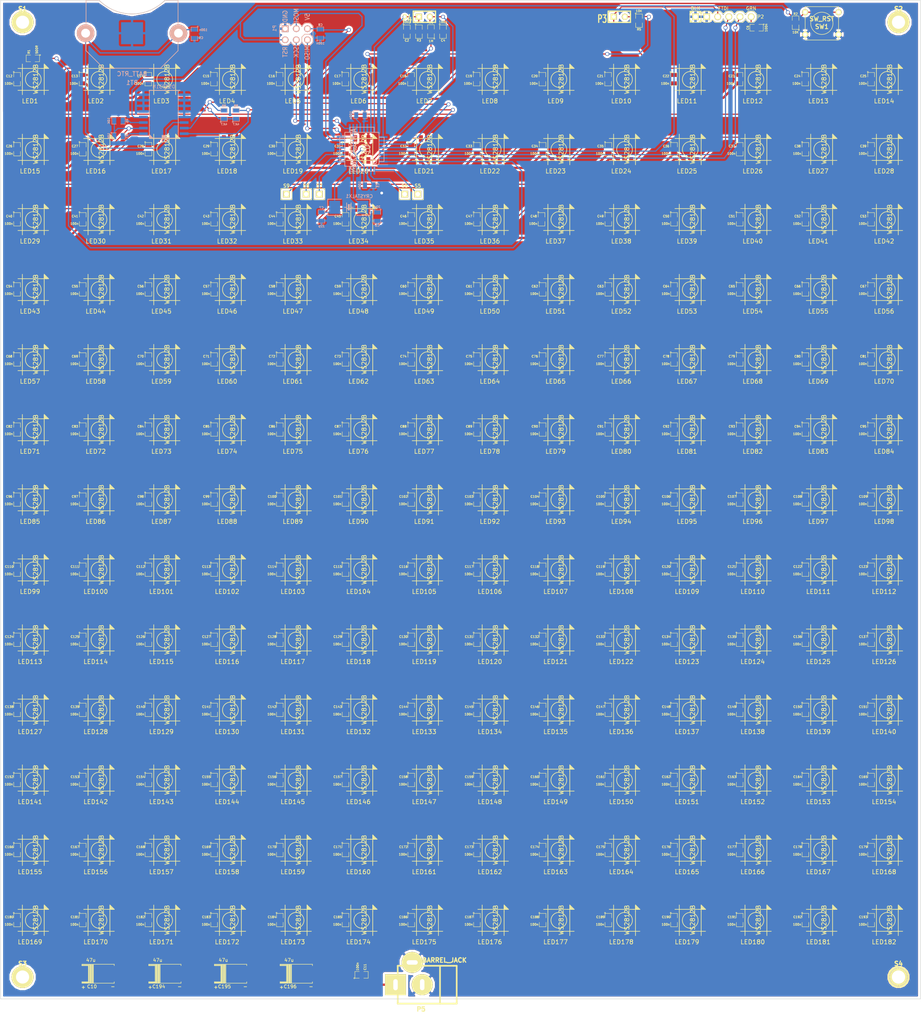
<source format=kicad_pcb>
(kicad_pcb (version 3) (host pcbnew "(2013-07-07 BZR 4022)-stable")
  (title_block (title ClockFOUR) (company WyoLum) (comment 1 www.wyolum.com) (comment 2 "David Pincus"))
  (layers (15 F.Cu signal) (0 B.Cu signal) (18 B.Paste user) (19 F.Paste user) (20 B.SilkS user) (21 F.SilkS user) (22 B.Mask user) (23 F.Mask user) (28 Edge.Cuts user))
  (net 0 "")
  (net 1 /BUTTON_L)
  (net 2 /BUTTON_R)
  (net 3 /D3)
  (net 4 /D4)
  (net 5 /D5)
  (net 6 /D6)
  (net 7 /D7)
  (net 8 /LDR_PIN)
  (net 9 /MATRIX_PIN)
  (net 10 /MISO)
  (net 11 /MOSI)
  (net 12 /RESET)
  (net 13 /RXD)
  (net 14 /Row_A/DI_A)
  (net 15 /Row_B/DI_B)
  (net 16 /Row_C/DI_C)
  (net 17 /Row_D/DI_D)
  (net 18 /Row_E/DI_E)
  (net 19 /Row_F/DI_F)
  (net 20 /Row_G/DI_G)
  (net 21 /Row_H/DI_H)
  (net 22 /Row_I/DI_I)
  (net 23 /Row_J/DI_J)
  (net 24 /Row_K/DI_K)
  (net 25 /Row_L/DI_L)
  (net 26 /Row_M/DI_M)
  (net 27 /SCK)
  (net 28 /SCL)
  (net 29 /SDA)
  (net 30 /SENSE_PIN)
  (net 31 /TXD)
  (net 32 5V)
  (net 33 GND)
  (net 34 N-00000100)
  (net 35 N-00000101)
  (net 36 N-00000102)
  (net 37 N-00000103)
  (net 38 N-00000104)
  (net 39 N-00000105)
  (net 40 N-00000106)
  (net 41 N-00000107)
  (net 42 N-00000108)
  (net 43 N-00000109)
  (net 44 N-00000110)
  (net 45 N-00000111)
  (net 46 N-00000112)
  (net 47 N-00000113)
  (net 48 N-00000114)
  (net 49 N-00000115)
  (net 50 N-00000116)
  (net 51 N-00000117)
  (net 52 N-00000118)
  (net 53 N-00000119)
  (net 54 N-00000120)
  (net 55 N-00000121)
  (net 56 N-00000122)
  (net 57 N-00000123)
  (net 58 N-00000124)
  (net 59 N-00000125)
  (net 60 N-00000126)
  (net 61 N-00000127)
  (net 62 N-00000128)
  (net 63 N-00000129)
  (net 64 N-00000130)
  (net 65 N-00000131)
  (net 66 N-00000132)
  (net 67 N-00000133)
  (net 68 N-00000134)
  (net 69 N-00000135)
  (net 70 N-00000136)
  (net 71 N-00000137)
  (net 72 N-00000138)
  (net 73 N-00000139)
  (net 74 N-00000140)
  (net 75 N-00000141)
  (net 76 N-00000142)
  (net 77 N-00000143)
  (net 78 N-00000144)
  (net 79 N-00000145)
  (net 80 N-00000146)
  (net 81 N-00000147)
  (net 82 N-00000148)
  (net 83 N-00000149)
  (net 84 N-00000150)
  (net 85 N-00000151)
  (net 86 N-00000152)
  (net 87 N-00000153)
  (net 88 N-00000154)
  (net 89 N-00000155)
  (net 90 N-00000156)
  (net 91 N-00000157)
  (net 92 N-00000158)
  (net 93 N-00000159)
  (net 94 N-00000160)
  (net 95 N-00000161)
  (net 96 N-00000162)
  (net 97 N-00000163)
  (net 98 N-00000164)
  (net 99 N-00000165)
  (net 100 N-00000166)
  (net 101 N-00000167)
  (net 102 N-00000168)
  (net 103 N-00000169)
  (net 104 N-0000017)
  (net 105 N-00000170)
  (net 106 N-00000171)
  (net 107 N-00000172)
  (net 108 N-00000173)
  (net 109 N-00000174)
  (net 110 N-00000175)
  (net 111 N-00000176)
  (net 112 N-00000177)
  (net 113 N-00000178)
  (net 114 N-00000179)
  (net 115 N-00000180)
  (net 116 N-00000181)
  (net 117 N-00000182)
  (net 118 N-00000183)
  (net 119 N-00000184)
  (net 120 N-00000185)
  (net 121 N-00000186)
  (net 122 N-00000187)
  (net 123 N-00000188)
  (net 124 N-00000189)
  (net 125 N-00000190)
  (net 126 N-00000191)
  (net 127 N-00000192)
  (net 128 N-00000193)
  (net 129 N-00000194)
  (net 130 N-00000195)
  (net 131 N-00000196)
  (net 132 N-00000197)
  (net 133 N-00000198)
  (net 134 N-00000199)
  (net 135 N-000002)
  (net 136 N-0000020)
  (net 137 N-00000200)
  (net 138 N-00000201)
  (net 139 N-00000202)
  (net 140 N-00000203)
  (net 141 N-00000204)
  (net 142 N-00000205)
  (net 143 N-00000206)
  (net 144 N-00000207)
  (net 145 N-00000208)
  (net 146 N-00000209)
  (net 147 N-00000210)
  (net 148 N-00000211)
  (net 149 N-00000212)
  (net 150 N-00000213)
  (net 151 N-00000214)
  (net 152 N-00000215)
  (net 153 N-00000216)
  (net 154 N-00000217)
  (net 155 N-00000218)
  (net 156 N-00000219)
  (net 157 N-00000220)
  (net 158 N-00000221)
  (net 159 N-000003)
  (net 160 N-0000030)
  (net 161 N-000005)
  (net 162 N-0000051)
  (net 163 N-0000053)
  (net 164 N-0000054)
  (net 165 N-0000055)
  (net 166 N-0000056)
  (net 167 N-0000057)
  (net 168 N-0000058)
  (net 169 N-0000059)
  (net 170 N-0000060)
  (net 171 N-0000061)
  (net 172 N-0000062)
  (net 173 N-0000063)
  (net 174 N-0000064)
  (net 175 N-0000065)
  (net 176 N-0000066)
  (net 177 N-0000067)
  (net 178 N-0000068)
  (net 179 N-0000069)
  (net 180 N-0000070)
  (net 181 N-0000071)
  (net 182 N-0000072)
  (net 183 N-0000073)
  (net 184 N-0000074)
  (net 185 N-0000075)
  (net 186 N-0000076)
  (net 187 N-0000077)
  (net 188 N-0000078)
  (net 189 N-0000079)
  (net 190 N-0000080)
  (net 191 N-0000081)
  (net 192 N-0000082)
  (net 193 N-0000083)
  (net 194 N-0000084)
  (net 195 N-0000085)
  (net 196 N-0000086)
  (net 197 N-0000087)
  (net 198 N-0000088)
  (net 199 N-0000089)
  (net 200 N-0000090)
  (net 201 N-0000091)
  (net 202 N-0000092)
  (net 203 N-0000093)
  (net 204 N-0000094)
  (net 205 N-0000095)
  (net 206 N-0000096)
  (net 207 N-0000097)
  (net 208 N-0000098)
  (net 209 N-0000099)
  (module SIL-2 (layer F.Cu) (at 150.75 44.75)
    (fp_text reference P4 (at -3.9 0.5) (layer F.SilkS) (effects (font (size 1.72974 1.08712) (thickness 0.3048))))
    (fp_text value Button_Header hide)
    (pad 1 thru_hole rect (at -1.27 0) (size 1.397 1.397) (drill 0.8128) (layers *.Cu *.Mask F.SilkS) (net 1 /BUTTON_L))
    (pad 2 thru_hole circle (at 1.27 0) (size 1.397 1.397) (drill 0.8128) (layers *.Cu *.Mask F.SilkS) (net 2 /BUTTON_R))
  )
  (module CR2032 (layer B.Cu) (at 84 48.5 180)
    (fp_text reference BT1 (at 0 -11.3 180) (layer B.SilkS) (effects (justify mirror)))
    (fp_text value BATT_RTC (at 0 -9.3 180) (layer B.SilkS) (effects (justify mirror)))
    (pad 1 thru_hole circle (at 10.6 0 180) (size 4 4) (drill 2) (layers *.Cu *.Mask B.SilkS) (net 160 N-0000030))
    (pad 2 smd rect (at 0 0 180) (size 5 5) (layers B.Cu B.Paste B.Mask) (net 33 GND))
    (pad 1 thru_hole circle (at 10.6 0 180) (size 4 4) (drill 2) (layers *.Cu *.Mask B.SilkS) (net 160 N-0000030))
    (pad 1 thru_hole circle (at -10.6 0 180) (size 4 4) (drill 2) (layers *.Cu *.Mask B.SilkS) (net 160 N-0000030))
  )
  (module SM0805 (layer B.Cu) (at 107.75 67 180)
    (fp_text reference R8 (at 0 1.9 180) (layer B.SilkS) (effects (font (size 0.50038 0.50038) (thickness 0.10922)) (justify mirror)))
    (fp_text value 4K7 (at 0 -2.3 180) (layer B.SilkS) (effects (font (size 0.50038 0.50038) (thickness 0.10922)) (justify mirror)))
    (pad 1 smd rect (at 0 -1.0525 90) (size 0.889 1.397) (layers B.Cu B.Paste B.Mask) (net 32 5V))
    (pad 2 smd rect (at 0 0.8525 90) (size 0.889 1.397) (layers B.Cu B.Paste B.Mask) (net 28 /SCL))
  )
  (module SM0805 (layer B.Cu) (at 105 67 180)
    (fp_text reference R9 (at 0 1.9 180) (layer B.SilkS) (effects (font (size 0.50038 0.50038) (thickness 0.10922)) (justify mirror)))
    (fp_text value 4K7 (at 0 -2.3 180) (layer B.SilkS) (effects (font (size 0.50038 0.50038) (thickness 0.10922)) (justify mirror)))
    (pad 1 smd rect (at 0 -1.0525 90) (size 0.889 1.397) (layers B.Cu B.Paste B.Mask) (net 32 5V))
    (pad 2 smd rect (at 0 0.8525 90) (size 0.889 1.397) (layers B.Cu B.Paste B.Mask) (net 29 /SDA))
  )
  (module SM0805 (layer B.Cu) (at 81 72 90)
    (fp_text reference R7 (at 0 1.9 90) (layer B.SilkS) (effects (font (size 0.50038 0.50038) (thickness 0.10922)) (justify mirror)))
    (fp_text value 10K (at 0 -2.3 90) (layer B.SilkS) (effects (font (size 0.50038 0.50038) (thickness 0.10922)) (justify mirror)))
    (pad 1 smd rect (at 0 -1.0525) (size 0.889 1.397) (layers B.Cu B.Paste B.Mask) (net 32 5V))
    (pad 2 smd rect (at 0 0.8525) (size 0.889 1.397) (layers B.Cu B.Paste B.Mask) (net 136 N-0000020))
  )
  (module SM0805 (layer B.Cu) (at 81 68.5 90)
    (fp_text reference R6 (at 0 1.9 90) (layer B.SilkS) (effects (font (size 0.50038 0.50038) (thickness 0.10922)) (justify mirror)))
    (fp_text value 10K (at 0 -2.3 90) (layer B.SilkS) (effects (font (size 0.50038 0.50038) (thickness 0.10922)) (justify mirror)))
    (pad 1 smd rect (at 0 -1.0525) (size 0.889 1.397) (layers B.Cu B.Paste B.Mask) (net 32 5V))
    (pad 2 smd rect (at 0 0.8525) (size 0.889 1.397) (layers B.Cu B.Paste B.Mask) (net 104 N-0000017))
  )
  (module SM0805 (layer F.Cu) (at 61.25 54.25 90)
    (fp_text reference R1 (at 1.5 -0.8 90) (layer F.SilkS) (effects (font (size 0.50038 0.50038) (thickness 0.10922))))
    (fp_text value 500R (at 2 1 90) (layer F.SilkS) (effects (font (size 0.50038 0.50038) (thickness 0.10922))))
    (pad 1 smd rect (at 0 1.0525 180) (size 0.889 1.397) (layers F.Cu F.Paste F.Mask) (net 9 /MATRIX_PIN))
    (pad 2 smd rect (at 0 -0.8525 180) (size 0.889 1.397) (layers F.Cu F.Paste F.Mask) (net 14 /Row_A/DI_A))
  )
  (module 1pin (layer F.Cu) (at 59 264)
    (fp_text reference S3 (at 0 -3.048) (layer F.SilkS) (effects (font (size 1.016 1.016) (thickness 0.254))))
    (fp_text value CONN_1 hide)
    (pad 1 thru_hole circle (at 0 0) (size 5 5) (drill 3) (layers *.Cu *.Mask F.SilkS))
  )
  (module 1pin (layer F.Cu) (at 59 46)
    (fp_text reference S1 (at 0 -3.048) (layer F.SilkS) (effects (font (size 1.016 1.016) (thickness 0.254))))
    (fp_text value CONN_1 hide)
    (pad 1 thru_hole circle (at 0 0) (size 5 5) (drill 3) (layers *.Cu *.Mask F.SilkS))
  )
  (module 1pin (layer F.Cu) (at 259 46)
    (fp_text reference S2 (at 0 -3.048) (layer F.SilkS) (effects (font (size 1.016 1.016) (thickness 0.254))))
    (fp_text value CONN_1 hide)
    (pad 1 thru_hole circle (at 0 0) (size 5 5) (drill 3) (layers *.Cu *.Mask F.SilkS))
  )
  (module WS2812B (layer F.Cu) (at 256.5 59)
    (fp_text reference LED14 (at -0.8 5) (layer F.SilkS))
    (fp_text value WS2812B (at 0.5 0 90) (layer F.SilkS))
    (pad 1 smd rect (at -1.55 2.55 90) (size 1.5 0.9) (layers F.Cu F.Paste F.Mask) (net 32 5V))
    (pad 2 smd rect (at 1.45 2.55 90) (size 1.5 0.9) (layers F.Cu F.Paste F.Mask) (net 15 /Row_B/DI_B))
    (pad 3 smd rect (at 1.45 -2.45 90) (size 1.5 0.9) (layers F.Cu F.Paste F.Mask) (net 33 GND))
    (pad 4 smd rect (at -1.55 -2.45 90) (size 1.5 0.9) (layers F.Cu F.Paste F.Mask) (net 172 N-0000062))
  )
  (module WS2812B (layer F.Cu) (at 241.5 59)
    (fp_text reference LED13 (at -0.8 5) (layer F.SilkS))
    (fp_text value WS2812B (at 0.5 0 90) (layer F.SilkS))
    (pad 1 smd rect (at -1.55 2.55 90) (size 1.5 0.9) (layers F.Cu F.Paste F.Mask) (net 32 5V))
    (pad 2 smd rect (at 1.45 2.55 90) (size 1.5 0.9) (layers F.Cu F.Paste F.Mask) (net 172 N-0000062))
    (pad 3 smd rect (at 1.45 -2.45 90) (size 1.5 0.9) (layers F.Cu F.Paste F.Mask) (net 33 GND))
    (pad 4 smd rect (at -1.55 -2.45 90) (size 1.5 0.9) (layers F.Cu F.Paste F.Mask) (net 170 N-0000060))
  )
  (module WS2812B (layer F.Cu) (at 226.5 59)
    (fp_text reference LED12 (at -0.8 5) (layer F.SilkS))
    (fp_text value WS2812B (at 0.5 0 90) (layer F.SilkS))
    (pad 1 smd rect (at -1.55 2.55 90) (size 1.5 0.9) (layers F.Cu F.Paste F.Mask) (net 32 5V))
    (pad 2 smd rect (at 1.45 2.55 90) (size 1.5 0.9) (layers F.Cu F.Paste F.Mask) (net 170 N-0000060))
    (pad 3 smd rect (at 1.45 -2.45 90) (size 1.5 0.9) (layers F.Cu F.Paste F.Mask) (net 33 GND))
    (pad 4 smd rect (at -1.55 -2.45 90) (size 1.5 0.9) (layers F.Cu F.Paste F.Mask) (net 169 N-0000059))
  )
  (module WS2812B (layer F.Cu) (at 211.5 59)
    (fp_text reference LED11 (at -0.8 5) (layer F.SilkS))
    (fp_text value WS2812B (at 0.5 0 90) (layer F.SilkS))
    (pad 1 smd rect (at -1.55 2.55 90) (size 1.5 0.9) (layers F.Cu F.Paste F.Mask) (net 32 5V))
    (pad 2 smd rect (at 1.45 2.55 90) (size 1.5 0.9) (layers F.Cu F.Paste F.Mask) (net 169 N-0000059))
    (pad 3 smd rect (at 1.45 -2.45 90) (size 1.5 0.9) (layers F.Cu F.Paste F.Mask) (net 33 GND))
    (pad 4 smd rect (at -1.55 -2.45 90) (size 1.5 0.9) (layers F.Cu F.Paste F.Mask) (net 163 N-0000053))
  )
  (module WS2812B (layer F.Cu) (at 196.5 59)
    (fp_text reference LED10 (at -0.8 5) (layer F.SilkS))
    (fp_text value WS2812B (at 0.5 0 90) (layer F.SilkS))
    (pad 1 smd rect (at -1.55 2.55 90) (size 1.5 0.9) (layers F.Cu F.Paste F.Mask) (net 32 5V))
    (pad 2 smd rect (at 1.45 2.55 90) (size 1.5 0.9) (layers F.Cu F.Paste F.Mask) (net 163 N-0000053))
    (pad 3 smd rect (at 1.45 -2.45 90) (size 1.5 0.9) (layers F.Cu F.Paste F.Mask) (net 33 GND))
    (pad 4 smd rect (at -1.55 -2.45 90) (size 1.5 0.9) (layers F.Cu F.Paste F.Mask) (net 167 N-0000057))
  )
  (module WS2812B (layer F.Cu) (at 181.5 59)
    (fp_text reference LED9 (at -0.8 5) (layer F.SilkS))
    (fp_text value WS2812B (at 0.5 0 90) (layer F.SilkS))
    (pad 1 smd rect (at -1.55 2.55 90) (size 1.5 0.9) (layers F.Cu F.Paste F.Mask) (net 32 5V))
    (pad 2 smd rect (at 1.45 2.55 90) (size 1.5 0.9) (layers F.Cu F.Paste F.Mask) (net 167 N-0000057))
    (pad 3 smd rect (at 1.45 -2.45 90) (size 1.5 0.9) (layers F.Cu F.Paste F.Mask) (net 33 GND))
    (pad 4 smd rect (at -1.55 -2.45 90) (size 1.5 0.9) (layers F.Cu F.Paste F.Mask) (net 166 N-0000056))
  )
  (module WS2812B (layer F.Cu) (at 166.5 59)
    (fp_text reference LED8 (at -0.8 5) (layer F.SilkS))
    (fp_text value WS2812B (at 0.5 0 90) (layer F.SilkS))
    (pad 1 smd rect (at -1.55 2.55 90) (size 1.5 0.9) (layers F.Cu F.Paste F.Mask) (net 32 5V))
    (pad 2 smd rect (at 1.45 2.55 90) (size 1.5 0.9) (layers F.Cu F.Paste F.Mask) (net 166 N-0000056))
    (pad 3 smd rect (at 1.45 -2.45 90) (size 1.5 0.9) (layers F.Cu F.Paste F.Mask) (net 33 GND))
    (pad 4 smd rect (at -1.55 -2.45 90) (size 1.5 0.9) (layers F.Cu F.Paste F.Mask) (net 164 N-0000054))
  )
  (module WS2812B (layer F.Cu) (at 151.5 59)
    (fp_text reference LED7 (at -0.8 5) (layer F.SilkS))
    (fp_text value WS2812B (at 0.5 0 90) (layer F.SilkS))
    (pad 1 smd rect (at -1.55 2.55 90) (size 1.5 0.9) (layers F.Cu F.Paste F.Mask) (net 32 5V))
    (pad 2 smd rect (at 1.45 2.55 90) (size 1.5 0.9) (layers F.Cu F.Paste F.Mask) (net 164 N-0000054))
    (pad 3 smd rect (at 1.45 -2.45 90) (size 1.5 0.9) (layers F.Cu F.Paste F.Mask) (net 33 GND))
    (pad 4 smd rect (at -1.55 -2.45 90) (size 1.5 0.9) (layers F.Cu F.Paste F.Mask) (net 175 N-0000065))
  )
  (module WS2812B (layer F.Cu) (at 136.5 59)
    (fp_text reference LED6 (at -0.8 5) (layer F.SilkS))
    (fp_text value WS2812B (at 0.5 0 90) (layer F.SilkS))
    (pad 1 smd rect (at -1.55 2.55 90) (size 1.5 0.9) (layers F.Cu F.Paste F.Mask) (net 32 5V))
    (pad 2 smd rect (at 1.45 2.55 90) (size 1.5 0.9) (layers F.Cu F.Paste F.Mask) (net 175 N-0000065))
    (pad 3 smd rect (at 1.45 -2.45 90) (size 1.5 0.9) (layers F.Cu F.Paste F.Mask) (net 33 GND))
    (pad 4 smd rect (at -1.55 -2.45 90) (size 1.5 0.9) (layers F.Cu F.Paste F.Mask) (net 174 N-0000064))
  )
  (module WS2812B (layer F.Cu) (at 121.5 59)
    (fp_text reference LED5 (at -0.8 5) (layer F.SilkS))
    (fp_text value WS2812B (at 0.5 0 90) (layer F.SilkS))
    (pad 1 smd rect (at -1.55 2.55 90) (size 1.5 0.9) (layers F.Cu F.Paste F.Mask) (net 32 5V))
    (pad 2 smd rect (at 1.45 2.55 90) (size 1.5 0.9) (layers F.Cu F.Paste F.Mask) (net 174 N-0000064))
    (pad 3 smd rect (at 1.45 -2.45 90) (size 1.5 0.9) (layers F.Cu F.Paste F.Mask) (net 33 GND))
    (pad 4 smd rect (at -1.55 -2.45 90) (size 1.5 0.9) (layers F.Cu F.Paste F.Mask) (net 171 N-0000061))
  )
  (module WS2812B (layer F.Cu) (at 106.5 59)
    (fp_text reference LED4 (at -0.8 5) (layer F.SilkS))
    (fp_text value WS2812B (at 0.5 0 90) (layer F.SilkS))
    (pad 1 smd rect (at -1.55 2.55 90) (size 1.5 0.9) (layers F.Cu F.Paste F.Mask) (net 32 5V))
    (pad 2 smd rect (at 1.45 2.55 90) (size 1.5 0.9) (layers F.Cu F.Paste F.Mask) (net 171 N-0000061))
    (pad 3 smd rect (at 1.45 -2.45 90) (size 1.5 0.9) (layers F.Cu F.Paste F.Mask) (net 33 GND))
    (pad 4 smd rect (at -1.55 -2.45 90) (size 1.5 0.9) (layers F.Cu F.Paste F.Mask) (net 168 N-0000058))
  )
  (module WS2812B (layer F.Cu) (at 91.5 59)
    (fp_text reference LED3 (at -0.8 5) (layer F.SilkS))
    (fp_text value WS2812B (at 0.5 0 90) (layer F.SilkS))
    (pad 1 smd rect (at -1.55 2.55 90) (size 1.5 0.9) (layers F.Cu F.Paste F.Mask) (net 32 5V))
    (pad 2 smd rect (at 1.45 2.55 90) (size 1.5 0.9) (layers F.Cu F.Paste F.Mask) (net 168 N-0000058))
    (pad 3 smd rect (at 1.45 -2.45 90) (size 1.5 0.9) (layers F.Cu F.Paste F.Mask) (net 33 GND))
    (pad 4 smd rect (at -1.55 -2.45 90) (size 1.5 0.9) (layers F.Cu F.Paste F.Mask) (net 165 N-0000055))
  )
  (module WS2812B (layer F.Cu) (at 76.5 59)
    (fp_text reference LED2 (at -0.8 5) (layer F.SilkS))
    (fp_text value WS2812B (at 0.5 0 90) (layer F.SilkS))
    (pad 1 smd rect (at -1.55 2.55 90) (size 1.5 0.9) (layers F.Cu F.Paste F.Mask) (net 32 5V))
    (pad 2 smd rect (at 1.45 2.55 90) (size 1.5 0.9) (layers F.Cu F.Paste F.Mask) (net 165 N-0000055))
    (pad 3 smd rect (at 1.45 -2.45 90) (size 1.5 0.9) (layers F.Cu F.Paste F.Mask) (net 33 GND))
    (pad 4 smd rect (at -1.55 -2.45 90) (size 1.5 0.9) (layers F.Cu F.Paste F.Mask) (net 173 N-0000063))
  )
  (module WS2812B (layer F.Cu) (at 61.5 59)
    (fp_text reference LED1 (at -0.8 5) (layer F.SilkS))
    (fp_text value WS2812B (at 0.5 0 90) (layer F.SilkS))
    (pad 1 smd rect (at -1.55 2.55 90) (size 1.5 0.9) (layers F.Cu F.Paste F.Mask) (net 32 5V))
    (pad 2 smd rect (at 1.45 2.55 90) (size 1.5 0.9) (layers F.Cu F.Paste F.Mask) (net 173 N-0000063))
    (pad 3 smd rect (at 1.45 -2.45 90) (size 1.5 0.9) (layers F.Cu F.Paste F.Mask) (net 33 GND))
    (pad 4 smd rect (at -1.55 -2.45 90) (size 1.5 0.9) (layers F.Cu F.Paste F.Mask) (net 14 /Row_A/DI_A))
  )
  (module C4_SM0805 (layer F.Cu) (at 237.5 59)
    (fp_text reference C24 (at -1.6 -0.7) (layer F.SilkS) (effects (font (size 0.50038 0.50038) (thickness 0.10922))))
    (fp_text value 100n (at -1.8 1) (layer F.SilkS) (effects (font (size 0.50038 0.50038) (thickness 0.10922))))
    (pad 1 smd rect (at 0.2 -0.9525 270) (size 0.889 1.397) (layers F.Cu F.Paste F.Mask) (net 33 GND))
    (pad 2 smd rect (at 0.2 0.9525 270) (size 0.889 1.397) (layers F.Cu F.Paste F.Mask) (net 32 5V))
  )
  (module C4_SM0805 (layer F.Cu) (at 222.5 59)
    (fp_text reference C23 (at -1.6 -0.7) (layer F.SilkS) (effects (font (size 0.50038 0.50038) (thickness 0.10922))))
    (fp_text value 100n (at -1.8 1) (layer F.SilkS) (effects (font (size 0.50038 0.50038) (thickness 0.10922))))
    (pad 1 smd rect (at 0.2 -0.9525 270) (size 0.889 1.397) (layers F.Cu F.Paste F.Mask) (net 33 GND))
    (pad 2 smd rect (at 0.2 0.9525 270) (size 0.889 1.397) (layers F.Cu F.Paste F.Mask) (net 32 5V))
  )
  (module C4_SM0805 (layer F.Cu) (at 207.5 59)
    (fp_text reference C22 (at -1.6 -0.7) (layer F.SilkS) (effects (font (size 0.50038 0.50038) (thickness 0.10922))))
    (fp_text value 100n (at -1.8 1) (layer F.SilkS) (effects (font (size 0.50038 0.50038) (thickness 0.10922))))
    (pad 1 smd rect (at 0.2 -0.9525 270) (size 0.889 1.397) (layers F.Cu F.Paste F.Mask) (net 33 GND))
    (pad 2 smd rect (at 0.2 0.9525 270) (size 0.889 1.397) (layers F.Cu F.Paste F.Mask) (net 32 5V))
  )
  (module C4_SM0805 (layer F.Cu) (at 192.5 59)
    (fp_text reference C21 (at -1.6 -0.7) (layer F.SilkS) (effects (font (size 0.50038 0.50038) (thickness 0.10922))))
    (fp_text value 100n (at -1.8 1) (layer F.SilkS) (effects (font (size 0.50038 0.50038) (thickness 0.10922))))
    (pad 1 smd rect (at 0.2 -0.9525 270) (size 0.889 1.397) (layers F.Cu F.Paste F.Mask) (net 33 GND))
    (pad 2 smd rect (at 0.2 0.9525 270) (size 0.889 1.397) (layers F.Cu F.Paste F.Mask) (net 32 5V))
  )
  (module C4_SM0805 (layer F.Cu) (at 177.5 59)
    (fp_text reference C20 (at -1.6 -0.7) (layer F.SilkS) (effects (font (size 0.50038 0.50038) (thickness 0.10922))))
    (fp_text value 100n (at -1.8 1) (layer F.SilkS) (effects (font (size 0.50038 0.50038) (thickness 0.10922))))
    (pad 1 smd rect (at 0.2 -0.9525 270) (size 0.889 1.397) (layers F.Cu F.Paste F.Mask) (net 33 GND))
    (pad 2 smd rect (at 0.2 0.9525 270) (size 0.889 1.397) (layers F.Cu F.Paste F.Mask) (net 32 5V))
  )
  (module C4_SM0805 (layer F.Cu) (at 162.5 59)
    (fp_text reference C19 (at -1.6 -0.7) (layer F.SilkS) (effects (font (size 0.50038 0.50038) (thickness 0.10922))))
    (fp_text value 100n (at -1.8 1) (layer F.SilkS) (effects (font (size 0.50038 0.50038) (thickness 0.10922))))
    (pad 1 smd rect (at 0.2 -0.9525 270) (size 0.889 1.397) (layers F.Cu F.Paste F.Mask) (net 33 GND))
    (pad 2 smd rect (at 0.2 0.9525 270) (size 0.889 1.397) (layers F.Cu F.Paste F.Mask) (net 32 5V))
  )
  (module C4_SM0805 (layer F.Cu) (at 147.5 59)
    (fp_text reference C18 (at -1.6 -0.7) (layer F.SilkS) (effects (font (size 0.50038 0.50038) (thickness 0.10922))))
    (fp_text value 100n (at -1.8 1) (layer F.SilkS) (effects (font (size 0.50038 0.50038) (thickness 0.10922))))
    (pad 1 smd rect (at 0.2 -0.9525 270) (size 0.889 1.397) (layers F.Cu F.Paste F.Mask) (net 33 GND))
    (pad 2 smd rect (at 0.2 0.9525 270) (size 0.889 1.397) (layers F.Cu F.Paste F.Mask) (net 32 5V))
  )
  (module C4_SM0805 (layer F.Cu) (at 132.5 59)
    (fp_text reference C17 (at -1.6 -0.7) (layer F.SilkS) (effects (font (size 0.50038 0.50038) (thickness 0.10922))))
    (fp_text value 100n (at -1.8 1) (layer F.SilkS) (effects (font (size 0.50038 0.50038) (thickness 0.10922))))
    (pad 1 smd rect (at 0.2 -0.9525 270) (size 0.889 1.397) (layers F.Cu F.Paste F.Mask) (net 33 GND))
    (pad 2 smd rect (at 0.2 0.9525 270) (size 0.889 1.397) (layers F.Cu F.Paste F.Mask) (net 32 5V))
  )
  (module C4_SM0805 (layer F.Cu) (at 117.5 59)
    (fp_text reference C16 (at -1.6 -0.7) (layer F.SilkS) (effects (font (size 0.50038 0.50038) (thickness 0.10922))))
    (fp_text value 100n (at -1.8 1) (layer F.SilkS) (effects (font (size 0.50038 0.50038) (thickness 0.10922))))
    (pad 1 smd rect (at 0.2 -0.9525 270) (size 0.889 1.397) (layers F.Cu F.Paste F.Mask) (net 33 GND))
    (pad 2 smd rect (at 0.2 0.9525 270) (size 0.889 1.397) (layers F.Cu F.Paste F.Mask) (net 32 5V))
  )
  (module C4_SM0805 (layer F.Cu) (at 72.5 59)
    (fp_text reference C13 (at -1.6 -0.7) (layer F.SilkS) (effects (font (size 0.50038 0.50038) (thickness 0.10922))))
    (fp_text value 100n (at -1.8 1) (layer F.SilkS) (effects (font (size 0.50038 0.50038) (thickness 0.10922))))
    (pad 1 smd rect (at 0.2 -0.9525 270) (size 0.889 1.397) (layers F.Cu F.Paste F.Mask) (net 33 GND))
    (pad 2 smd rect (at 0.2 0.9525 270) (size 0.889 1.397) (layers F.Cu F.Paste F.Mask) (net 32 5V))
  )
  (module C4_SM0805 (layer F.Cu) (at 102.5 59)
    (fp_text reference C15 (at -1.6 -0.7) (layer F.SilkS) (effects (font (size 0.50038 0.50038) (thickness 0.10922))))
    (fp_text value 100n (at -1.8 1) (layer F.SilkS) (effects (font (size 0.50038 0.50038) (thickness 0.10922))))
    (pad 1 smd rect (at 0.2 -0.9525 270) (size 0.889 1.397) (layers F.Cu F.Paste F.Mask) (net 33 GND))
    (pad 2 smd rect (at 0.2 0.9525 270) (size 0.889 1.397) (layers F.Cu F.Paste F.Mask) (net 32 5V))
  )
  (module C4_SM0805 (layer F.Cu) (at 87.5 59)
    (fp_text reference C14 (at -1.6 -0.7) (layer F.SilkS) (effects (font (size 0.50038 0.50038) (thickness 0.10922))))
    (fp_text value 100n (at -1.8 1) (layer F.SilkS) (effects (font (size 0.50038 0.50038) (thickness 0.10922))))
    (pad 1 smd rect (at 0.2 -0.9525 270) (size 0.889 1.397) (layers F.Cu F.Paste F.Mask) (net 33 GND))
    (pad 2 smd rect (at 0.2 0.9525 270) (size 0.889 1.397) (layers F.Cu F.Paste F.Mask) (net 32 5V))
  )
  (module TQFP32 (layer B.Cu) (at 136.5 75 90)
    (fp_text reference U1 (at 0 1.27 90) (layer B.SilkS) (effects (font (size 1.27 1.016) (thickness 0.2032)) (justify mirror)))
    (fp_text value ATMEGA328P (at 0 -1.905 90) (layer B.SilkS) (effects (font (size 1.27 1.016) (thickness 0.2032)) (justify mirror)))
    (pad 8 smd rect (at -4.81584 -2.77622 90) (size 1.99898 0.44958) (layers B.Cu B.Paste B.Mask) (net 135 N-000002))
    (pad 7 smd rect (at -4.81584 -1.97612 90) (size 1.99898 0.44958) (layers B.Cu B.Paste B.Mask) (net 159 N-000003))
    (pad 6 smd rect (at -4.81584 -1.17602 90) (size 1.99898 0.44958) (layers B.Cu B.Paste B.Mask) (net 32 5V))
    (pad 5 smd rect (at -4.81584 -0.37592 90) (size 1.99898 0.44958) (layers B.Cu B.Paste B.Mask) (net 33 GND))
    (pad 4 smd rect (at -4.81584 0.42418 90) (size 1.99898 0.44958) (layers B.Cu B.Paste B.Mask) (net 32 5V))
    (pad 3 smd rect (at -4.81584 1.22428 90) (size 1.99898 0.44958) (layers B.Cu B.Paste B.Mask) (net 33 GND))
    (pad 2 smd rect (at -4.81584 2.02438 90) (size 1.99898 0.44958) (layers B.Cu B.Paste B.Mask) (net 4 /D4))
    (pad 1 smd rect (at -4.81584 2.82448 90) (size 1.99898 0.44958) (layers B.Cu B.Paste B.Mask) (net 3 /D3))
    (pad 24 smd rect (at 4.7498 2.8194 90) (size 1.99898 0.44958) (layers B.Cu B.Paste B.Mask) (net 1 /BUTTON_L))
    (pad 17 smd rect (at 4.7498 -2.794 90) (size 1.99898 0.44958) (layers B.Cu B.Paste B.Mask) (net 27 /SCK))
    (pad 18 smd rect (at 4.7498 -1.9812 90) (size 1.99898 0.44958) (layers B.Cu B.Paste B.Mask) (net 32 5V))
    (pad 19 smd rect (at 4.7498 -1.1684 90) (size 1.99898 0.44958) (layers B.Cu B.Paste B.Mask))
    (pad 20 smd rect (at 4.7498 -0.381 90) (size 1.99898 0.44958) (layers B.Cu B.Paste B.Mask) (net 162 N-0000051))
    (pad 21 smd rect (at 4.7498 0.4318 90) (size 1.99898 0.44958) (layers B.Cu B.Paste B.Mask) (net 33 GND))
    (pad 22 smd rect (at 4.7498 1.2192 90) (size 1.99898 0.44958) (layers B.Cu B.Paste B.Mask))
    (pad 23 smd rect (at 4.7498 2.032 90) (size 1.99898 0.44958) (layers B.Cu B.Paste B.Mask) (net 8 /LDR_PIN))
    (pad 32 smd rect (at -2.82448 4.826 90) (size 0.44958 1.99898) (layers B.Cu B.Paste B.Mask) (net 9 /MATRIX_PIN))
    (pad 31 smd rect (at -2.02692 4.826 90) (size 0.44958 1.99898) (layers B.Cu B.Paste B.Mask) (net 31 /TXD))
    (pad 30 smd rect (at -1.22428 4.826 90) (size 0.44958 1.99898) (layers B.Cu B.Paste B.Mask) (net 13 /RXD))
    (pad 29 smd rect (at -0.42672 4.826 90) (size 0.44958 1.99898) (layers B.Cu B.Paste B.Mask) (net 12 /RESET))
    (pad 28 smd rect (at 0.37592 4.826 90) (size 0.44958 1.99898) (layers B.Cu B.Paste B.Mask) (net 28 /SCL))
    (pad 27 smd rect (at 1.17348 4.826 90) (size 0.44958 1.99898) (layers B.Cu B.Paste B.Mask) (net 29 /SDA))
    (pad 26 smd rect (at 1.97612 4.826 90) (size 0.44958 1.99898) (layers B.Cu B.Paste B.Mask) (net 2 /BUTTON_R))
    (pad 25 smd rect (at 2.77368 4.826 90) (size 0.44958 1.99898) (layers B.Cu B.Paste B.Mask) (net 30 /SENSE_PIN))
    (pad 9 smd rect (at -2.8194 -4.7752 90) (size 0.44958 1.99898) (layers B.Cu B.Paste B.Mask) (net 5 /D5))
    (pad 10 smd rect (at -2.032 -4.7752 90) (size 0.44958 1.99898) (layers B.Cu B.Paste B.Mask) (net 6 /D6))
    (pad 11 smd rect (at -1.2192 -4.7752 90) (size 0.44958 1.99898) (layers B.Cu B.Paste B.Mask) (net 7 /D7))
    (pad 12 smd rect (at -0.4318 -4.7752 90) (size 0.44958 1.99898) (layers B.Cu B.Paste B.Mask))
    (pad 13 smd rect (at 0.3556 -4.7752 90) (size 0.44958 1.99898) (layers B.Cu B.Paste B.Mask))
    (pad 14 smd rect (at 1.1684 -4.7752 90) (size 0.44958 1.99898) (layers B.Cu B.Paste B.Mask))
    (pad 15 smd rect (at 1.9812 -4.7752 90) (size 0.44958 1.99898) (layers B.Cu B.Paste B.Mask) (net 11 /MOSI))
    (pad 16 smd rect (at 2.794 -4.7752 90) (size 0.44958 1.99898) (layers B.Cu B.Paste B.Mask) (net 10 /MISO))
  )
  (module C4_SM0805 (layer F.Cu) (at 252.75 59)
    (fp_text reference C25 (at -1.8 -0.7) (layer F.SilkS) (effects (font (size 0.50038 0.50038) (thickness 0.10922))))
    (fp_text value 100n (at -1.9 1) (layer F.SilkS) (effects (font (size 0.50038 0.50038) (thickness 0.10922))))
    (pad 1 smd rect (at 0 -0.9525 270) (size 0.889 1.397) (layers F.Cu F.Paste F.Mask) (net 33 GND))
    (pad 2 smd rect (at 0 0.9525 270) (size 0.889 1.397) (layers F.Cu F.Paste F.Mask) (net 32 5V))
  )
  (module C4_SM0805 (layer F.Cu) (at 57.75 59)
    (fp_text reference C12 (at -1.8 -0.7) (layer F.SilkS) (effects (font (size 0.50038 0.50038) (thickness 0.10922))))
    (fp_text value 100n (at -1.9 1) (layer F.SilkS) (effects (font (size 0.50038 0.50038) (thickness 0.10922))))
    (pad 1 smd rect (at 0 -0.9525 270) (size 0.889 1.397) (layers F.Cu F.Paste F.Mask) (net 33 GND))
    (pad 2 smd rect (at 0 0.9525 270) (size 0.889 1.397) (layers F.Cu F.Paste F.Mask) (net 32 5V))
  )
  (module WS2812B (layer F.Cu) (at 76.5 75)
    (fp_text reference LED16 (at -0.8 5) (layer F.SilkS))
    (fp_text value WS2812B (at 0.5 0 90) (layer F.SilkS))
    (pad 1 smd rect (at -1.55 2.55 90) (size 1.5 0.9) (layers F.Cu F.Paste F.Mask) (net 32 5V))
    (pad 2 smd rect (at 1.45 2.55 90) (size 1.5 0.9) (layers F.Cu F.Paste F.Mask) (net 183 N-0000073))
    (pad 3 smd rect (at 1.45 -2.45 90) (size 1.5 0.9) (layers F.Cu F.Paste F.Mask) (net 33 GND))
    (pad 4 smd rect (at -1.55 -2.45 90) (size 1.5 0.9) (layers F.Cu F.Paste F.Mask) (net 188 N-0000078))
  )
  (module WS2812B (layer F.Cu) (at 136.5 75)
    (fp_text reference LED20 (at -0.8 5) (layer F.SilkS))
    (fp_text value WS2812B (at 0.5 0 90) (layer F.SilkS))
    (pad 1 smd rect (at -1.55 2.55 90) (size 1.5 0.9) (layers F.Cu F.Paste F.Mask) (net 32 5V))
    (pad 2 smd rect (at 1.45 2.55 90) (size 1.5 0.9) (layers F.Cu F.Paste F.Mask) (net 186 N-0000076))
    (pad 3 smd rect (at 1.45 -2.45 90) (size 1.5 0.9) (layers F.Cu F.Paste F.Mask) (net 33 GND))
    (pad 4 smd rect (at -1.55 -2.45 90) (size 1.5 0.9) (layers F.Cu F.Paste F.Mask) (net 185 N-0000075))
  )
  (module WS2812B (layer F.Cu) (at 151.5 75)
    (fp_text reference LED21 (at -0.8 5) (layer F.SilkS))
    (fp_text value WS2812B (at 0.5 0 90) (layer F.SilkS))
    (pad 1 smd rect (at -1.55 2.55 90) (size 1.5 0.9) (layers F.Cu F.Paste F.Mask) (net 32 5V))
    (pad 2 smd rect (at 1.45 2.55 90) (size 1.5 0.9) (layers F.Cu F.Paste F.Mask) (net 187 N-0000077))
    (pad 3 smd rect (at 1.45 -2.45 90) (size 1.5 0.9) (layers F.Cu F.Paste F.Mask) (net 33 GND))
    (pad 4 smd rect (at -1.55 -2.45 90) (size 1.5 0.9) (layers F.Cu F.Paste F.Mask) (net 186 N-0000076))
  )
  (module WS2812B (layer F.Cu) (at 166.5 75)
    (fp_text reference LED22 (at -0.8 5) (layer F.SilkS))
    (fp_text value WS2812B (at 0.5 0 90) (layer F.SilkS))
    (pad 1 smd rect (at -1.55 2.55 90) (size 1.5 0.9) (layers F.Cu F.Paste F.Mask) (net 32 5V))
    (pad 2 smd rect (at 1.45 2.55 90) (size 1.5 0.9) (layers F.Cu F.Paste F.Mask) (net 177 N-0000067))
    (pad 3 smd rect (at 1.45 -2.45 90) (size 1.5 0.9) (layers F.Cu F.Paste F.Mask) (net 33 GND))
    (pad 4 smd rect (at -1.55 -2.45 90) (size 1.5 0.9) (layers F.Cu F.Paste F.Mask) (net 187 N-0000077))
  )
  (module WS2812B (layer F.Cu) (at 181.5 75)
    (fp_text reference LED23 (at -0.8 5) (layer F.SilkS))
    (fp_text value WS2812B (at 0.5 0 90) (layer F.SilkS))
    (pad 1 smd rect (at -1.55 2.55 90) (size 1.5 0.9) (layers F.Cu F.Paste F.Mask) (net 32 5V))
    (pad 2 smd rect (at 1.45 2.55 90) (size 1.5 0.9) (layers F.Cu F.Paste F.Mask) (net 178 N-0000068))
    (pad 3 smd rect (at 1.45 -2.45 90) (size 1.5 0.9) (layers F.Cu F.Paste F.Mask) (net 33 GND))
    (pad 4 smd rect (at -1.55 -2.45 90) (size 1.5 0.9) (layers F.Cu F.Paste F.Mask) (net 177 N-0000067))
  )
  (module WS2812B (layer F.Cu) (at 196.5 75)
    (fp_text reference LED24 (at -0.8 5) (layer F.SilkS))
    (fp_text value WS2812B (at 0.5 0 90) (layer F.SilkS))
    (pad 1 smd rect (at -1.55 2.55 90) (size 1.5 0.9) (layers F.Cu F.Paste F.Mask) (net 32 5V))
    (pad 2 smd rect (at 1.45 2.55 90) (size 1.5 0.9) (layers F.Cu F.Paste F.Mask) (net 179 N-0000069))
    (pad 3 smd rect (at 1.45 -2.45 90) (size 1.5 0.9) (layers F.Cu F.Paste F.Mask) (net 33 GND))
    (pad 4 smd rect (at -1.55 -2.45 90) (size 1.5 0.9) (layers F.Cu F.Paste F.Mask) (net 178 N-0000068))
  )
  (module WS2812B (layer F.Cu) (at 211.5 75)
    (fp_text reference LED25 (at -0.8 5) (layer F.SilkS))
    (fp_text value WS2812B (at 0.5 0 90) (layer F.SilkS))
    (pad 1 smd rect (at -1.55 2.55 90) (size 1.5 0.9) (layers F.Cu F.Paste F.Mask) (net 32 5V))
    (pad 2 smd rect (at 1.45 2.55 90) (size 1.5 0.9) (layers F.Cu F.Paste F.Mask) (net 180 N-0000070))
    (pad 3 smd rect (at 1.45 -2.45 90) (size 1.5 0.9) (layers F.Cu F.Paste F.Mask) (net 33 GND))
    (pad 4 smd rect (at -1.55 -2.45 90) (size 1.5 0.9) (layers F.Cu F.Paste F.Mask) (net 179 N-0000069))
  )
  (module WS2812B (layer F.Cu) (at 226.5 75)
    (fp_text reference LED26 (at -0.8 5) (layer F.SilkS))
    (fp_text value WS2812B (at 0.5 0 90) (layer F.SilkS))
    (pad 1 smd rect (at -1.55 2.55 90) (size 1.5 0.9) (layers F.Cu F.Paste F.Mask) (net 32 5V))
    (pad 2 smd rect (at 1.45 2.55 90) (size 1.5 0.9) (layers F.Cu F.Paste F.Mask) (net 181 N-0000071))
    (pad 3 smd rect (at 1.45 -2.45 90) (size 1.5 0.9) (layers F.Cu F.Paste F.Mask) (net 33 GND))
    (pad 4 smd rect (at -1.55 -2.45 90) (size 1.5 0.9) (layers F.Cu F.Paste F.Mask) (net 180 N-0000070))
  )
  (module WS2812B (layer F.Cu) (at 241.5 75)
    (fp_text reference LED27 (at -0.8 5) (layer F.SilkS))
    (fp_text value WS2812B (at 0.5 0 90) (layer F.SilkS))
    (pad 1 smd rect (at -1.55 2.55 90) (size 1.5 0.9) (layers F.Cu F.Paste F.Mask) (net 32 5V))
    (pad 2 smd rect (at 1.45 2.55 90) (size 1.5 0.9) (layers F.Cu F.Paste F.Mask) (net 176 N-0000066))
    (pad 3 smd rect (at 1.45 -2.45 90) (size 1.5 0.9) (layers F.Cu F.Paste F.Mask) (net 33 GND))
    (pad 4 smd rect (at -1.55 -2.45 90) (size 1.5 0.9) (layers F.Cu F.Paste F.Mask) (net 181 N-0000071))
  )
  (module WS2812B (layer F.Cu) (at 256.5 75)
    (fp_text reference LED28 (at -0.8 5) (layer F.SilkS))
    (fp_text value WS2812B (at 0.5 0 90) (layer F.SilkS))
    (pad 1 smd rect (at -1.55 2.55 90) (size 1.5 0.9) (layers F.Cu F.Paste F.Mask) (net 32 5V))
    (pad 2 smd rect (at 1.45 2.55 90) (size 1.5 0.9) (layers F.Cu F.Paste F.Mask) (net 16 /Row_C/DI_C))
    (pad 3 smd rect (at 1.45 -2.45 90) (size 1.5 0.9) (layers F.Cu F.Paste F.Mask) (net 33 GND))
    (pad 4 smd rect (at -1.55 -2.45 90) (size 1.5 0.9) (layers F.Cu F.Paste F.Mask) (net 176 N-0000066))
  )
  (module WS2812B (layer F.Cu) (at 121.5 75)
    (fp_text reference LED19 (at -0.8 5) (layer F.SilkS))
    (fp_text value WS2812B (at 0.5 0 90) (layer F.SilkS))
    (pad 1 smd rect (at -1.55 2.55 90) (size 1.5 0.9) (layers F.Cu F.Paste F.Mask) (net 32 5V))
    (pad 2 smd rect (at 1.45 2.55 90) (size 1.5 0.9) (layers F.Cu F.Paste F.Mask) (net 185 N-0000075))
    (pad 3 smd rect (at 1.45 -2.45 90) (size 1.5 0.9) (layers F.Cu F.Paste F.Mask) (net 33 GND))
    (pad 4 smd rect (at -1.55 -2.45 90) (size 1.5 0.9) (layers F.Cu F.Paste F.Mask) (net 182 N-0000072))
  )
  (module WS2812B (layer F.Cu) (at 106.5 75)
    (fp_text reference LED18 (at -0.8 5) (layer F.SilkS))
    (fp_text value WS2812B (at 0.5 0 90) (layer F.SilkS))
    (pad 1 smd rect (at -1.55 2.55 90) (size 1.5 0.9) (layers F.Cu F.Paste F.Mask) (net 32 5V))
    (pad 2 smd rect (at 1.45 2.55 90) (size 1.5 0.9) (layers F.Cu F.Paste F.Mask) (net 182 N-0000072))
    (pad 3 smd rect (at 1.45 -2.45 90) (size 1.5 0.9) (layers F.Cu F.Paste F.Mask) (net 33 GND))
    (pad 4 smd rect (at -1.55 -2.45 90) (size 1.5 0.9) (layers F.Cu F.Paste F.Mask) (net 184 N-0000074))
  )
  (module WS2812B (layer F.Cu) (at 91.5 75)
    (fp_text reference LED17 (at -0.8 5) (layer F.SilkS))
    (fp_text value WS2812B (at 0.5 0 90) (layer F.SilkS))
    (pad 1 smd rect (at -1.55 2.55 90) (size 1.5 0.9) (layers F.Cu F.Paste F.Mask) (net 32 5V))
    (pad 2 smd rect (at 1.45 2.55 90) (size 1.5 0.9) (layers F.Cu F.Paste F.Mask) (net 184 N-0000074))
    (pad 3 smd rect (at 1.45 -2.45 90) (size 1.5 0.9) (layers F.Cu F.Paste F.Mask) (net 33 GND))
    (pad 4 smd rect (at -1.55 -2.45 90) (size 1.5 0.9) (layers F.Cu F.Paste F.Mask) (net 183 N-0000073))
  )
  (module WS2812B (layer F.Cu) (at 61.5 75)
    (fp_text reference LED15 (at -0.8 5) (layer F.SilkS))
    (fp_text value WS2812B (at 0.5 0 90) (layer F.SilkS))
    (pad 1 smd rect (at -1.55 2.55 90) (size 1.5 0.9) (layers F.Cu F.Paste F.Mask) (net 32 5V))
    (pad 2 smd rect (at 1.45 2.55 90) (size 1.5 0.9) (layers F.Cu F.Paste F.Mask) (net 188 N-0000078))
    (pad 3 smd rect (at 1.45 -2.45 90) (size 1.5 0.9) (layers F.Cu F.Paste F.Mask) (net 33 GND))
    (pad 4 smd rect (at -1.55 -2.45 90) (size 1.5 0.9) (layers F.Cu F.Paste F.Mask) (net 15 /Row_B/DI_B))
  )
  (module C4_SM0805 (layer F.Cu) (at 207.75 75)
    (fp_text reference C36 (at -1.8 -0.7) (layer F.SilkS) (effects (font (size 0.50038 0.50038) (thickness 0.10922))))
    (fp_text value 100n (at -1.9 1) (layer F.SilkS) (effects (font (size 0.50038 0.50038) (thickness 0.10922))))
    (pad 1 smd rect (at 0 -0.9525 270) (size 0.889 1.397) (layers F.Cu F.Paste F.Mask) (net 33 GND))
    (pad 2 smd rect (at 0 0.9525 270) (size 0.889 1.397) (layers F.Cu F.Paste F.Mask) (net 32 5V))
  )
  (module C4_SM0805 (layer F.Cu) (at 57.75 75)
    (fp_text reference C26 (at -1.8 -0.7) (layer F.SilkS) (effects (font (size 0.50038 0.50038) (thickness 0.10922))))
    (fp_text value 100n (at -1.9 1) (layer F.SilkS) (effects (font (size 0.50038 0.50038) (thickness 0.10922))))
    (pad 1 smd rect (at 0 -0.9525 270) (size 0.889 1.397) (layers F.Cu F.Paste F.Mask) (net 33 GND))
    (pad 2 smd rect (at 0 0.9525 270) (size 0.889 1.397) (layers F.Cu F.Paste F.Mask) (net 32 5V))
  )
  (module C4_SM0805 (layer F.Cu) (at 72.75 75)
    (fp_text reference C27 (at -1.8 -0.7) (layer F.SilkS) (effects (font (size 0.50038 0.50038) (thickness 0.10922))))
    (fp_text value 100n (at -1.9 1) (layer F.SilkS) (effects (font (size 0.50038 0.50038) (thickness 0.10922))))
    (pad 1 smd rect (at 0 -0.9525 270) (size 0.889 1.397) (layers F.Cu F.Paste F.Mask) (net 33 GND))
    (pad 2 smd rect (at 0 0.9525 270) (size 0.889 1.397) (layers F.Cu F.Paste F.Mask) (net 32 5V))
  )
  (module C4_SM0805 (layer F.Cu) (at 87.75 75)
    (fp_text reference C28 (at -1.8 -0.7) (layer F.SilkS) (effects (font (size 0.50038 0.50038) (thickness 0.10922))))
    (fp_text value 100n (at -1.9 1) (layer F.SilkS) (effects (font (size 0.50038 0.50038) (thickness 0.10922))))
    (pad 1 smd rect (at 0 -0.9525 270) (size 0.889 1.397) (layers F.Cu F.Paste F.Mask) (net 33 GND))
    (pad 2 smd rect (at 0 0.9525 270) (size 0.889 1.397) (layers F.Cu F.Paste F.Mask) (net 32 5V))
  )
  (module C4_SM0805 (layer F.Cu) (at 102.75 75)
    (fp_text reference C29 (at -1.8 -0.7) (layer F.SilkS) (effects (font (size 0.50038 0.50038) (thickness 0.10922))))
    (fp_text value 100n (at -1.9 1) (layer F.SilkS) (effects (font (size 0.50038 0.50038) (thickness 0.10922))))
    (pad 1 smd rect (at 0 -0.9525 270) (size 0.889 1.397) (layers F.Cu F.Paste F.Mask) (net 33 GND))
    (pad 2 smd rect (at 0 0.9525 270) (size 0.889 1.397) (layers F.Cu F.Paste F.Mask) (net 32 5V))
  )
  (module C4_SM0805 (layer F.Cu) (at 117.75 75)
    (fp_text reference C30 (at -1.8 -0.7) (layer F.SilkS) (effects (font (size 0.50038 0.50038) (thickness 0.10922))))
    (fp_text value 100n (at -1.9 1) (layer F.SilkS) (effects (font (size 0.50038 0.50038) (thickness 0.10922))))
    (pad 1 smd rect (at 0 -0.9525 270) (size 0.889 1.397) (layers F.Cu F.Paste F.Mask) (net 33 GND))
    (pad 2 smd rect (at 0 0.9525 270) (size 0.889 1.397) (layers F.Cu F.Paste F.Mask) (net 32 5V))
  )
  (module C4_SM0805 (layer F.Cu) (at 132.75 75)
    (fp_text reference C31 (at -1.8 -0.7) (layer F.SilkS) (effects (font (size 0.50038 0.50038) (thickness 0.10922))))
    (fp_text value 100n (at -1.9 1) (layer F.SilkS) (effects (font (size 0.50038 0.50038) (thickness 0.10922))))
    (pad 1 smd rect (at 0 -0.9525 270) (size 0.889 1.397) (layers F.Cu F.Paste F.Mask) (net 33 GND))
    (pad 2 smd rect (at 0 0.9525 270) (size 0.889 1.397) (layers F.Cu F.Paste F.Mask) (net 32 5V))
  )
  (module C4_SM0805 (layer F.Cu) (at 147.75 75)
    (fp_text reference C32 (at -1.8 -0.7) (layer F.SilkS) (effects (font (size 0.50038 0.50038) (thickness 0.10922))))
    (fp_text value 100n (at -1.9 1) (layer F.SilkS) (effects (font (size 0.50038 0.50038) (thickness 0.10922))))
    (pad 1 smd rect (at 0 -0.9525 270) (size 0.889 1.397) (layers F.Cu F.Paste F.Mask) (net 33 GND))
    (pad 2 smd rect (at 0 0.9525 270) (size 0.889 1.397) (layers F.Cu F.Paste F.Mask) (net 32 5V))
  )
  (module C4_SM0805 (layer F.Cu) (at 162.75 75)
    (fp_text reference C33 (at -1.8 -0.7) (layer F.SilkS) (effects (font (size 0.50038 0.50038) (thickness 0.10922))))
    (fp_text value 100n (at -1.9 1) (layer F.SilkS) (effects (font (size 0.50038 0.50038) (thickness 0.10922))))
    (pad 1 smd rect (at 0 -0.9525 270) (size 0.889 1.397) (layers F.Cu F.Paste F.Mask) (net 33 GND))
    (pad 2 smd rect (at 0 0.9525 270) (size 0.889 1.397) (layers F.Cu F.Paste F.Mask) (net 32 5V))
  )
  (module C4_SM0805 (layer F.Cu) (at 177.75 75)
    (fp_text reference C34 (at -1.8 -0.7) (layer F.SilkS) (effects (font (size 0.50038 0.50038) (thickness 0.10922))))
    (fp_text value 100n (at -1.9 1) (layer F.SilkS) (effects (font (size 0.50038 0.50038) (thickness 0.10922))))
    (pad 1 smd rect (at 0 -0.9525 270) (size 0.889 1.397) (layers F.Cu F.Paste F.Mask) (net 33 GND))
    (pad 2 smd rect (at 0 0.9525 270) (size 0.889 1.397) (layers F.Cu F.Paste F.Mask) (net 32 5V))
  )
  (module C4_SM0805 (layer F.Cu) (at 192.75 75)
    (fp_text reference C35 (at -1.8 -0.7) (layer F.SilkS) (effects (font (size 0.50038 0.50038) (thickness 0.10922))))
    (fp_text value 100n (at -1.9 1) (layer F.SilkS) (effects (font (size 0.50038 0.50038) (thickness 0.10922))))
    (pad 1 smd rect (at 0 -0.9525 270) (size 0.889 1.397) (layers F.Cu F.Paste F.Mask) (net 33 GND))
    (pad 2 smd rect (at 0 0.9525 270) (size 0.889 1.397) (layers F.Cu F.Paste F.Mask) (net 32 5V))
  )
  (module C4_SM0805 (layer F.Cu) (at 222.75 75)
    (fp_text reference C37 (at -1.8 -0.7) (layer F.SilkS) (effects (font (size 0.50038 0.50038) (thickness 0.10922))))
    (fp_text value 100n (at -1.9 1) (layer F.SilkS) (effects (font (size 0.50038 0.50038) (thickness 0.10922))))
    (pad 1 smd rect (at 0 -0.9525 270) (size 0.889 1.397) (layers F.Cu F.Paste F.Mask) (net 33 GND))
    (pad 2 smd rect (at 0 0.9525 270) (size 0.889 1.397) (layers F.Cu F.Paste F.Mask) (net 32 5V))
  )
  (module C4_SM0805 (layer F.Cu) (at 237.75 75)
    (fp_text reference C38 (at -1.8 -0.7) (layer F.SilkS) (effects (font (size 0.50038 0.50038) (thickness 0.10922))))
    (fp_text value 100n (at -1.9 1) (layer F.SilkS) (effects (font (size 0.50038 0.50038) (thickness 0.10922))))
    (pad 1 smd rect (at 0 -0.9525 270) (size 0.889 1.397) (layers F.Cu F.Paste F.Mask) (net 33 GND))
    (pad 2 smd rect (at 0 0.9525 270) (size 0.889 1.397) (layers F.Cu F.Paste F.Mask) (net 32 5V))
  )
  (module C4_SM0805 (layer F.Cu) (at 252.75 75)
    (fp_text reference C39 (at -1.8 -0.7) (layer F.SilkS) (effects (font (size 0.50038 0.50038) (thickness 0.10922))))
    (fp_text value 100n (at -1.9 1) (layer F.SilkS) (effects (font (size 0.50038 0.50038) (thickness 0.10922))))
    (pad 1 smd rect (at 0 -0.9525 270) (size 0.889 1.397) (layers F.Cu F.Paste F.Mask) (net 33 GND))
    (pad 2 smd rect (at 0 0.9525 270) (size 0.889 1.397) (layers F.Cu F.Paste F.Mask) (net 32 5V))
  )
  (module C4_SM0805 (layer F.Cu) (at 57.75 91)
    (fp_text reference C40 (at -1.8 -0.7) (layer F.SilkS) (effects (font (size 0.50038 0.50038) (thickness 0.10922))))
    (fp_text value 100n (at -1.9 1) (layer F.SilkS) (effects (font (size 0.50038 0.50038) (thickness 0.10922))))
    (pad 1 smd rect (at 0 -0.9525 270) (size 0.889 1.397) (layers F.Cu F.Paste F.Mask) (net 33 GND))
    (pad 2 smd rect (at 0 0.9525 270) (size 0.889 1.397) (layers F.Cu F.Paste F.Mask) (net 32 5V))
  )
  (module WS2812B (layer F.Cu) (at 226.5 91)
    (fp_text reference LED40 (at -0.8 5) (layer F.SilkS))
    (fp_text value WS2812B (at 0.5 0 90) (layer F.SilkS))
    (pad 1 smd rect (at -1.55 2.55 90) (size 1.5 0.9) (layers F.Cu F.Paste F.Mask) (net 32 5V))
    (pad 2 smd rect (at 1.45 2.55 90) (size 1.5 0.9) (layers F.Cu F.Paste F.Mask) (net 198 N-0000088))
    (pad 3 smd rect (at 1.45 -2.45 90) (size 1.5 0.9) (layers F.Cu F.Paste F.Mask) (net 33 GND))
    (pad 4 smd rect (at -1.55 -2.45 90) (size 1.5 0.9) (layers F.Cu F.Paste F.Mask) (net 190 N-0000080))
  )
  (module WS2812B (layer F.Cu) (at 196.5 107)
    (fp_text reference LED52 (at -0.8 5) (layer F.SilkS))
    (fp_text value WS2812B (at 0.5 0 90) (layer F.SilkS))
    (pad 1 smd rect (at -1.55 2.55 90) (size 1.5 0.9) (layers F.Cu F.Paste F.Mask) (net 32 5V))
    (pad 2 smd rect (at 1.45 2.55 90) (size 1.5 0.9) (layers F.Cu F.Paste F.Mask) (net 204 N-0000094))
    (pad 3 smd rect (at 1.45 -2.45 90) (size 1.5 0.9) (layers F.Cu F.Paste F.Mask) (net 33 GND))
    (pad 4 smd rect (at -1.55 -2.45 90) (size 1.5 0.9) (layers F.Cu F.Paste F.Mask) (net 203 N-0000093))
  )
  (module WS2812B (layer F.Cu) (at 181.5 107)
    (fp_text reference LED51 (at -0.8 5) (layer F.SilkS))
    (fp_text value WS2812B (at 0.5 0 90) (layer F.SilkS))
    (pad 1 smd rect (at -1.55 2.55 90) (size 1.5 0.9) (layers F.Cu F.Paste F.Mask) (net 32 5V))
    (pad 2 smd rect (at 1.45 2.55 90) (size 1.5 0.9) (layers F.Cu F.Paste F.Mask) (net 203 N-0000093))
    (pad 3 smd rect (at 1.45 -2.45 90) (size 1.5 0.9) (layers F.Cu F.Paste F.Mask) (net 33 GND))
    (pad 4 smd rect (at -1.55 -2.45 90) (size 1.5 0.9) (layers F.Cu F.Paste F.Mask) (net 202 N-0000092))
  )
  (module WS2812B (layer F.Cu) (at 166.5 107)
    (fp_text reference LED50 (at -0.8 5) (layer F.SilkS))
    (fp_text value WS2812B (at 0.5 0 90) (layer F.SilkS))
    (pad 1 smd rect (at -1.55 2.55 90) (size 1.5 0.9) (layers F.Cu F.Paste F.Mask) (net 32 5V))
    (pad 2 smd rect (at 1.45 2.55 90) (size 1.5 0.9) (layers F.Cu F.Paste F.Mask) (net 202 N-0000092))
    (pad 3 smd rect (at 1.45 -2.45 90) (size 1.5 0.9) (layers F.Cu F.Paste F.Mask) (net 33 GND))
    (pad 4 smd rect (at -1.55 -2.45 90) (size 1.5 0.9) (layers F.Cu F.Paste F.Mask) (net 38 N-00000104))
  )
  (module WS2812B (layer F.Cu) (at 151.5 107)
    (fp_text reference LED49 (at -0.8 5) (layer F.SilkS))
    (fp_text value WS2812B (at 0.5 0 90) (layer F.SilkS))
    (pad 1 smd rect (at -1.55 2.55 90) (size 1.5 0.9) (layers F.Cu F.Paste F.Mask) (net 32 5V))
    (pad 2 smd rect (at 1.45 2.55 90) (size 1.5 0.9) (layers F.Cu F.Paste F.Mask) (net 38 N-00000104))
    (pad 3 smd rect (at 1.45 -2.45 90) (size 1.5 0.9) (layers F.Cu F.Paste F.Mask) (net 33 GND))
    (pad 4 smd rect (at -1.55 -2.45 90) (size 1.5 0.9) (layers F.Cu F.Paste F.Mask) (net 206 N-0000096))
  )
  (module WS2812B (layer F.Cu) (at 61.5 91)
    (fp_text reference LED29 (at -0.8 5) (layer F.SilkS))
    (fp_text value WS2812B (at 0.5 0 90) (layer F.SilkS))
    (pad 1 smd rect (at -1.55 2.55 90) (size 1.5 0.9) (layers F.Cu F.Paste F.Mask) (net 32 5V))
    (pad 2 smd rect (at 1.45 2.55 90) (size 1.5 0.9) (layers F.Cu F.Paste F.Mask) (net 194 N-0000084))
    (pad 3 smd rect (at 1.45 -2.45 90) (size 1.5 0.9) (layers F.Cu F.Paste F.Mask) (net 33 GND))
    (pad 4 smd rect (at -1.55 -2.45 90) (size 1.5 0.9) (layers F.Cu F.Paste F.Mask) (net 16 /Row_C/DI_C))
  )
  (module WS2812B (layer F.Cu) (at 76.5 91)
    (fp_text reference LED30 (at -0.8 5) (layer F.SilkS))
    (fp_text value WS2812B (at 0.5 0 90) (layer F.SilkS))
    (pad 1 smd rect (at -1.55 2.55 90) (size 1.5 0.9) (layers F.Cu F.Paste F.Mask) (net 32 5V))
    (pad 2 smd rect (at 1.45 2.55 90) (size 1.5 0.9) (layers F.Cu F.Paste F.Mask) (net 201 N-0000091))
    (pad 3 smd rect (at 1.45 -2.45 90) (size 1.5 0.9) (layers F.Cu F.Paste F.Mask) (net 33 GND))
    (pad 4 smd rect (at -1.55 -2.45 90) (size 1.5 0.9) (layers F.Cu F.Paste F.Mask) (net 194 N-0000084))
  )
  (module WS2812B (layer F.Cu) (at 91.5 91)
    (fp_text reference LED31 (at -0.8 5) (layer F.SilkS))
    (fp_text value WS2812B (at 0.5 0 90) (layer F.SilkS))
    (pad 1 smd rect (at -1.55 2.55 90) (size 1.5 0.9) (layers F.Cu F.Paste F.Mask) (net 32 5V))
    (pad 2 smd rect (at 1.45 2.55 90) (size 1.5 0.9) (layers F.Cu F.Paste F.Mask) (net 196 N-0000086))
    (pad 3 smd rect (at 1.45 -2.45 90) (size 1.5 0.9) (layers F.Cu F.Paste F.Mask) (net 33 GND))
    (pad 4 smd rect (at -1.55 -2.45 90) (size 1.5 0.9) (layers F.Cu F.Paste F.Mask) (net 201 N-0000091))
  )
  (module WS2812B (layer F.Cu) (at 106.5 91)
    (fp_text reference LED32 (at -0.8 5) (layer F.SilkS))
    (fp_text value WS2812B (at 0.5 0 90) (layer F.SilkS))
    (pad 1 smd rect (at -1.55 2.55 90) (size 1.5 0.9) (layers F.Cu F.Paste F.Mask) (net 32 5V))
    (pad 2 smd rect (at 1.45 2.55 90) (size 1.5 0.9) (layers F.Cu F.Paste F.Mask) (net 195 N-0000085))
    (pad 3 smd rect (at 1.45 -2.45 90) (size 1.5 0.9) (layers F.Cu F.Paste F.Mask) (net 33 GND))
    (pad 4 smd rect (at -1.55 -2.45 90) (size 1.5 0.9) (layers F.Cu F.Paste F.Mask) (net 196 N-0000086))
  )
  (module WS2812B (layer F.Cu) (at 121.5 91)
    (fp_text reference LED33 (at -0.8 5) (layer F.SilkS))
    (fp_text value WS2812B (at 0.5 0 90) (layer F.SilkS))
    (pad 1 smd rect (at -1.55 2.55 90) (size 1.5 0.9) (layers F.Cu F.Paste F.Mask) (net 32 5V))
    (pad 2 smd rect (at 1.45 2.55 90) (size 1.5 0.9) (layers F.Cu F.Paste F.Mask) (net 193 N-0000083))
    (pad 3 smd rect (at 1.45 -2.45 90) (size 1.5 0.9) (layers F.Cu F.Paste F.Mask) (net 33 GND))
    (pad 4 smd rect (at -1.55 -2.45 90) (size 1.5 0.9) (layers F.Cu F.Paste F.Mask) (net 195 N-0000085))
  )
  (module WS2812B (layer F.Cu) (at 136.5 91)
    (fp_text reference LED34 (at -0.8 5) (layer F.SilkS))
    (fp_text value WS2812B (at 0.5 0 90) (layer F.SilkS))
    (pad 1 smd rect (at -1.55 2.55 90) (size 1.5 0.9) (layers F.Cu F.Paste F.Mask) (net 32 5V))
    (pad 2 smd rect (at 1.45 2.55 90) (size 1.5 0.9) (layers F.Cu F.Paste F.Mask) (net 192 N-0000082))
    (pad 3 smd rect (at 1.45 -2.45 90) (size 1.5 0.9) (layers F.Cu F.Paste F.Mask) (net 33 GND))
    (pad 4 smd rect (at -1.55 -2.45 90) (size 1.5 0.9) (layers F.Cu F.Paste F.Mask) (net 193 N-0000083))
  )
  (module WS2812B (layer F.Cu) (at 151.5 91)
    (fp_text reference LED35 (at -0.8 5) (layer F.SilkS))
    (fp_text value WS2812B (at 0.5 0 90) (layer F.SilkS))
    (pad 1 smd rect (at -1.55 2.55 90) (size 1.5 0.9) (layers F.Cu F.Paste F.Mask) (net 32 5V))
    (pad 2 smd rect (at 1.45 2.55 90) (size 1.5 0.9) (layers F.Cu F.Paste F.Mask) (net 200 N-0000090))
    (pad 3 smd rect (at 1.45 -2.45 90) (size 1.5 0.9) (layers F.Cu F.Paste F.Mask) (net 33 GND))
    (pad 4 smd rect (at -1.55 -2.45 90) (size 1.5 0.9) (layers F.Cu F.Paste F.Mask) (net 192 N-0000082))
  )
  (module WS2812B (layer F.Cu) (at 166.5 91)
    (fp_text reference LED36 (at -0.8 5) (layer F.SilkS))
    (fp_text value WS2812B (at 0.5 0 90) (layer F.SilkS))
    (pad 1 smd rect (at -1.55 2.55 90) (size 1.5 0.9) (layers F.Cu F.Paste F.Mask) (net 32 5V))
    (pad 2 smd rect (at 1.45 2.55 90) (size 1.5 0.9) (layers F.Cu F.Paste F.Mask) (net 197 N-0000087))
    (pad 3 smd rect (at 1.45 -2.45 90) (size 1.5 0.9) (layers F.Cu F.Paste F.Mask) (net 33 GND))
    (pad 4 smd rect (at -1.55 -2.45 90) (size 1.5 0.9) (layers F.Cu F.Paste F.Mask) (net 200 N-0000090))
  )
  (module WS2812B (layer F.Cu) (at 181.5 91)
    (fp_text reference LED37 (at -0.8 5) (layer F.SilkS))
    (fp_text value WS2812B (at 0.5 0 90) (layer F.SilkS))
    (pad 1 smd rect (at -1.55 2.55 90) (size 1.5 0.9) (layers F.Cu F.Paste F.Mask) (net 32 5V))
    (pad 2 smd rect (at 1.45 2.55 90) (size 1.5 0.9) (layers F.Cu F.Paste F.Mask) (net 191 N-0000081))
    (pad 3 smd rect (at 1.45 -2.45 90) (size 1.5 0.9) (layers F.Cu F.Paste F.Mask) (net 33 GND))
    (pad 4 smd rect (at -1.55 -2.45 90) (size 1.5 0.9) (layers F.Cu F.Paste F.Mask) (net 197 N-0000087))
  )
  (module WS2812B (layer F.Cu) (at 196.5 91)
    (fp_text reference LED38 (at -0.8 5) (layer F.SilkS))
    (fp_text value WS2812B (at 0.5 0 90) (layer F.SilkS))
    (pad 1 smd rect (at -1.55 2.55 90) (size 1.5 0.9) (layers F.Cu F.Paste F.Mask) (net 32 5V))
    (pad 2 smd rect (at 1.45 2.55 90) (size 1.5 0.9) (layers F.Cu F.Paste F.Mask) (net 199 N-0000089))
    (pad 3 smd rect (at 1.45 -2.45 90) (size 1.5 0.9) (layers F.Cu F.Paste F.Mask) (net 33 GND))
    (pad 4 smd rect (at -1.55 -2.45 90) (size 1.5 0.9) (layers F.Cu F.Paste F.Mask) (net 191 N-0000081))
  )
  (module WS2812B (layer F.Cu) (at 211.5 91)
    (fp_text reference LED39 (at -0.8 5) (layer F.SilkS))
    (fp_text value WS2812B (at 0.5 0 90) (layer F.SilkS))
    (pad 1 smd rect (at -1.55 2.55 90) (size 1.5 0.9) (layers F.Cu F.Paste F.Mask) (net 32 5V))
    (pad 2 smd rect (at 1.45 2.55 90) (size 1.5 0.9) (layers F.Cu F.Paste F.Mask) (net 190 N-0000080))
    (pad 3 smd rect (at 1.45 -2.45 90) (size 1.5 0.9) (layers F.Cu F.Paste F.Mask) (net 33 GND))
    (pad 4 smd rect (at -1.55 -2.45 90) (size 1.5 0.9) (layers F.Cu F.Paste F.Mask) (net 199 N-0000089))
  )
  (module WS2812B (layer F.Cu) (at 241.5 91)
    (fp_text reference LED41 (at -0.8 5) (layer F.SilkS))
    (fp_text value WS2812B (at 0.5 0 90) (layer F.SilkS))
    (pad 1 smd rect (at -1.55 2.55 90) (size 1.5 0.9) (layers F.Cu F.Paste F.Mask) (net 32 5V))
    (pad 2 smd rect (at 1.45 2.55 90) (size 1.5 0.9) (layers F.Cu F.Paste F.Mask) (net 189 N-0000079))
    (pad 3 smd rect (at 1.45 -2.45 90) (size 1.5 0.9) (layers F.Cu F.Paste F.Mask) (net 33 GND))
    (pad 4 smd rect (at -1.55 -2.45 90) (size 1.5 0.9) (layers F.Cu F.Paste F.Mask) (net 198 N-0000088))
  )
  (module WS2812B (layer F.Cu) (at 256.5 91)
    (fp_text reference LED42 (at -0.8 5) (layer F.SilkS))
    (fp_text value WS2812B (at 0.5 0 90) (layer F.SilkS))
    (pad 1 smd rect (at -1.55 2.55 90) (size 1.5 0.9) (layers F.Cu F.Paste F.Mask) (net 32 5V))
    (pad 2 smd rect (at 1.45 2.55 90) (size 1.5 0.9) (layers F.Cu F.Paste F.Mask) (net 17 /Row_D/DI_D))
    (pad 3 smd rect (at 1.45 -2.45 90) (size 1.5 0.9) (layers F.Cu F.Paste F.Mask) (net 33 GND))
    (pad 4 smd rect (at -1.55 -2.45 90) (size 1.5 0.9) (layers F.Cu F.Paste F.Mask) (net 189 N-0000079))
  )
  (module WS2812B (layer F.Cu) (at 136.5 107)
    (fp_text reference LED48 (at -0.8 5) (layer F.SilkS))
    (fp_text value WS2812B (at 0.5 0 90) (layer F.SilkS))
    (pad 1 smd rect (at -1.55 2.55 90) (size 1.5 0.9) (layers F.Cu F.Paste F.Mask) (net 32 5V))
    (pad 2 smd rect (at 1.45 2.55 90) (size 1.5 0.9) (layers F.Cu F.Paste F.Mask) (net 206 N-0000096))
    (pad 3 smd rect (at 1.45 -2.45 90) (size 1.5 0.9) (layers F.Cu F.Paste F.Mask) (net 33 GND))
    (pad 4 smd rect (at -1.55 -2.45 90) (size 1.5 0.9) (layers F.Cu F.Paste F.Mask) (net 37 N-00000103))
  )
  (module WS2812B (layer F.Cu) (at 121.5 107)
    (fp_text reference LED47 (at -0.8 5) (layer F.SilkS))
    (fp_text value WS2812B (at 0.5 0 90) (layer F.SilkS))
    (pad 1 smd rect (at -1.55 2.55 90) (size 1.5 0.9) (layers F.Cu F.Paste F.Mask) (net 32 5V))
    (pad 2 smd rect (at 1.45 2.55 90) (size 1.5 0.9) (layers F.Cu F.Paste F.Mask) (net 37 N-00000103))
    (pad 3 smd rect (at 1.45 -2.45 90) (size 1.5 0.9) (layers F.Cu F.Paste F.Mask) (net 33 GND))
    (pad 4 smd rect (at -1.55 -2.45 90) (size 1.5 0.9) (layers F.Cu F.Paste F.Mask) (net 209 N-0000099))
  )
  (module WS2812B (layer F.Cu) (at 106.5 107)
    (fp_text reference LED46 (at -0.8 5) (layer F.SilkS))
    (fp_text value WS2812B (at 0.5 0 90) (layer F.SilkS))
    (pad 1 smd rect (at -1.55 2.55 90) (size 1.5 0.9) (layers F.Cu F.Paste F.Mask) (net 32 5V))
    (pad 2 smd rect (at 1.45 2.55 90) (size 1.5 0.9) (layers F.Cu F.Paste F.Mask) (net 209 N-0000099))
    (pad 3 smd rect (at 1.45 -2.45 90) (size 1.5 0.9) (layers F.Cu F.Paste F.Mask) (net 33 GND))
    (pad 4 smd rect (at -1.55 -2.45 90) (size 1.5 0.9) (layers F.Cu F.Paste F.Mask) (net 36 N-00000102))
  )
  (module WS2812B (layer F.Cu) (at 91.5 107)
    (fp_text reference LED45 (at -0.8 5) (layer F.SilkS))
    (fp_text value WS2812B (at 0.5 0 90) (layer F.SilkS))
    (pad 1 smd rect (at -1.55 2.55 90) (size 1.5 0.9) (layers F.Cu F.Paste F.Mask) (net 32 5V))
    (pad 2 smd rect (at 1.45 2.55 90) (size 1.5 0.9) (layers F.Cu F.Paste F.Mask) (net 36 N-00000102))
    (pad 3 smd rect (at 1.45 -2.45 90) (size 1.5 0.9) (layers F.Cu F.Paste F.Mask) (net 33 GND))
    (pad 4 smd rect (at -1.55 -2.45 90) (size 1.5 0.9) (layers F.Cu F.Paste F.Mask) (net 35 N-00000101))
  )
  (module WS2812B (layer F.Cu) (at 76.5 107)
    (fp_text reference LED44 (at -0.8 5) (layer F.SilkS))
    (fp_text value WS2812B (at 0.5 0 90) (layer F.SilkS))
    (pad 1 smd rect (at -1.55 2.55 90) (size 1.5 0.9) (layers F.Cu F.Paste F.Mask) (net 32 5V))
    (pad 2 smd rect (at 1.45 2.55 90) (size 1.5 0.9) (layers F.Cu F.Paste F.Mask) (net 35 N-00000101))
    (pad 3 smd rect (at 1.45 -2.45 90) (size 1.5 0.9) (layers F.Cu F.Paste F.Mask) (net 33 GND))
    (pad 4 smd rect (at -1.55 -2.45 90) (size 1.5 0.9) (layers F.Cu F.Paste F.Mask) (net 34 N-00000100))
  )
  (module WS2812B (layer F.Cu) (at 61.5 107)
    (fp_text reference LED43 (at -0.8 5) (layer F.SilkS))
    (fp_text value WS2812B (at 0.5 0 90) (layer F.SilkS))
    (pad 1 smd rect (at -1.55 2.55 90) (size 1.5 0.9) (layers F.Cu F.Paste F.Mask) (net 32 5V))
    (pad 2 smd rect (at 1.45 2.55 90) (size 1.5 0.9) (layers F.Cu F.Paste F.Mask) (net 34 N-00000100))
    (pad 3 smd rect (at 1.45 -2.45 90) (size 1.5 0.9) (layers F.Cu F.Paste F.Mask) (net 33 GND))
    (pad 4 smd rect (at -1.55 -2.45 90) (size 1.5 0.9) (layers F.Cu F.Paste F.Mask) (net 17 /Row_D/DI_D))
  )
  (module WS2812B (layer F.Cu) (at 211.5 107)
    (fp_text reference LED53 (at -0.8 5) (layer F.SilkS))
    (fp_text value WS2812B (at 0.5 0 90) (layer F.SilkS))
    (pad 1 smd rect (at -1.55 2.55 90) (size 1.5 0.9) (layers F.Cu F.Paste F.Mask) (net 32 5V))
    (pad 2 smd rect (at 1.45 2.55 90) (size 1.5 0.9) (layers F.Cu F.Paste F.Mask) (net 205 N-0000095))
    (pad 3 smd rect (at 1.45 -2.45 90) (size 1.5 0.9) (layers F.Cu F.Paste F.Mask) (net 33 GND))
    (pad 4 smd rect (at -1.55 -2.45 90) (size 1.5 0.9) (layers F.Cu F.Paste F.Mask) (net 204 N-0000094))
  )
  (module C4_SM0805 (layer F.Cu) (at 132.75 91)
    (fp_text reference C45 (at -1.8 -0.7) (layer F.SilkS) (effects (font (size 0.50038 0.50038) (thickness 0.10922))))
    (fp_text value 100n (at -1.9 1) (layer F.SilkS) (effects (font (size 0.50038 0.50038) (thickness 0.10922))))
    (pad 1 smd rect (at 0 -0.9525 270) (size 0.889 1.397) (layers F.Cu F.Paste F.Mask) (net 33 GND))
    (pad 2 smd rect (at 0 0.9525 270) (size 0.889 1.397) (layers F.Cu F.Paste F.Mask) (net 32 5V))
  )
  (module C4_SM0805 (layer F.Cu) (at 117.75 91)
    (fp_text reference C44 (at -1.8 -0.7) (layer F.SilkS) (effects (font (size 0.50038 0.50038) (thickness 0.10922))))
    (fp_text value 100n (at -1.9 1) (layer F.SilkS) (effects (font (size 0.50038 0.50038) (thickness 0.10922))))
    (pad 1 smd rect (at 0 -0.9525 270) (size 0.889 1.397) (layers F.Cu F.Paste F.Mask) (net 33 GND))
    (pad 2 smd rect (at 0 0.9525 270) (size 0.889 1.397) (layers F.Cu F.Paste F.Mask) (net 32 5V))
  )
  (module C4_SM0805 (layer F.Cu) (at 102.75 91)
    (fp_text reference C43 (at -1.8 -0.7) (layer F.SilkS) (effects (font (size 0.50038 0.50038) (thickness 0.10922))))
    (fp_text value 100n (at -1.9 1) (layer F.SilkS) (effects (font (size 0.50038 0.50038) (thickness 0.10922))))
    (pad 1 smd rect (at 0 -0.9525 270) (size 0.889 1.397) (layers F.Cu F.Paste F.Mask) (net 33 GND))
    (pad 2 smd rect (at 0 0.9525 270) (size 0.889 1.397) (layers F.Cu F.Paste F.Mask) (net 32 5V))
  )
  (module C4_SM0805 (layer F.Cu) (at 87.75 91)
    (fp_text reference C42 (at -1.8 -0.7) (layer F.SilkS) (effects (font (size 0.50038 0.50038) (thickness 0.10922))))
    (fp_text value 100n (at -1.9 1) (layer F.SilkS) (effects (font (size 0.50038 0.50038) (thickness 0.10922))))
    (pad 1 smd rect (at 0 -0.9525 270) (size 0.889 1.397) (layers F.Cu F.Paste F.Mask) (net 33 GND))
    (pad 2 smd rect (at 0 0.9525 270) (size 0.889 1.397) (layers F.Cu F.Paste F.Mask) (net 32 5V))
  )
  (module C4_SM0805 (layer F.Cu) (at 207.75 91)
    (fp_text reference C50 (at -1.8 -0.7) (layer F.SilkS) (effects (font (size 0.50038 0.50038) (thickness 0.10922))))
    (fp_text value 100n (at -1.9 1) (layer F.SilkS) (effects (font (size 0.50038 0.50038) (thickness 0.10922))))
    (pad 1 smd rect (at 0 -0.9525 270) (size 0.889 1.397) (layers F.Cu F.Paste F.Mask) (net 33 GND))
    (pad 2 smd rect (at 0 0.9525 270) (size 0.889 1.397) (layers F.Cu F.Paste F.Mask) (net 32 5V))
  )
  (module C4_SM0805 (layer F.Cu) (at 147.75 91)
    (fp_text reference C46 (at -1.8 -0.7) (layer F.SilkS) (effects (font (size 0.50038 0.50038) (thickness 0.10922))))
    (fp_text value 100n (at -1.9 1) (layer F.SilkS) (effects (font (size 0.50038 0.50038) (thickness 0.10922))))
    (pad 1 smd rect (at 0 -0.9525 270) (size 0.889 1.397) (layers F.Cu F.Paste F.Mask) (net 33 GND))
    (pad 2 smd rect (at 0 0.9525 270) (size 0.889 1.397) (layers F.Cu F.Paste F.Mask) (net 32 5V))
  )
  (module C4_SM0805 (layer F.Cu) (at 162.75 91)
    (fp_text reference C47 (at -1.8 -0.7) (layer F.SilkS) (effects (font (size 0.50038 0.50038) (thickness 0.10922))))
    (fp_text value 100n (at -1.9 1) (layer F.SilkS) (effects (font (size 0.50038 0.50038) (thickness 0.10922))))
    (pad 1 smd rect (at 0 -0.9525 270) (size 0.889 1.397) (layers F.Cu F.Paste F.Mask) (net 33 GND))
    (pad 2 smd rect (at 0 0.9525 270) (size 0.889 1.397) (layers F.Cu F.Paste F.Mask) (net 32 5V))
  )
  (module C4_SM0805 (layer F.Cu) (at 72.75 91)
    (fp_text reference C41 (at -1.8 -0.7) (layer F.SilkS) (effects (font (size 0.50038 0.50038) (thickness 0.10922))))
    (fp_text value 100n (at -1.9 1) (layer F.SilkS) (effects (font (size 0.50038 0.50038) (thickness 0.10922))))
    (pad 1 smd rect (at 0 -0.9525 270) (size 0.889 1.397) (layers F.Cu F.Paste F.Mask) (net 33 GND))
    (pad 2 smd rect (at 0 0.9525 270) (size 0.889 1.397) (layers F.Cu F.Paste F.Mask) (net 32 5V))
  )
  (module C4_SM0805 (layer F.Cu) (at 177.5 91)
    (fp_text reference C48 (at -1.8 -0.7) (layer F.SilkS) (effects (font (size 0.50038 0.50038) (thickness 0.10922))))
    (fp_text value 100n (at -1.9 1) (layer F.SilkS) (effects (font (size 0.50038 0.50038) (thickness 0.10922))))
    (pad 1 smd rect (at 0 -0.9525 270) (size 0.889 1.397) (layers F.Cu F.Paste F.Mask) (net 33 GND))
    (pad 2 smd rect (at 0 0.9525 270) (size 0.889 1.397) (layers F.Cu F.Paste F.Mask) (net 32 5V))
  )
  (module C4_SM0805 (layer F.Cu) (at 192.75 91)
    (fp_text reference C49 (at -1.8 -0.7) (layer F.SilkS) (effects (font (size 0.50038 0.50038) (thickness 0.10922))))
    (fp_text value 100n (at -1.9 1) (layer F.SilkS) (effects (font (size 0.50038 0.50038) (thickness 0.10922))))
    (pad 1 smd rect (at 0 -0.9525 270) (size 0.889 1.397) (layers F.Cu F.Paste F.Mask) (net 33 GND))
    (pad 2 smd rect (at 0 0.9525 270) (size 0.889 1.397) (layers F.Cu F.Paste F.Mask) (net 32 5V))
  )
  (module C4_SM0805 (layer F.Cu) (at 57.75 107)
    (fp_text reference C54 (at -1.8 -0.7) (layer F.SilkS) (effects (font (size 0.50038 0.50038) (thickness 0.10922))))
    (fp_text value 100n (at -1.9 1) (layer F.SilkS) (effects (font (size 0.50038 0.50038) (thickness 0.10922))))
    (pad 1 smd rect (at 0 -0.9525 270) (size 0.889 1.397) (layers F.Cu F.Paste F.Mask) (net 33 GND))
    (pad 2 smd rect (at 0 0.9525 270) (size 0.889 1.397) (layers F.Cu F.Paste F.Mask) (net 32 5V))
  )
  (module C4_SM0805 (layer F.Cu) (at 252.75 91)
    (fp_text reference C53 (at -1.8 -0.7) (layer F.SilkS) (effects (font (size 0.50038 0.50038) (thickness 0.10922))))
    (fp_text value 100n (at -1.9 1) (layer F.SilkS) (effects (font (size 0.50038 0.50038) (thickness 0.10922))))
    (pad 1 smd rect (at 0 -0.9525 270) (size 0.889 1.397) (layers F.Cu F.Paste F.Mask) (net 33 GND))
    (pad 2 smd rect (at 0 0.9525 270) (size 0.889 1.397) (layers F.Cu F.Paste F.Mask) (net 32 5V))
  )
  (module C4_SM0805 (layer F.Cu) (at 237.75 91)
    (fp_text reference C52 (at -1.8 -0.7) (layer F.SilkS) (effects (font (size 0.50038 0.50038) (thickness 0.10922))))
    (fp_text value 100n (at -1.9 1) (layer F.SilkS) (effects (font (size 0.50038 0.50038) (thickness 0.10922))))
    (pad 1 smd rect (at 0 -0.9525 270) (size 0.889 1.397) (layers F.Cu F.Paste F.Mask) (net 33 GND))
    (pad 2 smd rect (at 0 0.9525 270) (size 0.889 1.397) (layers F.Cu F.Paste F.Mask) (net 32 5V))
  )
  (module C4_SM0805 (layer F.Cu) (at 222.75 91)
    (fp_text reference C51 (at -1.8 -0.7) (layer F.SilkS) (effects (font (size 0.50038 0.50038) (thickness 0.10922))))
    (fp_text value 100n (at -1.9 1) (layer F.SilkS) (effects (font (size 0.50038 0.50038) (thickness 0.10922))))
    (pad 1 smd rect (at 0 -0.9525 270) (size 0.889 1.397) (layers F.Cu F.Paste F.Mask) (net 33 GND))
    (pad 2 smd rect (at 0 0.9525 270) (size 0.889 1.397) (layers F.Cu F.Paste F.Mask) (net 32 5V))
  )
  (module WS2812B (layer F.Cu) (at 241.5 107)
    (fp_text reference LED55 (at -0.8 5) (layer F.SilkS))
    (fp_text value WS2812B (at 0.5 0 90) (layer F.SilkS))
    (pad 1 smd rect (at -1.55 2.55 90) (size 1.5 0.9) (layers F.Cu F.Paste F.Mask) (net 32 5V))
    (pad 2 smd rect (at 1.45 2.55 90) (size 1.5 0.9) (layers F.Cu F.Paste F.Mask) (net 208 N-0000098))
    (pad 3 smd rect (at 1.45 -2.45 90) (size 1.5 0.9) (layers F.Cu F.Paste F.Mask) (net 33 GND))
    (pad 4 smd rect (at -1.55 -2.45 90) (size 1.5 0.9) (layers F.Cu F.Paste F.Mask) (net 207 N-0000097))
  )
  (module WS2812B (layer F.Cu) (at 121.5 123)
    (fp_text reference LED61 (at -0.8 5) (layer F.SilkS))
    (fp_text value WS2812B (at 0.5 0 90) (layer F.SilkS))
    (pad 1 smd rect (at -1.55 2.55 90) (size 1.5 0.9) (layers F.Cu F.Paste F.Mask) (net 32 5V))
    (pad 2 smd rect (at 1.45 2.55 90) (size 1.5 0.9) (layers F.Cu F.Paste F.Mask) (net 48 N-00000114))
    (pad 3 smd rect (at 1.45 -2.45 90) (size 1.5 0.9) (layers F.Cu F.Paste F.Mask) (net 33 GND))
    (pad 4 smd rect (at -1.55 -2.45 90) (size 1.5 0.9) (layers F.Cu F.Paste F.Mask) (net 45 N-00000111))
  )
  (module WS2812B (layer F.Cu) (at 106.5 123)
    (fp_text reference LED60 (at -0.8 5) (layer F.SilkS))
    (fp_text value WS2812B (at 0.5 0 90) (layer F.SilkS))
    (pad 1 smd rect (at -1.55 2.55 90) (size 1.5 0.9) (layers F.Cu F.Paste F.Mask) (net 32 5V))
    (pad 2 smd rect (at 1.45 2.55 90) (size 1.5 0.9) (layers F.Cu F.Paste F.Mask) (net 45 N-00000111))
    (pad 3 smd rect (at 1.45 -2.45 90) (size 1.5 0.9) (layers F.Cu F.Paste F.Mask) (net 33 GND))
    (pad 4 smd rect (at -1.55 -2.45 90) (size 1.5 0.9) (layers F.Cu F.Paste F.Mask) (net 47 N-00000113))
  )
  (module WS2812B (layer F.Cu) (at 91.5 123)
    (fp_text reference LED59 (at -0.8 5) (layer F.SilkS))
    (fp_text value WS2812B (at 0.5 0 90) (layer F.SilkS))
    (pad 1 smd rect (at -1.55 2.55 90) (size 1.5 0.9) (layers F.Cu F.Paste F.Mask) (net 32 5V))
    (pad 2 smd rect (at 1.45 2.55 90) (size 1.5 0.9) (layers F.Cu F.Paste F.Mask) (net 47 N-00000113))
    (pad 3 smd rect (at 1.45 -2.45 90) (size 1.5 0.9) (layers F.Cu F.Paste F.Mask) (net 33 GND))
    (pad 4 smd rect (at -1.55 -2.45 90) (size 1.5 0.9) (layers F.Cu F.Paste F.Mask) (net 46 N-00000112))
  )
  (module WS2812B (layer F.Cu) (at 76.5 123)
    (fp_text reference LED58 (at -0.8 5) (layer F.SilkS))
    (fp_text value WS2812B (at 0.5 0 90) (layer F.SilkS))
    (pad 1 smd rect (at -1.55 2.55 90) (size 1.5 0.9) (layers F.Cu F.Paste F.Mask) (net 32 5V))
    (pad 2 smd rect (at 1.45 2.55 90) (size 1.5 0.9) (layers F.Cu F.Paste F.Mask) (net 46 N-00000112))
    (pad 3 smd rect (at 1.45 -2.45 90) (size 1.5 0.9) (layers F.Cu F.Paste F.Mask) (net 33 GND))
    (pad 4 smd rect (at -1.55 -2.45 90) (size 1.5 0.9) (layers F.Cu F.Paste F.Mask) (net 51 N-00000117))
  )
  (module WS2812B (layer F.Cu) (at 61.5 123)
    (fp_text reference LED57 (at -0.8 5) (layer F.SilkS))
    (fp_text value WS2812B (at 0.5 0 90) (layer F.SilkS))
    (pad 1 smd rect (at -1.55 2.55 90) (size 1.5 0.9) (layers F.Cu F.Paste F.Mask) (net 32 5V))
    (pad 2 smd rect (at 1.45 2.55 90) (size 1.5 0.9) (layers F.Cu F.Paste F.Mask) (net 51 N-00000117))
    (pad 3 smd rect (at 1.45 -2.45 90) (size 1.5 0.9) (layers F.Cu F.Paste F.Mask) (net 33 GND))
    (pad 4 smd rect (at -1.55 -2.45 90) (size 1.5 0.9) (layers F.Cu F.Paste F.Mask) (net 18 /Row_E/DI_E))
  )
  (module WS2812B (layer F.Cu) (at 136.5 123)
    (fp_text reference LED62 (at -0.8 5) (layer F.SilkS))
    (fp_text value WS2812B (at 0.5 0 90) (layer F.SilkS))
    (pad 1 smd rect (at -1.55 2.55 90) (size 1.5 0.9) (layers F.Cu F.Paste F.Mask) (net 32 5V))
    (pad 2 smd rect (at 1.45 2.55 90) (size 1.5 0.9) (layers F.Cu F.Paste F.Mask) (net 49 N-00000115))
    (pad 3 smd rect (at 1.45 -2.45 90) (size 1.5 0.9) (layers F.Cu F.Paste F.Mask) (net 33 GND))
    (pad 4 smd rect (at -1.55 -2.45 90) (size 1.5 0.9) (layers F.Cu F.Paste F.Mask) (net 48 N-00000114))
  )
  (module WS2812B (layer F.Cu) (at 256.5 123)
    (fp_text reference LED70 (at -0.8 5) (layer F.SilkS))
    (fp_text value WS2812B (at 0.5 0 90) (layer F.SilkS))
    (pad 1 smd rect (at -1.55 2.55 90) (size 1.5 0.9) (layers F.Cu F.Paste F.Mask) (net 32 5V))
    (pad 2 smd rect (at 1.45 2.55 90) (size 1.5 0.9) (layers F.Cu F.Paste F.Mask) (net 19 /Row_F/DI_F))
    (pad 3 smd rect (at 1.45 -2.45 90) (size 1.5 0.9) (layers F.Cu F.Paste F.Mask) (net 33 GND))
    (pad 4 smd rect (at -1.55 -2.45 90) (size 1.5 0.9) (layers F.Cu F.Paste F.Mask) (net 44 N-00000110))
  )
  (module WS2812B (layer F.Cu) (at 241.5 123)
    (fp_text reference LED69 (at -0.8 5) (layer F.SilkS))
    (fp_text value WS2812B (at 0.5 0 90) (layer F.SilkS))
    (pad 1 smd rect (at -1.55 2.55 90) (size 1.5 0.9) (layers F.Cu F.Paste F.Mask) (net 32 5V))
    (pad 2 smd rect (at 1.45 2.55 90) (size 1.5 0.9) (layers F.Cu F.Paste F.Mask) (net 44 N-00000110))
    (pad 3 smd rect (at 1.45 -2.45 90) (size 1.5 0.9) (layers F.Cu F.Paste F.Mask) (net 33 GND))
    (pad 4 smd rect (at -1.55 -2.45 90) (size 1.5 0.9) (layers F.Cu F.Paste F.Mask) (net 43 N-00000109))
  )
  (module WS2812B (layer F.Cu) (at 226.5 123)
    (fp_text reference LED68 (at -0.8 5) (layer F.SilkS))
    (fp_text value WS2812B (at 0.5 0 90) (layer F.SilkS))
    (pad 1 smd rect (at -1.55 2.55 90) (size 1.5 0.9) (layers F.Cu F.Paste F.Mask) (net 32 5V))
    (pad 2 smd rect (at 1.45 2.55 90) (size 1.5 0.9) (layers F.Cu F.Paste F.Mask) (net 43 N-00000109))
    (pad 3 smd rect (at 1.45 -2.45 90) (size 1.5 0.9) (layers F.Cu F.Paste F.Mask) (net 33 GND))
    (pad 4 smd rect (at -1.55 -2.45 90) (size 1.5 0.9) (layers F.Cu F.Paste F.Mask) (net 42 N-00000108))
  )
  (module WS2812B (layer F.Cu) (at 211.5 123)
    (fp_text reference LED67 (at -0.8 5) (layer F.SilkS))
    (fp_text value WS2812B (at 0.5 0 90) (layer F.SilkS))
    (pad 1 smd rect (at -1.55 2.55 90) (size 1.5 0.9) (layers F.Cu F.Paste F.Mask) (net 32 5V))
    (pad 2 smd rect (at 1.45 2.55 90) (size 1.5 0.9) (layers F.Cu F.Paste F.Mask) (net 42 N-00000108))
    (pad 3 smd rect (at 1.45 -2.45 90) (size 1.5 0.9) (layers F.Cu F.Paste F.Mask) (net 33 GND))
    (pad 4 smd rect (at -1.55 -2.45 90) (size 1.5 0.9) (layers F.Cu F.Paste F.Mask) (net 41 N-00000107))
  )
  (module WS2812B (layer F.Cu) (at 226.5 107)
    (fp_text reference LED54 (at -0.8 5) (layer F.SilkS))
    (fp_text value WS2812B (at 0.5 0 90) (layer F.SilkS))
    (pad 1 smd rect (at -1.55 2.55 90) (size 1.5 0.9) (layers F.Cu F.Paste F.Mask) (net 32 5V))
    (pad 2 smd rect (at 1.45 2.55 90) (size 1.5 0.9) (layers F.Cu F.Paste F.Mask) (net 207 N-0000097))
    (pad 3 smd rect (at 1.45 -2.45 90) (size 1.5 0.9) (layers F.Cu F.Paste F.Mask) (net 33 GND))
    (pad 4 smd rect (at -1.55 -2.45 90) (size 1.5 0.9) (layers F.Cu F.Paste F.Mask) (net 205 N-0000095))
  )
  (module WS2812B (layer F.Cu) (at 256.5 107)
    (fp_text reference LED56 (at -0.8 5) (layer F.SilkS))
    (fp_text value WS2812B (at 0.5 0 90) (layer F.SilkS))
    (pad 1 smd rect (at -1.55 2.55 90) (size 1.5 0.9) (layers F.Cu F.Paste F.Mask) (net 32 5V))
    (pad 2 smd rect (at 1.45 2.55 90) (size 1.5 0.9) (layers F.Cu F.Paste F.Mask) (net 18 /Row_E/DI_E))
    (pad 3 smd rect (at 1.45 -2.45 90) (size 1.5 0.9) (layers F.Cu F.Paste F.Mask) (net 33 GND))
    (pad 4 smd rect (at -1.55 -2.45 90) (size 1.5 0.9) (layers F.Cu F.Paste F.Mask) (net 208 N-0000098))
  )
  (module WS2812B (layer F.Cu) (at 61.5 139)
    (fp_text reference LED71 (at -0.8 5) (layer F.SilkS))
    (fp_text value WS2812B (at 0.5 0 90) (layer F.SilkS))
    (pad 1 smd rect (at -1.55 2.55 90) (size 1.5 0.9) (layers F.Cu F.Paste F.Mask) (net 32 5V))
    (pad 2 smd rect (at 1.45 2.55 90) (size 1.5 0.9) (layers F.Cu F.Paste F.Mask) (net 64 N-00000130))
    (pad 3 smd rect (at 1.45 -2.45 90) (size 1.5 0.9) (layers F.Cu F.Paste F.Mask) (net 33 GND))
    (pad 4 smd rect (at -1.55 -2.45 90) (size 1.5 0.9) (layers F.Cu F.Paste F.Mask) (net 19 /Row_F/DI_F))
  )
  (module WS2812B (layer F.Cu) (at 76.5 139)
    (fp_text reference LED72 (at -0.8 5) (layer F.SilkS))
    (fp_text value WS2812B (at 0.5 0 90) (layer F.SilkS))
    (pad 1 smd rect (at -1.55 2.55 90) (size 1.5 0.9) (layers F.Cu F.Paste F.Mask) (net 32 5V))
    (pad 2 smd rect (at 1.45 2.55 90) (size 1.5 0.9) (layers F.Cu F.Paste F.Mask) (net 59 N-00000125))
    (pad 3 smd rect (at 1.45 -2.45 90) (size 1.5 0.9) (layers F.Cu F.Paste F.Mask) (net 33 GND))
    (pad 4 smd rect (at -1.55 -2.45 90) (size 1.5 0.9) (layers F.Cu F.Paste F.Mask) (net 64 N-00000130))
  )
  (module WS2812B (layer F.Cu) (at 91.5 139)
    (fp_text reference LED73 (at -0.8 5) (layer F.SilkS))
    (fp_text value WS2812B (at 0.5 0 90) (layer F.SilkS))
    (pad 1 smd rect (at -1.55 2.55 90) (size 1.5 0.9) (layers F.Cu F.Paste F.Mask) (net 32 5V))
    (pad 2 smd rect (at 1.45 2.55 90) (size 1.5 0.9) (layers F.Cu F.Paste F.Mask) (net 60 N-00000126))
    (pad 3 smd rect (at 1.45 -2.45 90) (size 1.5 0.9) (layers F.Cu F.Paste F.Mask) (net 33 GND))
    (pad 4 smd rect (at -1.55 -2.45 90) (size 1.5 0.9) (layers F.Cu F.Paste F.Mask) (net 59 N-00000125))
  )
  (module WS2812B (layer F.Cu) (at 196.5 123)
    (fp_text reference LED66 (at -0.8 5) (layer F.SilkS))
    (fp_text value WS2812B (at 0.5 0 90) (layer F.SilkS))
    (pad 1 smd rect (at -1.55 2.55 90) (size 1.5 0.9) (layers F.Cu F.Paste F.Mask) (net 32 5V))
    (pad 2 smd rect (at 1.45 2.55 90) (size 1.5 0.9) (layers F.Cu F.Paste F.Mask) (net 41 N-00000107))
    (pad 3 smd rect (at 1.45 -2.45 90) (size 1.5 0.9) (layers F.Cu F.Paste F.Mask) (net 33 GND))
    (pad 4 smd rect (at -1.55 -2.45 90) (size 1.5 0.9) (layers F.Cu F.Paste F.Mask) (net 40 N-00000106))
  )
  (module WS2812B (layer F.Cu) (at 181.5 123)
    (fp_text reference LED65 (at -0.8 5) (layer F.SilkS))
    (fp_text value WS2812B (at 0.5 0 90) (layer F.SilkS))
    (pad 1 smd rect (at -1.55 2.55 90) (size 1.5 0.9) (layers F.Cu F.Paste F.Mask) (net 32 5V))
    (pad 2 smd rect (at 1.45 2.55 90) (size 1.5 0.9) (layers F.Cu F.Paste F.Mask) (net 40 N-00000106))
    (pad 3 smd rect (at 1.45 -2.45 90) (size 1.5 0.9) (layers F.Cu F.Paste F.Mask) (net 33 GND))
    (pad 4 smd rect (at -1.55 -2.45 90) (size 1.5 0.9) (layers F.Cu F.Paste F.Mask) (net 39 N-00000105))
  )
  (module WS2812B (layer F.Cu) (at 166.5 123)
    (fp_text reference LED64 (at -0.8 5) (layer F.SilkS))
    (fp_text value WS2812B (at 0.5 0 90) (layer F.SilkS))
    (pad 1 smd rect (at -1.55 2.55 90) (size 1.5 0.9) (layers F.Cu F.Paste F.Mask) (net 32 5V))
    (pad 2 smd rect (at 1.45 2.55 90) (size 1.5 0.9) (layers F.Cu F.Paste F.Mask) (net 39 N-00000105))
    (pad 3 smd rect (at 1.45 -2.45 90) (size 1.5 0.9) (layers F.Cu F.Paste F.Mask) (net 33 GND))
    (pad 4 smd rect (at -1.55 -2.45 90) (size 1.5 0.9) (layers F.Cu F.Paste F.Mask) (net 50 N-00000116))
  )
  (module WS2812B (layer F.Cu) (at 151.5 123)
    (fp_text reference LED63 (at -0.8 5) (layer F.SilkS))
    (fp_text value WS2812B (at 0.5 0 90) (layer F.SilkS))
    (pad 1 smd rect (at -1.55 2.55 90) (size 1.5 0.9) (layers F.Cu F.Paste F.Mask) (net 32 5V))
    (pad 2 smd rect (at 1.45 2.55 90) (size 1.5 0.9) (layers F.Cu F.Paste F.Mask) (net 50 N-00000116))
    (pad 3 smd rect (at 1.45 -2.45 90) (size 1.5 0.9) (layers F.Cu F.Paste F.Mask) (net 33 GND))
    (pad 4 smd rect (at -1.55 -2.45 90) (size 1.5 0.9) (layers F.Cu F.Paste F.Mask) (net 49 N-00000115))
  )
  (module C4_SM0805 (layer F.Cu) (at 177.75 107)
    (fp_text reference C62 (at -1.8 -0.7) (layer F.SilkS) (effects (font (size 0.50038 0.50038) (thickness 0.10922))))
    (fp_text value 100n (at -1.9 1) (layer F.SilkS) (effects (font (size 0.50038 0.50038) (thickness 0.10922))))
    (pad 1 smd rect (at 0 -0.9525 270) (size 0.889 1.397) (layers F.Cu F.Paste F.Mask) (net 33 GND))
    (pad 2 smd rect (at 0 0.9525 270) (size 0.889 1.397) (layers F.Cu F.Paste F.Mask) (net 32 5V))
  )
  (module C4_SM0805 (layer F.Cu) (at 252.75 107)
    (fp_text reference C67 (at -1.8 -0.7) (layer F.SilkS) (effects (font (size 0.50038 0.50038) (thickness 0.10922))))
    (fp_text value 100n (at -1.9 1) (layer F.SilkS) (effects (font (size 0.50038 0.50038) (thickness 0.10922))))
    (pad 1 smd rect (at 0 -0.9525 270) (size 0.889 1.397) (layers F.Cu F.Paste F.Mask) (net 33 GND))
    (pad 2 smd rect (at 0 0.9525 270) (size 0.889 1.397) (layers F.Cu F.Paste F.Mask) (net 32 5V))
  )
  (module C4_SM0805 (layer F.Cu) (at 162.75 123)
    (fp_text reference C75 (at -1.8 -0.7) (layer F.SilkS) (effects (font (size 0.50038 0.50038) (thickness 0.10922))))
    (fp_text value 100n (at -1.9 1) (layer F.SilkS) (effects (font (size 0.50038 0.50038) (thickness 0.10922))))
    (pad 1 smd rect (at 0 -0.9525 270) (size 0.889 1.397) (layers F.Cu F.Paste F.Mask) (net 33 GND))
    (pad 2 smd rect (at 0 0.9525 270) (size 0.889 1.397) (layers F.Cu F.Paste F.Mask) (net 32 5V))
  )
  (module C4_SM0805 (layer F.Cu) (at 147.75 123)
    (fp_text reference C74 (at -1.8 -0.7) (layer F.SilkS) (effects (font (size 0.50038 0.50038) (thickness 0.10922))))
    (fp_text value 100n (at -1.9 1) (layer F.SilkS) (effects (font (size 0.50038 0.50038) (thickness 0.10922))))
    (pad 1 smd rect (at 0 -0.9525 270) (size 0.889 1.397) (layers F.Cu F.Paste F.Mask) (net 33 GND))
    (pad 2 smd rect (at 0 0.9525 270) (size 0.889 1.397) (layers F.Cu F.Paste F.Mask) (net 32 5V))
  )
  (module C4_SM0805 (layer F.Cu) (at 132.75 123)
    (fp_text reference C73 (at -1.8 -0.7) (layer F.SilkS) (effects (font (size 0.50038 0.50038) (thickness 0.10922))))
    (fp_text value 100n (at -1.9 1) (layer F.SilkS) (effects (font (size 0.50038 0.50038) (thickness 0.10922))))
    (pad 1 smd rect (at 0 -0.9525 270) (size 0.889 1.397) (layers F.Cu F.Paste F.Mask) (net 33 GND))
    (pad 2 smd rect (at 0 0.9525 270) (size 0.889 1.397) (layers F.Cu F.Paste F.Mask) (net 32 5V))
  )
  (module C4_SM0805 (layer F.Cu) (at 117.75 123)
    (fp_text reference C72 (at -1.8 -0.7) (layer F.SilkS) (effects (font (size 0.50038 0.50038) (thickness 0.10922))))
    (fp_text value 100n (at -1.9 1) (layer F.SilkS) (effects (font (size 0.50038 0.50038) (thickness 0.10922))))
    (pad 1 smd rect (at 0 -0.9525 270) (size 0.889 1.397) (layers F.Cu F.Paste F.Mask) (net 33 GND))
    (pad 2 smd rect (at 0 0.9525 270) (size 0.889 1.397) (layers F.Cu F.Paste F.Mask) (net 32 5V))
  )
  (module C4_SM0805 (layer F.Cu) (at 102.75 123)
    (fp_text reference C71 (at -1.8 -0.7) (layer F.SilkS) (effects (font (size 0.50038 0.50038) (thickness 0.10922))))
    (fp_text value 100n (at -1.9 1) (layer F.SilkS) (effects (font (size 0.50038 0.50038) (thickness 0.10922))))
    (pad 1 smd rect (at 0 -0.9525 270) (size 0.889 1.397) (layers F.Cu F.Paste F.Mask) (net 33 GND))
    (pad 2 smd rect (at 0 0.9525 270) (size 0.889 1.397) (layers F.Cu F.Paste F.Mask) (net 32 5V))
  )
  (module C4_SM0805 (layer F.Cu) (at 87.75 123)
    (fp_text reference C70 (at -1.8 -0.7) (layer F.SilkS) (effects (font (size 0.50038 0.50038) (thickness 0.10922))))
    (fp_text value 100n (at -1.9 1) (layer F.SilkS) (effects (font (size 0.50038 0.50038) (thickness 0.10922))))
    (pad 1 smd rect (at 0 -0.9525 270) (size 0.889 1.397) (layers F.Cu F.Paste F.Mask) (net 33 GND))
    (pad 2 smd rect (at 0 0.9525 270) (size 0.889 1.397) (layers F.Cu F.Paste F.Mask) (net 32 5V))
  )
  (module C4_SM0805 (layer F.Cu) (at 72.75 123)
    (fp_text reference C69 (at -1.8 -0.7) (layer F.SilkS) (effects (font (size 0.50038 0.50038) (thickness 0.10922))))
    (fp_text value 100n (at -1.9 1) (layer F.SilkS) (effects (font (size 0.50038 0.50038) (thickness 0.10922))))
    (pad 1 smd rect (at 0 -0.9525 270) (size 0.889 1.397) (layers F.Cu F.Paste F.Mask) (net 33 GND))
    (pad 2 smd rect (at 0 0.9525 270) (size 0.889 1.397) (layers F.Cu F.Paste F.Mask) (net 32 5V))
  )
  (module C4_SM0805 (layer F.Cu) (at 72.75 107)
    (fp_text reference C55 (at -1.8 -0.7) (layer F.SilkS) (effects (font (size 0.50038 0.50038) (thickness 0.10922))))
    (fp_text value 100n (at -1.9 1) (layer F.SilkS) (effects (font (size 0.50038 0.50038) (thickness 0.10922))))
    (pad 1 smd rect (at 0 -0.9525 270) (size 0.889 1.397) (layers F.Cu F.Paste F.Mask) (net 33 GND))
    (pad 2 smd rect (at 0 0.9525 270) (size 0.889 1.397) (layers F.Cu F.Paste F.Mask) (net 32 5V))
  )
  (module C4_SM0805 (layer F.Cu) (at 57.75 123)
    (fp_text reference C68 (at -1.8 -0.7) (layer F.SilkS) (effects (font (size 0.50038 0.50038) (thickness 0.10922))))
    (fp_text value 100n (at -1.9 1) (layer F.SilkS) (effects (font (size 0.50038 0.50038) (thickness 0.10922))))
    (pad 1 smd rect (at 0 -0.9525 270) (size 0.889 1.397) (layers F.Cu F.Paste F.Mask) (net 33 GND))
    (pad 2 smd rect (at 0 0.9525 270) (size 0.889 1.397) (layers F.Cu F.Paste F.Mask) (net 32 5V))
  )
  (module C4_SM0805 (layer F.Cu) (at 237.75 107)
    (fp_text reference C66 (at -1.8 -0.7) (layer F.SilkS) (effects (font (size 0.50038 0.50038) (thickness 0.10922))))
    (fp_text value 100n (at -1.9 1) (layer F.SilkS) (effects (font (size 0.50038 0.50038) (thickness 0.10922))))
    (pad 1 smd rect (at 0 -0.9525 270) (size 0.889 1.397) (layers F.Cu F.Paste F.Mask) (net 33 GND))
    (pad 2 smd rect (at 0 0.9525 270) (size 0.889 1.397) (layers F.Cu F.Paste F.Mask) (net 32 5V))
  )
  (module C4_SM0805 (layer F.Cu) (at 222.75 107)
    (fp_text reference C65 (at -1.8 -0.7) (layer F.SilkS) (effects (font (size 0.50038 0.50038) (thickness 0.10922))))
    (fp_text value 100n (at -1.9 1) (layer F.SilkS) (effects (font (size 0.50038 0.50038) (thickness 0.10922))))
    (pad 1 smd rect (at 0 -0.9525 270) (size 0.889 1.397) (layers F.Cu F.Paste F.Mask) (net 33 GND))
    (pad 2 smd rect (at 0 0.9525 270) (size 0.889 1.397) (layers F.Cu F.Paste F.Mask) (net 32 5V))
  )
  (module C4_SM0805 (layer F.Cu) (at 207.75 107)
    (fp_text reference C64 (at -1.8 -0.7) (layer F.SilkS) (effects (font (size 0.50038 0.50038) (thickness 0.10922))))
    (fp_text value 100n (at -1.9 1) (layer F.SilkS) (effects (font (size 0.50038 0.50038) (thickness 0.10922))))
    (pad 1 smd rect (at 0 -0.9525 270) (size 0.889 1.397) (layers F.Cu F.Paste F.Mask) (net 33 GND))
    (pad 2 smd rect (at 0 0.9525 270) (size 0.889 1.397) (layers F.Cu F.Paste F.Mask) (net 32 5V))
  )
  (module C4_SM0805 (layer F.Cu) (at 192.75 107)
    (fp_text reference C63 (at -1.8 -0.7) (layer F.SilkS) (effects (font (size 0.50038 0.50038) (thickness 0.10922))))
    (fp_text value 100n (at -1.9 1) (layer F.SilkS) (effects (font (size 0.50038 0.50038) (thickness 0.10922))))
    (pad 1 smd rect (at 0 -0.9525 270) (size 0.889 1.397) (layers F.Cu F.Paste F.Mask) (net 33 GND))
    (pad 2 smd rect (at 0 0.9525 270) (size 0.889 1.397) (layers F.Cu F.Paste F.Mask) (net 32 5V))
  )
  (module C4_SM0805 (layer F.Cu) (at 162.75 107)
    (fp_text reference C61 (at -1.8 -0.7) (layer F.SilkS) (effects (font (size 0.50038 0.50038) (thickness 0.10922))))
    (fp_text value 100n (at -1.9 1) (layer F.SilkS) (effects (font (size 0.50038 0.50038) (thickness 0.10922))))
    (pad 1 smd rect (at 0 -0.9525 270) (size 0.889 1.397) (layers F.Cu F.Paste F.Mask) (net 33 GND))
    (pad 2 smd rect (at 0 0.9525 270) (size 0.889 1.397) (layers F.Cu F.Paste F.Mask) (net 32 5V))
  )
  (module C4_SM0805 (layer F.Cu) (at 147.75 107)
    (fp_text reference C60 (at -1.8 -0.7) (layer F.SilkS) (effects (font (size 0.50038 0.50038) (thickness 0.10922))))
    (fp_text value 100n (at -1.9 1) (layer F.SilkS) (effects (font (size 0.50038 0.50038) (thickness 0.10922))))
    (pad 1 smd rect (at 0 -0.9525 270) (size 0.889 1.397) (layers F.Cu F.Paste F.Mask) (net 33 GND))
    (pad 2 smd rect (at 0 0.9525 270) (size 0.889 1.397) (layers F.Cu F.Paste F.Mask) (net 32 5V))
  )
  (module C4_SM0805 (layer F.Cu) (at 132.75 107)
    (fp_text reference C59 (at -1.8 -0.7) (layer F.SilkS) (effects (font (size 0.50038 0.50038) (thickness 0.10922))))
    (fp_text value 100n (at -1.9 1) (layer F.SilkS) (effects (font (size 0.50038 0.50038) (thickness 0.10922))))
    (pad 1 smd rect (at 0 -0.9525 270) (size 0.889 1.397) (layers F.Cu F.Paste F.Mask) (net 33 GND))
    (pad 2 smd rect (at 0 0.9525 270) (size 0.889 1.397) (layers F.Cu F.Paste F.Mask) (net 32 5V))
  )
  (module C4_SM0805 (layer F.Cu) (at 117.75 107)
    (fp_text reference C58 (at -1.8 -0.7) (layer F.SilkS) (effects (font (size 0.50038 0.50038) (thickness 0.10922))))
    (fp_text value 100n (at -1.9 1) (layer F.SilkS) (effects (font (size 0.50038 0.50038) (thickness 0.10922))))
    (pad 1 smd rect (at 0 -0.9525 270) (size 0.889 1.397) (layers F.Cu F.Paste F.Mask) (net 33 GND))
    (pad 2 smd rect (at 0 0.9525 270) (size 0.889 1.397) (layers F.Cu F.Paste F.Mask) (net 32 5V))
  )
  (module C4_SM0805 (layer F.Cu) (at 102.75 107)
    (fp_text reference C57 (at -1.8 -0.7) (layer F.SilkS) (effects (font (size 0.50038 0.50038) (thickness 0.10922))))
    (fp_text value 100n (at -1.9 1) (layer F.SilkS) (effects (font (size 0.50038 0.50038) (thickness 0.10922))))
    (pad 1 smd rect (at 0 -0.9525 270) (size 0.889 1.397) (layers F.Cu F.Paste F.Mask) (net 33 GND))
    (pad 2 smd rect (at 0 0.9525 270) (size 0.889 1.397) (layers F.Cu F.Paste F.Mask) (net 32 5V))
  )
  (module C4_SM0805 (layer F.Cu) (at 87.75 107)
    (fp_text reference C56 (at -1.8 -0.7) (layer F.SilkS) (effects (font (size 0.50038 0.50038) (thickness 0.10922))))
    (fp_text value 100n (at -1.9 1) (layer F.SilkS) (effects (font (size 0.50038 0.50038) (thickness 0.10922))))
    (pad 1 smd rect (at 0 -0.9525 270) (size 0.889 1.397) (layers F.Cu F.Paste F.Mask) (net 33 GND))
    (pad 2 smd rect (at 0 0.9525 270) (size 0.889 1.397) (layers F.Cu F.Paste F.Mask) (net 32 5V))
  )
  (module WS2812B (layer F.Cu) (at 226.5 139)
    (fp_text reference LED82 (at -0.8 5) (layer F.SilkS))
    (fp_text value WS2812B (at 0.5 0 90) (layer F.SilkS))
    (pad 1 smd rect (at -1.55 2.55 90) (size 1.5 0.9) (layers F.Cu F.Paste F.Mask) (net 32 5V))
    (pad 2 smd rect (at 1.45 2.55 90) (size 1.5 0.9) (layers F.Cu F.Paste F.Mask) (net 57 N-00000123))
    (pad 3 smd rect (at 1.45 -2.45 90) (size 1.5 0.9) (layers F.Cu F.Paste F.Mask) (net 33 GND))
    (pad 4 smd rect (at -1.55 -2.45 90) (size 1.5 0.9) (layers F.Cu F.Paste F.Mask) (net 55 N-00000121))
  )
  (module WS2812B (layer F.Cu) (at 166.5 155)
    (fp_text reference LED92 (at -0.8 5) (layer F.SilkS))
    (fp_text value WS2812B (at 0.5 0 90) (layer F.SilkS))
    (pad 1 smd rect (at -1.55 2.55 90) (size 1.5 0.9) (layers F.Cu F.Paste F.Mask) (net 32 5V))
    (pad 2 smd rect (at 1.45 2.55 90) (size 1.5 0.9) (layers F.Cu F.Paste F.Mask) (net 65 N-00000131))
    (pad 3 smd rect (at 1.45 -2.45 90) (size 1.5 0.9) (layers F.Cu F.Paste F.Mask) (net 33 GND))
    (pad 4 smd rect (at -1.55 -2.45 90) (size 1.5 0.9) (layers F.Cu F.Paste F.Mask) (net 77 N-00000143))
  )
  (module WS2812B (layer F.Cu) (at 151.5 155)
    (fp_text reference LED91 (at -0.8 5) (layer F.SilkS))
    (fp_text value WS2812B (at 0.5 0 90) (layer F.SilkS))
    (pad 1 smd rect (at -1.55 2.55 90) (size 1.5 0.9) (layers F.Cu F.Paste F.Mask) (net 32 5V))
    (pad 2 smd rect (at 1.45 2.55 90) (size 1.5 0.9) (layers F.Cu F.Paste F.Mask) (net 77 N-00000143))
    (pad 3 smd rect (at 1.45 -2.45 90) (size 1.5 0.9) (layers F.Cu F.Paste F.Mask) (net 33 GND))
    (pad 4 smd rect (at -1.55 -2.45 90) (size 1.5 0.9) (layers F.Cu F.Paste F.Mask) (net 69 N-00000135))
  )
  (module WS2812B (layer F.Cu) (at 136.5 155)
    (fp_text reference LED90 (at -0.8 5) (layer F.SilkS))
    (fp_text value WS2812B (at 0.5 0 90) (layer F.SilkS))
    (pad 1 smd rect (at -1.55 2.55 90) (size 1.5 0.9) (layers F.Cu F.Paste F.Mask) (net 32 5V))
    (pad 2 smd rect (at 1.45 2.55 90) (size 1.5 0.9) (layers F.Cu F.Paste F.Mask) (net 69 N-00000135))
    (pad 3 smd rect (at 1.45 -2.45 90) (size 1.5 0.9) (layers F.Cu F.Paste F.Mask) (net 33 GND))
    (pad 4 smd rect (at -1.55 -2.45 90) (size 1.5 0.9) (layers F.Cu F.Paste F.Mask) (net 76 N-00000142))
  )
  (module WS2812B (layer F.Cu) (at 121.5 155)
    (fp_text reference LED89 (at -0.8 5) (layer F.SilkS))
    (fp_text value WS2812B (at 0.5 0 90) (layer F.SilkS))
    (pad 1 smd rect (at -1.55 2.55 90) (size 1.5 0.9) (layers F.Cu F.Paste F.Mask) (net 32 5V))
    (pad 2 smd rect (at 1.45 2.55 90) (size 1.5 0.9) (layers F.Cu F.Paste F.Mask) (net 76 N-00000142))
    (pad 3 smd rect (at 1.45 -2.45 90) (size 1.5 0.9) (layers F.Cu F.Paste F.Mask) (net 33 GND))
    (pad 4 smd rect (at -1.55 -2.45 90) (size 1.5 0.9) (layers F.Cu F.Paste F.Mask) (net 72 N-00000138))
  )
  (module WS2812B (layer F.Cu) (at 106.5 155)
    (fp_text reference LED88 (at -0.8 5) (layer F.SilkS))
    (fp_text value WS2812B (at 0.5 0 90) (layer F.SilkS))
    (pad 1 smd rect (at -1.55 2.55 90) (size 1.5 0.9) (layers F.Cu F.Paste F.Mask) (net 32 5V))
    (pad 2 smd rect (at 1.45 2.55 90) (size 1.5 0.9) (layers F.Cu F.Paste F.Mask) (net 72 N-00000138))
    (pad 3 smd rect (at 1.45 -2.45 90) (size 1.5 0.9) (layers F.Cu F.Paste F.Mask) (net 33 GND))
    (pad 4 smd rect (at -1.55 -2.45 90) (size 1.5 0.9) (layers F.Cu F.Paste F.Mask) (net 75 N-00000141))
  )
  (module WS2812B (layer F.Cu) (at 91.5 155)
    (fp_text reference LED87 (at -0.8 5) (layer F.SilkS))
    (fp_text value WS2812B (at 0.5 0 90) (layer F.SilkS))
    (pad 1 smd rect (at -1.55 2.55 90) (size 1.5 0.9) (layers F.Cu F.Paste F.Mask) (net 32 5V))
    (pad 2 smd rect (at 1.45 2.55 90) (size 1.5 0.9) (layers F.Cu F.Paste F.Mask) (net 75 N-00000141))
    (pad 3 smd rect (at 1.45 -2.45 90) (size 1.5 0.9) (layers F.Cu F.Paste F.Mask) (net 33 GND))
    (pad 4 smd rect (at -1.55 -2.45 90) (size 1.5 0.9) (layers F.Cu F.Paste F.Mask) (net 74 N-00000140))
  )
  (module WS2812B (layer F.Cu) (at 76.5 155)
    (fp_text reference LED86 (at -0.8 5) (layer F.SilkS))
    (fp_text value WS2812B (at 0.5 0 90) (layer F.SilkS))
    (pad 1 smd rect (at -1.55 2.55 90) (size 1.5 0.9) (layers F.Cu F.Paste F.Mask) (net 32 5V))
    (pad 2 smd rect (at 1.45 2.55 90) (size 1.5 0.9) (layers F.Cu F.Paste F.Mask) (net 74 N-00000140))
    (pad 3 smd rect (at 1.45 -2.45 90) (size 1.5 0.9) (layers F.Cu F.Paste F.Mask) (net 33 GND))
    (pad 4 smd rect (at -1.55 -2.45 90) (size 1.5 0.9) (layers F.Cu F.Paste F.Mask) (net 73 N-00000139))
  )
  (module WS2812B (layer F.Cu) (at 256.5 139)
    (fp_text reference LED84 (at -0.8 5) (layer F.SilkS))
    (fp_text value WS2812B (at 0.5 0 90) (layer F.SilkS))
    (pad 1 smd rect (at -1.55 2.55 90) (size 1.5 0.9) (layers F.Cu F.Paste F.Mask) (net 32 5V))
    (pad 2 smd rect (at 1.45 2.55 90) (size 1.5 0.9) (layers F.Cu F.Paste F.Mask) (net 20 /Row_G/DI_G))
    (pad 3 smd rect (at 1.45 -2.45 90) (size 1.5 0.9) (layers F.Cu F.Paste F.Mask) (net 33 GND))
    (pad 4 smd rect (at -1.55 -2.45 90) (size 1.5 0.9) (layers F.Cu F.Paste F.Mask) (net 56 N-00000122))
  )
  (module WS2812B (layer F.Cu) (at 241.5 139)
    (fp_text reference LED83 (at -0.8 5) (layer F.SilkS))
    (fp_text value WS2812B (at 0.5 0 90) (layer F.SilkS))
    (pad 1 smd rect (at -1.55 2.55 90) (size 1.5 0.9) (layers F.Cu F.Paste F.Mask) (net 32 5V))
    (pad 2 smd rect (at 1.45 2.55 90) (size 1.5 0.9) (layers F.Cu F.Paste F.Mask) (net 56 N-00000122))
    (pad 3 smd rect (at 1.45 -2.45 90) (size 1.5 0.9) (layers F.Cu F.Paste F.Mask) (net 33 GND))
    (pad 4 smd rect (at -1.55 -2.45 90) (size 1.5 0.9) (layers F.Cu F.Paste F.Mask) (net 57 N-00000123))
  )
  (module WS2812B (layer F.Cu) (at 61.5 155)
    (fp_text reference LED85 (at -0.8 5) (layer F.SilkS))
    (fp_text value WS2812B (at 0.5 0 90) (layer F.SilkS))
    (pad 1 smd rect (at -1.55 2.55 90) (size 1.5 0.9) (layers F.Cu F.Paste F.Mask) (net 32 5V))
    (pad 2 smd rect (at 1.45 2.55 90) (size 1.5 0.9) (layers F.Cu F.Paste F.Mask) (net 73 N-00000139))
    (pad 3 smd rect (at 1.45 -2.45 90) (size 1.5 0.9) (layers F.Cu F.Paste F.Mask) (net 33 GND))
    (pad 4 smd rect (at -1.55 -2.45 90) (size 1.5 0.9) (layers F.Cu F.Paste F.Mask) (net 20 /Row_G/DI_G))
  )
  (module WS2812B (layer F.Cu) (at 211.5 139)
    (fp_text reference LED81 (at -0.8 5) (layer F.SilkS))
    (fp_text value WS2812B (at 0.5 0 90) (layer F.SilkS))
    (pad 1 smd rect (at -1.55 2.55 90) (size 1.5 0.9) (layers F.Cu F.Paste F.Mask) (net 32 5V))
    (pad 2 smd rect (at 1.45 2.55 90) (size 1.5 0.9) (layers F.Cu F.Paste F.Mask) (net 55 N-00000121))
    (pad 3 smd rect (at 1.45 -2.45 90) (size 1.5 0.9) (layers F.Cu F.Paste F.Mask) (net 33 GND))
    (pad 4 smd rect (at -1.55 -2.45 90) (size 1.5 0.9) (layers F.Cu F.Paste F.Mask) (net 54 N-00000120))
  )
  (module WS2812B (layer F.Cu) (at 196.5 139)
    (fp_text reference LED80 (at -0.8 5) (layer F.SilkS))
    (fp_text value WS2812B (at 0.5 0 90) (layer F.SilkS))
    (pad 1 smd rect (at -1.55 2.55 90) (size 1.5 0.9) (layers F.Cu F.Paste F.Mask) (net 32 5V))
    (pad 2 smd rect (at 1.45 2.55 90) (size 1.5 0.9) (layers F.Cu F.Paste F.Mask) (net 54 N-00000120))
    (pad 3 smd rect (at 1.45 -2.45 90) (size 1.5 0.9) (layers F.Cu F.Paste F.Mask) (net 33 GND))
    (pad 4 smd rect (at -1.55 -2.45 90) (size 1.5 0.9) (layers F.Cu F.Paste F.Mask) (net 53 N-00000119))
  )
  (module WS2812B (layer F.Cu) (at 181.5 139)
    (fp_text reference LED79 (at -0.8 5) (layer F.SilkS))
    (fp_text value WS2812B (at 0.5 0 90) (layer F.SilkS))
    (pad 1 smd rect (at -1.55 2.55 90) (size 1.5 0.9) (layers F.Cu F.Paste F.Mask) (net 32 5V))
    (pad 2 smd rect (at 1.45 2.55 90) (size 1.5 0.9) (layers F.Cu F.Paste F.Mask) (net 53 N-00000119))
    (pad 3 smd rect (at 1.45 -2.45 90) (size 1.5 0.9) (layers F.Cu F.Paste F.Mask) (net 33 GND))
    (pad 4 smd rect (at -1.55 -2.45 90) (size 1.5 0.9) (layers F.Cu F.Paste F.Mask) (net 52 N-00000118))
  )
  (module WS2812B (layer F.Cu) (at 166.5 139)
    (fp_text reference LED78 (at -0.8 5) (layer F.SilkS))
    (fp_text value WS2812B (at 0.5 0 90) (layer F.SilkS))
    (pad 1 smd rect (at -1.55 2.55 90) (size 1.5 0.9) (layers F.Cu F.Paste F.Mask) (net 32 5V))
    (pad 2 smd rect (at 1.45 2.55 90) (size 1.5 0.9) (layers F.Cu F.Paste F.Mask) (net 52 N-00000118))
    (pad 3 smd rect (at 1.45 -2.45 90) (size 1.5 0.9) (layers F.Cu F.Paste F.Mask) (net 33 GND))
    (pad 4 smd rect (at -1.55 -2.45 90) (size 1.5 0.9) (layers F.Cu F.Paste F.Mask) (net 63 N-00000129))
  )
  (module WS2812B (layer F.Cu) (at 151.5 139)
    (fp_text reference LED77 (at -0.8 5) (layer F.SilkS))
    (fp_text value WS2812B (at 0.5 0 90) (layer F.SilkS))
    (pad 1 smd rect (at -1.55 2.55 90) (size 1.5 0.9) (layers F.Cu F.Paste F.Mask) (net 32 5V))
    (pad 2 smd rect (at 1.45 2.55 90) (size 1.5 0.9) (layers F.Cu F.Paste F.Mask) (net 63 N-00000129))
    (pad 3 smd rect (at 1.45 -2.45 90) (size 1.5 0.9) (layers F.Cu F.Paste F.Mask) (net 33 GND))
    (pad 4 smd rect (at -1.55 -2.45 90) (size 1.5 0.9) (layers F.Cu F.Paste F.Mask) (net 62 N-00000128))
  )
  (module WS2812B (layer F.Cu) (at 136.5 139)
    (fp_text reference LED76 (at -0.8 5) (layer F.SilkS))
    (fp_text value WS2812B (at 0.5 0 90) (layer F.SilkS))
    (pad 1 smd rect (at -1.55 2.55 90) (size 1.5 0.9) (layers F.Cu F.Paste F.Mask) (net 32 5V))
    (pad 2 smd rect (at 1.45 2.55 90) (size 1.5 0.9) (layers F.Cu F.Paste F.Mask) (net 62 N-00000128))
    (pad 3 smd rect (at 1.45 -2.45 90) (size 1.5 0.9) (layers F.Cu F.Paste F.Mask) (net 33 GND))
    (pad 4 smd rect (at -1.55 -2.45 90) (size 1.5 0.9) (layers F.Cu F.Paste F.Mask) (net 61 N-00000127))
  )
  (module WS2812B (layer F.Cu) (at 121.5 139)
    (fp_text reference LED75 (at -0.8 5) (layer F.SilkS))
    (fp_text value WS2812B (at 0.5 0 90) (layer F.SilkS))
    (pad 1 smd rect (at -1.55 2.55 90) (size 1.5 0.9) (layers F.Cu F.Paste F.Mask) (net 32 5V))
    (pad 2 smd rect (at 1.45 2.55 90) (size 1.5 0.9) (layers F.Cu F.Paste F.Mask) (net 61 N-00000127))
    (pad 3 smd rect (at 1.45 -2.45 90) (size 1.5 0.9) (layers F.Cu F.Paste F.Mask) (net 33 GND))
    (pad 4 smd rect (at -1.55 -2.45 90) (size 1.5 0.9) (layers F.Cu F.Paste F.Mask) (net 58 N-00000124))
  )
  (module WS2812B (layer F.Cu) (at 106.5 139)
    (fp_text reference LED74 (at -0.8 5) (layer F.SilkS))
    (fp_text value WS2812B (at 0.5 0 90) (layer F.SilkS))
    (pad 1 smd rect (at -1.55 2.55 90) (size 1.5 0.9) (layers F.Cu F.Paste F.Mask) (net 32 5V))
    (pad 2 smd rect (at 1.45 2.55 90) (size 1.5 0.9) (layers F.Cu F.Paste F.Mask) (net 58 N-00000124))
    (pad 3 smd rect (at 1.45 -2.45 90) (size 1.5 0.9) (layers F.Cu F.Paste F.Mask) (net 33 GND))
    (pad 4 smd rect (at -1.55 -2.45 90) (size 1.5 0.9) (layers F.Cu F.Paste F.Mask) (net 60 N-00000126))
  )
  (module WS2812B (layer F.Cu) (at 196.5 155)
    (fp_text reference LED94 (at -0.8 5) (layer F.SilkS))
    (fp_text value WS2812B (at 0.5 0 90) (layer F.SilkS))
    (pad 1 smd rect (at -1.55 2.55 90) (size 1.5 0.9) (layers F.Cu F.Paste F.Mask) (net 32 5V))
    (pad 2 smd rect (at 1.45 2.55 90) (size 1.5 0.9) (layers F.Cu F.Paste F.Mask) (net 67 N-00000133))
    (pad 3 smd rect (at 1.45 -2.45 90) (size 1.5 0.9) (layers F.Cu F.Paste F.Mask) (net 33 GND))
    (pad 4 smd rect (at -1.55 -2.45 90) (size 1.5 0.9) (layers F.Cu F.Paste F.Mask) (net 66 N-00000132))
  )
  (module WS2812B (layer F.Cu) (at 211.5 155)
    (fp_text reference LED95 (at -0.8 5) (layer F.SilkS))
    (fp_text value WS2812B (at 0.5 0 90) (layer F.SilkS))
    (pad 1 smd rect (at -1.55 2.55 90) (size 1.5 0.9) (layers F.Cu F.Paste F.Mask) (net 32 5V))
    (pad 2 smd rect (at 1.45 2.55 90) (size 1.5 0.9) (layers F.Cu F.Paste F.Mask) (net 68 N-00000134))
    (pad 3 smd rect (at 1.45 -2.45 90) (size 1.5 0.9) (layers F.Cu F.Paste F.Mask) (net 33 GND))
    (pad 4 smd rect (at -1.55 -2.45 90) (size 1.5 0.9) (layers F.Cu F.Paste F.Mask) (net 67 N-00000133))
  )
  (module WS2812B (layer F.Cu) (at 226.5 155)
    (fp_text reference LED96 (at -0.8 5) (layer F.SilkS))
    (fp_text value WS2812B (at 0.5 0 90) (layer F.SilkS))
    (pad 1 smd rect (at -1.55 2.55 90) (size 1.5 0.9) (layers F.Cu F.Paste F.Mask) (net 32 5V))
    (pad 2 smd rect (at 1.45 2.55 90) (size 1.5 0.9) (layers F.Cu F.Paste F.Mask) (net 70 N-00000136))
    (pad 3 smd rect (at 1.45 -2.45 90) (size 1.5 0.9) (layers F.Cu F.Paste F.Mask) (net 33 GND))
    (pad 4 smd rect (at -1.55 -2.45 90) (size 1.5 0.9) (layers F.Cu F.Paste F.Mask) (net 68 N-00000134))
  )
  (module WS2812B (layer F.Cu) (at 241.5 155)
    (fp_text reference LED97 (at -0.8 5) (layer F.SilkS))
    (fp_text value WS2812B (at 0.5 0 90) (layer F.SilkS))
    (pad 1 smd rect (at -1.55 2.55 90) (size 1.5 0.9) (layers F.Cu F.Paste F.Mask) (net 32 5V))
    (pad 2 smd rect (at 1.45 2.55 90) (size 1.5 0.9) (layers F.Cu F.Paste F.Mask) (net 71 N-00000137))
    (pad 3 smd rect (at 1.45 -2.45 90) (size 1.5 0.9) (layers F.Cu F.Paste F.Mask) (net 33 GND))
    (pad 4 smd rect (at -1.55 -2.45 90) (size 1.5 0.9) (layers F.Cu F.Paste F.Mask) (net 70 N-00000136))
  )
  (module WS2812B (layer F.Cu) (at 256.5 155)
    (fp_text reference LED98 (at -0.8 5) (layer F.SilkS))
    (fp_text value WS2812B (at 0.5 0 90) (layer F.SilkS))
    (pad 1 smd rect (at -1.55 2.55 90) (size 1.5 0.9) (layers F.Cu F.Paste F.Mask) (net 32 5V))
    (pad 2 smd rect (at 1.45 2.55 90) (size 1.5 0.9) (layers F.Cu F.Paste F.Mask) (net 21 /Row_H/DI_H))
    (pad 3 smd rect (at 1.45 -2.45 90) (size 1.5 0.9) (layers F.Cu F.Paste F.Mask) (net 33 GND))
    (pad 4 smd rect (at -1.55 -2.45 90) (size 1.5 0.9) (layers F.Cu F.Paste F.Mask) (net 71 N-00000137))
  )
  (module WS2812B (layer F.Cu) (at 181.5 155)
    (fp_text reference LED93 (at -0.8 5) (layer F.SilkS))
    (fp_text value WS2812B (at 0.5 0 90) (layer F.SilkS))
    (pad 1 smd rect (at -1.55 2.55 90) (size 1.5 0.9) (layers F.Cu F.Paste F.Mask) (net 32 5V))
    (pad 2 smd rect (at 1.45 2.55 90) (size 1.5 0.9) (layers F.Cu F.Paste F.Mask) (net 66 N-00000132))
    (pad 3 smd rect (at 1.45 -2.45 90) (size 1.5 0.9) (layers F.Cu F.Paste F.Mask) (net 33 GND))
    (pad 4 smd rect (at -1.55 -2.45 90) (size 1.5 0.9) (layers F.Cu F.Paste F.Mask) (net 65 N-00000131))
  )
  (module C4_SM0805 (layer F.Cu) (at 222.75 139)
    (fp_text reference C93 (at -1.8 -0.7) (layer F.SilkS) (effects (font (size 0.50038 0.50038) (thickness 0.10922))))
    (fp_text value 100n (at -1.9 1) (layer F.SilkS) (effects (font (size 0.50038 0.50038) (thickness 0.10922))))
    (pad 1 smd rect (at 0 -0.9525 270) (size 0.889 1.397) (layers F.Cu F.Paste F.Mask) (net 33 GND))
    (pad 2 smd rect (at 0 0.9525 270) (size 0.889 1.397) (layers F.Cu F.Paste F.Mask) (net 32 5V))
  )
  (module C4_SM0805 (layer F.Cu) (at 162.75 139)
    (fp_text reference C89 (at -1.8 -0.7) (layer F.SilkS) (effects (font (size 0.50038 0.50038) (thickness 0.10922))))
    (fp_text value 100n (at -1.9 1) (layer F.SilkS) (effects (font (size 0.50038 0.50038) (thickness 0.10922))))
    (pad 1 smd rect (at 0 -0.9525 270) (size 0.889 1.397) (layers F.Cu F.Paste F.Mask) (net 33 GND))
    (pad 2 smd rect (at 0 0.9525 270) (size 0.889 1.397) (layers F.Cu F.Paste F.Mask) (net 32 5V))
  )
  (module C4_SM0805 (layer F.Cu) (at 177.75 139)
    (fp_text reference C90 (at -1.8 -0.7) (layer F.SilkS) (effects (font (size 0.50038 0.50038) (thickness 0.10922))))
    (fp_text value 100n (at -1.9 1) (layer F.SilkS) (effects (font (size 0.50038 0.50038) (thickness 0.10922))))
    (pad 1 smd rect (at 0 -0.9525 270) (size 0.889 1.397) (layers F.Cu F.Paste F.Mask) (net 33 GND))
    (pad 2 smd rect (at 0 0.9525 270) (size 0.889 1.397) (layers F.Cu F.Paste F.Mask) (net 32 5V))
  )
  (module C4_SM0805 (layer F.Cu) (at 192.75 139)
    (fp_text reference C91 (at -1.8 -0.7) (layer F.SilkS) (effects (font (size 0.50038 0.50038) (thickness 0.10922))))
    (fp_text value 100n (at -1.9 1) (layer F.SilkS) (effects (font (size 0.50038 0.50038) (thickness 0.10922))))
    (pad 1 smd rect (at 0 -0.9525 270) (size 0.889 1.397) (layers F.Cu F.Paste F.Mask) (net 33 GND))
    (pad 2 smd rect (at 0 0.9525 270) (size 0.889 1.397) (layers F.Cu F.Paste F.Mask) (net 32 5V))
  )
  (module C4_SM0805 (layer F.Cu) (at 207.75 139)
    (fp_text reference C92 (at -1.8 -0.7) (layer F.SilkS) (effects (font (size 0.50038 0.50038) (thickness 0.10922))))
    (fp_text value 100n (at -1.9 1) (layer F.SilkS) (effects (font (size 0.50038 0.50038) (thickness 0.10922))))
    (pad 1 smd rect (at 0 -0.9525 270) (size 0.889 1.397) (layers F.Cu F.Paste F.Mask) (net 33 GND))
    (pad 2 smd rect (at 0 0.9525 270) (size 0.889 1.397) (layers F.Cu F.Paste F.Mask) (net 32 5V))
  )
  (module C4_SM0805 (layer F.Cu) (at 132.75 155)
    (fp_text reference C101 (at -1.8 -0.7) (layer F.SilkS) (effects (font (size 0.50038 0.50038) (thickness 0.10922))))
    (fp_text value 100n (at -1.9 1) (layer F.SilkS) (effects (font (size 0.50038 0.50038) (thickness 0.10922))))
    (pad 1 smd rect (at 0 -0.9525 270) (size 0.889 1.397) (layers F.Cu F.Paste F.Mask) (net 33 GND))
    (pad 2 smd rect (at 0 0.9525 270) (size 0.889 1.397) (layers F.Cu F.Paste F.Mask) (net 32 5V))
  )
  (module C4_SM0805 (layer F.Cu) (at 237.75 139)
    (fp_text reference C94 (at -1.8 -0.7) (layer F.SilkS) (effects (font (size 0.50038 0.50038) (thickness 0.10922))))
    (fp_text value 100n (at -1.9 1) (layer F.SilkS) (effects (font (size 0.50038 0.50038) (thickness 0.10922))))
    (pad 1 smd rect (at 0 -0.9525 270) (size 0.889 1.397) (layers F.Cu F.Paste F.Mask) (net 33 GND))
    (pad 2 smd rect (at 0 0.9525 270) (size 0.889 1.397) (layers F.Cu F.Paste F.Mask) (net 32 5V))
  )
  (module C4_SM0805 (layer F.Cu) (at 252.75 139)
    (fp_text reference C95 (at -1.8 -0.7) (layer F.SilkS) (effects (font (size 0.50038 0.50038) (thickness 0.10922))))
    (fp_text value 100n (at -1.9 1) (layer F.SilkS) (effects (font (size 0.50038 0.50038) (thickness 0.10922))))
    (pad 1 smd rect (at 0 -0.9525 270) (size 0.889 1.397) (layers F.Cu F.Paste F.Mask) (net 33 GND))
    (pad 2 smd rect (at 0 0.9525 270) (size 0.889 1.397) (layers F.Cu F.Paste F.Mask) (net 32 5V))
  )
  (module C4_SM0805 (layer F.Cu) (at 57.75 155)
    (fp_text reference C96 (at -1.8 -0.7) (layer F.SilkS) (effects (font (size 0.50038 0.50038) (thickness 0.10922))))
    (fp_text value 100n (at -1.9 1) (layer F.SilkS) (effects (font (size 0.50038 0.50038) (thickness 0.10922))))
    (pad 1 smd rect (at 0 -0.9525 270) (size 0.889 1.397) (layers F.Cu F.Paste F.Mask) (net 33 GND))
    (pad 2 smd rect (at 0 0.9525 270) (size 0.889 1.397) (layers F.Cu F.Paste F.Mask) (net 32 5V))
  )
  (module C4_SM0805 (layer F.Cu) (at 72.75 155)
    (fp_text reference C97 (at -1.8 -0.7) (layer F.SilkS) (effects (font (size 0.50038 0.50038) (thickness 0.10922))))
    (fp_text value 100n (at -1.9 1) (layer F.SilkS) (effects (font (size 0.50038 0.50038) (thickness 0.10922))))
    (pad 1 smd rect (at 0 -0.9525 270) (size 0.889 1.397) (layers F.Cu F.Paste F.Mask) (net 33 GND))
    (pad 2 smd rect (at 0 0.9525 270) (size 0.889 1.397) (layers F.Cu F.Paste F.Mask) (net 32 5V))
  )
  (module C4_SM0805 (layer F.Cu) (at 87.75 155)
    (fp_text reference C98 (at -1.8 -0.7) (layer F.SilkS) (effects (font (size 0.50038 0.50038) (thickness 0.10922))))
    (fp_text value 100n (at -1.9 1) (layer F.SilkS) (effects (font (size 0.50038 0.50038) (thickness 0.10922))))
    (pad 1 smd rect (at 0 -0.9525 270) (size 0.889 1.397) (layers F.Cu F.Paste F.Mask) (net 33 GND))
    (pad 2 smd rect (at 0 0.9525 270) (size 0.889 1.397) (layers F.Cu F.Paste F.Mask) (net 32 5V))
  )
  (module C4_SM0805 (layer F.Cu) (at 102.75 155)
    (fp_text reference C99 (at -1.8 -0.7) (layer F.SilkS) (effects (font (size 0.50038 0.50038) (thickness 0.10922))))
    (fp_text value 100n (at -1.9 1) (layer F.SilkS) (effects (font (size 0.50038 0.50038) (thickness 0.10922))))
    (pad 1 smd rect (at 0 -0.9525 270) (size 0.889 1.397) (layers F.Cu F.Paste F.Mask) (net 33 GND))
    (pad 2 smd rect (at 0 0.9525 270) (size 0.889 1.397) (layers F.Cu F.Paste F.Mask) (net 32 5V))
  )
  (module C4_SM0805 (layer F.Cu) (at 117.75 155)
    (fp_text reference C100 (at -1.8 -0.7) (layer F.SilkS) (effects (font (size 0.50038 0.50038) (thickness 0.10922))))
    (fp_text value 100n (at -1.9 1) (layer F.SilkS) (effects (font (size 0.50038 0.50038) (thickness 0.10922))))
    (pad 1 smd rect (at 0 -0.9525 270) (size 0.889 1.397) (layers F.Cu F.Paste F.Mask) (net 33 GND))
    (pad 2 smd rect (at 0 0.9525 270) (size 0.889 1.397) (layers F.Cu F.Paste F.Mask) (net 32 5V))
  )
  (module C4_SM0805 (layer F.Cu) (at 57.75 139)
    (fp_text reference C82 (at -1.8 -0.7) (layer F.SilkS) (effects (font (size 0.50038 0.50038) (thickness 0.10922))))
    (fp_text value 100n (at -1.9 1) (layer F.SilkS) (effects (font (size 0.50038 0.50038) (thickness 0.10922))))
    (pad 1 smd rect (at 0 -0.9525 270) (size 0.889 1.397) (layers F.Cu F.Paste F.Mask) (net 33 GND))
    (pad 2 smd rect (at 0 0.9525 270) (size 0.889 1.397) (layers F.Cu F.Paste F.Mask) (net 32 5V))
  )
  (module C4_SM0805 (layer F.Cu) (at 147.75 139)
    (fp_text reference C88 (at -1.8 -0.7) (layer F.SilkS) (effects (font (size 0.50038 0.50038) (thickness 0.10922))))
    (fp_text value 100n (at -1.9 1) (layer F.SilkS) (effects (font (size 0.50038 0.50038) (thickness 0.10922))))
    (pad 1 smd rect (at 0 -0.9525 270) (size 0.889 1.397) (layers F.Cu F.Paste F.Mask) (net 33 GND))
    (pad 2 smd rect (at 0 0.9525 270) (size 0.889 1.397) (layers F.Cu F.Paste F.Mask) (net 32 5V))
  )
  (module C4_SM0805 (layer F.Cu) (at 132.75 139)
    (fp_text reference C87 (at -1.8 -0.7) (layer F.SilkS) (effects (font (size 0.50038 0.50038) (thickness 0.10922))))
    (fp_text value 100n (at -1.9 1) (layer F.SilkS) (effects (font (size 0.50038 0.50038) (thickness 0.10922))))
    (pad 1 smd rect (at 0 -0.9525 270) (size 0.889 1.397) (layers F.Cu F.Paste F.Mask) (net 33 GND))
    (pad 2 smd rect (at 0 0.9525 270) (size 0.889 1.397) (layers F.Cu F.Paste F.Mask) (net 32 5V))
  )
  (module C4_SM0805 (layer F.Cu) (at 117.75 139)
    (fp_text reference C86 (at -1.8 -0.7) (layer F.SilkS) (effects (font (size 0.50038 0.50038) (thickness 0.10922))))
    (fp_text value 100n (at -1.9 1) (layer F.SilkS) (effects (font (size 0.50038 0.50038) (thickness 0.10922))))
    (pad 1 smd rect (at 0 -0.9525 270) (size 0.889 1.397) (layers F.Cu F.Paste F.Mask) (net 33 GND))
    (pad 2 smd rect (at 0 0.9525 270) (size 0.889 1.397) (layers F.Cu F.Paste F.Mask) (net 32 5V))
  )
  (module C4_SM0805 (layer F.Cu) (at 102.75 139)
    (fp_text reference C85 (at -1.8 -0.7) (layer F.SilkS) (effects (font (size 0.50038 0.50038) (thickness 0.10922))))
    (fp_text value 100n (at -1.9 1) (layer F.SilkS) (effects (font (size 0.50038 0.50038) (thickness 0.10922))))
    (pad 1 smd rect (at 0 -0.9525 270) (size 0.889 1.397) (layers F.Cu F.Paste F.Mask) (net 33 GND))
    (pad 2 smd rect (at 0 0.9525 270) (size 0.889 1.397) (layers F.Cu F.Paste F.Mask) (net 32 5V))
  )
  (module C4_SM0805 (layer F.Cu) (at 87.75 139)
    (fp_text reference C84 (at -1.8 -0.7) (layer F.SilkS) (effects (font (size 0.50038 0.50038) (thickness 0.10922))))
    (fp_text value 100n (at -1.9 1) (layer F.SilkS) (effects (font (size 0.50038 0.50038) (thickness 0.10922))))
    (pad 1 smd rect (at 0 -0.9525 270) (size 0.889 1.397) (layers F.Cu F.Paste F.Mask) (net 33 GND))
    (pad 2 smd rect (at 0 0.9525 270) (size 0.889 1.397) (layers F.Cu F.Paste F.Mask) (net 32 5V))
  )
  (module C4_SM0805 (layer F.Cu) (at 72.75 139)
    (fp_text reference C83 (at -1.8 -0.7) (layer F.SilkS) (effects (font (size 0.50038 0.50038) (thickness 0.10922))))
    (fp_text value 100n (at -1.9 1) (layer F.SilkS) (effects (font (size 0.50038 0.50038) (thickness 0.10922))))
    (pad 1 smd rect (at 0 -0.9525 270) (size 0.889 1.397) (layers F.Cu F.Paste F.Mask) (net 33 GND))
    (pad 2 smd rect (at 0 0.9525 270) (size 0.889 1.397) (layers F.Cu F.Paste F.Mask) (net 32 5V))
  )
  (module C4_SM0805 (layer F.Cu) (at 252.75 123)
    (fp_text reference C81 (at -1.8 -0.7) (layer F.SilkS) (effects (font (size 0.50038 0.50038) (thickness 0.10922))))
    (fp_text value 100n (at -1.9 1) (layer F.SilkS) (effects (font (size 0.50038 0.50038) (thickness 0.10922))))
    (pad 1 smd rect (at 0 -0.9525 270) (size 0.889 1.397) (layers F.Cu F.Paste F.Mask) (net 33 GND))
    (pad 2 smd rect (at 0 0.9525 270) (size 0.889 1.397) (layers F.Cu F.Paste F.Mask) (net 32 5V))
  )
  (module C4_SM0805 (layer F.Cu) (at 237.75 123)
    (fp_text reference C80 (at -1.8 -0.7) (layer F.SilkS) (effects (font (size 0.50038 0.50038) (thickness 0.10922))))
    (fp_text value 100n (at -1.9 1) (layer F.SilkS) (effects (font (size 0.50038 0.50038) (thickness 0.10922))))
    (pad 1 smd rect (at 0 -0.9525 270) (size 0.889 1.397) (layers F.Cu F.Paste F.Mask) (net 33 GND))
    (pad 2 smd rect (at 0 0.9525 270) (size 0.889 1.397) (layers F.Cu F.Paste F.Mask) (net 32 5V))
  )
  (module C4_SM0805 (layer F.Cu) (at 222.75 123)
    (fp_text reference C79 (at -1.8 -0.7) (layer F.SilkS) (effects (font (size 0.50038 0.50038) (thickness 0.10922))))
    (fp_text value 100n (at -1.9 1) (layer F.SilkS) (effects (font (size 0.50038 0.50038) (thickness 0.10922))))
    (pad 1 smd rect (at 0 -0.9525 270) (size 0.889 1.397) (layers F.Cu F.Paste F.Mask) (net 33 GND))
    (pad 2 smd rect (at 0 0.9525 270) (size 0.889 1.397) (layers F.Cu F.Paste F.Mask) (net 32 5V))
  )
  (module C4_SM0805 (layer F.Cu) (at 207.75 123)
    (fp_text reference C78 (at -1.8 -0.7) (layer F.SilkS) (effects (font (size 0.50038 0.50038) (thickness 0.10922))))
    (fp_text value 100n (at -1.9 1) (layer F.SilkS) (effects (font (size 0.50038 0.50038) (thickness 0.10922))))
    (pad 1 smd rect (at 0 -0.9525 270) (size 0.889 1.397) (layers F.Cu F.Paste F.Mask) (net 33 GND))
    (pad 2 smd rect (at 0 0.9525 270) (size 0.889 1.397) (layers F.Cu F.Paste F.Mask) (net 32 5V))
  )
  (module C4_SM0805 (layer F.Cu) (at 192.75 123)
    (fp_text reference C77 (at -1.8 -0.7) (layer F.SilkS) (effects (font (size 0.50038 0.50038) (thickness 0.10922))))
    (fp_text value 100n (at -1.9 1) (layer F.SilkS) (effects (font (size 0.50038 0.50038) (thickness 0.10922))))
    (pad 1 smd rect (at 0 -0.9525 270) (size 0.889 1.397) (layers F.Cu F.Paste F.Mask) (net 33 GND))
    (pad 2 smd rect (at 0 0.9525 270) (size 0.889 1.397) (layers F.Cu F.Paste F.Mask) (net 32 5V))
  )
  (module C4_SM0805 (layer F.Cu) (at 177.75 123)
    (fp_text reference C76 (at -1.8 -0.7) (layer F.SilkS) (effects (font (size 0.50038 0.50038) (thickness 0.10922))))
    (fp_text value 100n (at -1.9 1) (layer F.SilkS) (effects (font (size 0.50038 0.50038) (thickness 0.10922))))
    (pad 1 smd rect (at 0 -0.9525 270) (size 0.889 1.397) (layers F.Cu F.Paste F.Mask) (net 33 GND))
    (pad 2 smd rect (at 0 0.9525 270) (size 0.889 1.397) (layers F.Cu F.Paste F.Mask) (net 32 5V))
  )
  (module C4_SM0805 (layer F.Cu) (at 192.75 155)
    (fp_text reference C105 (at -1.8 -0.7) (layer F.SilkS) (effects (font (size 0.50038 0.50038) (thickness 0.10922))))
    (fp_text value 100n (at -1.9 1) (layer F.SilkS) (effects (font (size 0.50038 0.50038) (thickness 0.10922))))
    (pad 1 smd rect (at 0 -0.9525 270) (size 0.889 1.397) (layers F.Cu F.Paste F.Mask) (net 33 GND))
    (pad 2 smd rect (at 0 0.9525 270) (size 0.889 1.397) (layers F.Cu F.Paste F.Mask) (net 32 5V))
  )
  (module C4_SM0805 (layer F.Cu) (at 177.75 155)
    (fp_text reference C104 (at -1.8 -0.7) (layer F.SilkS) (effects (font (size 0.50038 0.50038) (thickness 0.10922))))
    (fp_text value 100n (at -1.9 1) (layer F.SilkS) (effects (font (size 0.50038 0.50038) (thickness 0.10922))))
    (pad 1 smd rect (at 0 -0.9525 270) (size 0.889 1.397) (layers F.Cu F.Paste F.Mask) (net 33 GND))
    (pad 2 smd rect (at 0 0.9525 270) (size 0.889 1.397) (layers F.Cu F.Paste F.Mask) (net 32 5V))
  )
  (module C4_SM0805 (layer F.Cu) (at 162.75 155)
    (fp_text reference C103 (at -1.8 -0.7) (layer F.SilkS) (effects (font (size 0.50038 0.50038) (thickness 0.10922))))
    (fp_text value 100n (at -1.9 1) (layer F.SilkS) (effects (font (size 0.50038 0.50038) (thickness 0.10922))))
    (pad 1 smd rect (at 0 -0.9525 270) (size 0.889 1.397) (layers F.Cu F.Paste F.Mask) (net 33 GND))
    (pad 2 smd rect (at 0 0.9525 270) (size 0.889 1.397) (layers F.Cu F.Paste F.Mask) (net 32 5V))
  )
  (module C4_SM0805 (layer F.Cu) (at 147.75 155)
    (fp_text reference C102 (at -1.8 -0.7) (layer F.SilkS) (effects (font (size 0.50038 0.50038) (thickness 0.10922))))
    (fp_text value 100n (at -1.9 1) (layer F.SilkS) (effects (font (size 0.50038 0.50038) (thickness 0.10922))))
    (pad 1 smd rect (at 0 -0.9525 270) (size 0.889 1.397) (layers F.Cu F.Paste F.Mask) (net 33 GND))
    (pad 2 smd rect (at 0 0.9525 270) (size 0.889 1.397) (layers F.Cu F.Paste F.Mask) (net 32 5V))
  )
  (module WS2812B (layer F.Cu) (at 241.5 187)
    (fp_text reference LED125 (at -0.8 5) (layer F.SilkS))
    (fp_text value WS2812B (at 0.5 0 90) (layer F.SilkS))
    (pad 1 smd rect (at -1.55 2.55 90) (size 1.5 0.9) (layers F.Cu F.Paste F.Mask) (net 32 5V))
    (pad 2 smd rect (at 1.45 2.55 90) (size 1.5 0.9) (layers F.Cu F.Paste F.Mask) (net 98 N-00000164))
    (pad 3 smd rect (at 1.45 -2.45 90) (size 1.5 0.9) (layers F.Cu F.Paste F.Mask) (net 33 GND))
    (pad 4 smd rect (at -1.55 -2.45 90) (size 1.5 0.9) (layers F.Cu F.Paste F.Mask) (net 97 N-00000163))
  )
  (module WS2812B (layer F.Cu) (at 166.5 171)
    (fp_text reference LED106 (at -0.8 5) (layer F.SilkS))
    (fp_text value WS2812B (at 0.5 0 90) (layer F.SilkS))
    (pad 1 smd rect (at -1.55 2.55 90) (size 1.5 0.9) (layers F.Cu F.Paste F.Mask) (net 32 5V))
    (pad 2 smd rect (at 1.45 2.55 90) (size 1.5 0.9) (layers F.Cu F.Paste F.Mask) (net 78 N-00000144))
    (pad 3 smd rect (at 1.45 -2.45 90) (size 1.5 0.9) (layers F.Cu F.Paste F.Mask) (net 33 GND))
    (pad 4 smd rect (at -1.55 -2.45 90) (size 1.5 0.9) (layers F.Cu F.Paste F.Mask) (net 90 N-00000156))
  )
  (module WS2812B (layer F.Cu) (at 181.5 171)
    (fp_text reference LED107 (at -0.8 5) (layer F.SilkS))
    (fp_text value WS2812B (at 0.5 0 90) (layer F.SilkS))
    (pad 1 smd rect (at -1.55 2.55 90) (size 1.5 0.9) (layers F.Cu F.Paste F.Mask) (net 32 5V))
    (pad 2 smd rect (at 1.45 2.55 90) (size 1.5 0.9) (layers F.Cu F.Paste F.Mask) (net 79 N-00000145))
    (pad 3 smd rect (at 1.45 -2.45 90) (size 1.5 0.9) (layers F.Cu F.Paste F.Mask) (net 33 GND))
    (pad 4 smd rect (at -1.55 -2.45 90) (size 1.5 0.9) (layers F.Cu F.Paste F.Mask) (net 78 N-00000144))
  )
  (module WS2812B (layer F.Cu) (at 196.5 171)
    (fp_text reference LED108 (at -0.8 5) (layer F.SilkS))
    (fp_text value WS2812B (at 0.5 0 90) (layer F.SilkS))
    (pad 1 smd rect (at -1.55 2.55 90) (size 1.5 0.9) (layers F.Cu F.Paste F.Mask) (net 32 5V))
    (pad 2 smd rect (at 1.45 2.55 90) (size 1.5 0.9) (layers F.Cu F.Paste F.Mask) (net 80 N-00000146))
    (pad 3 smd rect (at 1.45 -2.45 90) (size 1.5 0.9) (layers F.Cu F.Paste F.Mask) (net 33 GND))
    (pad 4 smd rect (at -1.55 -2.45 90) (size 1.5 0.9) (layers F.Cu F.Paste F.Mask) (net 79 N-00000145))
  )
  (module WS2812B (layer F.Cu) (at 211.5 171)
    (fp_text reference LED109 (at -0.8 5) (layer F.SilkS))
    (fp_text value WS2812B (at 0.5 0 90) (layer F.SilkS))
    (pad 1 smd rect (at -1.55 2.55 90) (size 1.5 0.9) (layers F.Cu F.Paste F.Mask) (net 32 5V))
    (pad 2 smd rect (at 1.45 2.55 90) (size 1.5 0.9) (layers F.Cu F.Paste F.Mask) (net 81 N-00000147))
    (pad 3 smd rect (at 1.45 -2.45 90) (size 1.5 0.9) (layers F.Cu F.Paste F.Mask) (net 33 GND))
    (pad 4 smd rect (at -1.55 -2.45 90) (size 1.5 0.9) (layers F.Cu F.Paste F.Mask) (net 80 N-00000146))
  )
  (module WS2812B (layer F.Cu) (at 226.5 171)
    (fp_text reference LED110 (at -0.8 5) (layer F.SilkS))
    (fp_text value WS2812B (at 0.5 0 90) (layer F.SilkS))
    (pad 1 smd rect (at -1.55 2.55 90) (size 1.5 0.9) (layers F.Cu F.Paste F.Mask) (net 32 5V))
    (pad 2 smd rect (at 1.45 2.55 90) (size 1.5 0.9) (layers F.Cu F.Paste F.Mask) (net 83 N-00000149))
    (pad 3 smd rect (at 1.45 -2.45 90) (size 1.5 0.9) (layers F.Cu F.Paste F.Mask) (net 33 GND))
    (pad 4 smd rect (at -1.55 -2.45 90) (size 1.5 0.9) (layers F.Cu F.Paste F.Mask) (net 81 N-00000147))
  )
  (module WS2812B (layer F.Cu) (at 241.5 171)
    (fp_text reference LED111 (at -0.8 5) (layer F.SilkS))
    (fp_text value WS2812B (at 0.5 0 90) (layer F.SilkS))
    (pad 1 smd rect (at -1.55 2.55 90) (size 1.5 0.9) (layers F.Cu F.Paste F.Mask) (net 32 5V))
    (pad 2 smd rect (at 1.45 2.55 90) (size 1.5 0.9) (layers F.Cu F.Paste F.Mask) (net 84 N-00000150))
    (pad 3 smd rect (at 1.45 -2.45 90) (size 1.5 0.9) (layers F.Cu F.Paste F.Mask) (net 33 GND))
    (pad 4 smd rect (at -1.55 -2.45 90) (size 1.5 0.9) (layers F.Cu F.Paste F.Mask) (net 83 N-00000149))
  )
  (module WS2812B (layer F.Cu) (at 256.5 171)
    (fp_text reference LED112 (at -0.8 5) (layer F.SilkS))
    (fp_text value WS2812B (at 0.5 0 90) (layer F.SilkS))
    (pad 1 smd rect (at -1.55 2.55 90) (size 1.5 0.9) (layers F.Cu F.Paste F.Mask) (net 32 5V))
    (pad 2 smd rect (at 1.45 2.55 90) (size 1.5 0.9) (layers F.Cu F.Paste F.Mask) (net 22 /Row_I/DI_I))
    (pad 3 smd rect (at 1.45 -2.45 90) (size 1.5 0.9) (layers F.Cu F.Paste F.Mask) (net 33 GND))
    (pad 4 smd rect (at -1.55 -2.45 90) (size 1.5 0.9) (layers F.Cu F.Paste F.Mask) (net 84 N-00000150))
  )
  (module WS2812B (layer F.Cu) (at 76.5 171)
    (fp_text reference LED100 (at -0.8 5) (layer F.SilkS))
    (fp_text value WS2812B (at 0.5 0 90) (layer F.SilkS))
    (pad 1 smd rect (at -1.55 2.55 90) (size 1.5 0.9) (layers F.Cu F.Paste F.Mask) (net 32 5V))
    (pad 2 smd rect (at 1.45 2.55 90) (size 1.5 0.9) (layers F.Cu F.Paste F.Mask) (net 87 N-00000153))
    (pad 3 smd rect (at 1.45 -2.45 90) (size 1.5 0.9) (layers F.Cu F.Paste F.Mask) (net 33 GND))
    (pad 4 smd rect (at -1.55 -2.45 90) (size 1.5 0.9) (layers F.Cu F.Paste F.Mask) (net 86 N-00000152))
  )
  (module WS2812B (layer F.Cu) (at 61.5 171)
    (fp_text reference LED99 (at -0.8 5) (layer F.SilkS))
    (fp_text value WS2812B (at 0.5 0 90) (layer F.SilkS))
    (pad 1 smd rect (at -1.55 2.55 90) (size 1.5 0.9) (layers F.Cu F.Paste F.Mask) (net 32 5V))
    (pad 2 smd rect (at 1.45 2.55 90) (size 1.5 0.9) (layers F.Cu F.Paste F.Mask) (net 86 N-00000152))
    (pad 3 smd rect (at 1.45 -2.45 90) (size 1.5 0.9) (layers F.Cu F.Paste F.Mask) (net 33 GND))
    (pad 4 smd rect (at -1.55 -2.45 90) (size 1.5 0.9) (layers F.Cu F.Paste F.Mask) (net 21 /Row_H/DI_H))
  )
  (module WS2812B (layer F.Cu) (at 151.5 171)
    (fp_text reference LED105 (at -0.8 5) (layer F.SilkS))
    (fp_text value WS2812B (at 0.5 0 90) (layer F.SilkS))
    (pad 1 smd rect (at -1.55 2.55 90) (size 1.5 0.9) (layers F.Cu F.Paste F.Mask) (net 32 5V))
    (pad 2 smd rect (at 1.45 2.55 90) (size 1.5 0.9) (layers F.Cu F.Paste F.Mask) (net 90 N-00000156))
    (pad 3 smd rect (at 1.45 -2.45 90) (size 1.5 0.9) (layers F.Cu F.Paste F.Mask) (net 33 GND))
    (pad 4 smd rect (at -1.55 -2.45 90) (size 1.5 0.9) (layers F.Cu F.Paste F.Mask) (net 82 N-00000148))
  )
  (module WS2812B (layer F.Cu) (at 136.5 171)
    (fp_text reference LED104 (at -0.8 5) (layer F.SilkS))
    (fp_text value WS2812B (at 0.5 0 90) (layer F.SilkS))
    (pad 1 smd rect (at -1.55 2.55 90) (size 1.5 0.9) (layers F.Cu F.Paste F.Mask) (net 32 5V))
    (pad 2 smd rect (at 1.45 2.55 90) (size 1.5 0.9) (layers F.Cu F.Paste F.Mask) (net 82 N-00000148))
    (pad 3 smd rect (at 1.45 -2.45 90) (size 1.5 0.9) (layers F.Cu F.Paste F.Mask) (net 33 GND))
    (pad 4 smd rect (at -1.55 -2.45 90) (size 1.5 0.9) (layers F.Cu F.Paste F.Mask) (net 89 N-00000155))
  )
  (module WS2812B (layer F.Cu) (at 121.5 171)
    (fp_text reference LED103 (at -0.8 5) (layer F.SilkS))
    (fp_text value WS2812B (at 0.5 0 90) (layer F.SilkS))
    (pad 1 smd rect (at -1.55 2.55 90) (size 1.5 0.9) (layers F.Cu F.Paste F.Mask) (net 32 5V))
    (pad 2 smd rect (at 1.45 2.55 90) (size 1.5 0.9) (layers F.Cu F.Paste F.Mask) (net 89 N-00000155))
    (pad 3 smd rect (at 1.45 -2.45 90) (size 1.5 0.9) (layers F.Cu F.Paste F.Mask) (net 33 GND))
    (pad 4 smd rect (at -1.55 -2.45 90) (size 1.5 0.9) (layers F.Cu F.Paste F.Mask) (net 85 N-00000151))
  )
  (module WS2812B (layer F.Cu) (at 106.5 171)
    (fp_text reference LED102 (at -0.8 5) (layer F.SilkS))
    (fp_text value WS2812B (at 0.5 0 90) (layer F.SilkS))
    (pad 1 smd rect (at -1.55 2.55 90) (size 1.5 0.9) (layers F.Cu F.Paste F.Mask) (net 32 5V))
    (pad 2 smd rect (at 1.45 2.55 90) (size 1.5 0.9) (layers F.Cu F.Paste F.Mask) (net 85 N-00000151))
    (pad 3 smd rect (at 1.45 -2.45 90) (size 1.5 0.9) (layers F.Cu F.Paste F.Mask) (net 33 GND))
    (pad 4 smd rect (at -1.55 -2.45 90) (size 1.5 0.9) (layers F.Cu F.Paste F.Mask) (net 88 N-00000154))
  )
  (module WS2812B (layer F.Cu) (at 91.5 171)
    (fp_text reference LED101 (at -0.8 5) (layer F.SilkS))
    (fp_text value WS2812B (at 0.5 0 90) (layer F.SilkS))
    (pad 1 smd rect (at -1.55 2.55 90) (size 1.5 0.9) (layers F.Cu F.Paste F.Mask) (net 32 5V))
    (pad 2 smd rect (at 1.45 2.55 90) (size 1.5 0.9) (layers F.Cu F.Paste F.Mask) (net 88 N-00000154))
    (pad 3 smd rect (at 1.45 -2.45 90) (size 1.5 0.9) (layers F.Cu F.Paste F.Mask) (net 33 GND))
    (pad 4 smd rect (at -1.55 -2.45 90) (size 1.5 0.9) (layers F.Cu F.Paste F.Mask) (net 87 N-00000153))
  )
  (module WS2812B (layer F.Cu) (at 226.5 187)
    (fp_text reference LED124 (at -0.8 5) (layer F.SilkS))
    (fp_text value WS2812B (at 0.5 0 90) (layer F.SilkS))
    (pad 1 smd rect (at -1.55 2.55 90) (size 1.5 0.9) (layers F.Cu F.Paste F.Mask) (net 32 5V))
    (pad 2 smd rect (at 1.45 2.55 90) (size 1.5 0.9) (layers F.Cu F.Paste F.Mask) (net 97 N-00000163))
    (pad 3 smd rect (at 1.45 -2.45 90) (size 1.5 0.9) (layers F.Cu F.Paste F.Mask) (net 33 GND))
    (pad 4 smd rect (at -1.55 -2.45 90) (size 1.5 0.9) (layers F.Cu F.Paste F.Mask) (net 95 N-00000161))
  )
  (module WS2812B (layer F.Cu) (at 211.5 187)
    (fp_text reference LED123 (at -0.8 5) (layer F.SilkS))
    (fp_text value WS2812B (at 0.5 0 90) (layer F.SilkS))
    (pad 1 smd rect (at -1.55 2.55 90) (size 1.5 0.9) (layers F.Cu F.Paste F.Mask) (net 32 5V))
    (pad 2 smd rect (at 1.45 2.55 90) (size 1.5 0.9) (layers F.Cu F.Paste F.Mask) (net 95 N-00000161))
    (pad 3 smd rect (at 1.45 -2.45 90) (size 1.5 0.9) (layers F.Cu F.Paste F.Mask) (net 33 GND))
    (pad 4 smd rect (at -1.55 -2.45 90) (size 1.5 0.9) (layers F.Cu F.Paste F.Mask) (net 94 N-00000160))
  )
  (module WS2812B (layer F.Cu) (at 196.5 187)
    (fp_text reference LED122 (at -0.8 5) (layer F.SilkS))
    (fp_text value WS2812B (at 0.5 0 90) (layer F.SilkS))
    (pad 1 smd rect (at -1.55 2.55 90) (size 1.5 0.9) (layers F.Cu F.Paste F.Mask) (net 32 5V))
    (pad 2 smd rect (at 1.45 2.55 90) (size 1.5 0.9) (layers F.Cu F.Paste F.Mask) (net 94 N-00000160))
    (pad 3 smd rect (at 1.45 -2.45 90) (size 1.5 0.9) (layers F.Cu F.Paste F.Mask) (net 33 GND))
    (pad 4 smd rect (at -1.55 -2.45 90) (size 1.5 0.9) (layers F.Cu F.Paste F.Mask) (net 93 N-00000159))
  )
  (module WS2812B (layer F.Cu) (at 181.5 187)
    (fp_text reference LED121 (at -0.8 5) (layer F.SilkS))
    (fp_text value WS2812B (at 0.5 0 90) (layer F.SilkS))
    (pad 1 smd rect (at -1.55 2.55 90) (size 1.5 0.9) (layers F.Cu F.Paste F.Mask) (net 32 5V))
    (pad 2 smd rect (at 1.45 2.55 90) (size 1.5 0.9) (layers F.Cu F.Paste F.Mask) (net 93 N-00000159))
    (pad 3 smd rect (at 1.45 -2.45 90) (size 1.5 0.9) (layers F.Cu F.Paste F.Mask) (net 33 GND))
    (pad 4 smd rect (at -1.55 -2.45 90) (size 1.5 0.9) (layers F.Cu F.Paste F.Mask) (net 92 N-00000158))
  )
  (module WS2812B (layer F.Cu) (at 166.5 187)
    (fp_text reference LED120 (at -0.8 5) (layer F.SilkS))
    (fp_text value WS2812B (at 0.5 0 90) (layer F.SilkS))
    (pad 1 smd rect (at -1.55 2.55 90) (size 1.5 0.9) (layers F.Cu F.Paste F.Mask) (net 32 5V))
    (pad 2 smd rect (at 1.45 2.55 90) (size 1.5 0.9) (layers F.Cu F.Paste F.Mask) (net 92 N-00000158))
    (pad 3 smd rect (at 1.45 -2.45 90) (size 1.5 0.9) (layers F.Cu F.Paste F.Mask) (net 33 GND))
    (pad 4 smd rect (at -1.55 -2.45 90) (size 1.5 0.9) (layers F.Cu F.Paste F.Mask) (net 103 N-00000169))
  )
  (module WS2812B (layer F.Cu) (at 61.5 187)
    (fp_text reference LED113 (at -0.8 5) (layer F.SilkS))
    (fp_text value WS2812B (at 0.5 0 90) (layer F.SilkS))
    (pad 1 smd rect (at -1.55 2.55 90) (size 1.5 0.9) (layers F.Cu F.Paste F.Mask) (net 32 5V))
    (pad 2 smd rect (at 1.45 2.55 90) (size 1.5 0.9) (layers F.Cu F.Paste F.Mask) (net 100 N-00000166))
    (pad 3 smd rect (at 1.45 -2.45 90) (size 1.5 0.9) (layers F.Cu F.Paste F.Mask) (net 33 GND))
    (pad 4 smd rect (at -1.55 -2.45 90) (size 1.5 0.9) (layers F.Cu F.Paste F.Mask) (net 22 /Row_I/DI_I))
  )
  (module WS2812B (layer F.Cu) (at 76.5 187)
    (fp_text reference LED114 (at -0.8 5) (layer F.SilkS))
    (fp_text value WS2812B (at 0.5 0 90) (layer F.SilkS))
    (pad 1 smd rect (at -1.55 2.55 90) (size 1.5 0.9) (layers F.Cu F.Paste F.Mask) (net 32 5V))
    (pad 2 smd rect (at 1.45 2.55 90) (size 1.5 0.9) (layers F.Cu F.Paste F.Mask) (net 91 N-00000157))
    (pad 3 smd rect (at 1.45 -2.45 90) (size 1.5 0.9) (layers F.Cu F.Paste F.Mask) (net 33 GND))
    (pad 4 smd rect (at -1.55 -2.45 90) (size 1.5 0.9) (layers F.Cu F.Paste F.Mask) (net 100 N-00000166))
  )
  (module WS2812B (layer F.Cu) (at 91.5 187)
    (fp_text reference LED115 (at -0.8 5) (layer F.SilkS))
    (fp_text value WS2812B (at 0.5 0 90) (layer F.SilkS))
    (pad 1 smd rect (at -1.55 2.55 90) (size 1.5 0.9) (layers F.Cu F.Paste F.Mask) (net 32 5V))
    (pad 2 smd rect (at 1.45 2.55 90) (size 1.5 0.9) (layers F.Cu F.Paste F.Mask) (net 101 N-00000167))
    (pad 3 smd rect (at 1.45 -2.45 90) (size 1.5 0.9) (layers F.Cu F.Paste F.Mask) (net 33 GND))
    (pad 4 smd rect (at -1.55 -2.45 90) (size 1.5 0.9) (layers F.Cu F.Paste F.Mask) (net 91 N-00000157))
  )
  (module WS2812B (layer F.Cu) (at 106.5 187)
    (fp_text reference LED116 (at -0.8 5) (layer F.SilkS))
    (fp_text value WS2812B (at 0.5 0 90) (layer F.SilkS))
    (pad 1 smd rect (at -1.55 2.55 90) (size 1.5 0.9) (layers F.Cu F.Paste F.Mask) (net 32 5V))
    (pad 2 smd rect (at 1.45 2.55 90) (size 1.5 0.9) (layers F.Cu F.Paste F.Mask) (net 99 N-00000165))
    (pad 3 smd rect (at 1.45 -2.45 90) (size 1.5 0.9) (layers F.Cu F.Paste F.Mask) (net 33 GND))
    (pad 4 smd rect (at -1.55 -2.45 90) (size 1.5 0.9) (layers F.Cu F.Paste F.Mask) (net 101 N-00000167))
  )
  (module WS2812B (layer F.Cu) (at 121.5 187)
    (fp_text reference LED117 (at -0.8 5) (layer F.SilkS))
    (fp_text value WS2812B (at 0.5 0 90) (layer F.SilkS))
    (pad 1 smd rect (at -1.55 2.55 90) (size 1.5 0.9) (layers F.Cu F.Paste F.Mask) (net 32 5V))
    (pad 2 smd rect (at 1.45 2.55 90) (size 1.5 0.9) (layers F.Cu F.Paste F.Mask) (net 102 N-00000168))
    (pad 3 smd rect (at 1.45 -2.45 90) (size 1.5 0.9) (layers F.Cu F.Paste F.Mask) (net 33 GND))
    (pad 4 smd rect (at -1.55 -2.45 90) (size 1.5 0.9) (layers F.Cu F.Paste F.Mask) (net 99 N-00000165))
  )
  (module WS2812B (layer F.Cu) (at 136.5 187)
    (fp_text reference LED118 (at -0.8 5) (layer F.SilkS))
    (fp_text value WS2812B (at 0.5 0 90) (layer F.SilkS))
    (pad 1 smd rect (at -1.55 2.55 90) (size 1.5 0.9) (layers F.Cu F.Paste F.Mask) (net 32 5V))
    (pad 2 smd rect (at 1.45 2.55 90) (size 1.5 0.9) (layers F.Cu F.Paste F.Mask) (net 96 N-00000162))
    (pad 3 smd rect (at 1.45 -2.45 90) (size 1.5 0.9) (layers F.Cu F.Paste F.Mask) (net 33 GND))
    (pad 4 smd rect (at -1.55 -2.45 90) (size 1.5 0.9) (layers F.Cu F.Paste F.Mask) (net 102 N-00000168))
  )
  (module WS2812B (layer F.Cu) (at 151.5 187)
    (fp_text reference LED119 (at -0.8 5) (layer F.SilkS))
    (fp_text value WS2812B (at 0.5 0 90) (layer F.SilkS))
    (pad 1 smd rect (at -1.55 2.55 90) (size 1.5 0.9) (layers F.Cu F.Paste F.Mask) (net 32 5V))
    (pad 2 smd rect (at 1.45 2.55 90) (size 1.5 0.9) (layers F.Cu F.Paste F.Mask) (net 103 N-00000169))
    (pad 3 smd rect (at 1.45 -2.45 90) (size 1.5 0.9) (layers F.Cu F.Paste F.Mask) (net 33 GND))
    (pad 4 smd rect (at -1.55 -2.45 90) (size 1.5 0.9) (layers F.Cu F.Paste F.Mask) (net 96 N-00000162))
  )
  (module C4_SM0805 (layer F.Cu) (at 237.75 155)
    (fp_text reference C108 (at -1.8 -0.7) (layer F.SilkS) (effects (font (size 0.50038 0.50038) (thickness 0.10922))))
    (fp_text value 100n (at -1.9 1) (layer F.SilkS) (effects (font (size 0.50038 0.50038) (thickness 0.10922))))
    (pad 1 smd rect (at 0 -0.9525 270) (size 0.889 1.397) (layers F.Cu F.Paste F.Mask) (net 33 GND))
    (pad 2 smd rect (at 0 0.9525 270) (size 0.889 1.397) (layers F.Cu F.Paste F.Mask) (net 32 5V))
  )
  (module C4_SM0805 (layer F.Cu) (at 72.75 171)
    (fp_text reference C111 (at -1.8 -0.7) (layer F.SilkS) (effects (font (size 0.50038 0.50038) (thickness 0.10922))))
    (fp_text value 100n (at -1.9 1) (layer F.SilkS) (effects (font (size 0.50038 0.50038) (thickness 0.10922))))
    (pad 1 smd rect (at 0 -0.9525 270) (size 0.889 1.397) (layers F.Cu F.Paste F.Mask) (net 33 GND))
    (pad 2 smd rect (at 0 0.9525 270) (size 0.889 1.397) (layers F.Cu F.Paste F.Mask) (net 32 5V))
  )
  (module C4_SM0805 (layer F.Cu) (at 87.75 171)
    (fp_text reference C112 (at -1.8 -0.7) (layer F.SilkS) (effects (font (size 0.50038 0.50038) (thickness 0.10922))))
    (fp_text value 100n (at -1.9 1) (layer F.SilkS) (effects (font (size 0.50038 0.50038) (thickness 0.10922))))
    (pad 1 smd rect (at 0 -0.9525 270) (size 0.889 1.397) (layers F.Cu F.Paste F.Mask) (net 33 GND))
    (pad 2 smd rect (at 0 0.9525 270) (size 0.889 1.397) (layers F.Cu F.Paste F.Mask) (net 32 5V))
  )
  (module C4_SM0805 (layer F.Cu) (at 102.75 171)
    (fp_text reference C113 (at -1.8 -0.7) (layer F.SilkS) (effects (font (size 0.50038 0.50038) (thickness 0.10922))))
    (fp_text value 100n (at -1.9 1) (layer F.SilkS) (effects (font (size 0.50038 0.50038) (thickness 0.10922))))
    (pad 1 smd rect (at 0 -0.9525 270) (size 0.889 1.397) (layers F.Cu F.Paste F.Mask) (net 33 GND))
    (pad 2 smd rect (at 0 0.9525 270) (size 0.889 1.397) (layers F.Cu F.Paste F.Mask) (net 32 5V))
  )
  (module C4_SM0805 (layer F.Cu) (at 117.75 171)
    (fp_text reference C114 (at -1.8 -0.7) (layer F.SilkS) (effects (font (size 0.50038 0.50038) (thickness 0.10922))))
    (fp_text value 100n (at -1.9 1) (layer F.SilkS) (effects (font (size 0.50038 0.50038) (thickness 0.10922))))
    (pad 1 smd rect (at 0 -0.9525 270) (size 0.889 1.397) (layers F.Cu F.Paste F.Mask) (net 33 GND))
    (pad 2 smd rect (at 0 0.9525 270) (size 0.889 1.397) (layers F.Cu F.Paste F.Mask) (net 32 5V))
  )
  (module C4_SM0805 (layer F.Cu) (at 132.75 171)
    (fp_text reference C115 (at -1.8 -0.7) (layer F.SilkS) (effects (font (size 0.50038 0.50038) (thickness 0.10922))))
    (fp_text value 100n (at -1.9 1) (layer F.SilkS) (effects (font (size 0.50038 0.50038) (thickness 0.10922))))
    (pad 1 smd rect (at 0 -0.9525 270) (size 0.889 1.397) (layers F.Cu F.Paste F.Mask) (net 33 GND))
    (pad 2 smd rect (at 0 0.9525 270) (size 0.889 1.397) (layers F.Cu F.Paste F.Mask) (net 32 5V))
  )
  (module C4_SM0805 (layer F.Cu) (at 147.75 171)
    (fp_text reference C116 (at -1.8 -0.7) (layer F.SilkS) (effects (font (size 0.50038 0.50038) (thickness 0.10922))))
    (fp_text value 100n (at -1.9 1) (layer F.SilkS) (effects (font (size 0.50038 0.50038) (thickness 0.10922))))
    (pad 1 smd rect (at 0 -0.9525 270) (size 0.889 1.397) (layers F.Cu F.Paste F.Mask) (net 33 GND))
    (pad 2 smd rect (at 0 0.9525 270) (size 0.889 1.397) (layers F.Cu F.Paste F.Mask) (net 32 5V))
  )
  (module C4_SM0805 (layer F.Cu) (at 162.75 171)
    (fp_text reference C117 (at -1.8 -0.7) (layer F.SilkS) (effects (font (size 0.50038 0.50038) (thickness 0.10922))))
    (fp_text value 100n (at -1.9 1) (layer F.SilkS) (effects (font (size 0.50038 0.50038) (thickness 0.10922))))
    (pad 1 smd rect (at 0 -0.9525 270) (size 0.889 1.397) (layers F.Cu F.Paste F.Mask) (net 33 GND))
    (pad 2 smd rect (at 0 0.9525 270) (size 0.889 1.397) (layers F.Cu F.Paste F.Mask) (net 32 5V))
  )
  (module C4_SM0805 (layer F.Cu) (at 207.75 155)
    (fp_text reference C106 (at -1.8 -0.7) (layer F.SilkS) (effects (font (size 0.50038 0.50038) (thickness 0.10922))))
    (fp_text value 100n (at -1.9 1) (layer F.SilkS) (effects (font (size 0.50038 0.50038) (thickness 0.10922))))
    (pad 1 smd rect (at 0 -0.9525 270) (size 0.889 1.397) (layers F.Cu F.Paste F.Mask) (net 33 GND))
    (pad 2 smd rect (at 0 0.9525 270) (size 0.889 1.397) (layers F.Cu F.Paste F.Mask) (net 32 5V))
  )
  (module C4_SM0805 (layer F.Cu) (at 222.75 155)
    (fp_text reference C107 (at -1.8 -0.7) (layer F.SilkS) (effects (font (size 0.50038 0.50038) (thickness 0.10922))))
    (fp_text value 100n (at -1.9 1) (layer F.SilkS) (effects (font (size 0.50038 0.50038) (thickness 0.10922))))
    (pad 1 smd rect (at 0 -0.9525 270) (size 0.889 1.397) (layers F.Cu F.Paste F.Mask) (net 33 GND))
    (pad 2 smd rect (at 0 0.9525 270) (size 0.889 1.397) (layers F.Cu F.Paste F.Mask) (net 32 5V))
  )
  (module C4_SM0805 (layer F.Cu) (at 222.75 171)
    (fp_text reference C121 (at -1.8 -0.7) (layer F.SilkS) (effects (font (size 0.50038 0.50038) (thickness 0.10922))))
    (fp_text value 100n (at -1.9 1) (layer F.SilkS) (effects (font (size 0.50038 0.50038) (thickness 0.10922))))
    (pad 1 smd rect (at 0 -0.9525 270) (size 0.889 1.397) (layers F.Cu F.Paste F.Mask) (net 33 GND))
    (pad 2 smd rect (at 0 0.9525 270) (size 0.889 1.397) (layers F.Cu F.Paste F.Mask) (net 32 5V))
  )
  (module C4_SM0805 (layer F.Cu) (at 252.75 155)
    (fp_text reference C109 (at -1.8 -0.7) (layer F.SilkS) (effects (font (size 0.50038 0.50038) (thickness 0.10922))))
    (fp_text value 100n (at -1.9 1) (layer F.SilkS) (effects (font (size 0.50038 0.50038) (thickness 0.10922))))
    (pad 1 smd rect (at 0 -0.9525 270) (size 0.889 1.397) (layers F.Cu F.Paste F.Mask) (net 33 GND))
    (pad 2 smd rect (at 0 0.9525 270) (size 0.889 1.397) (layers F.Cu F.Paste F.Mask) (net 32 5V))
  )
  (module C4_SM0805 (layer F.Cu) (at 57.75 171)
    (fp_text reference C110 (at -1.8 -0.7) (layer F.SilkS) (effects (font (size 0.50038 0.50038) (thickness 0.10922))))
    (fp_text value 100n (at -1.9 1) (layer F.SilkS) (effects (font (size 0.50038 0.50038) (thickness 0.10922))))
    (pad 1 smd rect (at 0 -0.9525 270) (size 0.889 1.397) (layers F.Cu F.Paste F.Mask) (net 33 GND))
    (pad 2 smd rect (at 0 0.9525 270) (size 0.889 1.397) (layers F.Cu F.Paste F.Mask) (net 32 5V))
  )
  (module C4_SM0805 (layer F.Cu) (at 177.75 171)
    (fp_text reference C118 (at -1.8 -0.7) (layer F.SilkS) (effects (font (size 0.50038 0.50038) (thickness 0.10922))))
    (fp_text value 100n (at -1.9 1) (layer F.SilkS) (effects (font (size 0.50038 0.50038) (thickness 0.10922))))
    (pad 1 smd rect (at 0 -0.9525 270) (size 0.889 1.397) (layers F.Cu F.Paste F.Mask) (net 33 GND))
    (pad 2 smd rect (at 0 0.9525 270) (size 0.889 1.397) (layers F.Cu F.Paste F.Mask) (net 32 5V))
  )
  (module C4_SM0805 (layer F.Cu) (at 192.75 171)
    (fp_text reference C119 (at -1.8 -0.7) (layer F.SilkS) (effects (font (size 0.50038 0.50038) (thickness 0.10922))))
    (fp_text value 100n (at -1.9 1) (layer F.SilkS) (effects (font (size 0.50038 0.50038) (thickness 0.10922))))
    (pad 1 smd rect (at 0 -0.9525 270) (size 0.889 1.397) (layers F.Cu F.Paste F.Mask) (net 33 GND))
    (pad 2 smd rect (at 0 0.9525 270) (size 0.889 1.397) (layers F.Cu F.Paste F.Mask) (net 32 5V))
  )
  (module C4_SM0805 (layer F.Cu) (at 207.75 171)
    (fp_text reference C120 (at -1.8 -0.7) (layer F.SilkS) (effects (font (size 0.50038 0.50038) (thickness 0.10922))))
    (fp_text value 100n (at -1.9 1) (layer F.SilkS) (effects (font (size 0.50038 0.50038) (thickness 0.10922))))
    (pad 1 smd rect (at 0 -0.9525 270) (size 0.889 1.397) (layers F.Cu F.Paste F.Mask) (net 33 GND))
    (pad 2 smd rect (at 0 0.9525 270) (size 0.889 1.397) (layers F.Cu F.Paste F.Mask) (net 32 5V))
  )
  (module C4_SM0805 (layer F.Cu) (at 237.75 171)
    (fp_text reference C122 (at -1.8 -0.7) (layer F.SilkS) (effects (font (size 0.50038 0.50038) (thickness 0.10922))))
    (fp_text value 100n (at -1.9 1) (layer F.SilkS) (effects (font (size 0.50038 0.50038) (thickness 0.10922))))
    (pad 1 smd rect (at 0 -0.9525 270) (size 0.889 1.397) (layers F.Cu F.Paste F.Mask) (net 33 GND))
    (pad 2 smd rect (at 0 0.9525 270) (size 0.889 1.397) (layers F.Cu F.Paste F.Mask) (net 32 5V))
  )
  (module C4_SM0805 (layer F.Cu) (at 252.75 171)
    (fp_text reference C123 (at -1.8 -0.7) (layer F.SilkS) (effects (font (size 0.50038 0.50038) (thickness 0.10922))))
    (fp_text value 100n (at -1.9 1) (layer F.SilkS) (effects (font (size 0.50038 0.50038) (thickness 0.10922))))
    (pad 1 smd rect (at 0 -0.9525 270) (size 0.889 1.397) (layers F.Cu F.Paste F.Mask) (net 33 GND))
    (pad 2 smd rect (at 0 0.9525 270) (size 0.889 1.397) (layers F.Cu F.Paste F.Mask) (net 32 5V))
  )
  (module C4_SM0805 (layer F.Cu) (at 57.75 187)
    (fp_text reference C124 (at -1.8 -0.7) (layer F.SilkS) (effects (font (size 0.50038 0.50038) (thickness 0.10922))))
    (fp_text value 100n (at -1.9 1) (layer F.SilkS) (effects (font (size 0.50038 0.50038) (thickness 0.10922))))
    (pad 1 smd rect (at 0 -0.9525 270) (size 0.889 1.397) (layers F.Cu F.Paste F.Mask) (net 33 GND))
    (pad 2 smd rect (at 0 0.9525 270) (size 0.889 1.397) (layers F.Cu F.Paste F.Mask) (net 32 5V))
  )
  (module C4_SM0805 (layer F.Cu) (at 72.75 187)
    (fp_text reference C125 (at -1.8 -0.7) (layer F.SilkS) (effects (font (size 0.50038 0.50038) (thickness 0.10922))))
    (fp_text value 100n (at -1.9 1) (layer F.SilkS) (effects (font (size 0.50038 0.50038) (thickness 0.10922))))
    (pad 1 smd rect (at 0 -0.9525 270) (size 0.889 1.397) (layers F.Cu F.Paste F.Mask) (net 33 GND))
    (pad 2 smd rect (at 0 0.9525 270) (size 0.889 1.397) (layers F.Cu F.Paste F.Mask) (net 32 5V))
  )
  (module C4_SM0805 (layer F.Cu) (at 87.75 187)
    (fp_text reference C126 (at -1.8 -0.7) (layer F.SilkS) (effects (font (size 0.50038 0.50038) (thickness 0.10922))))
    (fp_text value 100n (at -1.9 1) (layer F.SilkS) (effects (font (size 0.50038 0.50038) (thickness 0.10922))))
    (pad 1 smd rect (at 0 -0.9525 270) (size 0.889 1.397) (layers F.Cu F.Paste F.Mask) (net 33 GND))
    (pad 2 smd rect (at 0 0.9525 270) (size 0.889 1.397) (layers F.Cu F.Paste F.Mask) (net 32 5V))
  )
  (module C4_SM0805 (layer F.Cu) (at 102.75 187)
    (fp_text reference C127 (at -1.8 -0.7) (layer F.SilkS) (effects (font (size 0.50038 0.50038) (thickness 0.10922))))
    (fp_text value 100n (at -1.9 1) (layer F.SilkS) (effects (font (size 0.50038 0.50038) (thickness 0.10922))))
    (pad 1 smd rect (at 0 -0.9525 270) (size 0.889 1.397) (layers F.Cu F.Paste F.Mask) (net 33 GND))
    (pad 2 smd rect (at 0 0.9525 270) (size 0.889 1.397) (layers F.Cu F.Paste F.Mask) (net 32 5V))
  )
  (module C4_SM0805 (layer F.Cu) (at 117.75 187)
    (fp_text reference C128 (at -1.8 -0.7) (layer F.SilkS) (effects (font (size 0.50038 0.50038) (thickness 0.10922))))
    (fp_text value 100n (at -1.9 1) (layer F.SilkS) (effects (font (size 0.50038 0.50038) (thickness 0.10922))))
    (pad 1 smd rect (at 0 -0.9525 270) (size 0.889 1.397) (layers F.Cu F.Paste F.Mask) (net 33 GND))
    (pad 2 smd rect (at 0 0.9525 270) (size 0.889 1.397) (layers F.Cu F.Paste F.Mask) (net 32 5V))
  )
  (module C4_SM0805 (layer F.Cu) (at 132.75 187)
    (fp_text reference C129 (at -1.8 -0.7) (layer F.SilkS) (effects (font (size 0.50038 0.50038) (thickness 0.10922))))
    (fp_text value 100n (at -1.9 1) (layer F.SilkS) (effects (font (size 0.50038 0.50038) (thickness 0.10922))))
    (pad 1 smd rect (at 0 -0.9525 270) (size 0.889 1.397) (layers F.Cu F.Paste F.Mask) (net 33 GND))
    (pad 2 smd rect (at 0 0.9525 270) (size 0.889 1.397) (layers F.Cu F.Paste F.Mask) (net 32 5V))
  )
  (module C4_SM0805 (layer F.Cu) (at 147.75 187)
    (fp_text reference C130 (at -1.8 -0.7) (layer F.SilkS) (effects (font (size 0.50038 0.50038) (thickness 0.10922))))
    (fp_text value 100n (at -1.9 1) (layer F.SilkS) (effects (font (size 0.50038 0.50038) (thickness 0.10922))))
    (pad 1 smd rect (at 0 -0.9525 270) (size 0.889 1.397) (layers F.Cu F.Paste F.Mask) (net 33 GND))
    (pad 2 smd rect (at 0 0.9525 270) (size 0.889 1.397) (layers F.Cu F.Paste F.Mask) (net 32 5V))
  )
  (module C4_SM0805 (layer F.Cu) (at 252.75 251)
    (fp_text reference C193 (at -1.8 -0.7) (layer F.SilkS) (effects (font (size 0.50038 0.50038) (thickness 0.10922))))
    (fp_text value 100n (at -1.9 1) (layer F.SilkS) (effects (font (size 0.50038 0.50038) (thickness 0.10922))))
    (pad 1 smd rect (at 0 -0.9525 270) (size 0.889 1.397) (layers F.Cu F.Paste F.Mask) (net 33 GND))
    (pad 2 smd rect (at 0 0.9525 270) (size 0.889 1.397) (layers F.Cu F.Paste F.Mask) (net 32 5V))
  )
  (module WS2812B (layer F.Cu) (at 91.5 203)
    (fp_text reference LED129 (at -0.8 5) (layer F.SilkS))
    (fp_text value WS2812B (at 0.5 0 90) (layer F.SilkS))
    (pad 1 smd rect (at -1.55 2.55 90) (size 1.5 0.9) (layers F.Cu F.Paste F.Mask) (net 32 5V))
    (pad 2 smd rect (at 1.45 2.55 90) (size 1.5 0.9) (layers F.Cu F.Paste F.Mask) (net 113 N-00000178))
    (pad 3 smd rect (at 1.45 -2.45 90) (size 1.5 0.9) (layers F.Cu F.Paste F.Mask) (net 33 GND))
    (pad 4 smd rect (at -1.55 -2.45 90) (size 1.5 0.9) (layers F.Cu F.Paste F.Mask) (net 112 N-00000177))
  )
  (module WS2812B (layer F.Cu) (at 181.5 219)
    (fp_text reference LED149 (at -0.8 5) (layer F.SilkS))
    (fp_text value WS2812B (at 0.5 0 90) (layer F.SilkS))
    (pad 1 smd rect (at -1.55 2.55 90) (size 1.5 0.9) (layers F.Cu F.Paste F.Mask) (net 32 5V))
    (pad 2 smd rect (at 1.45 2.55 90) (size 1.5 0.9) (layers F.Cu F.Paste F.Mask) (net 119 N-00000184))
    (pad 3 smd rect (at 1.45 -2.45 90) (size 1.5 0.9) (layers F.Cu F.Paste F.Mask) (net 33 GND))
    (pad 4 smd rect (at -1.55 -2.45 90) (size 1.5 0.9) (layers F.Cu F.Paste F.Mask) (net 118 N-00000183))
  )
  (module WS2812B (layer F.Cu) (at 166.5 219)
    (fp_text reference LED148 (at -0.8 5) (layer F.SilkS))
    (fp_text value WS2812B (at 0.5 0 90) (layer F.SilkS))
    (pad 1 smd rect (at -1.55 2.55 90) (size 1.5 0.9) (layers F.Cu F.Paste F.Mask) (net 32 5V))
    (pad 2 smd rect (at 1.45 2.55 90) (size 1.5 0.9) (layers F.Cu F.Paste F.Mask) (net 118 N-00000183))
    (pad 3 smd rect (at 1.45 -2.45 90) (size 1.5 0.9) (layers F.Cu F.Paste F.Mask) (net 33 GND))
    (pad 4 smd rect (at -1.55 -2.45 90) (size 1.5 0.9) (layers F.Cu F.Paste F.Mask) (net 130 N-00000195))
  )
  (module WS2812B (layer F.Cu) (at 151.5 219)
    (fp_text reference LED147 (at -0.8 5) (layer F.SilkS))
    (fp_text value WS2812B (at 0.5 0 90) (layer F.SilkS))
    (pad 1 smd rect (at -1.55 2.55 90) (size 1.5 0.9) (layers F.Cu F.Paste F.Mask) (net 32 5V))
    (pad 2 smd rect (at 1.45 2.55 90) (size 1.5 0.9) (layers F.Cu F.Paste F.Mask) (net 130 N-00000195))
    (pad 3 smd rect (at 1.45 -2.45 90) (size 1.5 0.9) (layers F.Cu F.Paste F.Mask) (net 33 GND))
    (pad 4 smd rect (at -1.55 -2.45 90) (size 1.5 0.9) (layers F.Cu F.Paste F.Mask) (net 122 N-00000187))
  )
  (module WS2812B (layer F.Cu) (at 121.5 219)
    (fp_text reference LED145 (at -0.8 5) (layer F.SilkS))
    (fp_text value WS2812B (at 0.5 0 90) (layer F.SilkS))
    (pad 1 smd rect (at -1.55 2.55 90) (size 1.5 0.9) (layers F.Cu F.Paste F.Mask) (net 32 5V))
    (pad 2 smd rect (at 1.45 2.55 90) (size 1.5 0.9) (layers F.Cu F.Paste F.Mask) (net 129 N-00000194))
    (pad 3 smd rect (at 1.45 -2.45 90) (size 1.5 0.9) (layers F.Cu F.Paste F.Mask) (net 33 GND))
    (pad 4 smd rect (at -1.55 -2.45 90) (size 1.5 0.9) (layers F.Cu F.Paste F.Mask) (net 125 N-00000190))
  )
  (module WS2812B (layer F.Cu) (at 106.5 219)
    (fp_text reference LED144 (at -0.8 5) (layer F.SilkS))
    (fp_text value WS2812B (at 0.5 0 90) (layer F.SilkS))
    (pad 1 smd rect (at -1.55 2.55 90) (size 1.5 0.9) (layers F.Cu F.Paste F.Mask) (net 32 5V))
    (pad 2 smd rect (at 1.45 2.55 90) (size 1.5 0.9) (layers F.Cu F.Paste F.Mask) (net 125 N-00000190))
    (pad 3 smd rect (at 1.45 -2.45 90) (size 1.5 0.9) (layers F.Cu F.Paste F.Mask) (net 33 GND))
    (pad 4 smd rect (at -1.55 -2.45 90) (size 1.5 0.9) (layers F.Cu F.Paste F.Mask) (net 128 N-00000193))
  )
  (module WS2812B (layer F.Cu) (at 91.5 219)
    (fp_text reference LED143 (at -0.8 5) (layer F.SilkS))
    (fp_text value WS2812B (at 0.5 0 90) (layer F.SilkS))
    (pad 1 smd rect (at -1.55 2.55 90) (size 1.5 0.9) (layers F.Cu F.Paste F.Mask) (net 32 5V))
    (pad 2 smd rect (at 1.45 2.55 90) (size 1.5 0.9) (layers F.Cu F.Paste F.Mask) (net 128 N-00000193))
    (pad 3 smd rect (at 1.45 -2.45 90) (size 1.5 0.9) (layers F.Cu F.Paste F.Mask) (net 33 GND))
    (pad 4 smd rect (at -1.55 -2.45 90) (size 1.5 0.9) (layers F.Cu F.Paste F.Mask) (net 127 N-00000192))
  )
  (module WS2812B (layer F.Cu) (at 76.5 219)
    (fp_text reference LED142 (at -0.8 5) (layer F.SilkS))
    (fp_text value WS2812B (at 0.5 0 90) (layer F.SilkS))
    (pad 1 smd rect (at -1.55 2.55 90) (size 1.5 0.9) (layers F.Cu F.Paste F.Mask) (net 32 5V))
    (pad 2 smd rect (at 1.45 2.55 90) (size 1.5 0.9) (layers F.Cu F.Paste F.Mask) (net 127 N-00000192))
    (pad 3 smd rect (at 1.45 -2.45 90) (size 1.5 0.9) (layers F.Cu F.Paste F.Mask) (net 33 GND))
    (pad 4 smd rect (at -1.55 -2.45 90) (size 1.5 0.9) (layers F.Cu F.Paste F.Mask) (net 126 N-00000191))
  )
  (module WS2812B (layer F.Cu) (at 256.5 187)
    (fp_text reference LED126 (at -0.8 5) (layer F.SilkS))
    (fp_text value WS2812B (at 0.5 0 90) (layer F.SilkS))
    (pad 1 smd rect (at -1.55 2.55 90) (size 1.5 0.9) (layers F.Cu F.Paste F.Mask) (net 32 5V))
    (pad 2 smd rect (at 1.45 2.55 90) (size 1.5 0.9) (layers F.Cu F.Paste F.Mask) (net 23 /Row_J/DI_J))
    (pad 3 smd rect (at 1.45 -2.45 90) (size 1.5 0.9) (layers F.Cu F.Paste F.Mask) (net 33 GND))
    (pad 4 smd rect (at -1.55 -2.45 90) (size 1.5 0.9) (layers F.Cu F.Paste F.Mask) (net 98 N-00000164))
  )
  (module WS2812B (layer F.Cu) (at 61.5 219)
    (fp_text reference LED141 (at -0.8 5) (layer F.SilkS))
    (fp_text value WS2812B (at 0.5 0 90) (layer F.SilkS))
    (pad 1 smd rect (at -1.55 2.55 90) (size 1.5 0.9) (layers F.Cu F.Paste F.Mask) (net 32 5V))
    (pad 2 smd rect (at 1.45 2.55 90) (size 1.5 0.9) (layers F.Cu F.Paste F.Mask) (net 126 N-00000191))
    (pad 3 smd rect (at 1.45 -2.45 90) (size 1.5 0.9) (layers F.Cu F.Paste F.Mask) (net 33 GND))
    (pad 4 smd rect (at -1.55 -2.45 90) (size 1.5 0.9) (layers F.Cu F.Paste F.Mask) (net 24 /Row_K/DI_K))
  )
  (module WS2812B (layer F.Cu) (at 61.5 203)
    (fp_text reference LED127 (at -0.8 5) (layer F.SilkS))
    (fp_text value WS2812B (at 0.5 0 90) (layer F.SilkS))
    (pad 1 smd rect (at -1.55 2.55 90) (size 1.5 0.9) (layers F.Cu F.Paste F.Mask) (net 32 5V))
    (pad 2 smd rect (at 1.45 2.55 90) (size 1.5 0.9) (layers F.Cu F.Paste F.Mask) (net 117 N-00000182))
    (pad 3 smd rect (at 1.45 -2.45 90) (size 1.5 0.9) (layers F.Cu F.Paste F.Mask) (net 33 GND))
    (pad 4 smd rect (at -1.55 -2.45 90) (size 1.5 0.9) (layers F.Cu F.Paste F.Mask) (net 23 /Row_J/DI_J))
  )
  (module WS2812B (layer F.Cu) (at 76.5 203)
    (fp_text reference LED128 (at -0.8 5) (layer F.SilkS))
    (fp_text value WS2812B (at 0.5 0 90) (layer F.SilkS))
    (pad 1 smd rect (at -1.55 2.55 90) (size 1.5 0.9) (layers F.Cu F.Paste F.Mask) (net 32 5V))
    (pad 2 smd rect (at 1.45 2.55 90) (size 1.5 0.9) (layers F.Cu F.Paste F.Mask) (net 112 N-00000177))
    (pad 3 smd rect (at 1.45 -2.45 90) (size 1.5 0.9) (layers F.Cu F.Paste F.Mask) (net 33 GND))
    (pad 4 smd rect (at -1.55 -2.45 90) (size 1.5 0.9) (layers F.Cu F.Paste F.Mask) (net 117 N-00000182))
  )
  (module WS2812B (layer F.Cu) (at 136.5 219)
    (fp_text reference LED146 (at -0.8 5) (layer F.SilkS))
    (fp_text value WS2812B (at 0.5 0 90) (layer F.SilkS))
    (pad 1 smd rect (at -1.55 2.55 90) (size 1.5 0.9) (layers F.Cu F.Paste F.Mask) (net 32 5V))
    (pad 2 smd rect (at 1.45 2.55 90) (size 1.5 0.9) (layers F.Cu F.Paste F.Mask) (net 122 N-00000187))
    (pad 3 smd rect (at 1.45 -2.45 90) (size 1.5 0.9) (layers F.Cu F.Paste F.Mask) (net 33 GND))
    (pad 4 smd rect (at -1.55 -2.45 90) (size 1.5 0.9) (layers F.Cu F.Paste F.Mask) (net 129 N-00000194))
  )
  (module WS2812B (layer F.Cu) (at 106.5 203)
    (fp_text reference LED130 (at -0.8 5) (layer F.SilkS))
    (fp_text value WS2812B (at 0.5 0 90) (layer F.SilkS))
    (pad 1 smd rect (at -1.55 2.55 90) (size 1.5 0.9) (layers F.Cu F.Paste F.Mask) (net 32 5V))
    (pad 2 smd rect (at 1.45 2.55 90) (size 1.5 0.9) (layers F.Cu F.Paste F.Mask) (net 111 N-00000176))
    (pad 3 smd rect (at 1.45 -2.45 90) (size 1.5 0.9) (layers F.Cu F.Paste F.Mask) (net 33 GND))
    (pad 4 smd rect (at -1.55 -2.45 90) (size 1.5 0.9) (layers F.Cu F.Paste F.Mask) (net 113 N-00000178))
  )
  (module WS2812B (layer F.Cu) (at 121.5 203)
    (fp_text reference LED131 (at -0.8 5) (layer F.SilkS))
    (fp_text value WS2812B (at 0.5 0 90) (layer F.SilkS))
    (pad 1 smd rect (at -1.55 2.55 90) (size 1.5 0.9) (layers F.Cu F.Paste F.Mask) (net 32 5V))
    (pad 2 smd rect (at 1.45 2.55 90) (size 1.5 0.9) (layers F.Cu F.Paste F.Mask) (net 114 N-00000179))
    (pad 3 smd rect (at 1.45 -2.45 90) (size 1.5 0.9) (layers F.Cu F.Paste F.Mask) (net 33 GND))
    (pad 4 smd rect (at -1.55 -2.45 90) (size 1.5 0.9) (layers F.Cu F.Paste F.Mask) (net 111 N-00000176))
  )
  (module WS2812B (layer F.Cu) (at 136.5 203)
    (fp_text reference LED132 (at -0.8 5) (layer F.SilkS))
    (fp_text value WS2812B (at 0.5 0 90) (layer F.SilkS))
    (pad 1 smd rect (at -1.55 2.55 90) (size 1.5 0.9) (layers F.Cu F.Paste F.Mask) (net 32 5V))
    (pad 2 smd rect (at 1.45 2.55 90) (size 1.5 0.9) (layers F.Cu F.Paste F.Mask) (net 115 N-00000180))
    (pad 3 smd rect (at 1.45 -2.45 90) (size 1.5 0.9) (layers F.Cu F.Paste F.Mask) (net 33 GND))
    (pad 4 smd rect (at -1.55 -2.45 90) (size 1.5 0.9) (layers F.Cu F.Paste F.Mask) (net 114 N-00000179))
  )
  (module WS2812B (layer F.Cu) (at 151.5 203)
    (fp_text reference LED133 (at -0.8 5) (layer F.SilkS))
    (fp_text value WS2812B (at 0.5 0 90) (layer F.SilkS))
    (pad 1 smd rect (at -1.55 2.55 90) (size 1.5 0.9) (layers F.Cu F.Paste F.Mask) (net 32 5V))
    (pad 2 smd rect (at 1.45 2.55 90) (size 1.5 0.9) (layers F.Cu F.Paste F.Mask) (net 116 N-00000181))
    (pad 3 smd rect (at 1.45 -2.45 90) (size 1.5 0.9) (layers F.Cu F.Paste F.Mask) (net 33 GND))
    (pad 4 smd rect (at -1.55 -2.45 90) (size 1.5 0.9) (layers F.Cu F.Paste F.Mask) (net 115 N-00000180))
  )
  (module WS2812B (layer F.Cu) (at 166.5 203)
    (fp_text reference LED134 (at -0.8 5) (layer F.SilkS))
    (fp_text value WS2812B (at 0.5 0 90) (layer F.SilkS))
    (pad 1 smd rect (at -1.55 2.55 90) (size 1.5 0.9) (layers F.Cu F.Paste F.Mask) (net 32 5V))
    (pad 2 smd rect (at 1.45 2.55 90) (size 1.5 0.9) (layers F.Cu F.Paste F.Mask) (net 105 N-00000170))
    (pad 3 smd rect (at 1.45 -2.45 90) (size 1.5 0.9) (layers F.Cu F.Paste F.Mask) (net 33 GND))
    (pad 4 smd rect (at -1.55 -2.45 90) (size 1.5 0.9) (layers F.Cu F.Paste F.Mask) (net 116 N-00000181))
  )
  (module WS2812B (layer F.Cu) (at 181.5 203)
    (fp_text reference LED135 (at -0.8 5) (layer F.SilkS))
    (fp_text value WS2812B (at 0.5 0 90) (layer F.SilkS))
    (pad 1 smd rect (at -1.55 2.55 90) (size 1.5 0.9) (layers F.Cu F.Paste F.Mask) (net 32 5V))
    (pad 2 smd rect (at 1.45 2.55 90) (size 1.5 0.9) (layers F.Cu F.Paste F.Mask) (net 106 N-00000171))
    (pad 3 smd rect (at 1.45 -2.45 90) (size 1.5 0.9) (layers F.Cu F.Paste F.Mask) (net 33 GND))
    (pad 4 smd rect (at -1.55 -2.45 90) (size 1.5 0.9) (layers F.Cu F.Paste F.Mask) (net 105 N-00000170))
  )
  (module WS2812B (layer F.Cu) (at 196.5 203)
    (fp_text reference LED136 (at -0.8 5) (layer F.SilkS))
    (fp_text value WS2812B (at 0.5 0 90) (layer F.SilkS))
    (pad 1 smd rect (at -1.55 2.55 90) (size 1.5 0.9) (layers F.Cu F.Paste F.Mask) (net 32 5V))
    (pad 2 smd rect (at 1.45 2.55 90) (size 1.5 0.9) (layers F.Cu F.Paste F.Mask) (net 107 N-00000172))
    (pad 3 smd rect (at 1.45 -2.45 90) (size 1.5 0.9) (layers F.Cu F.Paste F.Mask) (net 33 GND))
    (pad 4 smd rect (at -1.55 -2.45 90) (size 1.5 0.9) (layers F.Cu F.Paste F.Mask) (net 106 N-00000171))
  )
  (module WS2812B (layer F.Cu) (at 211.5 203)
    (fp_text reference LED137 (at -0.8 5) (layer F.SilkS))
    (fp_text value WS2812B (at 0.5 0 90) (layer F.SilkS))
    (pad 1 smd rect (at -1.55 2.55 90) (size 1.5 0.9) (layers F.Cu F.Paste F.Mask) (net 32 5V))
    (pad 2 smd rect (at 1.45 2.55 90) (size 1.5 0.9) (layers F.Cu F.Paste F.Mask) (net 108 N-00000173))
    (pad 3 smd rect (at 1.45 -2.45 90) (size 1.5 0.9) (layers F.Cu F.Paste F.Mask) (net 33 GND))
    (pad 4 smd rect (at -1.55 -2.45 90) (size 1.5 0.9) (layers F.Cu F.Paste F.Mask) (net 107 N-00000172))
  )
  (module WS2812B (layer F.Cu) (at 226.5 203)
    (fp_text reference LED138 (at -0.8 5) (layer F.SilkS))
    (fp_text value WS2812B (at 0.5 0 90) (layer F.SilkS))
    (pad 1 smd rect (at -1.55 2.55 90) (size 1.5 0.9) (layers F.Cu F.Paste F.Mask) (net 32 5V))
    (pad 2 smd rect (at 1.45 2.55 90) (size 1.5 0.9) (layers F.Cu F.Paste F.Mask) (net 109 N-00000174))
    (pad 3 smd rect (at 1.45 -2.45 90) (size 1.5 0.9) (layers F.Cu F.Paste F.Mask) (net 33 GND))
    (pad 4 smd rect (at -1.55 -2.45 90) (size 1.5 0.9) (layers F.Cu F.Paste F.Mask) (net 108 N-00000173))
  )
  (module WS2812B (layer F.Cu) (at 241.5 203)
    (fp_text reference LED139 (at -0.8 5) (layer F.SilkS))
    (fp_text value WS2812B (at 0.5 0 90) (layer F.SilkS))
    (pad 1 smd rect (at -1.55 2.55 90) (size 1.5 0.9) (layers F.Cu F.Paste F.Mask) (net 32 5V))
    (pad 2 smd rect (at 1.45 2.55 90) (size 1.5 0.9) (layers F.Cu F.Paste F.Mask) (net 110 N-00000175))
    (pad 3 smd rect (at 1.45 -2.45 90) (size 1.5 0.9) (layers F.Cu F.Paste F.Mask) (net 33 GND))
    (pad 4 smd rect (at -1.55 -2.45 90) (size 1.5 0.9) (layers F.Cu F.Paste F.Mask) (net 109 N-00000174))
  )
  (module WS2812B (layer F.Cu) (at 256.5 203)
    (fp_text reference LED140 (at -0.8 5) (layer F.SilkS))
    (fp_text value WS2812B (at 0.5 0 90) (layer F.SilkS))
    (pad 1 smd rect (at -1.55 2.55 90) (size 1.5 0.9) (layers F.Cu F.Paste F.Mask) (net 32 5V))
    (pad 2 smd rect (at 1.45 2.55 90) (size 1.5 0.9) (layers F.Cu F.Paste F.Mask) (net 24 /Row_K/DI_K))
    (pad 3 smd rect (at 1.45 -2.45 90) (size 1.5 0.9) (layers F.Cu F.Paste F.Mask) (net 33 GND))
    (pad 4 smd rect (at -1.55 -2.45 90) (size 1.5 0.9) (layers F.Cu F.Paste F.Mask) (net 110 N-00000175))
  )
  (module C4_SM0805 (layer F.Cu) (at 72.75 219)
    (fp_text reference C153 (at -1.8 -0.7) (layer F.SilkS) (effects (font (size 0.50038 0.50038) (thickness 0.10922))))
    (fp_text value 100n (at -1.9 1) (layer F.SilkS) (effects (font (size 0.50038 0.50038) (thickness 0.10922))))
    (pad 1 smd rect (at 0 -0.9525 270) (size 0.889 1.397) (layers F.Cu F.Paste F.Mask) (net 33 GND))
    (pad 2 smd rect (at 0 0.9525 270) (size 0.889 1.397) (layers F.Cu F.Paste F.Mask) (net 32 5V))
  )
  (module C4_SM0805 (layer F.Cu) (at 87.75 219)
    (fp_text reference C154 (at -1.8 -0.7) (layer F.SilkS) (effects (font (size 0.50038 0.50038) (thickness 0.10922))))
    (fp_text value 100n (at -1.9 1) (layer F.SilkS) (effects (font (size 0.50038 0.50038) (thickness 0.10922))))
    (pad 1 smd rect (at 0 -0.9525 270) (size 0.889 1.397) (layers F.Cu F.Paste F.Mask) (net 33 GND))
    (pad 2 smd rect (at 0 0.9525 270) (size 0.889 1.397) (layers F.Cu F.Paste F.Mask) (net 32 5V))
  )
  (module C4_SM0805 (layer F.Cu) (at 102.75 219)
    (fp_text reference C155 (at -1.8 -0.7) (layer F.SilkS) (effects (font (size 0.50038 0.50038) (thickness 0.10922))))
    (fp_text value 100n (at -1.9 1) (layer F.SilkS) (effects (font (size 0.50038 0.50038) (thickness 0.10922))))
    (pad 1 smd rect (at 0 -0.9525 270) (size 0.889 1.397) (layers F.Cu F.Paste F.Mask) (net 33 GND))
    (pad 2 smd rect (at 0 0.9525 270) (size 0.889 1.397) (layers F.Cu F.Paste F.Mask) (net 32 5V))
  )
  (module C4_SM0805 (layer F.Cu) (at 117.75 219)
    (fp_text reference C156 (at -1.8 -0.7) (layer F.SilkS) (effects (font (size 0.50038 0.50038) (thickness 0.10922))))
    (fp_text value 100n (at -1.9 1) (layer F.SilkS) (effects (font (size 0.50038 0.50038) (thickness 0.10922))))
    (pad 1 smd rect (at 0 -0.9525 270) (size 0.889 1.397) (layers F.Cu F.Paste F.Mask) (net 33 GND))
    (pad 2 smd rect (at 0 0.9525 270) (size 0.889 1.397) (layers F.Cu F.Paste F.Mask) (net 32 5V))
  )
  (module C4_SM0805 (layer F.Cu) (at 177.75 219)
    (fp_text reference C160 (at -1.8 -0.7) (layer F.SilkS) (effects (font (size 0.50038 0.50038) (thickness 0.10922))))
    (fp_text value 100n (at -1.9 1) (layer F.SilkS) (effects (font (size 0.50038 0.50038) (thickness 0.10922))))
    (pad 1 smd rect (at 0 -0.9525 270) (size 0.889 1.397) (layers F.Cu F.Paste F.Mask) (net 33 GND))
    (pad 2 smd rect (at 0 0.9525 270) (size 0.889 1.397) (layers F.Cu F.Paste F.Mask) (net 32 5V))
  )
  (module C4_SM0805 (layer F.Cu) (at 132.75 219)
    (fp_text reference C157 (at -1.8 -0.7) (layer F.SilkS) (effects (font (size 0.50038 0.50038) (thickness 0.10922))))
    (fp_text value 100n (at -1.9 1) (layer F.SilkS) (effects (font (size 0.50038 0.50038) (thickness 0.10922))))
    (pad 1 smd rect (at 0 -0.9525 270) (size 0.889 1.397) (layers F.Cu F.Paste F.Mask) (net 33 GND))
    (pad 2 smd rect (at 0 0.9525 270) (size 0.889 1.397) (layers F.Cu F.Paste F.Mask) (net 32 5V))
  )
  (module C4_SM0805 (layer F.Cu) (at 147.75 219)
    (fp_text reference C158 (at -1.8 -0.7) (layer F.SilkS) (effects (font (size 0.50038 0.50038) (thickness 0.10922))))
    (fp_text value 100n (at -1.9 1) (layer F.SilkS) (effects (font (size 0.50038 0.50038) (thickness 0.10922))))
    (pad 1 smd rect (at 0 -0.9525 270) (size 0.889 1.397) (layers F.Cu F.Paste F.Mask) (net 33 GND))
    (pad 2 smd rect (at 0 0.9525 270) (size 0.889 1.397) (layers F.Cu F.Paste F.Mask) (net 32 5V))
  )
  (module C4_SM0805 (layer F.Cu) (at 162.75 219)
    (fp_text reference C159 (at -1.8 -0.7) (layer F.SilkS) (effects (font (size 0.50038 0.50038) (thickness 0.10922))))
    (fp_text value 100n (at -1.9 1) (layer F.SilkS) (effects (font (size 0.50038 0.50038) (thickness 0.10922))))
    (pad 1 smd rect (at 0 -0.9525 270) (size 0.889 1.397) (layers F.Cu F.Paste F.Mask) (net 33 GND))
    (pad 2 smd rect (at 0 0.9525 270) (size 0.889 1.397) (layers F.Cu F.Paste F.Mask) (net 32 5V))
  )
  (module C4_SM0805 (layer F.Cu) (at 192.75 219)
    (fp_text reference C161 (at -1.8 -0.7) (layer F.SilkS) (effects (font (size 0.50038 0.50038) (thickness 0.10922))))
    (fp_text value 100n (at -1.9 1) (layer F.SilkS) (effects (font (size 0.50038 0.50038) (thickness 0.10922))))
    (pad 1 smd rect (at 0 -0.9525 270) (size 0.889 1.397) (layers F.Cu F.Paste F.Mask) (net 33 GND))
    (pad 2 smd rect (at 0 0.9525 270) (size 0.889 1.397) (layers F.Cu F.Paste F.Mask) (net 32 5V))
  )
  (module C4_SM0805 (layer F.Cu) (at 207.75 219)
    (fp_text reference C162 (at -1.8 -0.7) (layer F.SilkS) (effects (font (size 0.50038 0.50038) (thickness 0.10922))))
    (fp_text value 100n (at -1.9 1) (layer F.SilkS) (effects (font (size 0.50038 0.50038) (thickness 0.10922))))
    (pad 1 smd rect (at 0 -0.9525 270) (size 0.889 1.397) (layers F.Cu F.Paste F.Mask) (net 33 GND))
    (pad 2 smd rect (at 0 0.9525 270) (size 0.889 1.397) (layers F.Cu F.Paste F.Mask) (net 32 5V))
  )
  (module C4_SM0805 (layer F.Cu) (at 102.75 203)
    (fp_text reference C141 (at -1.8 -0.7) (layer F.SilkS) (effects (font (size 0.50038 0.50038) (thickness 0.10922))))
    (fp_text value 100n (at -1.9 1) (layer F.SilkS) (effects (font (size 0.50038 0.50038) (thickness 0.10922))))
    (pad 1 smd rect (at 0 -0.9525 270) (size 0.889 1.397) (layers F.Cu F.Paste F.Mask) (net 33 GND))
    (pad 2 smd rect (at 0 0.9525 270) (size 0.889 1.397) (layers F.Cu F.Paste F.Mask) (net 32 5V))
  )
  (module C4_SM0805 (layer F.Cu) (at 57.75 219)
    (fp_text reference C152 (at -1.8 -0.7) (layer F.SilkS) (effects (font (size 0.50038 0.50038) (thickness 0.10922))))
    (fp_text value 100n (at -1.9 1) (layer F.SilkS) (effects (font (size 0.50038 0.50038) (thickness 0.10922))))
    (pad 1 smd rect (at 0 -0.9525 270) (size 0.889 1.397) (layers F.Cu F.Paste F.Mask) (net 33 GND))
    (pad 2 smd rect (at 0 0.9525 270) (size 0.889 1.397) (layers F.Cu F.Paste F.Mask) (net 32 5V))
  )
  (module C4_SM0805 (layer F.Cu) (at 162.75 187)
    (fp_text reference C131 (at -1.8 -0.7) (layer F.SilkS) (effects (font (size 0.50038 0.50038) (thickness 0.10922))))
    (fp_text value 100n (at -1.9 1) (layer F.SilkS) (effects (font (size 0.50038 0.50038) (thickness 0.10922))))
    (pad 1 smd rect (at 0 -0.9525 270) (size 0.889 1.397) (layers F.Cu F.Paste F.Mask) (net 33 GND))
    (pad 2 smd rect (at 0 0.9525 270) (size 0.889 1.397) (layers F.Cu F.Paste F.Mask) (net 32 5V))
  )
  (module C4_SM0805 (layer F.Cu) (at 177.75 187)
    (fp_text reference C132 (at -1.8 -0.7) (layer F.SilkS) (effects (font (size 0.50038 0.50038) (thickness 0.10922))))
    (fp_text value 100n (at -1.9 1) (layer F.SilkS) (effects (font (size 0.50038 0.50038) (thickness 0.10922))))
    (pad 1 smd rect (at 0 -0.9525 270) (size 0.889 1.397) (layers F.Cu F.Paste F.Mask) (net 33 GND))
    (pad 2 smd rect (at 0 0.9525 270) (size 0.889 1.397) (layers F.Cu F.Paste F.Mask) (net 32 5V))
  )
  (module C4_SM0805 (layer F.Cu) (at 192.75 187)
    (fp_text reference C133 (at -1.8 -0.7) (layer F.SilkS) (effects (font (size 0.50038 0.50038) (thickness 0.10922))))
    (fp_text value 100n (at -1.9 1) (layer F.SilkS) (effects (font (size 0.50038 0.50038) (thickness 0.10922))))
    (pad 1 smd rect (at 0 -0.9525 270) (size 0.889 1.397) (layers F.Cu F.Paste F.Mask) (net 33 GND))
    (pad 2 smd rect (at 0 0.9525 270) (size 0.889 1.397) (layers F.Cu F.Paste F.Mask) (net 32 5V))
  )
  (module C4_SM0805 (layer F.Cu) (at 207.75 187)
    (fp_text reference C134 (at -1.8 -0.7) (layer F.SilkS) (effects (font (size 0.50038 0.50038) (thickness 0.10922))))
    (fp_text value 100n (at -1.9 1) (layer F.SilkS) (effects (font (size 0.50038 0.50038) (thickness 0.10922))))
    (pad 1 smd rect (at 0 -0.9525 270) (size 0.889 1.397) (layers F.Cu F.Paste F.Mask) (net 33 GND))
    (pad 2 smd rect (at 0 0.9525 270) (size 0.889 1.397) (layers F.Cu F.Paste F.Mask) (net 32 5V))
  )
  (module C4_SM0805 (layer F.Cu) (at 222.75 187)
    (fp_text reference C135 (at -1.8 -0.7) (layer F.SilkS) (effects (font (size 0.50038 0.50038) (thickness 0.10922))))
    (fp_text value 100n (at -1.9 1) (layer F.SilkS) (effects (font (size 0.50038 0.50038) (thickness 0.10922))))
    (pad 1 smd rect (at 0 -0.9525 270) (size 0.889 1.397) (layers F.Cu F.Paste F.Mask) (net 33 GND))
    (pad 2 smd rect (at 0 0.9525 270) (size 0.889 1.397) (layers F.Cu F.Paste F.Mask) (net 32 5V))
  )
  (module C4_SM0805 (layer F.Cu) (at 237.75 187)
    (fp_text reference C136 (at -1.8 -0.7) (layer F.SilkS) (effects (font (size 0.50038 0.50038) (thickness 0.10922))))
    (fp_text value 100n (at -1.9 1) (layer F.SilkS) (effects (font (size 0.50038 0.50038) (thickness 0.10922))))
    (pad 1 smd rect (at 0 -0.9525 270) (size 0.889 1.397) (layers F.Cu F.Paste F.Mask) (net 33 GND))
    (pad 2 smd rect (at 0 0.9525 270) (size 0.889 1.397) (layers F.Cu F.Paste F.Mask) (net 32 5V))
  )
  (module C4_SM0805 (layer F.Cu) (at 252.75 187)
    (fp_text reference C137 (at -1.8 -0.7) (layer F.SilkS) (effects (font (size 0.50038 0.50038) (thickness 0.10922))))
    (fp_text value 100n (at -1.9 1) (layer F.SilkS) (effects (font (size 0.50038 0.50038) (thickness 0.10922))))
    (pad 1 smd rect (at 0 -0.9525 270) (size 0.889 1.397) (layers F.Cu F.Paste F.Mask) (net 33 GND))
    (pad 2 smd rect (at 0 0.9525 270) (size 0.889 1.397) (layers F.Cu F.Paste F.Mask) (net 32 5V))
  )
  (module C4_SM0805 (layer F.Cu) (at 57.75 203)
    (fp_text reference C138 (at -1.8 -0.7) (layer F.SilkS) (effects (font (size 0.50038 0.50038) (thickness 0.10922))))
    (fp_text value 100n (at -1.9 1) (layer F.SilkS) (effects (font (size 0.50038 0.50038) (thickness 0.10922))))
    (pad 1 smd rect (at 0 -0.9525 270) (size 0.889 1.397) (layers F.Cu F.Paste F.Mask) (net 33 GND))
    (pad 2 smd rect (at 0 0.9525 270) (size 0.889 1.397) (layers F.Cu F.Paste F.Mask) (net 32 5V))
  )
  (module C4_SM0805 (layer F.Cu) (at 72.75 203)
    (fp_text reference C139 (at -1.8 -0.7) (layer F.SilkS) (effects (font (size 0.50038 0.50038) (thickness 0.10922))))
    (fp_text value 100n (at -1.9 1) (layer F.SilkS) (effects (font (size 0.50038 0.50038) (thickness 0.10922))))
    (pad 1 smd rect (at 0 -0.9525 270) (size 0.889 1.397) (layers F.Cu F.Paste F.Mask) (net 33 GND))
    (pad 2 smd rect (at 0 0.9525 270) (size 0.889 1.397) (layers F.Cu F.Paste F.Mask) (net 32 5V))
  )
  (module C4_SM0805 (layer F.Cu) (at 87.75 203)
    (fp_text reference C140 (at -1.8 -0.7) (layer F.SilkS) (effects (font (size 0.50038 0.50038) (thickness 0.10922))))
    (fp_text value 100n (at -1.9 1) (layer F.SilkS) (effects (font (size 0.50038 0.50038) (thickness 0.10922))))
    (pad 1 smd rect (at 0 -0.9525 270) (size 0.889 1.397) (layers F.Cu F.Paste F.Mask) (net 33 GND))
    (pad 2 smd rect (at 0 0.9525 270) (size 0.889 1.397) (layers F.Cu F.Paste F.Mask) (net 32 5V))
  )
  (module C4_SM0805 (layer F.Cu) (at 117.75 203)
    (fp_text reference C142 (at -1.8 -0.7) (layer F.SilkS) (effects (font (size 0.50038 0.50038) (thickness 0.10922))))
    (fp_text value 100n (at -1.9 1) (layer F.SilkS) (effects (font (size 0.50038 0.50038) (thickness 0.10922))))
    (pad 1 smd rect (at 0 -0.9525 270) (size 0.889 1.397) (layers F.Cu F.Paste F.Mask) (net 33 GND))
    (pad 2 smd rect (at 0 0.9525 270) (size 0.889 1.397) (layers F.Cu F.Paste F.Mask) (net 32 5V))
  )
  (module C4_SM0805 (layer F.Cu) (at 132.75 203)
    (fp_text reference C143 (at -1.8 -0.7) (layer F.SilkS) (effects (font (size 0.50038 0.50038) (thickness 0.10922))))
    (fp_text value 100n (at -1.9 1) (layer F.SilkS) (effects (font (size 0.50038 0.50038) (thickness 0.10922))))
    (pad 1 smd rect (at 0 -0.9525 270) (size 0.889 1.397) (layers F.Cu F.Paste F.Mask) (net 33 GND))
    (pad 2 smd rect (at 0 0.9525 270) (size 0.889 1.397) (layers F.Cu F.Paste F.Mask) (net 32 5V))
  )
  (module C4_SM0805 (layer F.Cu) (at 147.75 203)
    (fp_text reference C144 (at -1.8 -0.7) (layer F.SilkS) (effects (font (size 0.50038 0.50038) (thickness 0.10922))))
    (fp_text value 100n (at -1.9 1) (layer F.SilkS) (effects (font (size 0.50038 0.50038) (thickness 0.10922))))
    (pad 1 smd rect (at 0 -0.9525 270) (size 0.889 1.397) (layers F.Cu F.Paste F.Mask) (net 33 GND))
    (pad 2 smd rect (at 0 0.9525 270) (size 0.889 1.397) (layers F.Cu F.Paste F.Mask) (net 32 5V))
  )
  (module C4_SM0805 (layer F.Cu) (at 162.75 203)
    (fp_text reference C145 (at -1.8 -0.7) (layer F.SilkS) (effects (font (size 0.50038 0.50038) (thickness 0.10922))))
    (fp_text value 100n (at -1.9 1) (layer F.SilkS) (effects (font (size 0.50038 0.50038) (thickness 0.10922))))
    (pad 1 smd rect (at 0 -0.9525 270) (size 0.889 1.397) (layers F.Cu F.Paste F.Mask) (net 33 GND))
    (pad 2 smd rect (at 0 0.9525 270) (size 0.889 1.397) (layers F.Cu F.Paste F.Mask) (net 32 5V))
  )
  (module C4_SM0805 (layer F.Cu) (at 177.75 203)
    (fp_text reference C146 (at -1.8 -0.7) (layer F.SilkS) (effects (font (size 0.50038 0.50038) (thickness 0.10922))))
    (fp_text value 100n (at -1.9 1) (layer F.SilkS) (effects (font (size 0.50038 0.50038) (thickness 0.10922))))
    (pad 1 smd rect (at 0 -0.9525 270) (size 0.889 1.397) (layers F.Cu F.Paste F.Mask) (net 33 GND))
    (pad 2 smd rect (at 0 0.9525 270) (size 0.889 1.397) (layers F.Cu F.Paste F.Mask) (net 32 5V))
  )
  (module C4_SM0805 (layer F.Cu) (at 192.75 203)
    (fp_text reference C147 (at -1.8 -0.7) (layer F.SilkS) (effects (font (size 0.50038 0.50038) (thickness 0.10922))))
    (fp_text value 100n (at -1.9 1) (layer F.SilkS) (effects (font (size 0.50038 0.50038) (thickness 0.10922))))
    (pad 1 smd rect (at 0 -0.9525 270) (size 0.889 1.397) (layers F.Cu F.Paste F.Mask) (net 33 GND))
    (pad 2 smd rect (at 0 0.9525 270) (size 0.889 1.397) (layers F.Cu F.Paste F.Mask) (net 32 5V))
  )
  (module C4_SM0805 (layer F.Cu) (at 207.75 203)
    (fp_text reference C148 (at -1.8 -0.7) (layer F.SilkS) (effects (font (size 0.50038 0.50038) (thickness 0.10922))))
    (fp_text value 100n (at -1.9 1) (layer F.SilkS) (effects (font (size 0.50038 0.50038) (thickness 0.10922))))
    (pad 1 smd rect (at 0 -0.9525 270) (size 0.889 1.397) (layers F.Cu F.Paste F.Mask) (net 33 GND))
    (pad 2 smd rect (at 0 0.9525 270) (size 0.889 1.397) (layers F.Cu F.Paste F.Mask) (net 32 5V))
  )
  (module C4_SM0805 (layer F.Cu) (at 222.75 203)
    (fp_text reference C149 (at -1.8 -0.7) (layer F.SilkS) (effects (font (size 0.50038 0.50038) (thickness 0.10922))))
    (fp_text value 100n (at -1.9 1) (layer F.SilkS) (effects (font (size 0.50038 0.50038) (thickness 0.10922))))
    (pad 1 smd rect (at 0 -0.9525 270) (size 0.889 1.397) (layers F.Cu F.Paste F.Mask) (net 33 GND))
    (pad 2 smd rect (at 0 0.9525 270) (size 0.889 1.397) (layers F.Cu F.Paste F.Mask) (net 32 5V))
  )
  (module C4_SM0805 (layer F.Cu) (at 237.75 203)
    (fp_text reference C150 (at -1.8 -0.7) (layer F.SilkS) (effects (font (size 0.50038 0.50038) (thickness 0.10922))))
    (fp_text value 100n (at -1.9 1) (layer F.SilkS) (effects (font (size 0.50038 0.50038) (thickness 0.10922))))
    (pad 1 smd rect (at 0 -0.9525 270) (size 0.889 1.397) (layers F.Cu F.Paste F.Mask) (net 33 GND))
    (pad 2 smd rect (at 0 0.9525 270) (size 0.889 1.397) (layers F.Cu F.Paste F.Mask) (net 32 5V))
  )
  (module C4_SM0805 (layer F.Cu) (at 252.75 203)
    (fp_text reference C151 (at -1.8 -0.7) (layer F.SilkS) (effects (font (size 0.50038 0.50038) (thickness 0.10922))))
    (fp_text value 100n (at -1.9 1) (layer F.SilkS) (effects (font (size 0.50038 0.50038) (thickness 0.10922))))
    (pad 1 smd rect (at 0 -0.9525 270) (size 0.889 1.397) (layers F.Cu F.Paste F.Mask) (net 33 GND))
    (pad 2 smd rect (at 0 0.9525 270) (size 0.889 1.397) (layers F.Cu F.Paste F.Mask) (net 32 5V))
  )
  (module WS2812B (layer F.Cu) (at 91.5 235)
    (fp_text reference LED157 (at -0.8 5) (layer F.SilkS))
    (fp_text value WS2812B (at 0.5 0 90) (layer F.SilkS))
    (pad 1 smd rect (at -1.55 2.55 90) (size 1.5 0.9) (layers F.Cu F.Paste F.Mask) (net 32 5V))
    (pad 2 smd rect (at 1.45 2.55 90) (size 1.5 0.9) (layers F.Cu F.Paste F.Mask) (net 141 N-00000204))
    (pad 3 smd rect (at 1.45 -2.45 90) (size 1.5 0.9) (layers F.Cu F.Paste F.Mask) (net 33 GND))
    (pad 4 smd rect (at -1.55 -2.45 90) (size 1.5 0.9) (layers F.Cu F.Paste F.Mask) (net 140 N-00000203))
  )
  (module WS2812B (layer F.Cu) (at 211.5 235)
    (fp_text reference LED165 (at -0.8 5) (layer F.SilkS))
    (fp_text value WS2812B (at 0.5 0 90) (layer F.SilkS))
    (pad 1 smd rect (at -1.55 2.55 90) (size 1.5 0.9) (layers F.Cu F.Paste F.Mask) (net 32 5V))
    (pad 2 smd rect (at 1.45 2.55 90) (size 1.5 0.9) (layers F.Cu F.Paste F.Mask) (net 134 N-00000199))
    (pad 3 smd rect (at 1.45 -2.45 90) (size 1.5 0.9) (layers F.Cu F.Paste F.Mask) (net 33 GND))
    (pad 4 smd rect (at -1.55 -2.45 90) (size 1.5 0.9) (layers F.Cu F.Paste F.Mask) (net 133 N-00000198))
  )
  (module WS2812B (layer F.Cu) (at 196.5 235)
    (fp_text reference LED164 (at -0.8 5) (layer F.SilkS))
    (fp_text value WS2812B (at 0.5 0 90) (layer F.SilkS))
    (pad 1 smd rect (at -1.55 2.55 90) (size 1.5 0.9) (layers F.Cu F.Paste F.Mask) (net 32 5V))
    (pad 2 smd rect (at 1.45 2.55 90) (size 1.5 0.9) (layers F.Cu F.Paste F.Mask) (net 133 N-00000198))
    (pad 3 smd rect (at 1.45 -2.45 90) (size 1.5 0.9) (layers F.Cu F.Paste F.Mask) (net 33 GND))
    (pad 4 smd rect (at -1.55 -2.45 90) (size 1.5 0.9) (layers F.Cu F.Paste F.Mask) (net 132 N-00000197))
  )
  (module WS2812B (layer F.Cu) (at 181.5 235)
    (fp_text reference LED163 (at -0.8 5) (layer F.SilkS))
    (fp_text value WS2812B (at 0.5 0 90) (layer F.SilkS))
    (pad 1 smd rect (at -1.55 2.55 90) (size 1.5 0.9) (layers F.Cu F.Paste F.Mask) (net 32 5V))
    (pad 2 smd rect (at 1.45 2.55 90) (size 1.5 0.9) (layers F.Cu F.Paste F.Mask) (net 132 N-00000197))
    (pad 3 smd rect (at 1.45 -2.45 90) (size 1.5 0.9) (layers F.Cu F.Paste F.Mask) (net 33 GND))
    (pad 4 smd rect (at -1.55 -2.45 90) (size 1.5 0.9) (layers F.Cu F.Paste F.Mask) (net 131 N-00000196))
  )
  (module WS2812B (layer F.Cu) (at 166.5 235)
    (fp_text reference LED162 (at -0.8 5) (layer F.SilkS))
    (fp_text value WS2812B (at 0.5 0 90) (layer F.SilkS))
    (pad 1 smd rect (at -1.55 2.55 90) (size 1.5 0.9) (layers F.Cu F.Paste F.Mask) (net 32 5V))
    (pad 2 smd rect (at 1.45 2.55 90) (size 1.5 0.9) (layers F.Cu F.Paste F.Mask) (net 131 N-00000196))
    (pad 3 smd rect (at 1.45 -2.45 90) (size 1.5 0.9) (layers F.Cu F.Paste F.Mask) (net 33 GND))
    (pad 4 smd rect (at -1.55 -2.45 90) (size 1.5 0.9) (layers F.Cu F.Paste F.Mask) (net 144 N-00000207))
  )
  (module WS2812B (layer F.Cu) (at 151.5 235)
    (fp_text reference LED161 (at -0.8 5) (layer F.SilkS))
    (fp_text value WS2812B (at 0.5 0 90) (layer F.SilkS))
    (pad 1 smd rect (at -1.55 2.55 90) (size 1.5 0.9) (layers F.Cu F.Paste F.Mask) (net 32 5V))
    (pad 2 smd rect (at 1.45 2.55 90) (size 1.5 0.9) (layers F.Cu F.Paste F.Mask) (net 144 N-00000207))
    (pad 3 smd rect (at 1.45 -2.45 90) (size 1.5 0.9) (layers F.Cu F.Paste F.Mask) (net 33 GND))
    (pad 4 smd rect (at -1.55 -2.45 90) (size 1.5 0.9) (layers F.Cu F.Paste F.Mask) (net 143 N-00000206))
  )
  (module WS2812B (layer F.Cu) (at 136.5 235)
    (fp_text reference LED160 (at -0.8 5) (layer F.SilkS))
    (fp_text value WS2812B (at 0.5 0 90) (layer F.SilkS))
    (pad 1 smd rect (at -1.55 2.55 90) (size 1.5 0.9) (layers F.Cu F.Paste F.Mask) (net 32 5V))
    (pad 2 smd rect (at 1.45 2.55 90) (size 1.5 0.9) (layers F.Cu F.Paste F.Mask) (net 143 N-00000206))
    (pad 3 smd rect (at 1.45 -2.45 90) (size 1.5 0.9) (layers F.Cu F.Paste F.Mask) (net 33 GND))
    (pad 4 smd rect (at -1.55 -2.45 90) (size 1.5 0.9) (layers F.Cu F.Paste F.Mask) (net 142 N-00000205))
  )
  (module WS2812B (layer F.Cu) (at 121.5 235)
    (fp_text reference LED159 (at -0.8 5) (layer F.SilkS))
    (fp_text value WS2812B (at 0.5 0 90) (layer F.SilkS))
    (pad 1 smd rect (at -1.55 2.55 90) (size 1.5 0.9) (layers F.Cu F.Paste F.Mask) (net 32 5V))
    (pad 2 smd rect (at 1.45 2.55 90) (size 1.5 0.9) (layers F.Cu F.Paste F.Mask) (net 142 N-00000205))
    (pad 3 smd rect (at 1.45 -2.45 90) (size 1.5 0.9) (layers F.Cu F.Paste F.Mask) (net 33 GND))
    (pad 4 smd rect (at -1.55 -2.45 90) (size 1.5 0.9) (layers F.Cu F.Paste F.Mask) (net 139 N-00000202))
  )
  (module WS2812B (layer F.Cu) (at 106.5 235)
    (fp_text reference LED158 (at -0.8 5) (layer F.SilkS))
    (fp_text value WS2812B (at 0.5 0 90) (layer F.SilkS))
    (pad 1 smd rect (at -1.55 2.55 90) (size 1.5 0.9) (layers F.Cu F.Paste F.Mask) (net 32 5V))
    (pad 2 smd rect (at 1.45 2.55 90) (size 1.5 0.9) (layers F.Cu F.Paste F.Mask) (net 139 N-00000202))
    (pad 3 smd rect (at 1.45 -2.45 90) (size 1.5 0.9) (layers F.Cu F.Paste F.Mask) (net 33 GND))
    (pad 4 smd rect (at -1.55 -2.45 90) (size 1.5 0.9) (layers F.Cu F.Paste F.Mask) (net 141 N-00000204))
  )
  (module WS2812B (layer F.Cu) (at 226.5 235)
    (fp_text reference LED166 (at -0.8 5) (layer F.SilkS))
    (fp_text value WS2812B (at 0.5 0 90) (layer F.SilkS))
    (pad 1 smd rect (at -1.55 2.55 90) (size 1.5 0.9) (layers F.Cu F.Paste F.Mask) (net 32 5V))
    (pad 2 smd rect (at 1.45 2.55 90) (size 1.5 0.9) (layers F.Cu F.Paste F.Mask) (net 137 N-00000200))
    (pad 3 smd rect (at 1.45 -2.45 90) (size 1.5 0.9) (layers F.Cu F.Paste F.Mask) (net 33 GND))
    (pad 4 smd rect (at -1.55 -2.45 90) (size 1.5 0.9) (layers F.Cu F.Paste F.Mask) (net 134 N-00000199))
  )
  (module WS2812B (layer F.Cu) (at 76.5 235)
    (fp_text reference LED156 (at -0.8 5) (layer F.SilkS))
    (fp_text value WS2812B (at 0.5 0 90) (layer F.SilkS))
    (pad 1 smd rect (at -1.55 2.55 90) (size 1.5 0.9) (layers F.Cu F.Paste F.Mask) (net 32 5V))
    (pad 2 smd rect (at 1.45 2.55 90) (size 1.5 0.9) (layers F.Cu F.Paste F.Mask) (net 140 N-00000203))
    (pad 3 smd rect (at 1.45 -2.45 90) (size 1.5 0.9) (layers F.Cu F.Paste F.Mask) (net 33 GND))
    (pad 4 smd rect (at -1.55 -2.45 90) (size 1.5 0.9) (layers F.Cu F.Paste F.Mask) (net 145 N-00000208))
  )
  (module WS2812B (layer F.Cu) (at 61.5 235)
    (fp_text reference LED155 (at -0.8 5) (layer F.SilkS))
    (fp_text value WS2812B (at 0.5 0 90) (layer F.SilkS))
    (pad 1 smd rect (at -1.55 2.55 90) (size 1.5 0.9) (layers F.Cu F.Paste F.Mask) (net 32 5V))
    (pad 2 smd rect (at 1.45 2.55 90) (size 1.5 0.9) (layers F.Cu F.Paste F.Mask) (net 145 N-00000208))
    (pad 3 smd rect (at 1.45 -2.45 90) (size 1.5 0.9) (layers F.Cu F.Paste F.Mask) (net 33 GND))
    (pad 4 smd rect (at -1.55 -2.45 90) (size 1.5 0.9) (layers F.Cu F.Paste F.Mask) (net 25 /Row_L/DI_L))
  )
  (module WS2812B (layer F.Cu) (at 256.5 219)
    (fp_text reference LED154 (at -0.8 5) (layer F.SilkS))
    (fp_text value WS2812B (at 0.5 0 90) (layer F.SilkS))
    (pad 1 smd rect (at -1.55 2.55 90) (size 1.5 0.9) (layers F.Cu F.Paste F.Mask) (net 32 5V))
    (pad 2 smd rect (at 1.45 2.55 90) (size 1.5 0.9) (layers F.Cu F.Paste F.Mask) (net 25 /Row_L/DI_L))
    (pad 3 smd rect (at 1.45 -2.45 90) (size 1.5 0.9) (layers F.Cu F.Paste F.Mask) (net 33 GND))
    (pad 4 smd rect (at -1.55 -2.45 90) (size 1.5 0.9) (layers F.Cu F.Paste F.Mask) (net 124 N-00000189))
  )
  (module WS2812B (layer F.Cu) (at 241.5 219)
    (fp_text reference LED153 (at -0.8 5) (layer F.SilkS))
    (fp_text value WS2812B (at 0.5 0 90) (layer F.SilkS))
    (pad 1 smd rect (at -1.55 2.55 90) (size 1.5 0.9) (layers F.Cu F.Paste F.Mask) (net 32 5V))
    (pad 2 smd rect (at 1.45 2.55 90) (size 1.5 0.9) (layers F.Cu F.Paste F.Mask) (net 124 N-00000189))
    (pad 3 smd rect (at 1.45 -2.45 90) (size 1.5 0.9) (layers F.Cu F.Paste F.Mask) (net 33 GND))
    (pad 4 smd rect (at -1.55 -2.45 90) (size 1.5 0.9) (layers F.Cu F.Paste F.Mask) (net 123 N-00000188))
  )
  (module WS2812B (layer F.Cu) (at 226.5 219)
    (fp_text reference LED152 (at -0.8 5) (layer F.SilkS))
    (fp_text value WS2812B (at 0.5 0 90) (layer F.SilkS))
    (pad 1 smd rect (at -1.55 2.55 90) (size 1.5 0.9) (layers F.Cu F.Paste F.Mask) (net 32 5V))
    (pad 2 smd rect (at 1.45 2.55 90) (size 1.5 0.9) (layers F.Cu F.Paste F.Mask) (net 123 N-00000188))
    (pad 3 smd rect (at 1.45 -2.45 90) (size 1.5 0.9) (layers F.Cu F.Paste F.Mask) (net 33 GND))
    (pad 4 smd rect (at -1.55 -2.45 90) (size 1.5 0.9) (layers F.Cu F.Paste F.Mask) (net 121 N-00000186))
  )
  (module WS2812B (layer F.Cu) (at 211.5 219)
    (fp_text reference LED151 (at -0.8 5) (layer F.SilkS))
    (fp_text value WS2812B (at 0.5 0 90) (layer F.SilkS))
    (pad 1 smd rect (at -1.55 2.55 90) (size 1.5 0.9) (layers F.Cu F.Paste F.Mask) (net 32 5V))
    (pad 2 smd rect (at 1.45 2.55 90) (size 1.5 0.9) (layers F.Cu F.Paste F.Mask) (net 121 N-00000186))
    (pad 3 smd rect (at 1.45 -2.45 90) (size 1.5 0.9) (layers F.Cu F.Paste F.Mask) (net 33 GND))
    (pad 4 smd rect (at -1.55 -2.45 90) (size 1.5 0.9) (layers F.Cu F.Paste F.Mask) (net 120 N-00000185))
  )
  (module WS2812B (layer F.Cu) (at 196.5 219)
    (fp_text reference LED150 (at -0.8 5) (layer F.SilkS))
    (fp_text value WS2812B (at 0.5 0 90) (layer F.SilkS))
    (pad 1 smd rect (at -1.55 2.55 90) (size 1.5 0.9) (layers F.Cu F.Paste F.Mask) (net 32 5V))
    (pad 2 smd rect (at 1.45 2.55 90) (size 1.5 0.9) (layers F.Cu F.Paste F.Mask) (net 120 N-00000185))
    (pad 3 smd rect (at 1.45 -2.45 90) (size 1.5 0.9) (layers F.Cu F.Paste F.Mask) (net 33 GND))
    (pad 4 smd rect (at -1.55 -2.45 90) (size 1.5 0.9) (layers F.Cu F.Paste F.Mask) (net 119 N-00000184))
  )
  (module WS2812B (layer F.Cu) (at 136.5 251)
    (fp_text reference LED174 (at -0.8 5) (layer F.SilkS))
    (fp_text value WS2812B (at 0.5 0 90) (layer F.SilkS))
    (pad 1 smd rect (at -1.55 2.55 90) (size 1.5 0.9) (layers F.Cu F.Paste F.Mask) (net 32 5V))
    (pad 2 smd rect (at 1.45 2.55 90) (size 1.5 0.9) (layers F.Cu F.Paste F.Mask) (net 147 N-00000210))
    (pad 3 smd rect (at 1.45 -2.45 90) (size 1.5 0.9) (layers F.Cu F.Paste F.Mask) (net 33 GND))
    (pad 4 smd rect (at -1.55 -2.45 90) (size 1.5 0.9) (layers F.Cu F.Paste F.Mask) (net 157 N-00000220))
  )
  (module WS2812B (layer F.Cu) (at 256.5 251)
    (fp_text reference LED182 (at -0.8 5) (layer F.SilkS))
    (fp_text value WS2812B (at 0.5 0 90) (layer F.SilkS))
    (pad 1 smd rect (at -1.55 2.55 90) (size 1.5 0.9) (layers F.Cu F.Paste F.Mask) (net 32 5V))
    (pad 2 smd rect (at 1.45 2.55 90) (size 1.5 0.9) (layers F.Cu F.Paste F.Mask))
    (pad 3 smd rect (at 1.45 -2.45 90) (size 1.5 0.9) (layers F.Cu F.Paste F.Mask) (net 33 GND))
    (pad 4 smd rect (at -1.55 -2.45 90) (size 1.5 0.9) (layers F.Cu F.Paste F.Mask) (net 152 N-00000215))
  )
  (module WS2812B (layer F.Cu) (at 241.5 251)
    (fp_text reference LED181 (at -0.8 5) (layer F.SilkS))
    (fp_text value WS2812B (at 0.5 0 90) (layer F.SilkS))
    (pad 1 smd rect (at -1.55 2.55 90) (size 1.5 0.9) (layers F.Cu F.Paste F.Mask) (net 32 5V))
    (pad 2 smd rect (at 1.45 2.55 90) (size 1.5 0.9) (layers F.Cu F.Paste F.Mask) (net 152 N-00000215))
    (pad 3 smd rect (at 1.45 -2.45 90) (size 1.5 0.9) (layers F.Cu F.Paste F.Mask) (net 33 GND))
    (pad 4 smd rect (at -1.55 -2.45 90) (size 1.5 0.9) (layers F.Cu F.Paste F.Mask) (net 151 N-00000214))
  )
  (module WS2812B (layer F.Cu) (at 226.5 251)
    (fp_text reference LED180 (at -0.8 5) (layer F.SilkS))
    (fp_text value WS2812B (at 0.5 0 90) (layer F.SilkS))
    (pad 1 smd rect (at -1.55 2.55 90) (size 1.5 0.9) (layers F.Cu F.Paste F.Mask) (net 32 5V))
    (pad 2 smd rect (at 1.45 2.55 90) (size 1.5 0.9) (layers F.Cu F.Paste F.Mask) (net 151 N-00000214))
    (pad 3 smd rect (at 1.45 -2.45 90) (size 1.5 0.9) (layers F.Cu F.Paste F.Mask) (net 33 GND))
    (pad 4 smd rect (at -1.55 -2.45 90) (size 1.5 0.9) (layers F.Cu F.Paste F.Mask) (net 146 N-00000209))
  )
  (module WS2812B (layer F.Cu) (at 211.5 251)
    (fp_text reference LED179 (at -0.8 5) (layer F.SilkS))
    (fp_text value WS2812B (at 0.5 0 90) (layer F.SilkS))
    (pad 1 smd rect (at -1.55 2.55 90) (size 1.5 0.9) (layers F.Cu F.Paste F.Mask) (net 32 5V))
    (pad 2 smd rect (at 1.45 2.55 90) (size 1.5 0.9) (layers F.Cu F.Paste F.Mask) (net 146 N-00000209))
    (pad 3 smd rect (at 1.45 -2.45 90) (size 1.5 0.9) (layers F.Cu F.Paste F.Mask) (net 33 GND))
    (pad 4 smd rect (at -1.55 -2.45 90) (size 1.5 0.9) (layers F.Cu F.Paste F.Mask) (net 150 N-00000213))
  )
  (module WS2812B (layer F.Cu) (at 196.5 251)
    (fp_text reference LED178 (at -0.8 5) (layer F.SilkS))
    (fp_text value WS2812B (at 0.5 0 90) (layer F.SilkS))
    (pad 1 smd rect (at -1.55 2.55 90) (size 1.5 0.9) (layers F.Cu F.Paste F.Mask) (net 32 5V))
    (pad 2 smd rect (at 1.45 2.55 90) (size 1.5 0.9) (layers F.Cu F.Paste F.Mask) (net 150 N-00000213))
    (pad 3 smd rect (at 1.45 -2.45 90) (size 1.5 0.9) (layers F.Cu F.Paste F.Mask) (net 33 GND))
    (pad 4 smd rect (at -1.55 -2.45 90) (size 1.5 0.9) (layers F.Cu F.Paste F.Mask) (net 149 N-00000212))
  )
  (module WS2812B (layer F.Cu) (at 181.5 251)
    (fp_text reference LED177 (at -0.8 5) (layer F.SilkS))
    (fp_text value WS2812B (at 0.5 0 90) (layer F.SilkS))
    (pad 1 smd rect (at -1.55 2.55 90) (size 1.5 0.9) (layers F.Cu F.Paste F.Mask) (net 32 5V))
    (pad 2 smd rect (at 1.45 2.55 90) (size 1.5 0.9) (layers F.Cu F.Paste F.Mask) (net 149 N-00000212))
    (pad 3 smd rect (at 1.45 -2.45 90) (size 1.5 0.9) (layers F.Cu F.Paste F.Mask) (net 33 GND))
    (pad 4 smd rect (at -1.55 -2.45 90) (size 1.5 0.9) (layers F.Cu F.Paste F.Mask) (net 148 N-00000211))
  )
  (module WS2812B (layer F.Cu) (at 166.5 251)
    (fp_text reference LED176 (at -0.8 5) (layer F.SilkS))
    (fp_text value WS2812B (at 0.5 0 90) (layer F.SilkS))
    (pad 1 smd rect (at -1.55 2.55 90) (size 1.5 0.9) (layers F.Cu F.Paste F.Mask) (net 32 5V))
    (pad 2 smd rect (at 1.45 2.55 90) (size 1.5 0.9) (layers F.Cu F.Paste F.Mask) (net 148 N-00000211))
    (pad 3 smd rect (at 1.45 -2.45 90) (size 1.5 0.9) (layers F.Cu F.Paste F.Mask) (net 33 GND))
    (pad 4 smd rect (at -1.55 -2.45 90) (size 1.5 0.9) (layers F.Cu F.Paste F.Mask) (net 158 N-00000221))
  )
  (module WS2812B (layer F.Cu) (at 151.5 251)
    (fp_text reference LED175 (at -0.8 5) (layer F.SilkS))
    (fp_text value WS2812B (at 0.5 0 90) (layer F.SilkS))
    (pad 1 smd rect (at -1.55 2.55 90) (size 1.5 0.9) (layers F.Cu F.Paste F.Mask) (net 32 5V))
    (pad 2 smd rect (at 1.45 2.55 90) (size 1.5 0.9) (layers F.Cu F.Paste F.Mask) (net 158 N-00000221))
    (pad 3 smd rect (at 1.45 -2.45 90) (size 1.5 0.9) (layers F.Cu F.Paste F.Mask) (net 33 GND))
    (pad 4 smd rect (at -1.55 -2.45 90) (size 1.5 0.9) (layers F.Cu F.Paste F.Mask) (net 147 N-00000210))
  )
  (module WS2812B (layer F.Cu) (at 121.5 251)
    (fp_text reference LED173 (at -0.8 5) (layer F.SilkS))
    (fp_text value WS2812B (at 0.5 0 90) (layer F.SilkS))
    (pad 1 smd rect (at -1.55 2.55 90) (size 1.5 0.9) (layers F.Cu F.Paste F.Mask) (net 32 5V))
    (pad 2 smd rect (at 1.45 2.55 90) (size 1.5 0.9) (layers F.Cu F.Paste F.Mask) (net 157 N-00000220))
    (pad 3 smd rect (at 1.45 -2.45 90) (size 1.5 0.9) (layers F.Cu F.Paste F.Mask) (net 33 GND))
    (pad 4 smd rect (at -1.55 -2.45 90) (size 1.5 0.9) (layers F.Cu F.Paste F.Mask) (net 156 N-00000219))
  )
  (module WS2812B (layer F.Cu) (at 106.5 251)
    (fp_text reference LED172 (at -0.8 5) (layer F.SilkS))
    (fp_text value WS2812B (at 0.5 0 90) (layer F.SilkS))
    (pad 1 smd rect (at -1.55 2.55 90) (size 1.5 0.9) (layers F.Cu F.Paste F.Mask) (net 32 5V))
    (pad 2 smd rect (at 1.45 2.55 90) (size 1.5 0.9) (layers F.Cu F.Paste F.Mask) (net 156 N-00000219))
    (pad 3 smd rect (at 1.45 -2.45 90) (size 1.5 0.9) (layers F.Cu F.Paste F.Mask) (net 33 GND))
    (pad 4 smd rect (at -1.55 -2.45 90) (size 1.5 0.9) (layers F.Cu F.Paste F.Mask) (net 155 N-00000218))
  )
  (module WS2812B (layer F.Cu) (at 91.5 251)
    (fp_text reference LED171 (at -0.8 5) (layer F.SilkS))
    (fp_text value WS2812B (at 0.5 0 90) (layer F.SilkS))
    (pad 1 smd rect (at -1.55 2.55 90) (size 1.5 0.9) (layers F.Cu F.Paste F.Mask) (net 32 5V))
    (pad 2 smd rect (at 1.45 2.55 90) (size 1.5 0.9) (layers F.Cu F.Paste F.Mask) (net 155 N-00000218))
    (pad 3 smd rect (at 1.45 -2.45 90) (size 1.5 0.9) (layers F.Cu F.Paste F.Mask) (net 33 GND))
    (pad 4 smd rect (at -1.55 -2.45 90) (size 1.5 0.9) (layers F.Cu F.Paste F.Mask) (net 154 N-00000217))
  )
  (module WS2812B (layer F.Cu) (at 76.5 251)
    (fp_text reference LED170 (at -0.8 5) (layer F.SilkS))
    (fp_text value WS2812B (at 0.5 0 90) (layer F.SilkS))
    (pad 1 smd rect (at -1.55 2.55 90) (size 1.5 0.9) (layers F.Cu F.Paste F.Mask) (net 32 5V))
    (pad 2 smd rect (at 1.45 2.55 90) (size 1.5 0.9) (layers F.Cu F.Paste F.Mask) (net 154 N-00000217))
    (pad 3 smd rect (at 1.45 -2.45 90) (size 1.5 0.9) (layers F.Cu F.Paste F.Mask) (net 33 GND))
    (pad 4 smd rect (at -1.55 -2.45 90) (size 1.5 0.9) (layers F.Cu F.Paste F.Mask) (net 153 N-00000216))
  )
  (module WS2812B (layer F.Cu) (at 61.5 251)
    (fp_text reference LED169 (at -0.8 5) (layer F.SilkS))
    (fp_text value WS2812B (at 0.5 0 90) (layer F.SilkS))
    (pad 1 smd rect (at -1.55 2.55 90) (size 1.5 0.9) (layers F.Cu F.Paste F.Mask) (net 32 5V))
    (pad 2 smd rect (at 1.45 2.55 90) (size 1.5 0.9) (layers F.Cu F.Paste F.Mask) (net 153 N-00000216))
    (pad 3 smd rect (at 1.45 -2.45 90) (size 1.5 0.9) (layers F.Cu F.Paste F.Mask) (net 33 GND))
    (pad 4 smd rect (at -1.55 -2.45 90) (size 1.5 0.9) (layers F.Cu F.Paste F.Mask) (net 26 /Row_M/DI_M))
  )
  (module WS2812B (layer F.Cu) (at 256.5 235)
    (fp_text reference LED168 (at -0.8 5) (layer F.SilkS))
    (fp_text value WS2812B (at 0.5 0 90) (layer F.SilkS))
    (pad 1 smd rect (at -1.55 2.55 90) (size 1.5 0.9) (layers F.Cu F.Paste F.Mask) (net 32 5V))
    (pad 2 smd rect (at 1.45 2.55 90) (size 1.5 0.9) (layers F.Cu F.Paste F.Mask) (net 26 /Row_M/DI_M))
    (pad 3 smd rect (at 1.45 -2.45 90) (size 1.5 0.9) (layers F.Cu F.Paste F.Mask) (net 33 GND))
    (pad 4 smd rect (at -1.55 -2.45 90) (size 1.5 0.9) (layers F.Cu F.Paste F.Mask) (net 138 N-00000201))
  )
  (module WS2812B (layer F.Cu) (at 241.5 235)
    (fp_text reference LED167 (at -0.8 5) (layer F.SilkS))
    (fp_text value WS2812B (at 0.5 0 90) (layer F.SilkS))
    (pad 1 smd rect (at -1.55 2.55 90) (size 1.5 0.9) (layers F.Cu F.Paste F.Mask) (net 32 5V))
    (pad 2 smd rect (at 1.45 2.55 90) (size 1.5 0.9) (layers F.Cu F.Paste F.Mask) (net 138 N-00000201))
    (pad 3 smd rect (at 1.45 -2.45 90) (size 1.5 0.9) (layers F.Cu F.Paste F.Mask) (net 33 GND))
    (pad 4 smd rect (at -1.55 -2.45 90) (size 1.5 0.9) (layers F.Cu F.Paste F.Mask) (net 137 N-00000200))
  )
  (module C4_SM0805 (layer F.Cu) (at 162.75 251)
    (fp_text reference C187 (at -1.8 -0.7) (layer F.SilkS) (effects (font (size 0.50038 0.50038) (thickness 0.10922))))
    (fp_text value 100n (at -1.9 1) (layer F.SilkS) (effects (font (size 0.50038 0.50038) (thickness 0.10922))))
    (pad 1 smd rect (at 0 -0.9525 270) (size 0.889 1.397) (layers F.Cu F.Paste F.Mask) (net 33 GND))
    (pad 2 smd rect (at 0 0.9525 270) (size 0.889 1.397) (layers F.Cu F.Paste F.Mask) (net 32 5V))
  )
  (module C4_SM0805 (layer F.Cu) (at 252.75 235)
    (fp_text reference C179 (at -1.8 -0.7) (layer F.SilkS) (effects (font (size 0.50038 0.50038) (thickness 0.10922))))
    (fp_text value 100n (at -1.9 1) (layer F.SilkS) (effects (font (size 0.50038 0.50038) (thickness 0.10922))))
    (pad 1 smd rect (at 0 -0.9525 270) (size 0.889 1.397) (layers F.Cu F.Paste F.Mask) (net 33 GND))
    (pad 2 smd rect (at 0 0.9525 270) (size 0.889 1.397) (layers F.Cu F.Paste F.Mask) (net 32 5V))
  )
  (module C4_SM0805 (layer F.Cu) (at 57.75 251)
    (fp_text reference C180 (at -1.8 -0.7) (layer F.SilkS) (effects (font (size 0.50038 0.50038) (thickness 0.10922))))
    (fp_text value 100n (at -1.9 1) (layer F.SilkS) (effects (font (size 0.50038 0.50038) (thickness 0.10922))))
    (pad 1 smd rect (at 0 -0.9525 270) (size 0.889 1.397) (layers F.Cu F.Paste F.Mask) (net 33 GND))
    (pad 2 smd rect (at 0 0.9525 270) (size 0.889 1.397) (layers F.Cu F.Paste F.Mask) (net 32 5V))
  )
  (module C4_SM0805 (layer F.Cu) (at 72.75 251)
    (fp_text reference C181 (at -1.8 -0.7) (layer F.SilkS) (effects (font (size 0.50038 0.50038) (thickness 0.10922))))
    (fp_text value 100n (at -1.9 1) (layer F.SilkS) (effects (font (size 0.50038 0.50038) (thickness 0.10922))))
    (pad 1 smd rect (at 0 -0.9525 270) (size 0.889 1.397) (layers F.Cu F.Paste F.Mask) (net 33 GND))
    (pad 2 smd rect (at 0 0.9525 270) (size 0.889 1.397) (layers F.Cu F.Paste F.Mask) (net 32 5V))
  )
  (module C4_SM0805 (layer F.Cu) (at 87.75 251)
    (fp_text reference C182 (at -1.8 -0.7) (layer F.SilkS) (effects (font (size 0.50038 0.50038) (thickness 0.10922))))
    (fp_text value 100n (at -1.9 1) (layer F.SilkS) (effects (font (size 0.50038 0.50038) (thickness 0.10922))))
    (pad 1 smd rect (at 0 -0.9525 270) (size 0.889 1.397) (layers F.Cu F.Paste F.Mask) (net 33 GND))
    (pad 2 smd rect (at 0 0.9525 270) (size 0.889 1.397) (layers F.Cu F.Paste F.Mask) (net 32 5V))
  )
  (module C4_SM0805 (layer F.Cu) (at 102.75 251)
    (fp_text reference C183 (at -1.8 -0.7) (layer F.SilkS) (effects (font (size 0.50038 0.50038) (thickness 0.10922))))
    (fp_text value 100n (at -1.9 1) (layer F.SilkS) (effects (font (size 0.50038 0.50038) (thickness 0.10922))))
    (pad 1 smd rect (at 0 -0.9525 270) (size 0.889 1.397) (layers F.Cu F.Paste F.Mask) (net 33 GND))
    (pad 2 smd rect (at 0 0.9525 270) (size 0.889 1.397) (layers F.Cu F.Paste F.Mask) (net 32 5V))
  )
  (module C4_SM0805 (layer F.Cu) (at 117.75 251)
    (fp_text reference C184 (at -1.8 -0.7) (layer F.SilkS) (effects (font (size 0.50038 0.50038) (thickness 0.10922))))
    (fp_text value 100n (at -1.9 1) (layer F.SilkS) (effects (font (size 0.50038 0.50038) (thickness 0.10922))))
    (pad 1 smd rect (at 0 -0.9525 270) (size 0.889 1.397) (layers F.Cu F.Paste F.Mask) (net 33 GND))
    (pad 2 smd rect (at 0 0.9525 270) (size 0.889 1.397) (layers F.Cu F.Paste F.Mask) (net 32 5V))
  )
  (module C4_SM0805 (layer F.Cu) (at 132.75 251)
    (fp_text reference C185 (at -1.8 -0.7) (layer F.SilkS) (effects (font (size 0.50038 0.50038) (thickness 0.10922))))
    (fp_text value 100n (at -1.9 1) (layer F.SilkS) (effects (font (size 0.50038 0.50038) (thickness 0.10922))))
    (pad 1 smd rect (at 0 -0.9525 270) (size 0.889 1.397) (layers F.Cu F.Paste F.Mask) (net 33 GND))
    (pad 2 smd rect (at 0 0.9525 270) (size 0.889 1.397) (layers F.Cu F.Paste F.Mask) (net 32 5V))
  )
  (module C4_SM0805 (layer F.Cu) (at 147.75 251)
    (fp_text reference C186 (at -1.8 -0.7) (layer F.SilkS) (effects (font (size 0.50038 0.50038) (thickness 0.10922))))
    (fp_text value 100n (at -1.9 1) (layer F.SilkS) (effects (font (size 0.50038 0.50038) (thickness 0.10922))))
    (pad 1 smd rect (at 0 -0.9525 270) (size 0.889 1.397) (layers F.Cu F.Paste F.Mask) (net 33 GND))
    (pad 2 smd rect (at 0 0.9525 270) (size 0.889 1.397) (layers F.Cu F.Paste F.Mask) (net 32 5V))
  )
  (module C4_SM0805 (layer F.Cu) (at 252.75 219)
    (fp_text reference C165 (at -1.8 -0.7) (layer F.SilkS) (effects (font (size 0.50038 0.50038) (thickness 0.10922))))
    (fp_text value 100n (at -1.9 1) (layer F.SilkS) (effects (font (size 0.50038 0.50038) (thickness 0.10922))))
    (pad 1 smd rect (at 0 -0.9525 270) (size 0.889 1.397) (layers F.Cu F.Paste F.Mask) (net 33 GND))
    (pad 2 smd rect (at 0 0.9525 270) (size 0.889 1.397) (layers F.Cu F.Paste F.Mask) (net 32 5V))
  )
  (module C4_SM0805 (layer F.Cu) (at 177.75 251)
    (fp_text reference C188 (at -1.8 -0.7) (layer F.SilkS) (effects (font (size 0.50038 0.50038) (thickness 0.10922))))
    (fp_text value 100n (at -1.9 1) (layer F.SilkS) (effects (font (size 0.50038 0.50038) (thickness 0.10922))))
    (pad 1 smd rect (at 0 -0.9525 270) (size 0.889 1.397) (layers F.Cu F.Paste F.Mask) (net 33 GND))
    (pad 2 smd rect (at 0 0.9525 270) (size 0.889 1.397) (layers F.Cu F.Paste F.Mask) (net 32 5V))
  )
  (module C4_SM0805 (layer F.Cu) (at 192.75 251)
    (fp_text reference C189 (at -1.8 -0.7) (layer F.SilkS) (effects (font (size 0.50038 0.50038) (thickness 0.10922))))
    (fp_text value 100n (at -1.9 1) (layer F.SilkS) (effects (font (size 0.50038 0.50038) (thickness 0.10922))))
    (pad 1 smd rect (at 0 -0.9525 270) (size 0.889 1.397) (layers F.Cu F.Paste F.Mask) (net 33 GND))
    (pad 2 smd rect (at 0 0.9525 270) (size 0.889 1.397) (layers F.Cu F.Paste F.Mask) (net 32 5V))
  )
  (module C4_SM0805 (layer F.Cu) (at 207.75 251)
    (fp_text reference C190 (at -1.8 -0.7) (layer F.SilkS) (effects (font (size 0.50038 0.50038) (thickness 0.10922))))
    (fp_text value 100n (at -1.9 1) (layer F.SilkS) (effects (font (size 0.50038 0.50038) (thickness 0.10922))))
    (pad 1 smd rect (at 0 -0.9525 270) (size 0.889 1.397) (layers F.Cu F.Paste F.Mask) (net 33 GND))
    (pad 2 smd rect (at 0 0.9525 270) (size 0.889 1.397) (layers F.Cu F.Paste F.Mask) (net 32 5V))
  )
  (module C4_SM0805 (layer F.Cu) (at 222.75 251)
    (fp_text reference C191 (at -1.8 -0.7) (layer F.SilkS) (effects (font (size 0.50038 0.50038) (thickness 0.10922))))
    (fp_text value 100n (at -1.9 1) (layer F.SilkS) (effects (font (size 0.50038 0.50038) (thickness 0.10922))))
    (pad 1 smd rect (at 0 -0.9525 270) (size 0.889 1.397) (layers F.Cu F.Paste F.Mask) (net 33 GND))
    (pad 2 smd rect (at 0 0.9525 270) (size 0.889 1.397) (layers F.Cu F.Paste F.Mask) (net 32 5V))
  )
  (module C4_SM0805 (layer F.Cu) (at 237.75 251)
    (fp_text reference C192 (at -1.8 -0.7) (layer F.SilkS) (effects (font (size 0.50038 0.50038) (thickness 0.10922))))
    (fp_text value 100n (at -1.9 1) (layer F.SilkS) (effects (font (size 0.50038 0.50038) (thickness 0.10922))))
    (pad 1 smd rect (at 0 -0.9525 270) (size 0.889 1.397) (layers F.Cu F.Paste F.Mask) (net 33 GND))
    (pad 2 smd rect (at 0 0.9525 270) (size 0.889 1.397) (layers F.Cu F.Paste F.Mask) (net 32 5V))
  )
  (module C4_SM0805 (layer F.Cu) (at 132.75 235)
    (fp_text reference C171 (at -1.8 -0.7) (layer F.SilkS) (effects (font (size 0.50038 0.50038) (thickness 0.10922))))
    (fp_text value 100n (at -1.9 1) (layer F.SilkS) (effects (font (size 0.50038 0.50038) (thickness 0.10922))))
    (pad 1 smd rect (at 0 -0.9525 270) (size 0.889 1.397) (layers F.Cu F.Paste F.Mask) (net 33 GND))
    (pad 2 smd rect (at 0 0.9525 270) (size 0.889 1.397) (layers F.Cu F.Paste F.Mask) (net 32 5V))
  )
  (module C4_SM0805 (layer F.Cu) (at 237.75 219)
    (fp_text reference C164 (at -1.8 -0.7) (layer F.SilkS) (effects (font (size 0.50038 0.50038) (thickness 0.10922))))
    (fp_text value 100n (at -1.9 1) (layer F.SilkS) (effects (font (size 0.50038 0.50038) (thickness 0.10922))))
    (pad 1 smd rect (at 0 -0.9525 270) (size 0.889 1.397) (layers F.Cu F.Paste F.Mask) (net 33 GND))
    (pad 2 smd rect (at 0 0.9525 270) (size 0.889 1.397) (layers F.Cu F.Paste F.Mask) (net 32 5V))
  )
  (module C4_SM0805 (layer F.Cu) (at 222.75 219)
    (fp_text reference C163 (at -1.8 -0.7) (layer F.SilkS) (effects (font (size 0.50038 0.50038) (thickness 0.10922))))
    (fp_text value 100n (at -1.9 1) (layer F.SilkS) (effects (font (size 0.50038 0.50038) (thickness 0.10922))))
    (pad 1 smd rect (at 0 -0.9525 270) (size 0.889 1.397) (layers F.Cu F.Paste F.Mask) (net 33 GND))
    (pad 2 smd rect (at 0 0.9525 270) (size 0.889 1.397) (layers F.Cu F.Paste F.Mask) (net 32 5V))
  )
  (module C4_SM0805 (layer F.Cu) (at 57.75 235)
    (fp_text reference C166 (at -1.8 -0.7) (layer F.SilkS) (effects (font (size 0.50038 0.50038) (thickness 0.10922))))
    (fp_text value 100n (at -1.9 1) (layer F.SilkS) (effects (font (size 0.50038 0.50038) (thickness 0.10922))))
    (pad 1 smd rect (at 0 -0.9525 270) (size 0.889 1.397) (layers F.Cu F.Paste F.Mask) (net 33 GND))
    (pad 2 smd rect (at 0 0.9525 270) (size 0.889 1.397) (layers F.Cu F.Paste F.Mask) (net 32 5V))
  )
  (module C4_SM0805 (layer F.Cu) (at 72.75 235)
    (fp_text reference C167 (at -1.8 -0.7) (layer F.SilkS) (effects (font (size 0.50038 0.50038) (thickness 0.10922))))
    (fp_text value 100n (at -1.9 1) (layer F.SilkS) (effects (font (size 0.50038 0.50038) (thickness 0.10922))))
    (pad 1 smd rect (at 0 -0.9525 270) (size 0.889 1.397) (layers F.Cu F.Paste F.Mask) (net 33 GND))
    (pad 2 smd rect (at 0 0.9525 270) (size 0.889 1.397) (layers F.Cu F.Paste F.Mask) (net 32 5V))
  )
  (module C4_SM0805 (layer F.Cu) (at 87.75 235)
    (fp_text reference C168 (at -1.8 -0.7) (layer F.SilkS) (effects (font (size 0.50038 0.50038) (thickness 0.10922))))
    (fp_text value 100n (at -1.9 1) (layer F.SilkS) (effects (font (size 0.50038 0.50038) (thickness 0.10922))))
    (pad 1 smd rect (at 0 -0.9525 270) (size 0.889 1.397) (layers F.Cu F.Paste F.Mask) (net 33 GND))
    (pad 2 smd rect (at 0 0.9525 270) (size 0.889 1.397) (layers F.Cu F.Paste F.Mask) (net 32 5V))
  )
  (module C4_SM0805 (layer F.Cu) (at 102.75 235)
    (fp_text reference C169 (at -1.8 -0.7) (layer F.SilkS) (effects (font (size 0.50038 0.50038) (thickness 0.10922))))
    (fp_text value 100n (at -1.9 1) (layer F.SilkS) (effects (font (size 0.50038 0.50038) (thickness 0.10922))))
    (pad 1 smd rect (at 0 -0.9525 270) (size 0.889 1.397) (layers F.Cu F.Paste F.Mask) (net 33 GND))
    (pad 2 smd rect (at 0 0.9525 270) (size 0.889 1.397) (layers F.Cu F.Paste F.Mask) (net 32 5V))
  )
  (module C4_SM0805 (layer F.Cu) (at 117.75 235)
    (fp_text reference C170 (at -1.8 -0.7) (layer F.SilkS) (effects (font (size 0.50038 0.50038) (thickness 0.10922))))
    (fp_text value 100n (at -1.9 1) (layer F.SilkS) (effects (font (size 0.50038 0.50038) (thickness 0.10922))))
    (pad 1 smd rect (at 0 -0.9525 270) (size 0.889 1.397) (layers F.Cu F.Paste F.Mask) (net 33 GND))
    (pad 2 smd rect (at 0 0.9525 270) (size 0.889 1.397) (layers F.Cu F.Paste F.Mask) (net 32 5V))
  )
  (module C4_SM0805 (layer F.Cu) (at 237.75 235)
    (fp_text reference C178 (at -1.8 -0.7) (layer F.SilkS) (effects (font (size 0.50038 0.50038) (thickness 0.10922))))
    (fp_text value 100n (at -1.9 1) (layer F.SilkS) (effects (font (size 0.50038 0.50038) (thickness 0.10922))))
    (pad 1 smd rect (at 0 -0.9525 270) (size 0.889 1.397) (layers F.Cu F.Paste F.Mask) (net 33 GND))
    (pad 2 smd rect (at 0 0.9525 270) (size 0.889 1.397) (layers F.Cu F.Paste F.Mask) (net 32 5V))
  )
  (module C4_SM0805 (layer F.Cu) (at 147.75 235)
    (fp_text reference C172 (at -1.8 -0.7) (layer F.SilkS) (effects (font (size 0.50038 0.50038) (thickness 0.10922))))
    (fp_text value 100n (at -1.9 1) (layer F.SilkS) (effects (font (size 0.50038 0.50038) (thickness 0.10922))))
    (pad 1 smd rect (at 0 -0.9525 270) (size 0.889 1.397) (layers F.Cu F.Paste F.Mask) (net 33 GND))
    (pad 2 smd rect (at 0 0.9525 270) (size 0.889 1.397) (layers F.Cu F.Paste F.Mask) (net 32 5V))
  )
  (module C4_SM0805 (layer F.Cu) (at 162.75 235)
    (fp_text reference C173 (at -1.8 -0.7) (layer F.SilkS) (effects (font (size 0.50038 0.50038) (thickness 0.10922))))
    (fp_text value 100n (at -1.9 1) (layer F.SilkS) (effects (font (size 0.50038 0.50038) (thickness 0.10922))))
    (pad 1 smd rect (at 0 -0.9525 270) (size 0.889 1.397) (layers F.Cu F.Paste F.Mask) (net 33 GND))
    (pad 2 smd rect (at 0 0.9525 270) (size 0.889 1.397) (layers F.Cu F.Paste F.Mask) (net 32 5V))
  )
  (module C4_SM0805 (layer F.Cu) (at 177.75 235)
    (fp_text reference C174 (at -1.8 -0.7) (layer F.SilkS) (effects (font (size 0.50038 0.50038) (thickness 0.10922))))
    (fp_text value 100n (at -1.9 1) (layer F.SilkS) (effects (font (size 0.50038 0.50038) (thickness 0.10922))))
    (pad 1 smd rect (at 0 -0.9525 270) (size 0.889 1.397) (layers F.Cu F.Paste F.Mask) (net 33 GND))
    (pad 2 smd rect (at 0 0.9525 270) (size 0.889 1.397) (layers F.Cu F.Paste F.Mask) (net 32 5V))
  )
  (module C4_SM0805 (layer F.Cu) (at 192.75 235)
    (fp_text reference C175 (at -1.8 -0.7) (layer F.SilkS) (effects (font (size 0.50038 0.50038) (thickness 0.10922))))
    (fp_text value 100n (at -1.9 1) (layer F.SilkS) (effects (font (size 0.50038 0.50038) (thickness 0.10922))))
    (pad 1 smd rect (at 0 -0.9525 270) (size 0.889 1.397) (layers F.Cu F.Paste F.Mask) (net 33 GND))
    (pad 2 smd rect (at 0 0.9525 270) (size 0.889 1.397) (layers F.Cu F.Paste F.Mask) (net 32 5V))
  )
  (module C4_SM0805 (layer F.Cu) (at 207.75 235)
    (fp_text reference C176 (at -1.8 -0.7) (layer F.SilkS) (effects (font (size 0.50038 0.50038) (thickness 0.10922))))
    (fp_text value 100n (at -1.9 1) (layer F.SilkS) (effects (font (size 0.50038 0.50038) (thickness 0.10922))))
    (pad 1 smd rect (at 0 -0.9525 270) (size 0.889 1.397) (layers F.Cu F.Paste F.Mask) (net 33 GND))
    (pad 2 smd rect (at 0 0.9525 270) (size 0.889 1.397) (layers F.Cu F.Paste F.Mask) (net 32 5V))
  )
  (module C4_SM0805 (layer F.Cu) (at 222.75 235)
    (fp_text reference C177 (at -1.8 -0.7) (layer F.SilkS) (effects (font (size 0.50038 0.50038) (thickness 0.10922))))
    (fp_text value 100n (at -1.9 1) (layer F.SilkS) (effects (font (size 0.50038 0.50038) (thickness 0.10922))))
    (pad 1 smd rect (at 0 -0.9525 270) (size 0.889 1.397) (layers F.Cu F.Paste F.Mask) (net 33 GND))
    (pad 2 smd rect (at 0 0.9525 270) (size 0.889 1.397) (layers F.Cu F.Paste F.Mask) (net 32 5V))
  )
  (module SM0805 (layer F.Cu) (at 136.5 263.5 270)
    (fp_text reference C11 (at -1.8 -0.7 270) (layer F.SilkS) (effects (font (size 0.50038 0.50038) (thickness 0.10922))))
    (fp_text value 100n (at -1.9 1 270) (layer F.SilkS) (effects (font (size 0.50038 0.50038) (thickness 0.10922))))
    (pad 1 smd rect (at 0 1.0525) (size 0.889 1.397) (layers F.Cu F.Paste F.Mask) (net 32 5V))
    (pad 2 smd rect (at 0 -0.8525) (size 0.889 1.397) (layers F.Cu F.Paste F.Mask) (net 33 GND))
  )
  (module SM0805 (layer B.Cu) (at 98.25 48.75)
    (fp_text reference C9 (at 1.5 0.8) (layer B.SilkS) (effects (font (size 0.50038 0.50038) (thickness 0.10922)) (justify mirror)))
    (fp_text value 100n (at 2 -1) (layer B.SilkS) (effects (font (size 0.50038 0.50038) (thickness 0.10922)) (justify mirror)))
    (pad 1 smd rect (at 0 -1.0525 270) (size 0.889 1.397) (layers B.Cu B.Paste B.Mask) (net 160 N-0000030))
    (pad 2 smd rect (at 0 0.8525 270) (size 0.889 1.397) (layers B.Cu B.Paste B.Mask) (net 33 GND))
  )
  (module DS3231 (layer B.Cu) (at 91.25 67 90)
    (fp_text reference U2 (at -6.096 0 360) (layer B.SilkS) (effects (font (size 0.762 0.762) (thickness 0.1016)) (justify mirror)))
    (fp_text value DS3231N (at 6.2865 0 360) (layer B.SilkS) (effects (font (size 0.762 0.762) (thickness 0.1016)) (justify mirror)))
    (pad 1 smd rect (at -4.445 -4.65074 90) (size 0.59944 1.99898) (layers B.Cu B.Paste B.Mask) (net 136 N-0000020))
    (pad 2 smd rect (at -3.175 -4.65074 90) (size 0.59944 1.99898) (layers B.Cu B.Paste B.Mask) (net 32 5V))
    (pad 3 smd rect (at -1.905 -4.65074 90) (size 0.59944 1.99898) (layers B.Cu B.Paste B.Mask) (net 104 N-0000017))
    (pad 4 smd rect (at -0.635 -4.65074 90) (size 0.59944 1.99898) (layers B.Cu B.Paste B.Mask) (net 12 /RESET))
    (pad 5 smd rect (at 0.635 -4.65074 90) (size 0.59944 1.99898) (layers B.Cu B.Paste B.Mask) (net 33 GND))
    (pad 6 smd rect (at 1.905 -4.65074 90) (size 0.59944 1.99898) (layers B.Cu B.Paste B.Mask) (net 33 GND))
    (pad 7 smd rect (at 3.175 -4.65074 90) (size 0.59944 1.99898) (layers B.Cu B.Paste B.Mask) (net 33 GND))
    (pad 8 smd rect (at 4.445 -4.65074 90) (size 0.59944 1.99898) (layers B.Cu B.Paste B.Mask) (net 33 GND))
    (pad 9 smd rect (at 4.445 4.65074 90) (size 0.59944 1.99898) (layers B.Cu B.Paste B.Mask) (net 33 GND))
    (pad 10 smd rect (at 3.175 4.65074 90) (size 0.59944 1.99898) (layers B.Cu B.Paste B.Mask) (net 33 GND))
    (pad 11 smd rect (at 1.905 4.65074 90) (size 0.59944 1.99898) (layers B.Cu B.Paste B.Mask) (net 33 GND))
    (pad 12 smd rect (at 0.635 4.65074 90) (size 0.59944 1.99898) (layers B.Cu B.Paste B.Mask) (net 33 GND))
    (pad 13 smd rect (at -0.635 4.65074 90) (size 0.59944 1.99898) (layers B.Cu B.Paste B.Mask) (net 33 GND))
    (pad 14 smd rect (at -1.905 4.65074 90) (size 0.59944 1.99898) (layers B.Cu B.Paste B.Mask) (net 160 N-0000030))
    (pad 15 smd rect (at -3.175 4.65074 90) (size 0.59944 1.99898) (layers B.Cu B.Paste B.Mask) (net 29 /SDA))
    (pad 16 smd rect (at -4.445 4.65074 90) (size 0.59944 1.99898) (layers B.Cu B.Paste B.Mask) (net 28 /SCL))
  )
  (module Xtal_SMD (layer B.Cu) (at 133.5 88.25 180)
    (fp_text reference X1 (at 0 2.54 180) (layer B.SilkS) (effects (font (size 0.762 0.762) (thickness 0.127)) (justify mirror)))
    (fp_text value CRYSTAL (at -3.1 2.5 180) (layer B.SilkS) (effects (font (size 0.762 0.762) (thickness 0.127)) (justify mirror)))
    (pad 1 smd rect (at 3.2385 0 180) (size 2.5 3) (layers B.Cu B.Paste B.Mask) (net 135 N-000002))
    (pad 2 smd rect (at -3.2385 0 180) (size 2.5 3) (layers B.Cu B.Paste B.Mask) (net 159 N-000003))
  )
  (module SM0805 (layer F.Cu) (at 235.5 46)
    (fp_text reference R2 (at 0 -1.9) (layer F.SilkS) (effects (font (size 0.50038 0.50038) (thickness 0.10922))))
    (fp_text value 10K (at 0 2.3) (layer F.SilkS) (effects (font (size 0.50038 0.50038) (thickness 0.10922))))
    (pad 1 smd rect (at 0 1.0525 90) (size 0.889 1.397) (layers F.Cu F.Paste F.Mask) (net 32 5V))
    (pad 2 smd rect (at 0 -0.8525 90) (size 0.889 1.397) (layers F.Cu F.Paste F.Mask) (net 12 /RESET))
  )
  (module SM0805 (layer F.Cu) (at 149.5 48.25 180)
    (fp_text reference R3 (at 0 -1.9 180) (layer F.SilkS) (effects (font (size 0.50038 0.50038) (thickness 0.10922))))
    (fp_text value 1M (at 0 2.3 180) (layer F.SilkS) (effects (font (size 0.50038 0.50038) (thickness 0.10922))))
    (pad 1 smd rect (at 0 1.0525 270) (size 0.889 1.397) (layers F.Cu F.Paste F.Mask) (net 1 /BUTTON_L))
    (pad 2 smd rect (at 0 -0.8525 270) (size 0.889 1.397) (layers F.Cu F.Paste F.Mask) (net 30 /SENSE_PIN))
  )
  (module SM0805 (layer F.Cu) (at 152.25 48)
    (fp_text reference R4 (at 0 -1.9) (layer F.SilkS) (effects (font (size 0.50038 0.50038) (thickness 0.10922))))
    (fp_text value 1M (at 0 2.3) (layer F.SilkS) (effects (font (size 0.50038 0.50038) (thickness 0.10922))))
    (pad 1 smd rect (at 0 1.0525 90) (size 0.889 1.397) (layers F.Cu F.Paste F.Mask) (net 30 /SENSE_PIN))
    (pad 2 smd rect (at 0 -0.8525 90) (size 0.889 1.397) (layers F.Cu F.Paste F.Mask) (net 2 /BUTTON_R))
  )
  (module SW_PUSH_SMALL (layer F.Cu) (at 241.5 46.25 180)
    (fp_text reference SW1 (at 0 -0.762 180) (layer F.SilkS) (effects (font (size 1.016 1.016) (thickness 0.2032))))
    (fp_text value SW_RST (at 0 1.016 180) (layer F.SilkS) (effects (font (size 1.016 1.016) (thickness 0.2032))))
    (pad 1 thru_hole circle (at 3.81 -2.54 180) (size 1.397 1.397) (drill 0.8128) (layers *.Cu *.Mask F.SilkS) (net 33 GND))
    (pad 2 thru_hole circle (at 3.81 2.54 180) (size 1.397 1.397) (drill 0.8128) (layers *.Cu *.Mask F.SilkS) (net 12 /RESET))
    (pad 1 thru_hole circle (at -3.81 -2.54 180) (size 1.397 1.397) (drill 0.8128) (layers *.Cu *.Mask F.SilkS) (net 33 GND))
    (pad 2 thru_hole circle (at -3.81 2.54 180) (size 1.397 1.397) (drill 0.8128) (layers *.Cu *.Mask F.SilkS) (net 12 /RESET))
  )
  (module SM0805 (layer F.Cu) (at 146.75 48.25 180)
    (fp_text reference C2 (at 0 -1.9 180) (layer F.SilkS) (effects (font (size 0.50038 0.50038) (thickness 0.10922))))
    (fp_text value 100p (at 0 2.3 180) (layer F.SilkS) (effects (font (size 0.50038 0.50038) (thickness 0.10922))))
    (pad 1 smd rect (at 0 1.0525 270) (size 0.889 1.397) (layers F.Cu F.Paste F.Mask) (net 1 /BUTTON_L))
    (pad 2 smd rect (at 0 -0.8525 270) (size 0.889 1.397) (layers F.Cu F.Paste F.Mask) (net 33 GND))
  )
  (module SM0805 (layer F.Cu) (at 155 48.25 180)
    (fp_text reference C4 (at 0 -1.9 180) (layer F.SilkS) (effects (font (size 0.50038 0.50038) (thickness 0.10922))))
    (fp_text value 100p (at 0 2.3 180) (layer F.SilkS) (effects (font (size 0.50038 0.50038) (thickness 0.10922))))
    (pad 1 smd rect (at 0 1.0525 270) (size 0.889 1.397) (layers F.Cu F.Paste F.Mask) (net 2 /BUTTON_R))
    (pad 2 smd rect (at 0 -0.8525 270) (size 0.889 1.397) (layers F.Cu F.Paste F.Mask) (net 33 GND))
  )
  (module SM0805 (layer F.Cu) (at 226.5 47.25 90)
    (fp_text reference C6 (at 0 -1.9 90) (layer F.SilkS) (effects (font (size 0.50038 0.50038) (thickness 0.10922))))
    (fp_text value 100n (at 0 2.3 90) (layer F.SilkS) (effects (font (size 0.50038 0.50038) (thickness 0.10922))))
    (pad 1 smd rect (at 0 1.0525 180) (size 0.889 1.397) (layers F.Cu F.Paste F.Mask) (net 12 /RESET))
    (pad 2 smd rect (at 0 -0.8525 180) (size 0.889 1.397) (layers F.Cu F.Paste F.Mask) (net 161 N-000005))
  )
  (module SM0805 (layer B.Cu) (at 127 48.5 180)
    (fp_text reference C8 (at 0 1.9 180) (layer B.SilkS) (effects (font (size 0.50038 0.50038) (thickness 0.10922)) (justify mirror)))
    (fp_text value 100n (at 0 -2.3 180) (layer B.SilkS) (effects (font (size 0.50038 0.50038) (thickness 0.10922)) (justify mirror)))
    (pad 1 smd rect (at 0 -1.0525 90) (size 0.889 1.397) (layers B.Cu B.Paste B.Mask) (net 33 GND))
    (pad 2 smd rect (at 0 0.8525 90) (size 0.889 1.397) (layers B.Cu B.Paste B.Mask) (net 32 5V))
  )
  (module SM0805 (layer B.Cu) (at 140 90.5)
    (fp_text reference C5 (at 0 1.9) (layer B.SilkS) (effects (font (size 0.50038 0.50038) (thickness 0.10922)) (justify mirror)))
    (fp_text value 22p (at 0 -2.3) (layer B.SilkS) (effects (font (size 0.50038 0.50038) (thickness 0.10922)) (justify mirror)))
    (pad 1 smd rect (at 0 -1.0525 270) (size 0.889 1.397) (layers B.Cu B.Paste B.Mask) (net 159 N-000003))
    (pad 2 smd rect (at 0 0.8525 270) (size 0.889 1.397) (layers B.Cu B.Paste B.Mask) (net 33 GND))
  )
  (module SM0805 (layer B.Cu) (at 127.25 90.25 180)
    (fp_text reference C7 (at 0 1.9 180) (layer B.SilkS) (effects (font (size 0.50038 0.50038) (thickness 0.10922)) (justify mirror)))
    (fp_text value 22p (at 0 -2.3 180) (layer B.SilkS) (effects (font (size 0.50038 0.50038) (thickness 0.10922)) (justify mirror)))
    (pad 1 smd rect (at 0 -1.0525 90) (size 0.889 1.397) (layers B.Cu B.Paste B.Mask) (net 33 GND))
    (pad 2 smd rect (at 0 0.8525 90) (size 0.889 1.397) (layers B.Cu B.Paste B.Mask) (net 135 N-000002))
  )
  (module SM0805 (layer B.Cu) (at 138.25 83.25 90)
    (fp_text reference C1 (at 0 1.9 90) (layer B.SilkS) (effects (font (size 0.50038 0.50038) (thickness 0.10922)) (justify mirror)))
    (fp_text value 100n (at 0 -2.3 90) (layer B.SilkS) (effects (font (size 0.50038 0.50038) (thickness 0.10922)) (justify mirror)))
    (pad 1 smd rect (at 0 -1.0525) (size 0.889 1.397) (layers B.Cu B.Paste B.Mask) (net 32 5V))
    (pad 2 smd rect (at 0 0.8525) (size 0.889 1.397) (layers B.Cu B.Paste B.Mask) (net 33 GND))
  )
  (module SM0805 (layer B.Cu) (at 136.25 67.25 90)
    (fp_text reference C3 (at 0 1.9 90) (layer B.SilkS) (effects (font (size 0.50038 0.50038) (thickness 0.10922)) (justify mirror)))
    (fp_text value 100n (at 0 -2.3 90) (layer B.SilkS) (effects (font (size 0.50038 0.50038) (thickness 0.10922)) (justify mirror)))
    (pad 1 smd rect (at 0 -1.0525) (size 0.889 1.397) (layers B.Cu B.Paste B.Mask) (net 162 N-0000051))
    (pad 2 smd rect (at 0 0.8525) (size 0.889 1.397) (layers B.Cu B.Paste B.Mask) (net 33 GND))
  )
  (module Header_FTDI (layer F.Cu) (at 219 44.75)
    (fp_text reference P2 (at 8.509 0) (layer F.SilkS) (effects (font (size 0.762 0.762) (thickness 0.127))))
    (fp_text value FTDI (at 0 -1.905) (layer F.SilkS) (effects (font (size 0.762 0.762) (thickness 0.127))))
    (fp_text user GRN (at 6.35 -1.905) (layer F.SilkS) (effects (font (size 0.762 0.762) (thickness 0.127))))
    (fp_text user BLK (at -6.35 -1.905) (layer F.SilkS) (effects (font (size 0.762 0.762) (thickness 0.127))))
    (pad 1 thru_hole rect (at -6.35 0) (size 1.524 1.524) (drill 1.016) (layers *.Cu *.Mask F.SilkS) (net 33 GND))
    (pad 2 thru_hole rect (at -3.81 0) (size 1.524 1.524) (drill 1.016) (layers *.Cu *.Mask F.SilkS) (net 33 GND))
    (pad 3 thru_hole circle (at -1.27 0) (size 1.524 1.524) (drill 1.016) (layers *.Cu *.Mask F.SilkS) (net 32 5V))
    (pad 4 thru_hole circle (at 1.27 0) (size 1.524 1.524) (drill 1.016) (layers *.Cu *.Mask F.SilkS) (net 13 /RXD))
    (pad 5 thru_hole circle (at 3.81 0) (size 1.524 1.524) (drill 1.016) (layers *.Cu *.Mask F.SilkS) (net 31 /TXD))
    (pad 6 thru_hole circle (at 6.35 0) (size 1.524 1.524) (drill 1.016) (layers *.Cu *.Mask F.SilkS) (net 161 N-000005))
  )
  (module 1pin (layer F.Cu) (at 259 264)
    (fp_text reference S4 (at 0 -3.048) (layer F.SilkS) (effects (font (size 1.016 1.016) (thickness 0.254))))
    (fp_text value CONN_1 hide)
    (pad 1 thru_hole circle (at 0 0) (size 4.064 4.064) (drill 3.048) (layers *.Cu *.Mask F.SilkS))
  )
  (module SIL-2 (layer F.Cu) (at 195.25 44.75)
    (fp_text reference P3 (at -3.9 0.5) (layer F.SilkS) (effects (font (size 1.72974 1.08712) (thickness 0.3048))))
    (fp_text value LDR_header hide)
    (pad 1 thru_hole rect (at -1.27 0) (size 1.397 1.397) (drill 0.8128) (layers *.Cu *.Mask F.SilkS) (net 32 5V))
    (pad 2 thru_hole circle (at 1.27 0) (size 1.397 1.397) (drill 0.8128) (layers *.Cu *.Mask F.SilkS) (net 8 /LDR_PIN))
  )
  (module Header_ISP (layer B.Cu) (at 121.5 48.75)
    (fp_text reference P1 (at -4.953 -1.3335 270) (layer B.SilkS) (effects (font (size 0.762 0.762) (thickness 0.127)) (justify mirror)))
    (fp_text value ICSP hide)
    (fp_text user 5V (at 2.54 -4.0005 270) (layer B.SilkS) (effects (font (size 1.016 0.889) (thickness 0.1524)) (justify mirror)))
    (fp_text user MOSI (at 0 -4.318 90) (layer B.SilkS) (effects (font (size 1.016 0.889) (thickness 0.1524)) (justify mirror)))
    (fp_text user GND (at -2.54 -4.1275 90) (layer B.SilkS) (effects (font (size 1.016 0.889) (thickness 0.1524)) (justify mirror)))
    (fp_text user MISO (at 2.5 4.25 270) (layer B.SilkS) (effects (font (size 1.016 0.889) (thickness 0.1524)) (justify mirror)))
    (fp_text user SCK (at 0 4.064 90) (layer B.SilkS) (effects (font (size 1.016 0.889) (thickness 0.1524)) (justify mirror)))
    (fp_text user RST (at -2.54 4.064 90) (layer B.SilkS) (effects (font (size 1.016 0.889) (thickness 0.1524)) (justify mirror)))
    (pad 6 thru_hole rect (at -2.54 -1.27) (size 1.524 1.524) (drill 1.016) (layers *.Cu *.Mask B.SilkS) (net 33 GND))
    (pad 5 thru_hole circle (at -2.54 1.27) (size 1.524 1.524) (drill 1.016) (layers *.Cu *.Mask B.SilkS) (net 12 /RESET))
    (pad 4 thru_hole circle (at 0 -1.27) (size 1.524 1.524) (drill 1.016) (layers *.Cu *.Mask B.SilkS) (net 11 /MOSI))
    (pad 3 thru_hole circle (at 0 1.27) (size 1.524 1.524) (drill 1.016) (layers *.Cu *.Mask B.SilkS) (net 27 /SCK))
    (pad 2 thru_hole circle (at 2.54 -1.27) (size 1.524 1.524) (drill 1.016) (layers *.Cu *.Mask B.SilkS) (net 32 5V))
    (pad 1 thru_hole circle (at 2.54 1.27) (size 1.524 1.524) (drill 1.016) (layers *.Cu *.Mask B.SilkS) (net 10 /MISO))
  )
  (module JACK_ALIM (layer F.Cu) (at 150.25 265.75 180)
    (fp_text reference P5 (at 0.254 -5.588 180) (layer F.SilkS) (effects (font (size 1.016 1.016) (thickness 0.254))))
    (fp_text value BARREL_JACK (at -5.08 5.588 180) (layer F.SilkS) (effects (font (size 1.016 1.016) (thickness 0.254))))
    (pad 2 thru_hole circle (at 0 0 180) (size 4.8006 4.8006) (drill oval 1.016 2.54) (layers *.Cu *.Mask F.SilkS) (net 33 GND))
    (pad 1 thru_hole rect (at 6.096 0 180) (size 4.8006 4.8006) (drill oval 1.016 2.54) (layers *.Cu *.Mask F.SilkS) (net 32 5V))
    (pad 3 thru_hole circle (at 2.286 5.08 180) (size 4.8006 4.8006) (drill oval 2.54 1.016) (layers *.Cu *.Mask F.SilkS) (net 33 GND))
  )
  (module SM0805 (layer F.Cu) (at 199.75 45.75 180)
    (fp_text reference R5 (at 0 -1.9 180) (layer F.SilkS) (effects (font (size 0.50038 0.50038) (thickness 0.10922))))
    (fp_text value 10K (at 0 2.3 180) (layer F.SilkS) (effects (font (size 0.50038 0.50038) (thickness 0.10922))))
    (pad 1 smd rect (at 0 1.0525 270) (size 0.889 1.397) (layers F.Cu F.Paste F.Mask) (net 8 /LDR_PIN))
    (pad 2 smd rect (at 0 -0.8525 270) (size 0.889 1.397) (layers F.Cu F.Paste F.Mask) (net 33 GND))
  )
  (module c_2917 (layer F.Cu) (at 76.25 263.25 180)
    (fp_text reference C10 (at 1.397 -2.921 180) (layer F.SilkS) (effects (font (size 0.762 0.762) (thickness 0.127))))
    (fp_text value 47u (at 1.651 3.1115 180) (layer F.SilkS) (effects (font (size 0.762 0.762) (thickness 0.127))))
    (fp_text user - (at -3.3655 -2.921 180) (layer F.SilkS) (effects (font (size 0.762 0.762) (thickness 0.1524))))
    (fp_text user + (at 3.3655 -3.048 180) (layer F.SilkS) (effects (font (size 0.762 0.762) (thickness 0.1524))))
    (pad 1 smd rect (at 4.064 0 180) (size 3.048 3.048) (layers F.Cu F.Paste F.Mask) (net 32 5V))
    (pad 2 smd rect (at -4.064 0 180) (size 3.048 3.048) (layers F.Cu F.Paste F.Mask) (net 33 GND))
  )
  (module c_2917 (layer F.Cu) (at 91.5 263.25 180)
    (fp_text reference C194 (at 1.397 -2.921 180) (layer F.SilkS) (effects (font (size 0.762 0.762) (thickness 0.127))))
    (fp_text value 47u (at 1.651 3.1115 180) (layer F.SilkS) (effects (font (size 0.762 0.762) (thickness 0.127))))
    (fp_text user - (at -3.3655 -2.921 180) (layer F.SilkS) (effects (font (size 0.762 0.762) (thickness 0.1524))))
    (fp_text user + (at 3.3655 -3.048 180) (layer F.SilkS) (effects (font (size 0.762 0.762) (thickness 0.1524))))
    (pad 1 smd rect (at 4.064 0 180) (size 3.048 3.048) (layers F.Cu F.Paste F.Mask) (net 32 5V))
    (pad 2 smd rect (at -4.064 0 180) (size 3.048 3.048) (layers F.Cu F.Paste F.Mask) (net 33 GND))
  )
  (module c_2917 (layer F.Cu) (at 106.5 263.25 180)
    (fp_text reference C195 (at 1.397 -2.921 180) (layer F.SilkS) (effects (font (size 0.762 0.762) (thickness 0.127))))
    (fp_text value 47u (at 1.651 3.1115 180) (layer F.SilkS) (effects (font (size 0.762 0.762) (thickness 0.127))))
    (fp_text user - (at -3.3655 -2.921 180) (layer F.SilkS) (effects (font (size 0.762 0.762) (thickness 0.1524))))
    (fp_text user + (at 3.3655 -3.048 180) (layer F.SilkS) (effects (font (size 0.762 0.762) (thickness 0.1524))))
    (pad 1 smd rect (at 4.064 0 180) (size 3.048 3.048) (layers F.Cu F.Paste F.Mask) (net 32 5V))
    (pad 2 smd rect (at -4.064 0 180) (size 3.048 3.048) (layers F.Cu F.Paste F.Mask) (net 33 GND))
  )
  (module c_2917 (layer F.Cu) (at 121.5 263.25 180)
    (fp_text reference C196 (at 1.397 -2.921 180) (layer F.SilkS) (effects (font (size 0.762 0.762) (thickness 0.127))))
    (fp_text value 47u (at 1.651 3.1115 180) (layer F.SilkS) (effects (font (size 0.762 0.762) (thickness 0.127))))
    (fp_text user - (at -3.3655 -2.921 180) (layer F.SilkS) (effects (font (size 0.762 0.762) (thickness 0.1524))))
    (fp_text user + (at 3.3655 -3.048 180) (layer F.SilkS) (effects (font (size 0.762 0.762) (thickness 0.1524))))
    (pad 1 smd rect (at 4.064 0 180) (size 3.048 3.048) (layers F.Cu F.Paste F.Mask) (net 32 5V))
    (pad 2 smd rect (at -4.064 0 180) (size 3.048 3.048) (layers F.Cu F.Paste F.Mask) (net 33 GND))
  )
  (module PIN_ARRAY_1 (layer F.Cu) (at 149.25 85.25)
    (fp_text reference S5 (at 0 -1.905) (layer F.SilkS) (effects (font (size 0.762 0.762) (thickness 0.1524))))
    (fp_text value CONN_1 hide)
    (pad 1 thru_hole rect (at 0 0) (size 1.524 1.524) (drill 1.016) (layers *.Cu *.Mask F.SilkS) (net 3 /D3))
  )
  (module PIN_ARRAY_1 (layer F.Cu) (at 146.25 85.25)
    (fp_text reference S6 (at 0 -1.905) (layer F.SilkS) (effects (font (size 0.762 0.762) (thickness 0.1524))))
    (fp_text value CONN_1 hide)
    (pad 1 thru_hole rect (at 0 0) (size 1.524 1.524) (drill 1.016) (layers *.Cu *.Mask F.SilkS) (net 4 /D4))
  )
  (module PIN_ARRAY_1 (layer F.Cu) (at 126.75 85.25)
    (fp_text reference S7 (at 0 -1.905) (layer F.SilkS) (effects (font (size 0.762 0.762) (thickness 0.1524))))
    (fp_text value CONN_1 hide)
    (pad 1 thru_hole rect (at 0 0) (size 1.524 1.524) (drill 1.016) (layers *.Cu *.Mask F.SilkS) (net 5 /D5))
  )
  (module PIN_ARRAY_1 (layer F.Cu) (at 123.75 85.25)
    (fp_text reference S8 (at 0 -1.905) (layer F.SilkS) (effects (font (size 0.762 0.762) (thickness 0.1524))))
    (fp_text value CONN_1 hide)
    (pad 1 thru_hole rect (at 0 0) (size 1.524 1.524) (drill 1.016) (layers *.Cu *.Mask F.SilkS) (net 6 /D6))
  )
  (module PIN_ARRAY_1 (layer F.Cu) (at 119.25 85.25)
    (fp_text reference S9 (at 0 -1.905) (layer F.SilkS) (effects (font (size 0.762 0.762) (thickness 0.1524))))
    (fp_text value CONN_1 hide)
    (pad 1 thru_hole rect (at 0 0) (size 1.524 1.524) (drill 1.016) (layers *.Cu *.Mask F.SilkS) (net 7 /D7))
  )
  (gr_line (start 76.5 41) (end 54 41) (angle 90) (layer Edge.Cuts) (width 0.1))
  (gr_line (start 91.5 41) (end 264 41) (angle 90) (layer Edge.Cuts) (width 0.1))
  (gr_arc (start 84 33.5) (end 91.5 41) (angle 90) (layer Edge.Cuts) (width 0.1))
  (gr_line (start 54 41) (end 54 269) (angle 90) (layer Edge.Cuts) (width 0.1))
  (gr_line (start 264 269) (end 264 41) (angle 90) (layer Edge.Cuts) (width 0.1))
  (gr_line (start 264 269) (end 54 269) (angle 90) (layer Edge.Cuts) (width 0.1))
  (segment (start 139.3194 70.2502) (end 139.3194 51.6806) (width 0.254) (layer B.Cu) (net 1))
  (via (at 146.25 44.75) (size 0.889) (layers F.Cu B.Cu) (net 1))
  (segment (start 146.25 44.75) (end 149.48 44.75) (width 0.254) (layer F.Cu) (net 1))
  (segment (start 139.3194 51.6806) (end 146.25 44.75) (width 0.254) (layer B.Cu) (net 1))
  (segment (start 149.5 47.1975) (end 146.75 47.1975) (width 0.254) (layer F.Cu) (net 1))
  (segment (start 149.48 44.75) (end 149.48 47.1775) (width 0.254) (layer F.Cu) (net 1))
  (segment (start 149.48 47.1775) (end 149.5 47.1975) (width 0.254) (layer F.Cu) (net 1))
  (segment (start 141.326 73.02388) (end 143.47612 73.02388) (width 0.254) (layer B.Cu) (net 2))
  (via (at 155 44.75) (size 0.889) (layers F.Cu B.Cu) (net 2))
  (segment (start 155 44.75) (end 152.02 44.75) (width 0.254) (layer F.Cu) (net 2))
  (segment (start 157.25 47) (end 155 44.75) (width 0.254) (layer B.Cu) (net 2))
  (segment (start 157.25 59.25) (end 157.25 47) (width 0.254) (layer B.Cu) (net 2))
  (segment (start 143.47612 73.02388) (end 157.25 59.25) (width 0.254) (layer B.Cu) (net 2))
  (segment (start 152.25 47.1475) (end 154.95 47.1475) (width 0.254) (layer F.Cu) (net 2))
  (segment (start 154.95 47.1475) (end 155 47.1975) (width 0.254) (layer F.Cu) (net 2))
  (segment (start 152.02 44.75) (end 152.02 46.9175) (width 0.254) (layer F.Cu) (net 2))
  (segment (start 152.02 46.9175) (end 152.25 47.1475) (width 0.254) (layer F.Cu) (net 2))
  (segment (start 139.32448 79.81584) (end 143.81584 79.81584) (width 0.254) (layer B.Cu) (net 3))
  (segment (start 143.81584 79.81584) (end 149.25 85.25) (width 0.254) (layer B.Cu) (net 3))
  (segment (start 138.52438 79.81584) (end 138.52438 81.02438) (width 0.254) (layer B.Cu) (net 4))
  (segment (start 142.75 81.75) (end 146.25 85.25) (width 0.254) (layer B.Cu) (net 4))
  (segment (start 139.25 81.75) (end 142.75 81.75) (width 0.254) (layer B.Cu) (net 4))
  (segment (start 138.52438 81.02438) (end 139.25 81.75) (width 0.254) (layer B.Cu) (net 4))
  (segment (start 131.7248 77.8194) (end 130.1806 77.8194) (width 0.254) (layer B.Cu) (net 5))
  (segment (start 126.75 81.25) (end 126.75 85.25) (width 0.254) (layer B.Cu) (net 5))
  (segment (start 130.1806 77.8194) (end 126.75 81.25) (width 0.254) (layer B.Cu) (net 5))
  (segment (start 131.7248 77.032) (end 129.468 77.032) (width 0.254) (layer B.Cu) (net 6))
  (segment (start 123.75 82.75) (end 123.75 85.25) (width 0.254) (layer B.Cu) (net 6))
  (segment (start 129.468 77.032) (end 123.75 82.75) (width 0.254) (layer B.Cu) (net 6))
  (segment (start 131.7248 76.2192) (end 128.2808 76.2192) (width 0.254) (layer B.Cu) (net 7))
  (segment (start 128.2808 76.2192) (end 119.25 85.25) (width 0.254) (layer B.Cu) (net 7))
  (segment (start 138.532 70.2502) (end 138.532 54.032) (width 0.254) (layer B.Cu) (net 8))
  (segment (start 201.9475 44.6975) (end 202 44.75) (width 0.254) (layer F.Cu) (net 8))
  (via (at 202 44.75) (size 0.889) (layers F.Cu B.Cu) (net 8))
  (segment (start 201.9475 44.6975) (end 199.75 44.6975) (width 0.254) (layer F.Cu) (net 8))
  (segment (start 201.75 45) (end 202 44.75) (width 0.254) (layer B.Cu) (net 8))
  (segment (start 201.75 51.25) (end 201.75 45) (width 0.254) (layer B.Cu) (net 8))
  (segment (start 199.75 53.25) (end 201.75 51.25) (width 0.254) (layer B.Cu) (net 8))
  (segment (start 192.5 53.25) (end 199.75 53.25) (width 0.254) (layer B.Cu) (net 8))
  (via (at 192.5 53.25) (size 0.889) (layers F.Cu B.Cu) (net 8))
  (segment (start 137.75 53.25) (end 192.5 53.25) (width 0.254) (layer F.Cu) (net 8))
  (via (at 137.75 53.25) (size 0.889) (layers F.Cu B.Cu) (net 8))
  (segment (start 138.532 54.032) (end 137.75 53.25) (width 0.254) (layer B.Cu) (net 8))
  (segment (start 196.52 44.75) (end 199.6975 44.75) (width 0.254) (layer F.Cu) (net 8))
  (segment (start 199.6975 44.75) (end 199.75 44.6975) (width 0.254) (layer F.Cu) (net 8))
  (segment (start 141.326 77.82448) (end 170.82448 77.82448) (width 0.254) (layer B.Cu) (net 9))
  (segment (start 69.5 57) (end 66.75 54.25) (width 0.254) (layer B.Cu) (net 9))
  (segment (start 69.5 92.5) (end 69.5 57) (width 0.254) (layer B.Cu) (net 9))
  (segment (start 74.5 97.5) (end 69.5 92.5) (width 0.254) (layer B.Cu) (net 9))
  (segment (start 171 97.5) (end 74.5 97.5) (width 0.254) (layer B.Cu) (net 9))
  (segment (start 173 95.5) (end 171 97.5) (width 0.254) (layer B.Cu) (net 9))
  (segment (start 173 80) (end 173 95.5) (width 0.254) (layer B.Cu) (net 9))
  (segment (start 170.82448 77.82448) (end 173 80) (width 0.254) (layer B.Cu) (net 9))
  (segment (start 66.75 54.25) (end 62.3025 54.25) (width 0.254) (layer F.Cu) (net 9))
  (via (at 66.75 54.25) (size 0.889) (layers F.Cu B.Cu) (net 9))
  (segment (start 131.7248 72.206) (end 131.7248 71.4748) (width 0.254) (layer B.Cu) (net 10))
  (segment (start 124.04 70.21) (end 124.04 50.02) (width 0.254) (layer B.Cu) (net 10))
  (segment (start 124 70.25) (end 124.04 70.21) (width 0.254) (layer B.Cu) (net 10))
  (via (at 124 70.25) (size 0.889) (layers F.Cu B.Cu) (net 10))
  (segment (start 130.5 70.25) (end 124 70.25) (width 0.254) (layer F.Cu) (net 10))
  (segment (start 130.75 70.5) (end 130.5 70.25) (width 0.254) (layer F.Cu) (net 10))
  (via (at 130.75 70.5) (size 0.889) (layers F.Cu B.Cu) (net 10))
  (segment (start 131.7248 71.4748) (end 130.75 70.5) (width 0.254) (layer B.Cu) (net 10))
  (segment (start 131.7248 73.0188) (end 129.7688 73.0188) (width 0.254) (layer B.Cu) (net 11))
  (segment (start 121.5 45) (end 121.5 47.48) (width 0.254) (layer B.Cu) (net 11))
  (segment (start 122.5 44) (end 121.5 45) (width 0.254) (layer B.Cu) (net 11))
  (segment (start 135.75 44) (end 122.5 44) (width 0.254) (layer B.Cu) (net 11))
  (segment (start 136.5 44.75) (end 135.75 44) (width 0.254) (layer B.Cu) (net 11))
  (segment (start 136.5 46.75) (end 136.5 44.75) (width 0.254) (layer B.Cu) (net 11))
  (segment (start 128.25 55) (end 136.5 46.75) (width 0.254) (layer B.Cu) (net 11))
  (segment (start 128.25 71.5) (end 128.25 55) (width 0.254) (layer B.Cu) (net 11))
  (segment (start 129.7688 73.0188) (end 128.25 71.5) (width 0.254) (layer B.Cu) (net 11))
  (segment (start 237.69 43.71) (end 245.31 43.71) (width 0.254) (layer F.Cu) (net 12))
  (segment (start 141.326 75.42672) (end 203.57328 75.42672) (width 0.254) (layer B.Cu) (net 12))
  (segment (start 207.75 44.75) (end 205.25 42.25) (width 0.254) (layer B.Cu) (net 12))
  (segment (start 207.75 71.25) (end 207.75 44.75) (width 0.254) (layer B.Cu) (net 12))
  (segment (start 203.57328 75.42672) (end 207.75 71.25) (width 0.254) (layer B.Cu) (net 12))
  (segment (start 233.75 43.75) (end 233.75 43.5) (width 0.254) (layer B.Cu) (net 12))
  (segment (start 235.1475 45.1475) (end 233.75 43.75) (width 0.254) (layer F.Cu) (net 12))
  (via (at 233.75 43.75) (size 0.889) (layers F.Cu B.Cu) (net 12))
  (segment (start 235.5 45.1475) (end 235.1475 45.1475) (width 0.254) (layer F.Cu) (net 12))
  (segment (start 86.48426 67.75) (end 86.59926 67.635) (width 0.254) (layer B.Cu) (net 12))
  (segment (start 84.5 67.75) (end 86.48426 67.75) (width 0.254) (layer B.Cu) (net 12))
  (segment (start 84 67.25) (end 84.5 67.75) (width 0.254) (layer B.Cu) (net 12))
  (segment (start 84 61.5) (end 84 67.25) (width 0.254) (layer B.Cu) (net 12))
  (segment (start 86.5 59) (end 84 61.5) (width 0.254) (layer B.Cu) (net 12))
  (segment (start 95.75 59) (end 86.5 59) (width 0.254) (layer B.Cu) (net 12))
  (segment (start 232.5 42.25) (end 205.25 42.25) (width 0.254) (layer B.Cu) (net 12))
  (segment (start 233.75 43.5) (end 232.5 42.25) (width 0.254) (layer B.Cu) (net 12))
  (segment (start 227.5525 47.25) (end 229.75 47.25) (width 0.254) (layer F.Cu) (net 12))
  (segment (start 231.8525 45.1475) (end 235.5 45.1475) (width 0.254) (layer F.Cu) (net 12))
  (segment (start 229.75 47.25) (end 231.8525 45.1475) (width 0.254) (layer F.Cu) (net 12))
  (segment (start 235.5 45.1475) (end 236.2525 45.1475) (width 0.254) (layer F.Cu) (net 12))
  (segment (start 236.2525 45.1475) (end 237.69 43.71) (width 0.254) (layer F.Cu) (net 12))
  (segment (start 108.75 46) (end 95.75 59) (width 0.254) (layer B.Cu) (net 12))
  (segment (start 205.25 42.25) (end 112.5 42.25) (width 0.254) (layer B.Cu) (net 12))
  (segment (start 112.5 42.25) (end 108.75 46) (width 0.254) (layer B.Cu) (net 12))
  (segment (start 108.75 49.25) (end 108.75 46) (width 0.254) (layer B.Cu) (net 12))
  (segment (start 109.52 50.02) (end 108.75 49.25) (width 0.254) (layer B.Cu) (net 12))
  (segment (start 118.96 50.02) (end 109.52 50.02) (width 0.254) (layer B.Cu) (net 12))
  (segment (start 141.326 76.22428) (end 218.52572 76.22428) (width 0.254) (layer B.Cu) (net 13))
  (segment (start 219.52 47.23) (end 219.5 47.25) (width 0.254) (layer F.Cu) (net 13))
  (via (at 219.5 47.25) (size 0.889) (layers F.Cu B.Cu) (net 13))
  (segment (start 219.52 47.23) (end 220.27 44.75) (width 0.254) (layer F.Cu) (net 13))
  (segment (start 219.5 74.5) (end 219.5 47.25) (width 0.254) (layer B.Cu) (net 13))
  (segment (start 218.52572 76.22428) (end 219.5 74.5) (width 0.254) (layer B.Cu) (net 13))
  (segment (start 59.95 56.55) (end 59.95 54.6975) (width 0.254) (layer F.Cu) (net 14))
  (segment (start 59.95 54.6975) (end 60.3975 54.25) (width 0.254) (layer F.Cu) (net 14))
  (segment (start 60 72.5) (end 60 69) (width 0.254) (layer F.Cu) (net 15))
  (segment (start 60 69) (end 62 67) (width 0.254) (layer F.Cu) (net 15))
  (segment (start 62 67) (end 252.5 67) (width 0.254) (layer F.Cu) (net 15))
  (segment (start 252.5 67) (end 258 61.5) (width 0.254) (layer F.Cu) (net 15))
  (segment (start 60 88.5) (end 60 85) (width 0.254) (layer F.Cu) (net 16))
  (segment (start 62 83) (end 252 83) (width 0.254) (layer F.Cu) (net 16))
  (segment (start 60 85) (end 62 83) (width 0.254) (layer F.Cu) (net 16))
  (segment (start 252 83) (end 258 77) (width 0.254) (layer F.Cu) (net 16))
  (segment (start 257.95 93.55) (end 252.5 99) (width 0.254) (layer F.Cu) (net 17))
  (segment (start 59.95 100.55) (end 59.95 104.55) (width 0.254) (layer F.Cu) (net 17))
  (segment (start 61.5 99) (end 59.95 100.55) (width 0.254) (layer F.Cu) (net 17))
  (segment (start 252.5 99) (end 61.5 99) (width 0.254) (layer F.Cu) (net 17))
  (segment (start 257.95 109.55) (end 257.95 113.55) (width 0.254) (layer F.Cu) (net 18))
  (segment (start 59.95 116.55) (end 59.95 120.55) (width 0.254) (layer F.Cu) (net 18))
  (segment (start 61.5 115) (end 59.95 116.55) (width 0.254) (layer F.Cu) (net 18))
  (segment (start 256.5 115) (end 61.5 115) (width 0.254) (layer F.Cu) (net 18))
  (segment (start 257.95 113.55) (end 256.5 115) (width 0.254) (layer F.Cu) (net 18))
  (segment (start 257.95 125.55) (end 257.95 129.55) (width 0.254) (layer F.Cu) (net 19))
  (segment (start 59.95 132.55) (end 59.95 136.55) (width 0.254) (layer F.Cu) (net 19))
  (segment (start 61.5 131) (end 59.95 132.55) (width 0.254) (layer F.Cu) (net 19))
  (segment (start 256.5 131) (end 61.5 131) (width 0.254) (layer F.Cu) (net 19))
  (segment (start 257.95 129.55) (end 256.5 131) (width 0.254) (layer F.Cu) (net 19))
  (segment (start 257.95 141.55) (end 257.95 145.55) (width 0.254) (layer F.Cu) (net 20))
  (segment (start 59.95 148.55) (end 59.95 152.55) (width 0.254) (layer F.Cu) (net 20))
  (segment (start 61.5 147) (end 59.95 148.55) (width 0.254) (layer F.Cu) (net 20))
  (segment (start 256.5 147) (end 61.5 147) (width 0.254) (layer F.Cu) (net 20))
  (segment (start 257.95 145.55) (end 256.5 147) (width 0.254) (layer F.Cu) (net 20))
  (segment (start 257.95 157.55) (end 257.95 161.55) (width 0.254) (layer F.Cu) (net 21))
  (segment (start 59.95 164.55) (end 59.95 168.55) (width 0.254) (layer F.Cu) (net 21))
  (segment (start 61.5 163) (end 59.95 164.55) (width 0.254) (layer F.Cu) (net 21))
  (segment (start 256.5 163) (end 61.5 163) (width 0.254) (layer F.Cu) (net 21))
  (segment (start 257.95 161.55) (end 256.5 163) (width 0.254) (layer F.Cu) (net 21))
  (segment (start 257.95 173.55) (end 257.95 177.55) (width 0.254) (layer F.Cu) (net 22))
  (segment (start 59.95 180.55) (end 59.95 184.55) (width 0.254) (layer F.Cu) (net 22))
  (segment (start 61.5 179) (end 59.95 180.55) (width 0.254) (layer F.Cu) (net 22))
  (segment (start 256.5 179) (end 61.5 179) (width 0.254) (layer F.Cu) (net 22))
  (segment (start 257.95 177.55) (end 256.5 179) (width 0.254) (layer F.Cu) (net 22))
  (segment (start 257.95 189.55) (end 257.95 193.55) (width 0.254) (layer F.Cu) (net 23))
  (segment (start 59.95 196.3) (end 59.95 200.55) (width 0.254) (layer F.Cu) (net 23))
  (segment (start 61.25 195) (end 59.95 196.3) (width 0.254) (layer F.Cu) (net 23))
  (segment (start 256.5 195) (end 61.25 195) (width 0.254) (layer F.Cu) (net 23))
  (segment (start 257.95 193.55) (end 256.5 195) (width 0.254) (layer F.Cu) (net 23))
  (segment (start 257.95 205.55) (end 257.95 209.55) (width 0.254) (layer F.Cu) (net 24))
  (segment (start 59.95 212.55) (end 59.95 216.55) (width 0.254) (layer F.Cu) (net 24))
  (segment (start 61.5 211) (end 59.95 212.55) (width 0.254) (layer F.Cu) (net 24))
  (segment (start 256.5 211) (end 61.5 211) (width 0.254) (layer F.Cu) (net 24))
  (segment (start 257.95 209.55) (end 256.5 211) (width 0.254) (layer F.Cu) (net 24))
  (segment (start 257.95 221.55) (end 257.95 225.55) (width 0.254) (layer F.Cu) (net 25))
  (segment (start 59.95 228.55) (end 59.95 232.55) (width 0.254) (layer F.Cu) (net 25))
  (segment (start 61.5 227) (end 59.95 228.55) (width 0.254) (layer F.Cu) (net 25))
  (segment (start 256.5 227) (end 61.5 227) (width 0.254) (layer F.Cu) (net 25))
  (segment (start 257.95 225.55) (end 256.5 227) (width 0.254) (layer F.Cu) (net 25))
  (segment (start 257.95 237.55) (end 257.95 241.55) (width 0.254) (layer F.Cu) (net 26))
  (segment (start 59.95 244.8) (end 59.95 248.55) (width 0.254) (layer F.Cu) (net 26))
  (segment (start 61.75 243) (end 59.95 244.8) (width 0.254) (layer F.Cu) (net 26))
  (segment (start 256.5 243) (end 61.75 243) (width 0.254) (layer F.Cu) (net 26))
  (segment (start 257.95 241.55) (end 256.5 243) (width 0.254) (layer F.Cu) (net 26))
  (segment (start 133.706 70.2502) (end 132.5002 70.2502) (width 0.254) (layer B.Cu) (net 27))
  (segment (start 121.5 68.25) (end 121.5 50.02) (width 0.254) (layer B.Cu) (net 27))
  (segment (start 121.25 68.5) (end 121.5 68.25) (width 0.254) (layer B.Cu) (net 27))
  (via (at 121.25 68.5) (size 0.889) (layers F.Cu B.Cu) (net 27))
  (segment (start 130.75 68.5) (end 121.25 68.5) (width 0.254) (layer F.Cu) (net 27))
  (via (at 130.75 68.5) (size 0.889) (layers F.Cu B.Cu) (net 27))
  (segment (start 132.5002 70.2502) (end 130.75 68.5) (width 0.254) (layer B.Cu) (net 27))
  (segment (start 110.5 66) (end 110.5 68.75) (width 0.254) (layer B.Cu) (net 28))
  (segment (start 107.805 71.445) (end 95.90074 71.445) (width 0.254) (layer B.Cu) (net 28))
  (segment (start 110.5 68.75) (end 107.805 71.445) (width 0.254) (layer B.Cu) (net 28))
  (segment (start 107.75 66.1475) (end 110.3525 66.1475) (width 0.254) (layer B.Cu) (net 28))
  (via (at 110.5 66) (size 0.889) (layers F.Cu B.Cu) (net 28))
  (segment (start 148.62592 74.62408) (end 141.326 74.62408) (width 0.254) (layer B.Cu) (net 28))
  (via (at 157.25 66) (size 0.889) (layers F.Cu B.Cu) (net 28))
  (segment (start 148.62592 74.62408) (end 157.25 66) (width 0.254) (layer B.Cu) (net 28))
  (segment (start 110.5 66) (end 157.25 66) (width 0.254) (layer F.Cu) (net 28))
  (segment (start 110.3525 66.1475) (end 110.5 66) (width 0.254) (layer B.Cu) (net 28))
  (segment (start 105 66.1475) (end 103.6475 66.1475) (width 0.254) (layer B.Cu) (net 29))
  (segment (start 103.6475 66.1475) (end 101.75 64.25) (width 0.254) (layer B.Cu) (net 29))
  (segment (start 95.90074 70.175) (end 97.325 70.175) (width 0.254) (layer B.Cu) (net 29))
  (segment (start 156.25 64.75) (end 101.75 64.25) (width 0.254) (layer F.Cu) (net 29))
  (segment (start 147.67348 73.82652) (end 156.25 64.75) (width 0.254) (layer B.Cu) (net 29))
  (via (at 156.25 64.75) (size 0.889) (layers F.Cu B.Cu) (net 29))
  (segment (start 147.67348 73.82652) (end 141.326 73.82652) (width 0.254) (layer B.Cu) (net 29))
  (via (at 101.75 64.25) (size 0.889) (layers F.Cu B.Cu) (net 29))
  (segment (start 97.325 70.175) (end 101.75 64.25) (width 0.254) (layer B.Cu) (net 29))
  (segment (start 141.326 72.22632) (end 141.326 62.924) (width 0.254) (layer B.Cu) (net 30))
  (via (at 152.25 52) (size 0.889) (layers F.Cu B.Cu) (net 30))
  (segment (start 152.25 52) (end 152.25 49.0525) (width 0.254) (layer F.Cu) (net 30))
  (segment (start 141.326 62.924) (end 152.25 52) (width 0.254) (layer B.Cu) (net 30))
  (segment (start 152.25 49.0525) (end 149.55 49.0525) (width 0.254) (layer F.Cu) (net 30))
  (segment (start 149.55 49.0525) (end 149.5 49.1025) (width 0.254) (layer F.Cu) (net 30))
  (segment (start 141.326 77.02692) (end 219.22308 77.02692) (width 0.254) (layer B.Cu) (net 31))
  (segment (start 221.81 47.19) (end 221.75 47.25) (width 0.254) (layer F.Cu) (net 31))
  (via (at 221.75 47.25) (size 0.889) (layers F.Cu B.Cu) (net 31))
  (segment (start 221.81 47.19) (end 222.81 44.75) (width 0.254) (layer F.Cu) (net 31))
  (segment (start 221.75 73.5) (end 221.75 47.25) (width 0.254) (layer B.Cu) (net 31))
  (segment (start 219.22308 77.02692) (end 221.75 73.5) (width 0.254) (layer B.Cu) (net 31))
  (segment (start 117.436 263.25) (end 117.436 265.186) (width 0.508) (layer F.Cu) (net 32))
  (segment (start 132.1975 266.75) (end 135.4475 263.5) (width 0.508) (layer F.Cu) (net 32))
  (segment (start 119 266.75) (end 132.1975 266.75) (width 0.508) (layer F.Cu) (net 32))
  (segment (start 117.436 265.186) (end 119 266.75) (width 0.508) (layer F.Cu) (net 32))
  (segment (start 102.436 263.25) (end 103 263.25) (width 0.508) (layer F.Cu) (net 32))
  (segment (start 113.936 266.75) (end 117.436 263.25) (width 0.508) (layer F.Cu) (net 32))
  (segment (start 106.5 266.75) (end 113.936 266.75) (width 0.508) (layer F.Cu) (net 32))
  (segment (start 103 263.25) (end 106.5 266.75) (width 0.508) (layer F.Cu) (net 32))
  (segment (start 87.436 263.25) (end 87.436 263.936) (width 0.508) (layer F.Cu) (net 32))
  (segment (start 98.936 266.75) (end 102.436 263.25) (width 0.508) (layer F.Cu) (net 32))
  (segment (start 90.25 266.75) (end 98.936 266.75) (width 0.508) (layer F.Cu) (net 32))
  (segment (start 87.436 263.936) (end 90.25 266.75) (width 0.508) (layer F.Cu) (net 32))
  (segment (start 72.186 263.25) (end 72.186 265.686) (width 0.508) (layer F.Cu) (net 32))
  (segment (start 83.436 267.25) (end 87.436 263.25) (width 0.508) (layer F.Cu) (net 32))
  (segment (start 73.75 267.25) (end 83.436 267.25) (width 0.508) (layer F.Cu) (net 32))
  (segment (start 72.186 265.686) (end 73.75 267.25) (width 0.508) (layer F.Cu) (net 32))
  (segment (start 135.4475 263.5) (end 135.4475 264.9475) (width 0.508) (layer F.Cu) (net 32))
  (segment (start 136.25 265.75) (end 144.154 265.75) (width 0.508) (layer F.Cu) (net 32))
  (segment (start 135.4475 264.9475) (end 136.25 265.75) (width 0.508) (layer F.Cu) (net 32))
  (segment (start 135.32398 79.81584) (end 135.32398 77.07398) (width 0.254) (layer B.Cu) (net 32))
  (segment (start 135.32398 76.57398) (end 135.32398 76.17602) (width 0.254) (layer B.Cu) (net 32))
  (segment (start 134.95 76.55) (end 136.5 75) (width 0.254) (layer F.Cu) (net 32))
  (via (at 136.5 75) (size 0.889) (layers F.Cu B.Cu) (net 32))
  (segment (start 134.95 76.55) (end 134.95 77.55) (width 0.254) (layer F.Cu) (net 32))
  (segment (start 135.32398 76.17602) (end 136.5 75) (width 0.254) (layer B.Cu) (net 32))
  (segment (start 132.75 123.9525) (end 133.3525 123.9525) (width 0.508) (layer F.Cu) (net 32))
  (segment (start 133.3525 123.9525) (end 134.95 125.55) (width 0.508) (layer F.Cu) (net 32))
  (segment (start 102.75 91.9525) (end 103.3525 91.9525) (width 0.508) (layer F.Cu) (net 32))
  (segment (start 103.3525 91.9525) (end 104.95 93.55) (width 0.508) (layer F.Cu) (net 32))
  (segment (start 72.75 91.9525) (end 73.3525 91.9525) (width 0.508) (layer F.Cu) (net 32))
  (segment (start 73.3525 91.9525) (end 74.95 93.55) (width 0.508) (layer F.Cu) (net 32))
  (segment (start 177.7 59.9525) (end 178.3525 59.9525) (width 0.508) (layer F.Cu) (net 32))
  (segment (start 178.3525 59.9525) (end 179.95 61.55) (width 0.508) (layer F.Cu) (net 32))
  (segment (start 149.95 61.55) (end 150.05 61.55) (width 0.508) (layer F.Cu) (net 32))
  (segment (start 159.1525 63.5) (end 162.7 59.9525) (width 0.508) (layer F.Cu) (net 32))
  (segment (start 152 63.5) (end 159.1525 63.5) (width 0.508) (layer F.Cu) (net 32))
  (segment (start 150.05 61.55) (end 152 63.5) (width 0.508) (layer F.Cu) (net 32))
  (segment (start 147.7 59.9525) (end 148.3525 59.9525) (width 0.508) (layer F.Cu) (net 32))
  (segment (start 148.3525 59.9525) (end 149.95 61.55) (width 0.508) (layer F.Cu) (net 32))
  (segment (start 59.95 61.55) (end 59.95 62.45) (width 0.508) (layer F.Cu) (net 32))
  (segment (start 69.1525 63.5) (end 72.7 59.9525) (width 0.508) (layer F.Cu) (net 32))
  (segment (start 61 63.5) (end 69.1525 63.5) (width 0.508) (layer F.Cu) (net 32))
  (segment (start 59.95 62.45) (end 61 63.5) (width 0.508) (layer F.Cu) (net 32))
  (segment (start 72.7 59.9525) (end 73.3525 59.9525) (width 0.508) (layer F.Cu) (net 32))
  (segment (start 73.3525 59.9525) (end 74.95 61.55) (width 0.508) (layer F.Cu) (net 32))
  (segment (start 57.75 91.9525) (end 56.7025 91.9525) (width 0.508) (layer F.Cu) (net 32))
  (segment (start 55.75 77.9525) (end 57.75 75.9525) (width 0.508) (layer F.Cu) (net 32))
  (segment (start 55.75 91) (end 55.75 77.9525) (width 0.508) (layer F.Cu) (net 32))
  (segment (start 56.7025 91.9525) (end 55.75 91) (width 0.508) (layer F.Cu) (net 32))
  (segment (start 57.75 251.9525) (end 57.75 258.75) (width 0.508) (layer F.Cu) (net 32))
  (segment (start 67.936 259) (end 72.186 263.25) (width 0.508) (layer F.Cu) (net 32))
  (segment (start 58 259) (end 67.936 259) (width 0.508) (layer F.Cu) (net 32))
  (segment (start 57.75 258.75) (end 58 259) (width 0.508) (layer F.Cu) (net 32))
  (segment (start 193.98 44.75) (end 193.98 44.27) (width 0.254) (layer F.Cu) (net 32))
  (segment (start 217.73 43.48) (end 217.73 44.75) (width 0.254) (layer F.Cu) (net 32))
  (segment (start 216.75 42.5) (end 217.73 43.48) (width 0.254) (layer F.Cu) (net 32))
  (segment (start 195.75 42.5) (end 216.75 42.5) (width 0.254) (layer F.Cu) (net 32))
  (segment (start 193.98 44.27) (end 195.75 42.5) (width 0.254) (layer F.Cu) (net 32))
  (segment (start 224.95 253.55) (end 224.95 253.95) (width 0.508) (layer F.Cu) (net 32))
  (segment (start 224.95 253.95) (end 226.75 255.75) (width 0.508) (layer F.Cu) (net 32))
  (segment (start 226.75 255.75) (end 233.9525 255.75) (width 0.508) (layer F.Cu) (net 32))
  (segment (start 233.9525 255.75) (end 237.75 251.9525) (width 0.508) (layer F.Cu) (net 32))
  (segment (start 209.95 253.55) (end 209.95 253.95) (width 0.508) (layer F.Cu) (net 32))
  (segment (start 209.95 253.95) (end 211.5 255.5) (width 0.508) (layer F.Cu) (net 32))
  (segment (start 211.5 255.5) (end 219.2025 255.5) (width 0.508) (layer F.Cu) (net 32))
  (segment (start 219.2025 255.5) (end 222.75 251.9525) (width 0.508) (layer F.Cu) (net 32))
  (segment (start 207.75 251.9525) (end 208.3525 251.9525) (width 0.508) (layer F.Cu) (net 32))
  (segment (start 208.3525 251.9525) (end 209.95 253.55) (width 0.508) (layer F.Cu) (net 32))
  (segment (start 194.95 253.55) (end 194.95 253.95) (width 0.508) (layer F.Cu) (net 32))
  (segment (start 194.95 253.95) (end 196.5 255.5) (width 0.508) (layer F.Cu) (net 32))
  (segment (start 196.5 255.5) (end 204.2025 255.5) (width 0.508) (layer F.Cu) (net 32))
  (segment (start 204.2025 255.5) (end 207.75 251.9525) (width 0.508) (layer F.Cu) (net 32))
  (segment (start 192.75 251.9525) (end 193.3525 251.9525) (width 0.508) (layer F.Cu) (net 32))
  (segment (start 193.3525 251.9525) (end 194.95 253.55) (width 0.508) (layer F.Cu) (net 32))
  (segment (start 179.95 253.55) (end 179.95 253.95) (width 0.508) (layer F.Cu) (net 32))
  (segment (start 179.95 253.95) (end 181.5 255.5) (width 0.508) (layer F.Cu) (net 32))
  (segment (start 181.5 255.5) (end 189.2025 255.5) (width 0.508) (layer F.Cu) (net 32))
  (segment (start 189.2025 255.5) (end 192.75 251.9525) (width 0.508) (layer F.Cu) (net 32))
  (segment (start 177.75 251.9525) (end 178.3525 251.9525) (width 0.508) (layer F.Cu) (net 32))
  (segment (start 178.3525 251.9525) (end 179.95 253.55) (width 0.508) (layer F.Cu) (net 32))
  (segment (start 239.95 237.55) (end 239.95 238.2) (width 0.508) (layer F.Cu) (net 32))
  (segment (start 239.95 238.2) (end 241.25 239.5) (width 0.508) (layer F.Cu) (net 32))
  (segment (start 241.25 239.5) (end 249.2025 239.5) (width 0.508) (layer F.Cu) (net 32))
  (segment (start 249.2025 239.5) (end 252.75 235.9525) (width 0.508) (layer F.Cu) (net 32))
  (segment (start 237.75 235.9525) (end 238.3525 235.9525) (width 0.508) (layer F.Cu) (net 32))
  (segment (start 238.3525 235.9525) (end 239.95 237.55) (width 0.508) (layer F.Cu) (net 32))
  (segment (start 224.95 237.55) (end 224.95 237.95) (width 0.508) (layer F.Cu) (net 32))
  (segment (start 224.95 237.95) (end 226.5 239.5) (width 0.508) (layer F.Cu) (net 32))
  (segment (start 226.5 239.5) (end 234.2025 239.5) (width 0.508) (layer F.Cu) (net 32))
  (segment (start 234.2025 239.5) (end 237.75 235.9525) (width 0.508) (layer F.Cu) (net 32))
  (segment (start 222.75 235.9525) (end 223.3525 235.9525) (width 0.508) (layer F.Cu) (net 32))
  (segment (start 223.3525 235.9525) (end 224.95 237.55) (width 0.508) (layer F.Cu) (net 32))
  (segment (start 209.95 237.55) (end 209.95 237.95) (width 0.508) (layer F.Cu) (net 32))
  (segment (start 209.95 237.95) (end 211.5 239.5) (width 0.508) (layer F.Cu) (net 32))
  (segment (start 211.5 239.5) (end 219.2025 239.5) (width 0.508) (layer F.Cu) (net 32))
  (segment (start 219.2025 239.5) (end 222.75 235.9525) (width 0.508) (layer F.Cu) (net 32))
  (segment (start 207.75 235.9525) (end 208.3525 235.9525) (width 0.508) (layer F.Cu) (net 32))
  (segment (start 208.3525 235.9525) (end 209.95 237.55) (width 0.508) (layer F.Cu) (net 32))
  (segment (start 194.95 237.55) (end 194.95 237.95) (width 0.508) (layer F.Cu) (net 32))
  (segment (start 194.95 237.95) (end 196.5 239.5) (width 0.508) (layer F.Cu) (net 32))
  (segment (start 196.5 239.5) (end 204.2025 239.5) (width 0.508) (layer F.Cu) (net 32))
  (segment (start 204.2025 239.5) (end 207.75 235.9525) (width 0.508) (layer F.Cu) (net 32))
  (segment (start 192.75 235.9525) (end 193.3525 235.9525) (width 0.508) (layer F.Cu) (net 32))
  (segment (start 193.3525 235.9525) (end 194.95 237.55) (width 0.508) (layer F.Cu) (net 32))
  (segment (start 179.95 237.55) (end 179.95 238.2) (width 0.508) (layer F.Cu) (net 32))
  (segment (start 179.95 238.2) (end 181.25 239.5) (width 0.508) (layer F.Cu) (net 32))
  (segment (start 181.25 239.5) (end 189.2025 239.5) (width 0.508) (layer F.Cu) (net 32))
  (segment (start 189.2025 239.5) (end 192.75 235.9525) (width 0.508) (layer F.Cu) (net 32))
  (segment (start 177.75 235.9525) (end 178.3525 235.9525) (width 0.508) (layer F.Cu) (net 32))
  (segment (start 178.3525 235.9525) (end 179.95 237.55) (width 0.508) (layer F.Cu) (net 32))
  (segment (start 164.95 237.55) (end 164.95 237.95) (width 0.508) (layer F.Cu) (net 32))
  (segment (start 164.95 237.95) (end 166.5 239.5) (width 0.508) (layer F.Cu) (net 32))
  (segment (start 166.5 239.5) (end 174.2025 239.5) (width 0.508) (layer F.Cu) (net 32))
  (segment (start 174.2025 239.5) (end 177.75 235.9525) (width 0.508) (layer F.Cu) (net 32))
  (segment (start 162.75 235.9525) (end 163.3525 235.9525) (width 0.508) (layer F.Cu) (net 32))
  (segment (start 163.3525 235.9525) (end 164.95 237.55) (width 0.508) (layer F.Cu) (net 32))
  (segment (start 149.95 237.55) (end 149.95 238.2) (width 0.508) (layer F.Cu) (net 32))
  (segment (start 149.95 238.2) (end 151.25 239.5) (width 0.508) (layer F.Cu) (net 32))
  (segment (start 151.25 239.5) (end 159.2025 239.5) (width 0.508) (layer F.Cu) (net 32))
  (segment (start 159.2025 239.5) (end 162.75 235.9525) (width 0.508) (layer F.Cu) (net 32))
  (segment (start 147.75 235.9525) (end 148.3525 235.9525) (width 0.508) (layer F.Cu) (net 32))
  (segment (start 148.3525 235.9525) (end 149.95 237.55) (width 0.508) (layer F.Cu) (net 32))
  (segment (start 134.95 237.55) (end 134.95 237.95) (width 0.508) (layer F.Cu) (net 32))
  (segment (start 134.95 237.95) (end 136.25 239.25) (width 0.508) (layer F.Cu) (net 32))
  (segment (start 136.25 239.25) (end 144.4525 239.25) (width 0.508) (layer F.Cu) (net 32))
  (segment (start 144.4525 239.25) (end 147.75 235.9525) (width 0.508) (layer F.Cu) (net 32))
  (segment (start 132.75 235.9525) (end 132.9525 235.9525) (width 0.508) (layer F.Cu) (net 32))
  (segment (start 132.9525 235.9525) (end 134.55 237.55) (width 0.508) (layer F.Cu) (net 32))
  (segment (start 134.55 237.55) (end 134.95 237.55) (width 0.508) (layer F.Cu) (net 32))
  (segment (start 119.95 237.55) (end 119.95 237.95) (width 0.508) (layer F.Cu) (net 32))
  (segment (start 119.95 237.95) (end 121.5 239.5) (width 0.508) (layer F.Cu) (net 32))
  (segment (start 121.5 239.5) (end 129.2025 239.5) (width 0.508) (layer F.Cu) (net 32))
  (segment (start 129.2025 239.5) (end 132.75 235.9525) (width 0.508) (layer F.Cu) (net 32))
  (segment (start 117.75 235.9525) (end 118.3525 235.9525) (width 0.508) (layer F.Cu) (net 32))
  (segment (start 118.3525 235.9525) (end 119.95 237.55) (width 0.508) (layer F.Cu) (net 32))
  (segment (start 104.95 237.55) (end 104.95 237.95) (width 0.508) (layer F.Cu) (net 32))
  (segment (start 104.95 237.95) (end 106.5 239.5) (width 0.508) (layer F.Cu) (net 32))
  (segment (start 106.5 239.5) (end 114.2025 239.5) (width 0.508) (layer F.Cu) (net 32))
  (segment (start 114.2025 239.5) (end 117.75 235.9525) (width 0.508) (layer F.Cu) (net 32))
  (segment (start 102.75 235.9525) (end 103.3525 235.9525) (width 0.508) (layer F.Cu) (net 32))
  (segment (start 103.3525 235.9525) (end 104.95 237.55) (width 0.508) (layer F.Cu) (net 32))
  (segment (start 89.95 237.55) (end 89.95 237.95) (width 0.508) (layer F.Cu) (net 32))
  (segment (start 89.95 237.95) (end 91.25 239.25) (width 0.508) (layer F.Cu) (net 32))
  (segment (start 91.25 239.25) (end 99.4525 239.25) (width 0.508) (layer F.Cu) (net 32))
  (segment (start 99.4525 239.25) (end 102.75 235.9525) (width 0.508) (layer F.Cu) (net 32))
  (segment (start 87.75 235.9525) (end 88.3525 235.9525) (width 0.508) (layer F.Cu) (net 32))
  (segment (start 88.3525 235.9525) (end 89.95 237.55) (width 0.508) (layer F.Cu) (net 32))
  (segment (start 74.95 237.55) (end 74.95 237.95) (width 0.508) (layer F.Cu) (net 32))
  (segment (start 74.95 237.95) (end 76.5 239.5) (width 0.508) (layer F.Cu) (net 32))
  (segment (start 76.5 239.5) (end 84.2025 239.5) (width 0.508) (layer F.Cu) (net 32))
  (segment (start 84.2025 239.5) (end 87.75 235.9525) (width 0.508) (layer F.Cu) (net 32))
  (segment (start 72.75 235.9525) (end 73.3525 235.9525) (width 0.508) (layer F.Cu) (net 32))
  (segment (start 73.3525 235.9525) (end 74.95 237.55) (width 0.508) (layer F.Cu) (net 32))
  (segment (start 59.95 237.55) (end 59.95 237.95) (width 0.508) (layer F.Cu) (net 32))
  (segment (start 59.95 237.95) (end 61.5 239.5) (width 0.508) (layer F.Cu) (net 32))
  (segment (start 61.5 239.5) (end 69.2025 239.5) (width 0.508) (layer F.Cu) (net 32))
  (segment (start 69.2025 239.5) (end 72.75 235.9525) (width 0.508) (layer F.Cu) (net 32))
  (segment (start 57.75 235.9525) (end 58.3525 235.9525) (width 0.508) (layer F.Cu) (net 32))
  (segment (start 58.3525 235.9525) (end 59.95 237.55) (width 0.508) (layer F.Cu) (net 32))
  (segment (start 239.95 221.55) (end 239.95 222.2) (width 0.508) (layer F.Cu) (net 32))
  (segment (start 239.95 222.2) (end 241.25 223.5) (width 0.508) (layer F.Cu) (net 32))
  (segment (start 241.25 223.5) (end 249.2025 223.5) (width 0.508) (layer F.Cu) (net 32))
  (segment (start 249.2025 223.5) (end 252.75 219.9525) (width 0.508) (layer F.Cu) (net 32))
  (segment (start 237.75 219.9525) (end 238.3525 219.9525) (width 0.508) (layer F.Cu) (net 32))
  (segment (start 238.3525 219.9525) (end 239.95 221.55) (width 0.508) (layer F.Cu) (net 32))
  (segment (start 224.95 221.55) (end 224.95 221.95) (width 0.508) (layer F.Cu) (net 32))
  (segment (start 224.95 221.95) (end 226.25 223.25) (width 0.508) (layer F.Cu) (net 32))
  (segment (start 226.25 223.25) (end 234.4525 223.25) (width 0.508) (layer F.Cu) (net 32))
  (segment (start 234.4525 223.25) (end 237.75 219.9525) (width 0.508) (layer F.Cu) (net 32))
  (segment (start 222.75 219.9525) (end 223.3525 219.9525) (width 0.508) (layer F.Cu) (net 32))
  (segment (start 223.3525 219.9525) (end 224.95 221.55) (width 0.508) (layer F.Cu) (net 32))
  (segment (start 209.95 221.55) (end 209.95 221.95) (width 0.508) (layer F.Cu) (net 32))
  (segment (start 209.95 221.95) (end 211.5 223.5) (width 0.508) (layer F.Cu) (net 32))
  (segment (start 211.5 223.5) (end 219.2025 223.5) (width 0.508) (layer F.Cu) (net 32))
  (segment (start 219.2025 223.5) (end 222.75 219.9525) (width 0.508) (layer F.Cu) (net 32))
  (segment (start 194.95 221.55) (end 194.95 221.95) (width 0.508) (layer F.Cu) (net 32))
  (segment (start 194.95 221.95) (end 196.5 223.5) (width 0.508) (layer F.Cu) (net 32))
  (segment (start 196.5 223.5) (end 204.2025 223.5) (width 0.508) (layer F.Cu) (net 32))
  (segment (start 204.2025 223.5) (end 207.75 219.9525) (width 0.508) (layer F.Cu) (net 32))
  (segment (start 192.75 219.9525) (end 193.3525 219.9525) (width 0.508) (layer F.Cu) (net 32))
  (segment (start 193.3525 219.9525) (end 194.95 221.55) (width 0.508) (layer F.Cu) (net 32))
  (segment (start 179.95 221.55) (end 179.95 221.95) (width 0.508) (layer F.Cu) (net 32))
  (segment (start 179.95 221.95) (end 181.5 223.5) (width 0.508) (layer F.Cu) (net 32))
  (segment (start 181.5 223.5) (end 189.2025 223.5) (width 0.508) (layer F.Cu) (net 32))
  (segment (start 189.2025 223.5) (end 192.75 219.9525) (width 0.508) (layer F.Cu) (net 32))
  (segment (start 177.75 219.9525) (end 178.3525 219.9525) (width 0.508) (layer F.Cu) (net 32))
  (segment (start 178.3525 219.9525) (end 179.95 221.55) (width 0.508) (layer F.Cu) (net 32))
  (segment (start 164.95 221.55) (end 164.95 221.95) (width 0.508) (layer F.Cu) (net 32))
  (segment (start 164.95 221.95) (end 166.5 223.5) (width 0.508) (layer F.Cu) (net 32))
  (segment (start 166.5 223.5) (end 174.2025 223.5) (width 0.508) (layer F.Cu) (net 32))
  (segment (start 174.2025 223.5) (end 177.75 219.9525) (width 0.508) (layer F.Cu) (net 32))
  (segment (start 162.75 219.9525) (end 163.3525 219.9525) (width 0.508) (layer F.Cu) (net 32))
  (segment (start 163.3525 219.9525) (end 164.95 221.55) (width 0.508) (layer F.Cu) (net 32))
  (segment (start 149.95 221.55) (end 149.95 222.2) (width 0.508) (layer F.Cu) (net 32))
  (segment (start 149.95 222.2) (end 151.25 223.5) (width 0.508) (layer F.Cu) (net 32))
  (segment (start 151.25 223.5) (end 159.2025 223.5) (width 0.508) (layer F.Cu) (net 32))
  (segment (start 159.2025 223.5) (end 162.75 219.9525) (width 0.508) (layer F.Cu) (net 32))
  (segment (start 147.75 219.9525) (end 148.3525 219.9525) (width 0.508) (layer F.Cu) (net 32))
  (segment (start 148.3525 219.9525) (end 149.95 221.55) (width 0.508) (layer F.Cu) (net 32))
  (segment (start 136.5 223.5) (end 144 223.5) (width 0.508) (layer F.Cu) (net 32))
  (segment (start 144 223.5) (end 147.5475 219.9525) (width 0.508) (layer F.Cu) (net 32))
  (segment (start 147.5475 219.9525) (end 147.75 219.9525) (width 0.508) (layer F.Cu) (net 32))
  (segment (start 134.95 221.55) (end 134.95 221.95) (width 0.508) (layer F.Cu) (net 32))
  (segment (start 134.95 221.95) (end 136.5 223.5) (width 0.508) (layer F.Cu) (net 32))
  (segment (start 132.75 219.9525) (end 133.3525 219.9525) (width 0.508) (layer F.Cu) (net 32))
  (segment (start 133.3525 219.9525) (end 134.95 221.55) (width 0.508) (layer F.Cu) (net 32))
  (segment (start 119.95 221.55) (end 119.95 221.7) (width 0.508) (layer F.Cu) (net 32))
  (segment (start 119.95 221.7) (end 121.5 223.25) (width 0.508) (layer F.Cu) (net 32))
  (segment (start 121.5 223.25) (end 129.4525 223.25) (width 0.508) (layer F.Cu) (net 32))
  (segment (start 129.4525 223.25) (end 132.75 219.9525) (width 0.508) (layer F.Cu) (net 32))
  (segment (start 117.75 219.9525) (end 118.3525 219.9525) (width 0.508) (layer F.Cu) (net 32))
  (segment (start 118.3525 219.9525) (end 119.95 221.55) (width 0.508) (layer F.Cu) (net 32))
  (segment (start 104.95 221.55) (end 104.95 221.95) (width 0.508) (layer F.Cu) (net 32))
  (segment (start 104.95 221.95) (end 106.5 223.5) (width 0.508) (layer F.Cu) (net 32))
  (segment (start 106.5 223.5) (end 114.2025 223.5) (width 0.508) (layer F.Cu) (net 32))
  (segment (start 114.2025 223.5) (end 117.75 219.9525) (width 0.508) (layer F.Cu) (net 32))
  (segment (start 102.75 219.9525) (end 103.3525 219.9525) (width 0.508) (layer F.Cu) (net 32))
  (segment (start 103.3525 219.9525) (end 104.95 221.55) (width 0.508) (layer F.Cu) (net 32))
  (segment (start 89.95 221.55) (end 89.95 221.95) (width 0.508) (layer F.Cu) (net 32))
  (segment (start 89.95 221.95) (end 91.25 223.25) (width 0.508) (layer F.Cu) (net 32))
  (segment (start 91.25 223.25) (end 99.4525 223.25) (width 0.508) (layer F.Cu) (net 32))
  (segment (start 99.4525 223.25) (end 102.75 219.9525) (width 0.508) (layer F.Cu) (net 32))
  (segment (start 87.75 219.9525) (end 88.3525 219.9525) (width 0.508) (layer F.Cu) (net 32))
  (segment (start 88.3525 219.9525) (end 89.95 221.55) (width 0.508) (layer F.Cu) (net 32))
  (segment (start 74.95 221.55) (end 74.95 221.95) (width 0.508) (layer F.Cu) (net 32))
  (segment (start 74.95 221.95) (end 76.5 223.5) (width 0.508) (layer F.Cu) (net 32))
  (segment (start 76.5 223.5) (end 84.2025 223.5) (width 0.508) (layer F.Cu) (net 32))
  (segment (start 84.2025 223.5) (end 87.75 219.9525) (width 0.508) (layer F.Cu) (net 32))
  (segment (start 72.75 219.9525) (end 73.3525 219.9525) (width 0.508) (layer F.Cu) (net 32))
  (segment (start 73.3525 219.9525) (end 74.95 221.55) (width 0.508) (layer F.Cu) (net 32))
  (segment (start 59.95 221.55) (end 59.95 221.95) (width 0.508) (layer F.Cu) (net 32))
  (segment (start 59.95 221.95) (end 61.5 223.5) (width 0.508) (layer F.Cu) (net 32))
  (segment (start 61.5 223.5) (end 69.2025 223.5) (width 0.508) (layer F.Cu) (net 32))
  (segment (start 69.2025 223.5) (end 72.75 219.9525) (width 0.508) (layer F.Cu) (net 32))
  (segment (start 57.75 219.9525) (end 58.3525 219.9525) (width 0.508) (layer F.Cu) (net 32))
  (segment (start 58.3525 219.9525) (end 59.95 221.55) (width 0.508) (layer F.Cu) (net 32))
  (segment (start 239.95 205.55) (end 239.95 205.95) (width 0.508) (layer F.Cu) (net 32))
  (segment (start 239.95 205.95) (end 241.5 207.5) (width 0.508) (layer F.Cu) (net 32))
  (segment (start 241.5 207.5) (end 249.2025 207.5) (width 0.508) (layer F.Cu) (net 32))
  (segment (start 249.2025 207.5) (end 252.75 203.9525) (width 0.508) (layer F.Cu) (net 32))
  (segment (start 237.75 203.9525) (end 238.3525 203.9525) (width 0.508) (layer F.Cu) (net 32))
  (segment (start 238.3525 203.9525) (end 239.95 205.55) (width 0.508) (layer F.Cu) (net 32))
  (segment (start 224.95 205.55) (end 224.95 205.95) (width 0.508) (layer F.Cu) (net 32))
  (segment (start 224.95 205.95) (end 226.25 207.25) (width 0.508) (layer F.Cu) (net 32))
  (segment (start 226.25 207.25) (end 234.4525 207.25) (width 0.508) (layer F.Cu) (net 32))
  (segment (start 234.4525 207.25) (end 237.75 203.9525) (width 0.508) (layer F.Cu) (net 32))
  (segment (start 222.75 203.9525) (end 223.3525 203.9525) (width 0.508) (layer F.Cu) (net 32))
  (segment (start 223.3525 203.9525) (end 224.95 205.55) (width 0.508) (layer F.Cu) (net 32))
  (segment (start 209.95 205.55) (end 209.95 205.95) (width 0.508) (layer F.Cu) (net 32))
  (segment (start 209.95 205.95) (end 211.25 207.25) (width 0.508) (layer F.Cu) (net 32))
  (segment (start 211.25 207.25) (end 219.4525 207.25) (width 0.508) (layer F.Cu) (net 32))
  (segment (start 219.4525 207.25) (end 222.75 203.9525) (width 0.508) (layer F.Cu) (net 32))
  (segment (start 207.75 203.9525) (end 208.3525 203.9525) (width 0.508) (layer F.Cu) (net 32))
  (segment (start 208.3525 203.9525) (end 209.95 205.55) (width 0.508) (layer F.Cu) (net 32))
  (segment (start 194.95 205.55) (end 194.95 205.95) (width 0.508) (layer F.Cu) (net 32))
  (segment (start 194.95 205.95) (end 196.25 207.25) (width 0.508) (layer F.Cu) (net 32))
  (segment (start 196.25 207.25) (end 204.4525 207.25) (width 0.508) (layer F.Cu) (net 32))
  (segment (start 204.4525 207.25) (end 207.75 203.9525) (width 0.508) (layer F.Cu) (net 32))
  (segment (start 192.75 203.9525) (end 193.3525 203.9525) (width 0.508) (layer F.Cu) (net 32))
  (segment (start 193.3525 203.9525) (end 194.95 205.55) (width 0.508) (layer F.Cu) (net 32))
  (segment (start 179.95 205.55) (end 179.95 205.95) (width 0.508) (layer F.Cu) (net 32))
  (segment (start 179.95 205.95) (end 181.5 207.5) (width 0.508) (layer F.Cu) (net 32))
  (segment (start 181.5 207.5) (end 189.2025 207.5) (width 0.508) (layer F.Cu) (net 32))
  (segment (start 189.2025 207.5) (end 192.75 203.9525) (width 0.508) (layer F.Cu) (net 32))
  (segment (start 177.75 203.9525) (end 178.3525 203.9525) (width 0.508) (layer F.Cu) (net 32))
  (segment (start 178.3525 203.9525) (end 179.95 205.55) (width 0.508) (layer F.Cu) (net 32))
  (segment (start 164.95 205.55) (end 164.95 205.95) (width 0.508) (layer F.Cu) (net 32))
  (segment (start 164.95 205.95) (end 166.25 207.25) (width 0.508) (layer F.Cu) (net 32))
  (segment (start 166.25 207.25) (end 174.4525 207.25) (width 0.508) (layer F.Cu) (net 32))
  (segment (start 174.4525 207.25) (end 177.75 203.9525) (width 0.508) (layer F.Cu) (net 32))
  (segment (start 162.75 203.9525) (end 163.3525 203.9525) (width 0.508) (layer F.Cu) (net 32))
  (segment (start 163.3525 203.9525) (end 164.95 205.55) (width 0.508) (layer F.Cu) (net 32))
  (segment (start 149.95 205.55) (end 149.95 205.95) (width 0.508) (layer F.Cu) (net 32))
  (segment (start 149.95 205.95) (end 151.25 207.25) (width 0.508) (layer F.Cu) (net 32))
  (segment (start 151.25 207.25) (end 159.4525 207.25) (width 0.508) (layer F.Cu) (net 32))
  (segment (start 159.4525 207.25) (end 162.75 203.9525) (width 0.508) (layer F.Cu) (net 32))
  (segment (start 147.75 203.9525) (end 148.3525 203.9525) (width 0.508) (layer F.Cu) (net 32))
  (segment (start 148.3525 203.9525) (end 149.95 205.55) (width 0.508) (layer F.Cu) (net 32))
  (segment (start 134.95 205.55) (end 134.95 205.95) (width 0.508) (layer F.Cu) (net 32))
  (segment (start 134.95 205.95) (end 136.25 207.25) (width 0.508) (layer F.Cu) (net 32))
  (segment (start 136.25 207.25) (end 144.4525 207.25) (width 0.508) (layer F.Cu) (net 32))
  (segment (start 144.4525 207.25) (end 147.75 203.9525) (width 0.508) (layer F.Cu) (net 32))
  (segment (start 132.75 203.9525) (end 133.3525 203.9525) (width 0.508) (layer F.Cu) (net 32))
  (segment (start 133.3525 203.9525) (end 134.95 205.55) (width 0.508) (layer F.Cu) (net 32))
  (segment (start 119.95 205.55) (end 119.95 205.95) (width 0.508) (layer F.Cu) (net 32))
  (segment (start 119.95 205.95) (end 121.25 207.25) (width 0.508) (layer F.Cu) (net 32))
  (segment (start 121.25 207.25) (end 129.4525 207.25) (width 0.508) (layer F.Cu) (net 32))
  (segment (start 129.4525 207.25) (end 132.75 203.9525) (width 0.508) (layer F.Cu) (net 32))
  (segment (start 117.75 203.9525) (end 118.3525 203.9525) (width 0.508) (layer F.Cu) (net 32))
  (segment (start 118.3525 203.9525) (end 119.95 205.55) (width 0.508) (layer F.Cu) (net 32))
  (segment (start 104.95 205.55) (end 104.95 205.95) (width 0.508) (layer F.Cu) (net 32))
  (segment (start 104.95 205.95) (end 106.25 207.25) (width 0.508) (layer F.Cu) (net 32))
  (segment (start 106.25 207.25) (end 114.4525 207.25) (width 0.508) (layer F.Cu) (net 32))
  (segment (start 114.4525 207.25) (end 117.75 203.9525) (width 0.508) (layer F.Cu) (net 32))
  (segment (start 102.75 203.9525) (end 103.3525 203.9525) (width 0.508) (layer F.Cu) (net 32))
  (segment (start 103.3525 203.9525) (end 104.95 205.55) (width 0.508) (layer F.Cu) (net 32))
  (segment (start 89.95 205.55) (end 89.95 205.95) (width 0.508) (layer F.Cu) (net 32))
  (segment (start 89.95 205.95) (end 91.5 207.5) (width 0.508) (layer F.Cu) (net 32))
  (segment (start 91.5 207.5) (end 99.2025 207.5) (width 0.508) (layer F.Cu) (net 32))
  (segment (start 99.2025 207.5) (end 102.75 203.9525) (width 0.508) (layer F.Cu) (net 32))
  (segment (start 87.75 203.9525) (end 88.3525 203.9525) (width 0.508) (layer F.Cu) (net 32))
  (segment (start 88.3525 203.9525) (end 89.95 205.55) (width 0.508) (layer F.Cu) (net 32))
  (segment (start 74.95 205.55) (end 74.95 205.95) (width 0.508) (layer F.Cu) (net 32))
  (segment (start 74.95 205.95) (end 76.25 207.25) (width 0.508) (layer F.Cu) (net 32))
  (segment (start 76.25 207.25) (end 84.4525 207.25) (width 0.508) (layer F.Cu) (net 32))
  (segment (start 84.4525 207.25) (end 87.75 203.9525) (width 0.508) (layer F.Cu) (net 32))
  (segment (start 72.75 203.9525) (end 73.3525 203.9525) (width 0.508) (layer F.Cu) (net 32))
  (segment (start 73.3525 203.9525) (end 74.95 205.55) (width 0.508) (layer F.Cu) (net 32))
  (segment (start 59.95 205.55) (end 59.95 205.95) (width 0.508) (layer F.Cu) (net 32))
  (segment (start 59.95 205.95) (end 61.25 207.25) (width 0.508) (layer F.Cu) (net 32))
  (segment (start 61.25 207.25) (end 69.4525 207.25) (width 0.508) (layer F.Cu) (net 32))
  (segment (start 69.4525 207.25) (end 72.75 203.9525) (width 0.508) (layer F.Cu) (net 32))
  (segment (start 57.75 203.9525) (end 58.3525 203.9525) (width 0.508) (layer F.Cu) (net 32))
  (segment (start 58.3525 203.9525) (end 59.95 205.55) (width 0.508) (layer F.Cu) (net 32))
  (segment (start 239.95 189.55) (end 239.95 189.7) (width 0.508) (layer F.Cu) (net 32))
  (segment (start 239.95 189.7) (end 241.5 191.25) (width 0.508) (layer F.Cu) (net 32))
  (segment (start 241.5 191.25) (end 249.4525 191.25) (width 0.508) (layer F.Cu) (net 32))
  (segment (start 249.4525 191.25) (end 252.75 187.9525) (width 0.508) (layer F.Cu) (net 32))
  (segment (start 237.75 187.9525) (end 238.3525 187.9525) (width 0.508) (layer F.Cu) (net 32))
  (segment (start 238.3525 187.9525) (end 239.95 189.55) (width 0.508) (layer F.Cu) (net 32))
  (segment (start 224.95 189.55) (end 224.95 189.7) (width 0.508) (layer F.Cu) (net 32))
  (segment (start 224.95 189.7) (end 226.5 191.25) (width 0.508) (layer F.Cu) (net 32))
  (segment (start 226.5 191.25) (end 234.4525 191.25) (width 0.508) (layer F.Cu) (net 32))
  (segment (start 234.4525 191.25) (end 237.75 187.9525) (width 0.508) (layer F.Cu) (net 32))
  (segment (start 222.75 187.9525) (end 223.3525 187.9525) (width 0.508) (layer F.Cu) (net 32))
  (segment (start 223.3525 187.9525) (end 224.95 189.55) (width 0.508) (layer F.Cu) (net 32))
  (segment (start 209.95 189.55) (end 209.95 189.7) (width 0.508) (layer F.Cu) (net 32))
  (segment (start 209.95 189.7) (end 211.5 191.25) (width 0.508) (layer F.Cu) (net 32))
  (segment (start 211.5 191.25) (end 219.4525 191.25) (width 0.508) (layer F.Cu) (net 32))
  (segment (start 219.4525 191.25) (end 222.75 187.9525) (width 0.508) (layer F.Cu) (net 32))
  (segment (start 207.75 187.9525) (end 208.3525 187.9525) (width 0.508) (layer F.Cu) (net 32))
  (segment (start 208.3525 187.9525) (end 209.95 189.55) (width 0.508) (layer F.Cu) (net 32))
  (segment (start 194.95 189.55) (end 194.95 189.7) (width 0.508) (layer F.Cu) (net 32))
  (segment (start 194.95 189.7) (end 196.5 191.25) (width 0.508) (layer F.Cu) (net 32))
  (segment (start 196.5 191.25) (end 204.4525 191.25) (width 0.508) (layer F.Cu) (net 32))
  (segment (start 204.4525 191.25) (end 207.75 187.9525) (width 0.508) (layer F.Cu) (net 32))
  (segment (start 192.75 187.9525) (end 193.3525 187.9525) (width 0.508) (layer F.Cu) (net 32))
  (segment (start 193.3525 187.9525) (end 194.95 189.55) (width 0.508) (layer F.Cu) (net 32))
  (segment (start 179.95 189.55) (end 179.95 189.95) (width 0.508) (layer F.Cu) (net 32))
  (segment (start 179.95 189.95) (end 181.25 191.25) (width 0.508) (layer F.Cu) (net 32))
  (segment (start 181.25 191.25) (end 189.4525 191.25) (width 0.508) (layer F.Cu) (net 32))
  (segment (start 189.4525 191.25) (end 192.75 187.9525) (width 0.508) (layer F.Cu) (net 32))
  (segment (start 177.75 187.9525) (end 178.3525 187.9525) (width 0.508) (layer F.Cu) (net 32))
  (segment (start 178.3525 187.9525) (end 179.95 189.55) (width 0.508) (layer F.Cu) (net 32))
  (segment (start 164.95 189.55) (end 164.95 189.95) (width 0.508) (layer F.Cu) (net 32))
  (segment (start 164.95 189.95) (end 166.5 191.5) (width 0.508) (layer F.Cu) (net 32))
  (segment (start 166.5 191.5) (end 174.2025 191.5) (width 0.508) (layer F.Cu) (net 32))
  (segment (start 174.2025 191.5) (end 177.75 187.9525) (width 0.508) (layer F.Cu) (net 32))
  (segment (start 162.75 187.9525) (end 163.3525 187.9525) (width 0.508) (layer F.Cu) (net 32))
  (segment (start 163.3525 187.9525) (end 164.95 189.55) (width 0.508) (layer F.Cu) (net 32))
  (segment (start 149.95 189.55) (end 149.95 189.7) (width 0.508) (layer F.Cu) (net 32))
  (segment (start 149.95 189.7) (end 151.5 191.25) (width 0.508) (layer F.Cu) (net 32))
  (segment (start 151.5 191.25) (end 159.4525 191.25) (width 0.508) (layer F.Cu) (net 32))
  (segment (start 159.4525 191.25) (end 162.75 187.9525) (width 0.508) (layer F.Cu) (net 32))
  (segment (start 147.75 187.9525) (end 148.3525 187.9525) (width 0.508) (layer F.Cu) (net 32))
  (segment (start 148.3525 187.9525) (end 149.95 189.55) (width 0.508) (layer F.Cu) (net 32))
  (segment (start 134.95 189.55) (end 134.95 189.7) (width 0.508) (layer F.Cu) (net 32))
  (segment (start 134.95 189.7) (end 136.5 191.25) (width 0.508) (layer F.Cu) (net 32))
  (segment (start 136.5 191.25) (end 144.4525 191.25) (width 0.508) (layer F.Cu) (net 32))
  (segment (start 144.4525 191.25) (end 147.75 187.9525) (width 0.508) (layer F.Cu) (net 32))
  (segment (start 132.75 187.9525) (end 133.3525 187.9525) (width 0.508) (layer F.Cu) (net 32))
  (segment (start 133.3525 187.9525) (end 134.95 189.55) (width 0.508) (layer F.Cu) (net 32))
  (segment (start 119.95 189.55) (end 119.95 189.95) (width 0.508) (layer F.Cu) (net 32))
  (segment (start 119.95 189.95) (end 121.25 191.25) (width 0.508) (layer F.Cu) (net 32))
  (segment (start 121.25 191.25) (end 129.4525 191.25) (width 0.508) (layer F.Cu) (net 32))
  (segment (start 129.4525 191.25) (end 132.75 187.9525) (width 0.508) (layer F.Cu) (net 32))
  (segment (start 117.75 187.9525) (end 118.3525 187.9525) (width 0.508) (layer F.Cu) (net 32))
  (segment (start 118.3525 187.9525) (end 119.95 189.55) (width 0.508) (layer F.Cu) (net 32))
  (segment (start 104.95 189.55) (end 104.95 189.95) (width 0.508) (layer F.Cu) (net 32))
  (segment (start 104.95 189.95) (end 106.5 191.5) (width 0.508) (layer F.Cu) (net 32))
  (segment (start 106.5 191.5) (end 114.2025 191.5) (width 0.508) (layer F.Cu) (net 32))
  (segment (start 114.2025 191.5) (end 117.75 187.9525) (width 0.508) (layer F.Cu) (net 32))
  (segment (start 102.75 187.9525) (end 103.3525 187.9525) (width 0.508) (layer F.Cu) (net 32))
  (segment (start 103.3525 187.9525) (end 104.95 189.55) (width 0.508) (layer F.Cu) (net 32))
  (segment (start 89.95 189.55) (end 89.95 189.7) (width 0.508) (layer F.Cu) (net 32))
  (segment (start 89.95 189.7) (end 91.5 191.25) (width 0.508) (layer F.Cu) (net 32))
  (segment (start 91.5 191.25) (end 99.4525 191.25) (width 0.508) (layer F.Cu) (net 32))
  (segment (start 99.4525 191.25) (end 102.75 187.9525) (width 0.508) (layer F.Cu) (net 32))
  (segment (start 87.75 187.9525) (end 88.3525 187.9525) (width 0.508) (layer F.Cu) (net 32))
  (segment (start 88.3525 187.9525) (end 89.95 189.55) (width 0.508) (layer F.Cu) (net 32))
  (segment (start 76.5 191.25) (end 83.75 191.25) (width 0.508) (layer F.Cu) (net 32))
  (segment (start 83.75 191.25) (end 87.0475 187.9525) (width 0.508) (layer F.Cu) (net 32))
  (segment (start 87.0475 187.9525) (end 87.75 187.9525) (width 0.508) (layer F.Cu) (net 32))
  (segment (start 74.95 189.55) (end 74.95 189.7) (width 0.508) (layer F.Cu) (net 32))
  (segment (start 74.95 189.7) (end 76.5 191.25) (width 0.508) (layer F.Cu) (net 32))
  (segment (start 72.75 187.9525) (end 73.3525 187.9525) (width 0.508) (layer F.Cu) (net 32))
  (segment (start 73.3525 187.9525) (end 74.95 189.55) (width 0.508) (layer F.Cu) (net 32))
  (segment (start 59.95 189.55) (end 59.95 189.7) (width 0.508) (layer F.Cu) (net 32))
  (segment (start 59.95 189.7) (end 61.5 191.25) (width 0.508) (layer F.Cu) (net 32))
  (segment (start 61.5 191.25) (end 69.4525 191.25) (width 0.508) (layer F.Cu) (net 32))
  (segment (start 69.4525 191.25) (end 72.75 187.9525) (width 0.508) (layer F.Cu) (net 32))
  (segment (start 57.75 187.9525) (end 58.3525 187.9525) (width 0.508) (layer F.Cu) (net 32))
  (segment (start 58.3525 187.9525) (end 59.95 189.55) (width 0.508) (layer F.Cu) (net 32))
  (segment (start 239.95 173.55) (end 239.95 173.7) (width 0.508) (layer F.Cu) (net 32))
  (segment (start 239.95 173.7) (end 241.5 175.25) (width 0.508) (layer F.Cu) (net 32))
  (segment (start 241.5 175.25) (end 249.4525 175.25) (width 0.508) (layer F.Cu) (net 32))
  (segment (start 249.4525 175.25) (end 252.75 171.9525) (width 0.508) (layer F.Cu) (net 32))
  (segment (start 237.75 171.9525) (end 238.3525 171.9525) (width 0.508) (layer F.Cu) (net 32))
  (segment (start 238.3525 171.9525) (end 239.95 173.55) (width 0.508) (layer F.Cu) (net 32))
  (segment (start 224.95 173.55) (end 224.95 173.7) (width 0.508) (layer F.Cu) (net 32))
  (segment (start 224.95 173.7) (end 226.5 175.25) (width 0.508) (layer F.Cu) (net 32))
  (segment (start 226.5 175.25) (end 234.4525 175.25) (width 0.508) (layer F.Cu) (net 32))
  (segment (start 234.4525 175.25) (end 237.75 171.9525) (width 0.508) (layer F.Cu) (net 32))
  (segment (start 222.75 171.9525) (end 223.3525 171.9525) (width 0.508) (layer F.Cu) (net 32))
  (segment (start 223.3525 171.9525) (end 224.95 173.55) (width 0.508) (layer F.Cu) (net 32))
  (segment (start 209.95 173.55) (end 209.95 173.95) (width 0.508) (layer F.Cu) (net 32))
  (segment (start 209.95 173.95) (end 211.25 175.25) (width 0.508) (layer F.Cu) (net 32))
  (segment (start 211.25 175.25) (end 219.4525 175.25) (width 0.508) (layer F.Cu) (net 32))
  (segment (start 219.4525 175.25) (end 222.75 171.9525) (width 0.508) (layer F.Cu) (net 32))
  (segment (start 207.75 171.9525) (end 208.3525 171.9525) (width 0.508) (layer F.Cu) (net 32))
  (segment (start 208.3525 171.9525) (end 209.95 173.55) (width 0.508) (layer F.Cu) (net 32))
  (segment (start 194.95 173.55) (end 194.95 173.95) (width 0.508) (layer F.Cu) (net 32))
  (segment (start 194.95 173.95) (end 196.25 175.25) (width 0.508) (layer F.Cu) (net 32))
  (segment (start 196.25 175.25) (end 204.4525 175.25) (width 0.508) (layer F.Cu) (net 32))
  (segment (start 204.4525 175.25) (end 207.75 171.9525) (width 0.508) (layer F.Cu) (net 32))
  (segment (start 192.75 171.9525) (end 193.3525 171.9525) (width 0.508) (layer F.Cu) (net 32))
  (segment (start 193.3525 171.9525) (end 194.95 173.55) (width 0.508) (layer F.Cu) (net 32))
  (segment (start 179.95 173.55) (end 179.95 173.7) (width 0.508) (layer F.Cu) (net 32))
  (segment (start 179.95 173.7) (end 181.5 175.25) (width 0.508) (layer F.Cu) (net 32))
  (segment (start 181.5 175.25) (end 189.4525 175.25) (width 0.508) (layer F.Cu) (net 32))
  (segment (start 189.4525 175.25) (end 192.75 171.9525) (width 0.508) (layer F.Cu) (net 32))
  (segment (start 177.75 171.9525) (end 178.3525 171.9525) (width 0.508) (layer F.Cu) (net 32))
  (segment (start 178.3525 171.9525) (end 179.95 173.55) (width 0.508) (layer F.Cu) (net 32))
  (segment (start 164.95 173.55) (end 164.95 173.7) (width 0.508) (layer F.Cu) (net 32))
  (segment (start 164.95 173.7) (end 166.5 175.25) (width 0.508) (layer F.Cu) (net 32))
  (segment (start 166.5 175.25) (end 174.4525 175.25) (width 0.508) (layer F.Cu) (net 32))
  (segment (start 174.4525 175.25) (end 177.75 171.9525) (width 0.508) (layer F.Cu) (net 32))
  (segment (start 162.75 171.9525) (end 163.3525 171.9525) (width 0.508) (layer F.Cu) (net 32))
  (segment (start 163.3525 171.9525) (end 164.95 173.55) (width 0.508) (layer F.Cu) (net 32))
  (segment (start 149.95 173.55) (end 149.95 173.95) (width 0.508) (layer F.Cu) (net 32))
  (segment (start 149.95 173.95) (end 151.25 175.25) (width 0.508) (layer F.Cu) (net 32))
  (segment (start 151.25 175.25) (end 159.4525 175.25) (width 0.508) (layer F.Cu) (net 32))
  (segment (start 159.4525 175.25) (end 162.75 171.9525) (width 0.508) (layer F.Cu) (net 32))
  (segment (start 147.75 171.9525) (end 148.3525 171.9525) (width 0.508) (layer F.Cu) (net 32))
  (segment (start 148.3525 171.9525) (end 149.95 173.55) (width 0.508) (layer F.Cu) (net 32))
  (segment (start 134.95 173.55) (end 134.95 173.95) (width 0.508) (layer F.Cu) (net 32))
  (segment (start 144.7025 175.25) (end 147.75 171.9525) (width 0.508) (layer F.Cu) (net 32))
  (segment (start 136 175.25) (end 144.7025 175.25) (width 0.508) (layer F.Cu) (net 32))
  (segment (start 134.95 173.95) (end 136 175.25) (width 0.508) (layer F.Cu) (net 32))
  (segment (start 132.75 171.9525) (end 133.3525 171.9525) (width 0.508) (layer F.Cu) (net 32))
  (segment (start 133.3525 171.9525) (end 134.95 173.55) (width 0.508) (layer F.Cu) (net 32))
  (segment (start 119.95 173.55) (end 119.95 174.2) (width 0.508) (layer F.Cu) (net 32))
  (segment (start 119.95 174.2) (end 121 175.25) (width 0.508) (layer F.Cu) (net 32))
  (segment (start 121 175.25) (end 129.4525 175.25) (width 0.508) (layer F.Cu) (net 32))
  (segment (start 129.4525 175.25) (end 132.75 171.9525) (width 0.508) (layer F.Cu) (net 32))
  (segment (start 117.75 171.9525) (end 118.3525 171.9525) (width 0.508) (layer F.Cu) (net 32))
  (segment (start 118.3525 171.9525) (end 119.95 173.55) (width 0.508) (layer F.Cu) (net 32))
  (segment (start 104.95 173.55) (end 104.95 173.95) (width 0.508) (layer F.Cu) (net 32))
  (segment (start 104.95 173.95) (end 106.5 175.5) (width 0.508) (layer F.Cu) (net 32))
  (segment (start 106.5 175.5) (end 114.2025 175.5) (width 0.508) (layer F.Cu) (net 32))
  (segment (start 114.2025 175.5) (end 117.75 171.9525) (width 0.508) (layer F.Cu) (net 32))
  (segment (start 102.75 171.9525) (end 103.3525 171.9525) (width 0.508) (layer F.Cu) (net 32))
  (segment (start 103.3525 171.9525) (end 104.95 173.55) (width 0.508) (layer F.Cu) (net 32))
  (segment (start 89.95 173.55) (end 89.95 173.95) (width 0.508) (layer F.Cu) (net 32))
  (segment (start 89.95 173.95) (end 91.25 175.25) (width 0.508) (layer F.Cu) (net 32))
  (segment (start 91.25 175.25) (end 99.4525 175.25) (width 0.508) (layer F.Cu) (net 32))
  (segment (start 99.4525 175.25) (end 102.75 171.9525) (width 0.508) (layer F.Cu) (net 32))
  (segment (start 87.75 171.9525) (end 88.3525 171.9525) (width 0.508) (layer F.Cu) (net 32))
  (segment (start 88.3525 171.9525) (end 89.95 173.55) (width 0.508) (layer F.Cu) (net 32))
  (segment (start 74.95 173.55) (end 74.95 173.95) (width 0.508) (layer F.Cu) (net 32))
  (segment (start 74.95 173.95) (end 76.25 175.25) (width 0.508) (layer F.Cu) (net 32))
  (segment (start 76.25 175.25) (end 84.4525 175.25) (width 0.508) (layer F.Cu) (net 32))
  (segment (start 84.4525 175.25) (end 87.75 171.9525) (width 0.508) (layer F.Cu) (net 32))
  (segment (start 72.75 171.9525) (end 73.3525 171.9525) (width 0.508) (layer F.Cu) (net 32))
  (segment (start 73.3525 171.9525) (end 74.95 173.55) (width 0.508) (layer F.Cu) (net 32))
  (segment (start 59.95 173.55) (end 59.95 173.95) (width 0.508) (layer F.Cu) (net 32))
  (segment (start 59.95 173.95) (end 61.25 175.25) (width 0.508) (layer F.Cu) (net 32))
  (segment (start 61.25 175.25) (end 69.4525 175.25) (width 0.508) (layer F.Cu) (net 32))
  (segment (start 69.4525 175.25) (end 72.75 171.9525) (width 0.508) (layer F.Cu) (net 32))
  (segment (start 57.75 171.9525) (end 58.3525 171.9525) (width 0.508) (layer F.Cu) (net 32))
  (segment (start 58.3525 171.9525) (end 59.95 173.55) (width 0.508) (layer F.Cu) (net 32))
  (segment (start 239.95 157.55) (end 239.95 157.95) (width 0.508) (layer F.Cu) (net 32))
  (segment (start 239.95 157.95) (end 241.25 159.25) (width 0.508) (layer F.Cu) (net 32))
  (segment (start 241.25 159.25) (end 249.4525 159.25) (width 0.508) (layer F.Cu) (net 32))
  (segment (start 249.4525 159.25) (end 252.75 155.9525) (width 0.508) (layer F.Cu) (net 32))
  (segment (start 224.95 157.55) (end 224.95 157.7) (width 0.508) (layer F.Cu) (net 32))
  (segment (start 224.95 157.7) (end 226.5 159.25) (width 0.508) (layer F.Cu) (net 32))
  (segment (start 226.5 159.25) (end 234.4525 159.25) (width 0.508) (layer F.Cu) (net 32))
  (segment (start 234.4525 159.25) (end 237.75 155.9525) (width 0.508) (layer F.Cu) (net 32))
  (segment (start 222.75 155.9525) (end 223.3525 155.9525) (width 0.508) (layer F.Cu) (net 32))
  (segment (start 223.3525 155.9525) (end 224.95 157.55) (width 0.508) (layer F.Cu) (net 32))
  (segment (start 209.95 157.55) (end 209.95 157.7) (width 0.508) (layer F.Cu) (net 32))
  (segment (start 209.95 157.7) (end 211.5 159.25) (width 0.508) (layer F.Cu) (net 32))
  (segment (start 211.5 159.25) (end 219 159.25) (width 0.508) (layer F.Cu) (net 32))
  (segment (start 219 159.25) (end 222.2975 155.9525) (width 0.508) (layer F.Cu) (net 32))
  (segment (start 222.2975 155.9525) (end 222.75 155.9525) (width 0.508) (layer F.Cu) (net 32))
  (segment (start 207.75 155.9525) (end 208.3525 155.9525) (width 0.508) (layer F.Cu) (net 32))
  (segment (start 208.3525 155.9525) (end 209.95 157.55) (width 0.508) (layer F.Cu) (net 32))
  (segment (start 194.95 157.55) (end 194.95 157.95) (width 0.508) (layer F.Cu) (net 32))
  (segment (start 194.95 157.95) (end 196.25 159.25) (width 0.508) (layer F.Cu) (net 32))
  (segment (start 196.25 159.25) (end 204.4525 159.25) (width 0.508) (layer F.Cu) (net 32))
  (segment (start 204.4525 159.25) (end 207.75 155.9525) (width 0.508) (layer F.Cu) (net 32))
  (segment (start 192.75 155.9525) (end 193.3525 155.9525) (width 0.508) (layer F.Cu) (net 32))
  (segment (start 193.3525 155.9525) (end 194.95 157.55) (width 0.508) (layer F.Cu) (net 32))
  (segment (start 179.95 157.55) (end 179.95 157.7) (width 0.508) (layer F.Cu) (net 32))
  (segment (start 179.95 157.7) (end 181.5 159.25) (width 0.508) (layer F.Cu) (net 32))
  (segment (start 181.5 159.25) (end 189.4525 159.25) (width 0.508) (layer F.Cu) (net 32))
  (segment (start 189.4525 159.25) (end 192.75 155.9525) (width 0.508) (layer F.Cu) (net 32))
  (segment (start 177.75 155.9525) (end 178.3525 155.9525) (width 0.508) (layer F.Cu) (net 32))
  (segment (start 178.3525 155.9525) (end 179.95 157.55) (width 0.508) (layer F.Cu) (net 32))
  (segment (start 164.95 157.55) (end 164.95 157.7) (width 0.508) (layer F.Cu) (net 32))
  (segment (start 164.95 157.7) (end 166.5 159.25) (width 0.508) (layer F.Cu) (net 32))
  (segment (start 166.5 159.25) (end 174.4525 159.25) (width 0.508) (layer F.Cu) (net 32))
  (segment (start 174.4525 159.25) (end 177.75 155.9525) (width 0.508) (layer F.Cu) (net 32))
  (segment (start 162.75 155.9525) (end 163.3525 155.9525) (width 0.508) (layer F.Cu) (net 32))
  (segment (start 163.3525 155.9525) (end 164.95 157.55) (width 0.508) (layer F.Cu) (net 32))
  (segment (start 149.95 157.55) (end 149.95 157.95) (width 0.508) (layer F.Cu) (net 32))
  (segment (start 149.95 157.95) (end 151.25 159.25) (width 0.508) (layer F.Cu) (net 32))
  (segment (start 151.25 159.25) (end 159.4525 159.25) (width 0.508) (layer F.Cu) (net 32))
  (segment (start 159.4525 159.25) (end 162.75 155.9525) (width 0.508) (layer F.Cu) (net 32))
  (segment (start 147.75 155.9525) (end 148.3525 155.9525) (width 0.508) (layer F.Cu) (net 32))
  (segment (start 148.3525 155.9525) (end 149.95 157.55) (width 0.508) (layer F.Cu) (net 32))
  (segment (start 134.95 157.55) (end 134.95 157.95) (width 0.508) (layer F.Cu) (net 32))
  (segment (start 134.95 157.95) (end 136.25 159.25) (width 0.508) (layer F.Cu) (net 32))
  (segment (start 136.25 159.25) (end 144.4525 159.25) (width 0.508) (layer F.Cu) (net 32))
  (segment (start 144.4525 159.25) (end 147.75 155.9525) (width 0.508) (layer F.Cu) (net 32))
  (segment (start 132.75 155.9525) (end 133.3525 155.9525) (width 0.508) (layer F.Cu) (net 32))
  (segment (start 133.3525 155.9525) (end 134.95 157.55) (width 0.508) (layer F.Cu) (net 32))
  (segment (start 119.95 157.55) (end 119.95 157.95) (width 0.508) (layer F.Cu) (net 32))
  (segment (start 119.95 157.95) (end 121.25 159.25) (width 0.508) (layer F.Cu) (net 32))
  (segment (start 121.25 159.25) (end 129.4525 159.25) (width 0.508) (layer F.Cu) (net 32))
  (segment (start 129.4525 159.25) (end 132.75 155.9525) (width 0.508) (layer F.Cu) (net 32))
  (segment (start 117.75 155.9525) (end 118.3525 155.9525) (width 0.508) (layer F.Cu) (net 32))
  (segment (start 118.3525 155.9525) (end 119.95 157.55) (width 0.508) (layer F.Cu) (net 32))
  (segment (start 104.95 157.55) (end 104.95 157.7) (width 0.508) (layer F.Cu) (net 32))
  (segment (start 104.95 157.7) (end 106.5 159.25) (width 0.508) (layer F.Cu) (net 32))
  (segment (start 106.5 159.25) (end 114.4525 159.25) (width 0.508) (layer F.Cu) (net 32))
  (segment (start 114.4525 159.25) (end 117.75 155.9525) (width 0.508) (layer F.Cu) (net 32))
  (segment (start 102.75 155.9525) (end 103.3525 155.9525) (width 0.508) (layer F.Cu) (net 32))
  (segment (start 103.3525 155.9525) (end 104.95 157.55) (width 0.508) (layer F.Cu) (net 32))
  (segment (start 89.95 157.55) (end 89.95 157.7) (width 0.508) (layer F.Cu) (net 32))
  (segment (start 89.95 157.7) (end 91.5 159.25) (width 0.508) (layer F.Cu) (net 32))
  (segment (start 91.5 159.25) (end 99.4525 159.25) (width 0.508) (layer F.Cu) (net 32))
  (segment (start 99.4525 159.25) (end 102.75 155.9525) (width 0.508) (layer F.Cu) (net 32))
  (segment (start 87.75 155.9525) (end 88.3525 155.9525) (width 0.508) (layer F.Cu) (net 32))
  (segment (start 88.3525 155.9525) (end 89.95 157.55) (width 0.508) (layer F.Cu) (net 32))
  (segment (start 74.95 157.55) (end 74.95 157.7) (width 0.508) (layer F.Cu) (net 32))
  (segment (start 74.95 157.7) (end 76.5 159.25) (width 0.508) (layer F.Cu) (net 32))
  (segment (start 76.5 159.25) (end 84.4525 159.25) (width 0.508) (layer F.Cu) (net 32))
  (segment (start 84.4525 159.25) (end 87.75 155.9525) (width 0.508) (layer F.Cu) (net 32))
  (segment (start 72.75 155.9525) (end 73.3525 155.9525) (width 0.508) (layer F.Cu) (net 32))
  (segment (start 73.3525 155.9525) (end 74.95 157.55) (width 0.508) (layer F.Cu) (net 32))
  (segment (start 59.95 157.55) (end 59.95 157.7) (width 0.508) (layer F.Cu) (net 32))
  (segment (start 59.95 157.7) (end 61.5 159.25) (width 0.508) (layer F.Cu) (net 32))
  (segment (start 61.5 159.25) (end 69.4525 159.25) (width 0.508) (layer F.Cu) (net 32))
  (segment (start 69.4525 159.25) (end 72.75 155.9525) (width 0.508) (layer F.Cu) (net 32))
  (segment (start 57.75 155.9525) (end 57.75 158) (width 0.508) (layer F.Cu) (net 32))
  (segment (start 57.75 158) (end 55.25 160.5) (width 0.508) (layer F.Cu) (net 32))
  (segment (start 55.25 160.5) (end 55.25 171) (width 0.508) (layer F.Cu) (net 32))
  (segment (start 55.25 171) (end 56.2025 171.9525) (width 0.508) (layer F.Cu) (net 32))
  (segment (start 56.2025 171.9525) (end 57.75 171.9525) (width 0.508) (layer F.Cu) (net 32))
  (segment (start 57.75 155.9525) (end 58.3525 155.9525) (width 0.508) (layer F.Cu) (net 32))
  (segment (start 58.3525 155.9525) (end 59.95 157.55) (width 0.508) (layer F.Cu) (net 32))
  (segment (start 239.95 141.55) (end 239.95 141.7) (width 0.508) (layer F.Cu) (net 32))
  (segment (start 249.7025 143.25) (end 252.75 139.9525) (width 0.508) (layer F.Cu) (net 32))
  (segment (start 241.25 143.25) (end 249.7025 143.25) (width 0.508) (layer F.Cu) (net 32))
  (segment (start 239.95 141.7) (end 241.25 143.25) (width 0.508) (layer F.Cu) (net 32))
  (segment (start 237.75 139.9525) (end 238.3525 139.9525) (width 0.508) (layer F.Cu) (net 32))
  (segment (start 238.3525 139.9525) (end 239.95 141.55) (width 0.508) (layer F.Cu) (net 32))
  (segment (start 224.95 141.55) (end 224.95 141.7) (width 0.508) (layer F.Cu) (net 32))
  (segment (start 234.7025 143.25) (end 237.75 139.9525) (width 0.508) (layer F.Cu) (net 32))
  (segment (start 226.25 143.25) (end 234.7025 143.25) (width 0.508) (layer F.Cu) (net 32))
  (segment (start 224.95 141.7) (end 226.25 143.25) (width 0.508) (layer F.Cu) (net 32))
  (segment (start 222.75 139.9525) (end 223.3525 139.9525) (width 0.508) (layer F.Cu) (net 32))
  (segment (start 223.3525 139.9525) (end 224.95 141.55) (width 0.508) (layer F.Cu) (net 32))
  (segment (start 209.95 141.55) (end 209.95 141.7) (width 0.508) (layer F.Cu) (net 32))
  (segment (start 209.95 141.7) (end 211.5 143.25) (width 0.508) (layer F.Cu) (net 32))
  (segment (start 211.5 143.25) (end 219.4525 143.25) (width 0.508) (layer F.Cu) (net 32))
  (segment (start 219.4525 143.25) (end 222.75 139.9525) (width 0.508) (layer F.Cu) (net 32))
  (segment (start 207.75 139.9525) (end 208.3525 139.9525) (width 0.508) (layer F.Cu) (net 32))
  (segment (start 208.3525 139.9525) (end 209.95 141.55) (width 0.508) (layer F.Cu) (net 32))
  (segment (start 194.95 141.55) (end 194.95 141.7) (width 0.508) (layer F.Cu) (net 32))
  (segment (start 194.95 141.7) (end 196.5 143.25) (width 0.508) (layer F.Cu) (net 32))
  (segment (start 196.5 143.25) (end 204 143.25) (width 0.508) (layer F.Cu) (net 32))
  (segment (start 204 143.25) (end 207.2975 139.9525) (width 0.508) (layer F.Cu) (net 32))
  (segment (start 207.2975 139.9525) (end 207.75 139.9525) (width 0.508) (layer F.Cu) (net 32))
  (segment (start 192.75 139.9525) (end 193.3525 139.9525) (width 0.508) (layer F.Cu) (net 32))
  (segment (start 193.3525 139.9525) (end 194.95 141.55) (width 0.508) (layer F.Cu) (net 32))
  (segment (start 179.95 141.55) (end 179.95 141.7) (width 0.508) (layer F.Cu) (net 32))
  (segment (start 179.95 141.7) (end 181.5 143.25) (width 0.508) (layer F.Cu) (net 32))
  (segment (start 181.5 143.25) (end 189.4525 143.25) (width 0.508) (layer F.Cu) (net 32))
  (segment (start 189.4525 143.25) (end 192.75 139.9525) (width 0.508) (layer F.Cu) (net 32))
  (segment (start 177.75 139.9525) (end 178.3525 139.9525) (width 0.508) (layer F.Cu) (net 32))
  (segment (start 178.3525 139.9525) (end 179.95 141.55) (width 0.508) (layer F.Cu) (net 32))
  (segment (start 164.95 141.55) (end 164.95 141.7) (width 0.508) (layer F.Cu) (net 32))
  (segment (start 164.95 141.7) (end 166.5 143.25) (width 0.508) (layer F.Cu) (net 32))
  (segment (start 166.5 143.25) (end 174.4525 143.25) (width 0.508) (layer F.Cu) (net 32))
  (segment (start 174.4525 143.25) (end 177.75 139.9525) (width 0.508) (layer F.Cu) (net 32))
  (segment (start 162.75 139.9525) (end 163.3525 139.9525) (width 0.508) (layer F.Cu) (net 32))
  (segment (start 163.3525 139.9525) (end 164.95 141.55) (width 0.508) (layer F.Cu) (net 32))
  (segment (start 149.95 141.55) (end 149.95 141.7) (width 0.508) (layer F.Cu) (net 32))
  (segment (start 149.95 141.7) (end 151.5 143.25) (width 0.508) (layer F.Cu) (net 32))
  (segment (start 151.5 143.25) (end 159.4525 143.25) (width 0.508) (layer F.Cu) (net 32))
  (segment (start 159.4525 143.25) (end 162.75 139.9525) (width 0.508) (layer F.Cu) (net 32))
  (segment (start 147.75 139.9525) (end 148.3525 139.9525) (width 0.508) (layer F.Cu) (net 32))
  (segment (start 148.3525 139.9525) (end 149.95 141.55) (width 0.508) (layer F.Cu) (net 32))
  (segment (start 134.95 141.55) (end 134.95 141.7) (width 0.508) (layer F.Cu) (net 32))
  (segment (start 134.95 141.7) (end 136.5 143.25) (width 0.508) (layer F.Cu) (net 32))
  (segment (start 136.5 143.25) (end 144.4525 143.25) (width 0.508) (layer F.Cu) (net 32))
  (segment (start 144.4525 143.25) (end 147.75 139.9525) (width 0.508) (layer F.Cu) (net 32))
  (segment (start 132.75 139.9525) (end 133.3525 139.9525) (width 0.508) (layer F.Cu) (net 32))
  (segment (start 133.3525 139.9525) (end 134.95 141.55) (width 0.508) (layer F.Cu) (net 32))
  (segment (start 119.95 141.55) (end 119.95 141.7) (width 0.508) (layer F.Cu) (net 32))
  (segment (start 119.95 141.7) (end 121.5 143.25) (width 0.508) (layer F.Cu) (net 32))
  (segment (start 121.5 143.25) (end 129.4525 143.25) (width 0.508) (layer F.Cu) (net 32))
  (segment (start 129.4525 143.25) (end 132.75 139.9525) (width 0.508) (layer F.Cu) (net 32))
  (segment (start 117.75 139.9525) (end 118.3525 139.9525) (width 0.508) (layer F.Cu) (net 32))
  (segment (start 118.3525 139.9525) (end 119.95 141.55) (width 0.508) (layer F.Cu) (net 32))
  (segment (start 104.95 141.55) (end 104.95 141.7) (width 0.508) (layer F.Cu) (net 32))
  (segment (start 114.7025 143.25) (end 117.75 139.9525) (width 0.508) (layer F.Cu) (net 32))
  (segment (start 106.25 143.25) (end 114.7025 143.25) (width 0.508) (layer F.Cu) (net 32))
  (segment (start 104.95 141.7) (end 106.25 143.25) (width 0.508) (layer F.Cu) (net 32))
  (segment (start 102.75 139.9525) (end 103.3525 139.9525) (width 0.508) (layer F.Cu) (net 32))
  (segment (start 103.3525 139.9525) (end 104.95 141.55) (width 0.508) (layer F.Cu) (net 32))
  (segment (start 89.95 141.55) (end 89.95 141.7) (width 0.508) (layer F.Cu) (net 32))
  (segment (start 99.7025 143.25) (end 102.75 139.9525) (width 0.508) (layer F.Cu) (net 32))
  (segment (start 91.25 143.25) (end 99.7025 143.25) (width 0.508) (layer F.Cu) (net 32))
  (segment (start 89.95 141.7) (end 91.25 143.25) (width 0.508) (layer F.Cu) (net 32))
  (segment (start 87.75 139.9525) (end 88.3525 139.9525) (width 0.508) (layer F.Cu) (net 32))
  (segment (start 88.3525 139.9525) (end 89.95 141.55) (width 0.508) (layer F.Cu) (net 32))
  (segment (start 74.95 141.55) (end 74.95 141.7) (width 0.508) (layer F.Cu) (net 32))
  (segment (start 74.95 141.7) (end 76.5 143.25) (width 0.508) (layer F.Cu) (net 32))
  (segment (start 76.5 143.25) (end 83.75 143.25) (width 0.508) (layer F.Cu) (net 32))
  (segment (start 83.75 143.25) (end 87.0475 139.9525) (width 0.508) (layer F.Cu) (net 32))
  (segment (start 87.0475 139.9525) (end 87.75 139.9525) (width 0.508) (layer F.Cu) (net 32))
  (segment (start 72.75 139.9525) (end 73.3525 139.9525) (width 0.508) (layer F.Cu) (net 32))
  (segment (start 73.3525 139.9525) (end 74.95 141.55) (width 0.508) (layer F.Cu) (net 32))
  (segment (start 59.95 141.55) (end 59.95 141.7) (width 0.508) (layer F.Cu) (net 32))
  (segment (start 59.95 141.7) (end 61.5 143.25) (width 0.508) (layer F.Cu) (net 32))
  (segment (start 61.5 143.25) (end 69.4525 143.25) (width 0.508) (layer F.Cu) (net 32))
  (segment (start 69.4525 143.25) (end 72.75 139.9525) (width 0.508) (layer F.Cu) (net 32))
  (segment (start 57.75 139.9525) (end 58.3525 139.9525) (width 0.508) (layer F.Cu) (net 32))
  (segment (start 58.3525 139.9525) (end 59.95 141.55) (width 0.508) (layer F.Cu) (net 32))
  (segment (start 252.75 123.9525) (end 253.3525 123.9525) (width 0.508) (layer F.Cu) (net 32))
  (segment (start 253.3525 123.9525) (end 254.95 125.55) (width 0.508) (layer F.Cu) (net 32))
  (segment (start 239.95 125.55) (end 239.95 125.95) (width 0.508) (layer F.Cu) (net 32))
  (segment (start 239.95 125.95) (end 241.5 127.5) (width 0.508) (layer F.Cu) (net 32))
  (segment (start 241.5 127.5) (end 249.2025 127.5) (width 0.508) (layer F.Cu) (net 32))
  (segment (start 249.2025 127.5) (end 252.75 123.9525) (width 0.508) (layer F.Cu) (net 32))
  (segment (start 237.75 123.9525) (end 238.3525 123.9525) (width 0.508) (layer F.Cu) (net 32))
  (segment (start 238.3525 123.9525) (end 239.95 125.55) (width 0.508) (layer F.Cu) (net 32))
  (segment (start 224.95 125.55) (end 224.95 125.7) (width 0.508) (layer F.Cu) (net 32))
  (segment (start 224.95 125.7) (end 226.5 127.25) (width 0.508) (layer F.Cu) (net 32))
  (segment (start 226.5 127.25) (end 234.4525 127.25) (width 0.508) (layer F.Cu) (net 32))
  (segment (start 234.4525 127.25) (end 237.75 123.9525) (width 0.508) (layer F.Cu) (net 32))
  (segment (start 222.75 123.9525) (end 223.3525 123.9525) (width 0.508) (layer F.Cu) (net 32))
  (segment (start 223.3525 123.9525) (end 224.95 125.55) (width 0.508) (layer F.Cu) (net 32))
  (segment (start 209.95 125.55) (end 209.95 125.7) (width 0.508) (layer F.Cu) (net 32))
  (segment (start 209.95 125.7) (end 211.5 127.25) (width 0.508) (layer F.Cu) (net 32))
  (segment (start 211.5 127.25) (end 219.4525 127.25) (width 0.508) (layer F.Cu) (net 32))
  (segment (start 219.4525 127.25) (end 222.75 123.9525) (width 0.508) (layer F.Cu) (net 32))
  (segment (start 207.75 123.9525) (end 208.3525 123.9525) (width 0.254) (layer F.Cu) (net 32))
  (segment (start 208.3525 123.9525) (end 209.95 125.55) (width 0.508) (layer F.Cu) (net 32))
  (segment (start 194.95 125.55) (end 194.95 125.7) (width 0.508) (layer F.Cu) (net 32))
  (segment (start 194.95 125.7) (end 196.5 127.25) (width 0.508) (layer F.Cu) (net 32))
  (segment (start 196.5 127.25) (end 204.4525 127.25) (width 0.508) (layer F.Cu) (net 32))
  (segment (start 204.4525 127.25) (end 207.75 123.9525) (width 0.508) (layer F.Cu) (net 32))
  (segment (start 192.75 123.9525) (end 193.3525 123.9525) (width 0.508) (layer F.Cu) (net 32))
  (segment (start 193.3525 123.9525) (end 194.95 125.55) (width 0.508) (layer F.Cu) (net 32))
  (segment (start 179.95 125.55) (end 179.95 125.7) (width 0.508) (layer F.Cu) (net 32))
  (segment (start 179.95 125.7) (end 181.5 127.25) (width 0.508) (layer F.Cu) (net 32))
  (segment (start 181.5 127.25) (end 189 127.25) (width 0.508) (layer F.Cu) (net 32))
  (segment (start 189 127.25) (end 192.2975 123.9525) (width 0.508) (layer F.Cu) (net 32))
  (segment (start 192.2975 123.9525) (end 192.75 123.9525) (width 0.508) (layer F.Cu) (net 32))
  (segment (start 177.75 123.9525) (end 178.3525 123.9525) (width 0.508) (layer F.Cu) (net 32))
  (segment (start 178.3525 123.9525) (end 179.95 125.55) (width 0.508) (layer F.Cu) (net 32))
  (segment (start 166.5 127.25) (end 173.75 127.25) (width 0.508) (layer F.Cu) (net 32))
  (segment (start 173.75 127.25) (end 177.0475 123.9525) (width 0.508) (layer F.Cu) (net 32))
  (segment (start 177.0475 123.9525) (end 177.75 123.9525) (width 0.508) (layer F.Cu) (net 32))
  (segment (start 164.95 125.55) (end 164.95 125.7) (width 0.508) (layer F.Cu) (net 32))
  (segment (start 164.95 125.7) (end 166.5 127.25) (width 0.508) (layer F.Cu) (net 32))
  (segment (start 162.75 123.9525) (end 163.3525 123.9525) (width 0.508) (layer F.Cu) (net 32))
  (segment (start 163.3525 123.9525) (end 164.95 125.55) (width 0.508) (layer F.Cu) (net 32))
  (segment (start 149.95 125.55) (end 149.95 125.7) (width 0.508) (layer F.Cu) (net 32))
  (segment (start 149.95 125.7) (end 151.5 127.25) (width 0.508) (layer F.Cu) (net 32))
  (segment (start 151.5 127.25) (end 159.4525 127.25) (width 0.508) (layer F.Cu) (net 32))
  (segment (start 159.4525 127.25) (end 162.75 123.9525) (width 0.508) (layer F.Cu) (net 32))
  (segment (start 147.75 123.9525) (end 148.3525 123.9525) (width 0.508) (layer F.Cu) (net 32))
  (segment (start 148.3525 123.9525) (end 149.95 125.55) (width 0.508) (layer F.Cu) (net 32))
  (segment (start 134.95 125.55) (end 134.95 125.7) (width 0.508) (layer F.Cu) (net 32))
  (segment (start 144.4525 127.25) (end 147.75 123.9525) (width 0.508) (layer F.Cu) (net 32))
  (segment (start 136.5 127.25) (end 144.4525 127.25) (width 0.508) (layer F.Cu) (net 32))
  (segment (start 134.95 125.7) (end 136.5 127.25) (width 0.508) (layer F.Cu) (net 32))
  (segment (start 119.95 125.55) (end 119.95 125.7) (width 0.508) (layer F.Cu) (net 32))
  (segment (start 119.95 125.7) (end 121.5 127.25) (width 0.508) (layer F.Cu) (net 32))
  (segment (start 121.5 127.25) (end 129.4525 127.25) (width 0.508) (layer F.Cu) (net 32))
  (segment (start 129.4525 127.25) (end 132.75 123.9525) (width 0.508) (layer F.Cu) (net 32))
  (segment (start 117.75 123.9525) (end 118.3525 123.9525) (width 0.508) (layer F.Cu) (net 32))
  (segment (start 118.3525 123.9525) (end 119.95 125.55) (width 0.508) (layer F.Cu) (net 32))
  (segment (start 104.95 125.55) (end 104.95 125.7) (width 0.508) (layer F.Cu) (net 32))
  (segment (start 104.95 125.7) (end 106.5 127.25) (width 0.508) (layer F.Cu) (net 32))
  (segment (start 106.5 127.25) (end 114.4525 127.25) (width 0.508) (layer F.Cu) (net 32))
  (segment (start 114.4525 127.25) (end 117.75 123.9525) (width 0.508) (layer F.Cu) (net 32))
  (segment (start 102.75 123.9525) (end 103.3525 123.9525) (width 0.508) (layer F.Cu) (net 32))
  (segment (start 103.3525 123.9525) (end 104.95 125.55) (width 0.508) (layer F.Cu) (net 32))
  (segment (start 89.95 125.55) (end 89.95 125.7) (width 0.508) (layer F.Cu) (net 32))
  (segment (start 89.95 125.7) (end 91.5 127.25) (width 0.508) (layer F.Cu) (net 32))
  (segment (start 91.5 127.25) (end 99.4525 127.25) (width 0.508) (layer F.Cu) (net 32))
  (segment (start 99.4525 127.25) (end 102.75 123.9525) (width 0.508) (layer F.Cu) (net 32))
  (segment (start 87.75 123.9525) (end 88.3525 123.9525) (width 0.508) (layer F.Cu) (net 32))
  (segment (start 88.3525 123.9525) (end 89.95 125.55) (width 0.508) (layer F.Cu) (net 32))
  (segment (start 74.95 125.55) (end 74.95 125.7) (width 0.508) (layer F.Cu) (net 32))
  (segment (start 74.95 125.7) (end 76.5 127.25) (width 0.508) (layer F.Cu) (net 32))
  (segment (start 76.5 127.25) (end 84.4525 127.25) (width 0.508) (layer F.Cu) (net 32))
  (segment (start 84.4525 127.25) (end 87.75 123.9525) (width 0.508) (layer F.Cu) (net 32))
  (segment (start 72.75 123.9525) (end 73.3525 123.9525) (width 0.508) (layer F.Cu) (net 32))
  (segment (start 73.3525 123.9525) (end 74.95 125.55) (width 0.508) (layer F.Cu) (net 32))
  (segment (start 59.95 125.55) (end 59.95 125.95) (width 0.508) (layer F.Cu) (net 32))
  (segment (start 59.95 125.95) (end 61.75 127.75) (width 0.508) (layer F.Cu) (net 32))
  (segment (start 61.75 127.75) (end 68.9525 127.75) (width 0.508) (layer F.Cu) (net 32))
  (segment (start 68.9525 127.75) (end 72.75 123.9525) (width 0.508) (layer F.Cu) (net 32))
  (segment (start 57.75 123.9525) (end 58.3525 123.9525) (width 0.508) (layer F.Cu) (net 32))
  (segment (start 58.3525 123.9525) (end 59.95 125.55) (width 0.508) (layer F.Cu) (net 32))
  (segment (start 252.75 107.9525) (end 253.3525 107.9525) (width 0.508) (layer F.Cu) (net 32))
  (segment (start 253.3525 107.9525) (end 254.95 109.55) (width 0.508) (layer F.Cu) (net 32))
  (segment (start 239.95 109.55) (end 239.95 109.7) (width 0.508) (layer F.Cu) (net 32))
  (segment (start 239.95 109.7) (end 241.5 111.25) (width 0.508) (layer F.Cu) (net 32))
  (segment (start 241.5 111.25) (end 249.4525 111.25) (width 0.508) (layer F.Cu) (net 32))
  (segment (start 249.4525 111.25) (end 252.75 107.9525) (width 0.508) (layer F.Cu) (net 32))
  (segment (start 237.75 107.9525) (end 238.3525 107.9525) (width 0.508) (layer F.Cu) (net 32))
  (segment (start 238.3525 107.9525) (end 239.95 109.55) (width 0.508) (layer F.Cu) (net 32))
  (segment (start 224.95 109.55) (end 224.95 109.7) (width 0.508) (layer F.Cu) (net 32))
  (segment (start 224.95 109.7) (end 226.5 111.25) (width 0.508) (layer F.Cu) (net 32))
  (segment (start 226.5 111.25) (end 234.4525 111.25) (width 0.508) (layer F.Cu) (net 32))
  (segment (start 234.4525 111.25) (end 237.75 107.9525) (width 0.508) (layer F.Cu) (net 32))
  (segment (start 222.75 107.9525) (end 223.3525 107.9525) (width 0.508) (layer F.Cu) (net 32))
  (segment (start 223.3525 107.9525) (end 224.95 109.55) (width 0.508) (layer F.Cu) (net 32))
  (segment (start 209.95 109.55) (end 209.95 109.7) (width 0.508) (layer F.Cu) (net 32))
  (segment (start 209.95 109.7) (end 211.5 111.25) (width 0.508) (layer F.Cu) (net 32))
  (segment (start 211.5 111.25) (end 219.4525 111.25) (width 0.508) (layer F.Cu) (net 32))
  (segment (start 219.4525 111.25) (end 222.75 107.9525) (width 0.508) (layer F.Cu) (net 32))
  (segment (start 207.75 107.9525) (end 208.3525 107.9525) (width 0.508) (layer F.Cu) (net 32))
  (segment (start 208.3525 107.9525) (end 209.95 109.55) (width 0.508) (layer F.Cu) (net 32))
  (segment (start 194.95 109.55) (end 194.95 109.7) (width 0.508) (layer F.Cu) (net 32))
  (segment (start 204.7025 111.25) (end 207.75 107.9525) (width 0.508) (layer F.Cu) (net 32))
  (segment (start 196.25 111.25) (end 204.7025 111.25) (width 0.508) (layer F.Cu) (net 32))
  (segment (start 194.95 109.7) (end 196.25 111.25) (width 0.508) (layer F.Cu) (net 32))
  (segment (start 192.75 107.9525) (end 193.3525 107.9525) (width 0.508) (layer F.Cu) (net 32))
  (segment (start 193.3525 107.9525) (end 194.95 109.55) (width 0.508) (layer F.Cu) (net 32))
  (segment (start 179.95 109.55) (end 179.95 109.7) (width 0.508) (layer F.Cu) (net 32))
  (segment (start 179.95 109.7) (end 181.5 111.25) (width 0.508) (layer F.Cu) (net 32))
  (segment (start 181.5 111.25) (end 189.4525 111.25) (width 0.508) (layer F.Cu) (net 32))
  (segment (start 189.4525 111.25) (end 192.75 107.9525) (width 0.508) (layer F.Cu) (net 32))
  (segment (start 177.75 107.9525) (end 178.3525 107.9525) (width 0.508) (layer F.Cu) (net 32))
  (segment (start 178.3525 107.9525) (end 179.95 109.55) (width 0.508) (layer F.Cu) (net 32))
  (segment (start 164.95 109.55) (end 164.95 109.7) (width 0.508) (layer F.Cu) (net 32))
  (segment (start 164.95 109.7) (end 166.5 111.25) (width 0.508) (layer F.Cu) (net 32))
  (segment (start 166.5 111.25) (end 174.4525 111.25) (width 0.508) (layer F.Cu) (net 32))
  (segment (start 174.4525 111.25) (end 177.75 107.9525) (width 0.508) (layer F.Cu) (net 32))
  (segment (start 162.75 107.9525) (end 163.3525 107.9525) (width 0.508) (layer F.Cu) (net 32))
  (segment (start 163.3525 107.9525) (end 164.95 109.55) (width 0.508) (layer F.Cu) (net 32))
  (segment (start 149.95 109.55) (end 149.95 109.7) (width 0.508) (layer F.Cu) (net 32))
  (segment (start 149.95 109.7) (end 151.5 111.25) (width 0.508) (layer F.Cu) (net 32))
  (segment (start 151.5 111.25) (end 159.4525 111.25) (width 0.508) (layer F.Cu) (net 32))
  (segment (start 159.4525 111.25) (end 162.75 107.9525) (width 0.508) (layer F.Cu) (net 32))
  (segment (start 147.75 107.9525) (end 148.3525 107.9525) (width 0.508) (layer F.Cu) (net 32))
  (segment (start 148.3525 107.9525) (end 149.95 109.55) (width 0.508) (layer F.Cu) (net 32))
  (segment (start 134.95 109.55) (end 134.95 109.7) (width 0.508) (layer F.Cu) (net 32))
  (segment (start 134.95 109.7) (end 136.5 111.25) (width 0.508) (layer F.Cu) (net 32))
  (segment (start 136.5 111.25) (end 144.4525 111.25) (width 0.508) (layer F.Cu) (net 32))
  (segment (start 144.4525 111.25) (end 147.75 107.9525) (width 0.508) (layer F.Cu) (net 32))
  (segment (start 132.75 107.9525) (end 133.3525 107.9525) (width 0.508) (layer F.Cu) (net 32))
  (segment (start 133.3525 107.9525) (end 134.95 109.55) (width 0.508) (layer F.Cu) (net 32))
  (segment (start 119.95 109.55) (end 119.95 109.95) (width 0.508) (layer F.Cu) (net 32))
  (segment (start 119.95 109.95) (end 121.5 111.5) (width 0.508) (layer F.Cu) (net 32))
  (segment (start 121.5 111.5) (end 129.2025 111.5) (width 0.508) (layer F.Cu) (net 32))
  (segment (start 129.2025 111.5) (end 132.75 107.9525) (width 0.508) (layer F.Cu) (net 32))
  (segment (start 117.75 107.9525) (end 118.3525 107.9525) (width 0.508) (layer F.Cu) (net 32))
  (segment (start 118.3525 107.9525) (end 119.95 109.55) (width 0.508) (layer F.Cu) (net 32))
  (segment (start 104.95 109.55) (end 104.95 109.7) (width 0.508) (layer F.Cu) (net 32))
  (segment (start 104.95 109.7) (end 106.5 111.25) (width 0.508) (layer F.Cu) (net 32))
  (segment (start 106.5 111.25) (end 114.4525 111.25) (width 0.508) (layer F.Cu) (net 32))
  (segment (start 114.4525 111.25) (end 117.75 107.9525) (width 0.508) (layer F.Cu) (net 32))
  (segment (start 102.75 107.9525) (end 103.3525 107.9525) (width 0.508) (layer F.Cu) (net 32))
  (segment (start 103.3525 107.9525) (end 104.95 109.55) (width 0.508) (layer F.Cu) (net 32))
  (segment (start 89.95 109.55) (end 89.95 109.7) (width 0.508) (layer F.Cu) (net 32))
  (segment (start 89.95 109.7) (end 91.5 111.25) (width 0.508) (layer F.Cu) (net 32))
  (segment (start 91.5 111.25) (end 99.4525 111.25) (width 0.508) (layer F.Cu) (net 32))
  (segment (start 99.4525 111.25) (end 102.75 107.9525) (width 0.508) (layer F.Cu) (net 32))
  (segment (start 87.75 107.9525) (end 88.3525 107.9525) (width 0.508) (layer F.Cu) (net 32))
  (segment (start 88.3525 107.9525) (end 89.95 109.55) (width 0.508) (layer F.Cu) (net 32))
  (segment (start 74.95 109.55) (end 74.95 109.7) (width 0.508) (layer F.Cu) (net 32))
  (segment (start 74.95 109.7) (end 76.5 111.25) (width 0.508) (layer F.Cu) (net 32))
  (segment (start 76.5 111.25) (end 84.4525 111.25) (width 0.508) (layer F.Cu) (net 32))
  (segment (start 84.4525 111.25) (end 87.75 107.9525) (width 0.508) (layer F.Cu) (net 32))
  (segment (start 72.75 107.9525) (end 73.3525 107.9525) (width 0.508) (layer F.Cu) (net 32))
  (segment (start 73.3525 107.9525) (end 74.95 109.55) (width 0.508) (layer F.Cu) (net 32))
  (segment (start 59.95 109.55) (end 59.95 109.95) (width 0.508) (layer F.Cu) (net 32))
  (segment (start 59.95 109.95) (end 61.5 111.5) (width 0.508) (layer F.Cu) (net 32))
  (segment (start 61.5 111.5) (end 69.2025 111.5) (width 0.508) (layer F.Cu) (net 32))
  (segment (start 69.2025 111.5) (end 72.75 107.9525) (width 0.508) (layer F.Cu) (net 32))
  (segment (start 207.75 91.9525) (end 208.3525 91.9525) (width 0.508) (layer F.Cu) (net 32))
  (segment (start 208.3525 91.9525) (end 209.95 93.55) (width 0.508) (layer F.Cu) (net 32))
  (segment (start 194.95 93.55) (end 194.95 93.7) (width 0.508) (layer F.Cu) (net 32))
  (segment (start 194.95 93.7) (end 196.5 95.25) (width 0.508) (layer F.Cu) (net 32))
  (segment (start 196.5 95.25) (end 204.4525 95.25) (width 0.508) (layer F.Cu) (net 32))
  (segment (start 204.4525 95.25) (end 207.75 91.9525) (width 0.508) (layer F.Cu) (net 32))
  (segment (start 192.75 91.9525) (end 193.3525 91.9525) (width 0.508) (layer F.Cu) (net 32))
  (segment (start 193.3525 91.9525) (end 194.95 93.55) (width 0.508) (layer F.Cu) (net 32))
  (segment (start 179.95 93.55) (end 179.95 93.7) (width 0.508) (layer F.Cu) (net 32))
  (segment (start 179.95 93.7) (end 181.5 95.25) (width 0.508) (layer F.Cu) (net 32))
  (segment (start 181.5 95.25) (end 189.4525 95.25) (width 0.508) (layer F.Cu) (net 32))
  (segment (start 189.4525 95.25) (end 192.75 91.9525) (width 0.508) (layer F.Cu) (net 32))
  (segment (start 177.5 91.9525) (end 178.3525 91.9525) (width 0.508) (layer F.Cu) (net 32))
  (segment (start 178.3525 91.9525) (end 179.95 93.55) (width 0.508) (layer F.Cu) (net 32))
  (segment (start 164.95 93.55) (end 164.95 93.7) (width 0.508) (layer F.Cu) (net 32))
  (segment (start 164.95 93.7) (end 166.5 95.25) (width 0.508) (layer F.Cu) (net 32))
  (segment (start 166.5 95.25) (end 174.2025 95.25) (width 0.508) (layer F.Cu) (net 32))
  (segment (start 174.2025 95.25) (end 177.5 91.9525) (width 0.508) (layer F.Cu) (net 32))
  (segment (start 162.75 91.9525) (end 163.3525 91.9525) (width 0.508) (layer F.Cu) (net 32))
  (segment (start 163.3525 91.9525) (end 164.95 93.55) (width 0.508) (layer F.Cu) (net 32))
  (segment (start 149.95 93.55) (end 149.95 93.7) (width 0.508) (layer F.Cu) (net 32))
  (segment (start 149.95 93.7) (end 151.5 95.25) (width 0.508) (layer F.Cu) (net 32))
  (segment (start 151.5 95.25) (end 159.4525 95.25) (width 0.508) (layer F.Cu) (net 32))
  (segment (start 159.4525 95.25) (end 162.75 91.9525) (width 0.508) (layer F.Cu) (net 32))
  (segment (start 147.75 91.9525) (end 148.3525 91.9525) (width 0.508) (layer F.Cu) (net 32))
  (segment (start 148.3525 91.9525) (end 149.95 93.55) (width 0.508) (layer F.Cu) (net 32))
  (segment (start 134.95 93.55) (end 134.95 93.7) (width 0.508) (layer F.Cu) (net 32))
  (segment (start 134.95 93.7) (end 136.5 95.25) (width 0.508) (layer F.Cu) (net 32))
  (segment (start 136.5 95.25) (end 144.4525 95.25) (width 0.508) (layer F.Cu) (net 32))
  (segment (start 144.4525 95.25) (end 147.75 91.9525) (width 0.508) (layer F.Cu) (net 32))
  (segment (start 132.75 91.9525) (end 133.3525 91.9525) (width 0.508) (layer F.Cu) (net 32))
  (segment (start 133.3525 91.9525) (end 134.95 93.55) (width 0.508) (layer F.Cu) (net 32))
  (segment (start 119.95 93.55) (end 119.95 93.7) (width 0.508) (layer F.Cu) (net 32))
  (segment (start 119.95 93.7) (end 121.5 95.25) (width 0.508) (layer F.Cu) (net 32))
  (segment (start 121.5 95.25) (end 129 95.25) (width 0.508) (layer F.Cu) (net 32))
  (segment (start 129 95.25) (end 132.2975 91.9525) (width 0.508) (layer F.Cu) (net 32))
  (segment (start 132.2975 91.9525) (end 132.75 91.9525) (width 0.508) (layer F.Cu) (net 32))
  (segment (start 117.75 91.9525) (end 118.3525 91.9525) (width 0.508) (layer F.Cu) (net 32))
  (segment (start 118.3525 91.9525) (end 119.95 93.55) (width 0.508) (layer F.Cu) (net 32))
  (segment (start 104.95 93.55) (end 104.95 93.7) (width 0.508) (layer F.Cu) (net 32))
  (segment (start 114.4525 95.25) (end 117.75 91.9525) (width 0.508) (layer F.Cu) (net 32))
  (segment (start 106.5 95.25) (end 114.4525 95.25) (width 0.508) (layer F.Cu) (net 32))
  (segment (start 104.95 93.7) (end 106.5 95.25) (width 0.508) (layer F.Cu) (net 32))
  (segment (start 89.95 93.55) (end 89.95 93.7) (width 0.508) (layer F.Cu) (net 32))
  (segment (start 89.95 93.7) (end 91.5 95.25) (width 0.508) (layer F.Cu) (net 32))
  (segment (start 91.5 95.25) (end 99.4525 95.25) (width 0.508) (layer F.Cu) (net 32))
  (segment (start 99.4525 95.25) (end 102.75 91.9525) (width 0.508) (layer F.Cu) (net 32))
  (segment (start 87.75 91.9525) (end 88.3525 91.9525) (width 0.508) (layer F.Cu) (net 32))
  (segment (start 88.3525 91.9525) (end 89.95 93.55) (width 0.508) (layer F.Cu) (net 32))
  (segment (start 74.95 93.55) (end 74.95 93.7) (width 0.508) (layer F.Cu) (net 32))
  (segment (start 84.4525 95.25) (end 87.75 91.9525) (width 0.508) (layer F.Cu) (net 32))
  (segment (start 76.5 95.25) (end 84.4525 95.25) (width 0.508) (layer F.Cu) (net 32))
  (segment (start 74.95 93.7) (end 76.5 95.25) (width 0.508) (layer F.Cu) (net 32))
  (segment (start 59.95 93.55) (end 59.95 93.95) (width 0.508) (layer F.Cu) (net 32))
  (segment (start 59.95 93.95) (end 61.5 95.5) (width 0.508) (layer F.Cu) (net 32))
  (segment (start 61.5 95.5) (end 69.2025 95.5) (width 0.508) (layer F.Cu) (net 32))
  (segment (start 69.2025 95.5) (end 72.75 91.9525) (width 0.508) (layer F.Cu) (net 32))
  (segment (start 59.95 253.55) (end 59.95 253.95) (width 0.508) (layer F.Cu) (net 32))
  (segment (start 59.95 253.95) (end 61 255.25) (width 0.508) (layer F.Cu) (net 32))
  (segment (start 61 255.25) (end 69.7025 255.25) (width 0.508) (layer F.Cu) (net 32))
  (segment (start 69.7025 255.25) (end 72.75 251.9525) (width 0.508) (layer F.Cu) (net 32))
  (segment (start 209.95 93.55) (end 209.95 93.95) (width 0.508) (layer F.Cu) (net 32))
  (segment (start 219.2025 95.5) (end 222.75 91.9525) (width 0.508) (layer F.Cu) (net 32))
  (segment (start 211.5 95.5) (end 219.2025 95.5) (width 0.508) (layer F.Cu) (net 32))
  (segment (start 209.95 93.95) (end 211.5 95.5) (width 0.508) (layer F.Cu) (net 32))
  (segment (start 237.75 75.9525) (end 238.3525 75.9525) (width 0.508) (layer F.Cu) (net 32))
  (segment (start 238.3525 75.9525) (end 239.95 77.55) (width 0.508) (layer F.Cu) (net 32))
  (segment (start 224.95 77.55) (end 224.95 77.7) (width 0.508) (layer F.Cu) (net 32))
  (segment (start 234.7025 79.25) (end 237.75 75.9525) (width 0.508) (layer F.Cu) (net 32))
  (segment (start 226.25 79.25) (end 234.7025 79.25) (width 0.508) (layer F.Cu) (net 32))
  (segment (start 224.95 77.7) (end 226.25 79.25) (width 0.508) (layer F.Cu) (net 32))
  (segment (start 222.75 75.9525) (end 223.3525 75.9525) (width 0.508) (layer F.Cu) (net 32))
  (segment (start 223.3525 75.9525) (end 224.95 77.55) (width 0.508) (layer F.Cu) (net 32))
  (segment (start 209.95 77.55) (end 210.05 77.55) (width 0.508) (layer F.Cu) (net 32))
  (segment (start 210.05 77.55) (end 211.75 79.25) (width 0.508) (layer F.Cu) (net 32))
  (segment (start 211.75 79.25) (end 219.4525 79.25) (width 0.508) (layer F.Cu) (net 32))
  (segment (start 219.4525 79.25) (end 222.75 75.9525) (width 0.508) (layer F.Cu) (net 32))
  (segment (start 207.75 75.9525) (end 208.3525 75.9525) (width 0.508) (layer F.Cu) (net 32))
  (segment (start 208.3525 75.9525) (end 209.95 77.55) (width 0.508) (layer F.Cu) (net 32))
  (segment (start 194.95 77.55) (end 194.95 77.7) (width 0.508) (layer F.Cu) (net 32))
  (segment (start 194.95 77.7) (end 196.5 79.25) (width 0.508) (layer F.Cu) (net 32))
  (segment (start 196.5 79.25) (end 204.4525 79.25) (width 0.508) (layer F.Cu) (net 32))
  (segment (start 204.4525 79.25) (end 207.75 75.9525) (width 0.508) (layer F.Cu) (net 32))
  (segment (start 192.75 75.9525) (end 193.3525 75.9525) (width 0.508) (layer F.Cu) (net 32))
  (segment (start 193.3525 75.9525) (end 194.95 77.55) (width 0.508) (layer F.Cu) (net 32))
  (segment (start 179.95 77.55) (end 180.05 77.55) (width 0.508) (layer F.Cu) (net 32))
  (segment (start 180.05 77.55) (end 181.75 79.25) (width 0.508) (layer F.Cu) (net 32))
  (segment (start 181.75 79.25) (end 189.4525 79.25) (width 0.508) (layer F.Cu) (net 32))
  (segment (start 189.4525 79.25) (end 192.75 75.9525) (width 0.508) (layer F.Cu) (net 32))
  (segment (start 177.75 75.9525) (end 178.3525 75.9525) (width 0.508) (layer F.Cu) (net 32))
  (segment (start 178.3525 75.9525) (end 179.95 77.55) (width 0.508) (layer F.Cu) (net 32))
  (segment (start 164.95 77.55) (end 164.95 77.7) (width 0.508) (layer F.Cu) (net 32))
  (segment (start 164.95 77.7) (end 166.5 79.25) (width 0.508) (layer F.Cu) (net 32))
  (segment (start 166.5 79.25) (end 174.4525 79.25) (width 0.508) (layer F.Cu) (net 32))
  (segment (start 174.4525 79.25) (end 177.75 75.9525) (width 0.508) (layer F.Cu) (net 32))
  (segment (start 162.75 75.9525) (end 163.3525 75.9525) (width 0.508) (layer F.Cu) (net 32))
  (segment (start 163.3525 75.9525) (end 164.95 77.55) (width 0.508) (layer F.Cu) (net 32))
  (segment (start 149.95 77.55) (end 149.95 77.7) (width 0.508) (layer F.Cu) (net 32))
  (segment (start 159.7025 79.25) (end 162.75 75.9525) (width 0.508) (layer F.Cu) (net 32))
  (segment (start 151.25 79.25) (end 159.7025 79.25) (width 0.508) (layer F.Cu) (net 32))
  (segment (start 149.95 77.7) (end 151.25 79.25) (width 0.508) (layer F.Cu) (net 32))
  (segment (start 147.75 75.9525) (end 148.3525 75.9525) (width 0.508) (layer F.Cu) (net 32))
  (segment (start 148.3525 75.9525) (end 149.95 77.55) (width 0.508) (layer F.Cu) (net 32))
  (segment (start 134.95 77.55) (end 135.05 77.55) (width 0.508) (layer F.Cu) (net 32))
  (segment (start 144.7025 79.25) (end 147.75 75.9525) (width 0.508) (layer F.Cu) (net 32))
  (segment (start 136.5 79.25) (end 144.7025 79.25) (width 0.508) (layer F.Cu) (net 32))
  (segment (start 135.05 77.55) (end 136.5 79.25) (width 0.508) (layer F.Cu) (net 32))
  (segment (start 132.75 75.9525) (end 133.3525 75.9525) (width 0.508) (layer F.Cu) (net 32))
  (segment (start 133.3525 75.9525) (end 134.95 77.55) (width 0.508) (layer F.Cu) (net 32))
  (segment (start 119.95 77.55) (end 119.95 77.95) (width 0.508) (layer F.Cu) (net 32))
  (segment (start 129.7025 79.25) (end 132.75 75.9525) (width 0.508) (layer F.Cu) (net 32))
  (segment (start 121 79.25) (end 129.7025 79.25) (width 0.508) (layer F.Cu) (net 32))
  (segment (start 119.95 77.95) (end 121 79.25) (width 0.508) (layer F.Cu) (net 32))
  (segment (start 117.75 75.9525) (end 118.3525 75.9525) (width 0.508) (layer F.Cu) (net 32))
  (segment (start 118.3525 75.9525) (end 119.95 77.55) (width 0.508) (layer F.Cu) (net 32))
  (segment (start 104.95 77.55) (end 104.95 77.95) (width 0.508) (layer F.Cu) (net 32))
  (segment (start 104.95 77.95) (end 106.5 79.5) (width 0.508) (layer F.Cu) (net 32))
  (segment (start 106.5 79.5) (end 114.2025 79.5) (width 0.508) (layer F.Cu) (net 32))
  (segment (start 114.2025 79.5) (end 117.75 75.9525) (width 0.508) (layer F.Cu) (net 32))
  (segment (start 102.75 75.9525) (end 103.3525 75.9525) (width 0.508) (layer F.Cu) (net 32))
  (segment (start 103.3525 75.9525) (end 104.95 77.55) (width 0.508) (layer F.Cu) (net 32))
  (segment (start 89.95 77.55) (end 89.95 77.95) (width 0.508) (layer F.Cu) (net 32))
  (segment (start 89.95 77.95) (end 91.25 79.25) (width 0.508) (layer F.Cu) (net 32))
  (segment (start 91.25 79.25) (end 99.4525 79.25) (width 0.508) (layer F.Cu) (net 32))
  (segment (start 99.4525 79.25) (end 102.75 75.9525) (width 0.508) (layer F.Cu) (net 32))
  (segment (start 87.75 75.9525) (end 88.3525 75.9525) (width 0.508) (layer F.Cu) (net 32))
  (segment (start 88.3525 75.9525) (end 89.95 77.55) (width 0.508) (layer F.Cu) (net 32))
  (segment (start 74.95 77.55) (end 74.95 77.7) (width 0.508) (layer F.Cu) (net 32))
  (segment (start 84.7025 79.25) (end 87.75 75.9525) (width 0.508) (layer F.Cu) (net 32))
  (segment (start 76.25 79.25) (end 84.7025 79.25) (width 0.508) (layer F.Cu) (net 32))
  (segment (start 74.95 77.7) (end 76.25 79.25) (width 0.508) (layer F.Cu) (net 32))
  (segment (start 72.75 75.9525) (end 73.3525 75.9525) (width 0.508) (layer F.Cu) (net 32))
  (segment (start 73.3525 75.9525) (end 74.95 77.55) (width 0.508) (layer F.Cu) (net 32))
  (segment (start 59.95 77.55) (end 59.95 77.95) (width 0.508) (layer F.Cu) (net 32))
  (segment (start 59.95 77.95) (end 61.25 79.25) (width 0.508) (layer F.Cu) (net 32))
  (segment (start 61.25 79.25) (end 69.4525 79.25) (width 0.508) (layer F.Cu) (net 32))
  (segment (start 69.4525 79.25) (end 72.75 75.9525) (width 0.508) (layer F.Cu) (net 32))
  (segment (start 57.75 75.9525) (end 58.3525 75.9525) (width 0.508) (layer F.Cu) (net 32))
  (segment (start 58.3525 75.9525) (end 59.95 77.55) (width 0.508) (layer F.Cu) (net 32))
  (segment (start 239.95 77.55) (end 239.95 77.95) (width 0.508) (layer F.Cu) (net 32))
  (segment (start 249.7025 79.25) (end 252.75 75.9525) (width 0.508) (layer F.Cu) (net 32))
  (segment (start 241 79.25) (end 249.7025 79.25) (width 0.508) (layer F.Cu) (net 32))
  (segment (start 239.95 77.95) (end 241 79.25) (width 0.508) (layer F.Cu) (net 32))
  (segment (start 164.95 253.55) (end 164.95 253.95) (width 0.508) (layer F.Cu) (net 32))
  (segment (start 164.95 253.95) (end 166.5 255.5) (width 0.508) (layer F.Cu) (net 32))
  (segment (start 166.5 255.5) (end 174.2025 255.5) (width 0.508) (layer F.Cu) (net 32))
  (segment (start 174.2025 255.5) (end 177.75 251.9525) (width 0.508) (layer F.Cu) (net 32))
  (segment (start 162.75 251.9525) (end 163.3525 251.9525) (width 0.508) (layer F.Cu) (net 32))
  (segment (start 163.3525 251.9525) (end 164.95 253.55) (width 0.508) (layer F.Cu) (net 32))
  (segment (start 149.95 253.55) (end 149.95 254.2) (width 0.508) (layer F.Cu) (net 32))
  (segment (start 149.95 254.2) (end 151.25 255.5) (width 0.508) (layer F.Cu) (net 32))
  (segment (start 151.25 255.5) (end 159.2025 255.5) (width 0.508) (layer F.Cu) (net 32))
  (segment (start 159.2025 255.5) (end 162.75 251.9525) (width 0.508) (layer F.Cu) (net 32))
  (segment (start 147.75 251.9525) (end 148.3525 251.9525) (width 0.508) (layer F.Cu) (net 32))
  (segment (start 148.3525 251.9525) (end 149.95 253.55) (width 0.508) (layer F.Cu) (net 32))
  (segment (start 134.95 253.55) (end 134.95 253.95) (width 0.508) (layer F.Cu) (net 32))
  (segment (start 134.95 253.95) (end 136.5 255.5) (width 0.508) (layer F.Cu) (net 32))
  (segment (start 136.5 255.5) (end 144.2025 255.5) (width 0.508) (layer F.Cu) (net 32))
  (segment (start 144.2025 255.5) (end 147.75 251.9525) (width 0.508) (layer F.Cu) (net 32))
  (segment (start 132.75 251.9525) (end 133.3525 251.9525) (width 0.508) (layer F.Cu) (net 32))
  (segment (start 133.3525 251.9525) (end 134.95 253.55) (width 0.508) (layer F.Cu) (net 32))
  (segment (start 119.95 253.55) (end 119.95 253.95) (width 0.508) (layer F.Cu) (net 32))
  (segment (start 119.95 253.95) (end 121.25 255.25) (width 0.508) (layer F.Cu) (net 32))
  (segment (start 121.25 255.25) (end 129.4525 255.25) (width 0.508) (layer F.Cu) (net 32))
  (segment (start 129.4525 255.25) (end 132.75 251.9525) (width 0.508) (layer F.Cu) (net 32))
  (segment (start 117.75 251.9525) (end 118.3525 251.9525) (width 0.508) (layer F.Cu) (net 32))
  (segment (start 118.3525 251.9525) (end 119.95 253.55) (width 0.508) (layer F.Cu) (net 32))
  (segment (start 104.95 253.55) (end 104.95 253.95) (width 0.508) (layer F.Cu) (net 32))
  (segment (start 104.95 253.95) (end 106.25 255.25) (width 0.508) (layer F.Cu) (net 32))
  (segment (start 106.25 255.25) (end 114.4525 255.25) (width 0.508) (layer F.Cu) (net 32))
  (segment (start 114.4525 255.25) (end 117.75 251.9525) (width 0.508) (layer F.Cu) (net 32))
  (segment (start 102.75 251.9525) (end 103.3525 251.9525) (width 0.508) (layer F.Cu) (net 32))
  (segment (start 103.3525 251.9525) (end 104.95 253.55) (width 0.508) (layer F.Cu) (net 32))
  (segment (start 89.95 253.55) (end 89.95 253.95) (width 0.508) (layer F.Cu) (net 32))
  (segment (start 89.95 253.95) (end 91.25 255.25) (width 0.508) (layer F.Cu) (net 32))
  (segment (start 91.25 255.25) (end 99.4525 255.25) (width 0.508) (layer F.Cu) (net 32))
  (segment (start 99.4525 255.25) (end 102.75 251.9525) (width 0.508) (layer F.Cu) (net 32))
  (segment (start 87.75 251.9525) (end 88.3525 251.9525) (width 0.508) (layer F.Cu) (net 32))
  (segment (start 88.3525 251.9525) (end 89.95 253.55) (width 0.508) (layer F.Cu) (net 32))
  (segment (start 74.95 253.55) (end 74.95 253.95) (width 0.508) (layer F.Cu) (net 32))
  (segment (start 74.95 253.95) (end 76.25 255.25) (width 0.508) (layer F.Cu) (net 32))
  (segment (start 76.25 255.25) (end 84.4525 255.25) (width 0.508) (layer F.Cu) (net 32))
  (segment (start 84.4525 255.25) (end 87.75 251.9525) (width 0.508) (layer F.Cu) (net 32))
  (segment (start 72.75 251.9525) (end 73.3525 251.9525) (width 0.508) (layer F.Cu) (net 32))
  (segment (start 73.3525 251.9525) (end 74.95 253.55) (width 0.508) (layer F.Cu) (net 32))
  (segment (start 57.75 251.9525) (end 58.3525 251.9525) (width 0.508) (layer F.Cu) (net 32))
  (segment (start 58.3525 251.9525) (end 59.95 253.55) (width 0.508) (layer F.Cu) (net 32))
  (segment (start 222.75 251.9525) (end 223.3525 251.9525) (width 0.508) (layer F.Cu) (net 32))
  (segment (start 223.3525 251.9525) (end 224.95 253.55) (width 0.508) (layer F.Cu) (net 32))
  (segment (start 252.75 251.9525) (end 253.3525 251.9525) (width 0.508) (layer F.Cu) (net 32))
  (segment (start 253.3525 251.9525) (end 254.95 253.55) (width 0.508) (layer F.Cu) (net 32))
  (segment (start 239.95 253.55) (end 239.95 253.95) (width 0.508) (layer F.Cu) (net 32))
  (segment (start 239.95 253.95) (end 241.25 255.25) (width 0.508) (layer F.Cu) (net 32))
  (segment (start 241.25 255.25) (end 249.4525 255.25) (width 0.508) (layer F.Cu) (net 32))
  (segment (start 249.4525 255.25) (end 252.75 251.9525) (width 0.508) (layer F.Cu) (net 32))
  (segment (start 237.75 251.9525) (end 238.3525 251.9525) (width 0.508) (layer F.Cu) (net 32))
  (segment (start 238.3525 251.9525) (end 239.95 253.55) (width 0.508) (layer F.Cu) (net 32))
  (segment (start 124.04 47.48) (end 126.8325 47.48) (width 0.254) (layer B.Cu) (net 32))
  (segment (start 126.8325 47.48) (end 127 47.6475) (width 0.254) (layer B.Cu) (net 32))
  (segment (start 133.5 47.75) (end 127.1025 47.75) (width 0.254) (layer B.Cu) (net 32))
  (segment (start 127.1025 47.75) (end 127 47.6475) (width 0.254) (layer B.Cu) (net 32))
  (segment (start 119.95 61.55) (end 122.5 59) (width 0.254) (layer F.Cu) (net 32))
  (via (at 133.5 47.75) (size 0.889) (layers F.Cu B.Cu) (net 32))
  (segment (start 122.5 58.75) (end 133.5 47.75) (width 0.254) (layer F.Cu) (net 32))
  (segment (start 122.5 59) (end 122.5 58.75) (width 0.254) (layer F.Cu) (net 32))
  (segment (start 105 68.0525) (end 103.8025 68.0525) (width 0.254) (layer B.Cu) (net 32))
  (segment (start 102.7 61.05) (end 102.7 59.9525) (width 0.254) (layer F.Cu) (net 32))
  (segment (start 100 63.75) (end 102.7 61.05) (width 0.254) (layer F.Cu) (net 32))
  (segment (start 100 64.25) (end 100 63.75) (width 0.254) (layer F.Cu) (net 32))
  (segment (start 101.75 66) (end 100 64.25) (width 0.254) (layer F.Cu) (net 32))
  (via (at 101.75 66) (size 0.889) (layers F.Cu B.Cu) (net 32))
  (segment (start 103.8025 68.0525) (end 101.75 66) (width 0.254) (layer B.Cu) (net 32))
  (segment (start 107.75 68.0525) (end 105 68.0525) (width 0.254) (layer B.Cu) (net 32))
  (segment (start 136.92418 79.81584) (end 136.92418 82.97668) (width 0.254) (layer B.Cu) (net 32))
  (segment (start 136.92418 82.97668) (end 137.1975 83.25) (width 0.254) (layer B.Cu) (net 32))
  (segment (start 134.5188 70.2502) (end 134.5188 75.7688) (width 0.254) (layer B.Cu) (net 32))
  (segment (start 134.5188 75.7688) (end 135.32398 76.57398) (width 0.254) (layer B.Cu) (net 32))
  (segment (start 136.92418 79.81584) (end 136.92418 78.67418) (width 0.254) (layer B.Cu) (net 32))
  (segment (start 136.92418 78.67418) (end 135.32398 77.07398) (width 0.254) (layer B.Cu) (net 32))
  (segment (start 135.32398 77.07398) (end 135.32398 76.57398) (width 0.254) (layer B.Cu) (net 32))
  (segment (start 79.9475 72) (end 79.9475 71.0525) (width 0.254) (layer B.Cu) (net 32))
  (segment (start 80.75 70.25) (end 83.25 70.25) (width 0.254) (layer B.Cu) (net 32))
  (segment (start 79.9475 71.0525) (end 80.75 70.25) (width 0.254) (layer B.Cu) (net 32))
  (segment (start 79.9475 68.5) (end 79.9475 72) (width 0.254) (layer B.Cu) (net 32))
  (segment (start 83.25 70.25) (end 86.52426 70.25) (width 0.254) (layer B.Cu) (net 32))
  (segment (start 86.52426 70.25) (end 86.59926 70.175) (width 0.254) (layer B.Cu) (net 32))
  (segment (start 74.95 76.55) (end 76.5 75) (width 0.254) (layer F.Cu) (net 32))
  (segment (start 76.5 75) (end 78.5 75) (width 0.254) (layer F.Cu) (net 32))
  (segment (start 78.5 75) (end 83.25 70.25) (width 0.254) (layer F.Cu) (net 32))
  (via (at 83.25 70.25) (size 0.889) (layers F.Cu B.Cu) (net 32))
  (segment (start 74.95 77.55) (end 74.95 76.55) (width 0.254) (layer F.Cu) (net 32))
  (segment (start 194.95 61.55) (end 194.95 60.55) (width 0.254) (layer F.Cu) (net 32))
  (segment (start 193.98 50.23) (end 193.98 44.75) (width 0.254) (layer F.Cu) (net 32))
  (segment (start 196.25 52.5) (end 193.98 50.23) (width 0.254) (layer F.Cu) (net 32))
  (segment (start 199.75 52.5) (end 196.25 52.5) (width 0.254) (layer F.Cu) (net 32))
  (segment (start 201.25 54.75) (end 199.75 52.5) (width 0.254) (layer F.Cu) (net 32))
  (segment (start 201.25 56.25) (end 201.25 54.75) (width 0.254) (layer F.Cu) (net 32))
  (segment (start 199.75 58.5) (end 201.25 56.25) (width 0.254) (layer F.Cu) (net 32))
  (segment (start 197 58.5) (end 199.75 58.5) (width 0.254) (layer F.Cu) (net 32))
  (segment (start 194.95 60.55) (end 197 58.5) (width 0.254) (layer F.Cu) (net 32))
  (segment (start 224.95 61.55) (end 224.95 60.8) (width 0.254) (layer F.Cu) (net 32))
  (segment (start 235.5 52.75) (end 235.5 47.0525) (width 0.254) (layer F.Cu) (net 32))
  (segment (start 229.5 58.75) (end 235.5 52.75) (width 0.254) (layer F.Cu) (net 32))
  (segment (start 227 58.75) (end 229.5 58.75) (width 0.254) (layer F.Cu) (net 32))
  (segment (start 224.95 60.8) (end 227 58.75) (width 0.254) (layer F.Cu) (net 32))
  (segment (start 252.75 235.9525) (end 253.3525 235.9525) (width 0.508) (layer F.Cu) (net 32))
  (segment (start 253.3525 235.9525) (end 254.95 237.55) (width 0.508) (layer F.Cu) (net 32))
  (segment (start 252.75 219.9525) (end 253.3525 219.9525) (width 0.508) (layer F.Cu) (net 32))
  (segment (start 253.3525 219.9525) (end 254.95 221.55) (width 0.508) (layer F.Cu) (net 32))
  (segment (start 207.75 219.9525) (end 208.3525 219.9525) (width 0.508) (layer F.Cu) (net 32))
  (segment (start 208.3525 219.9525) (end 209.95 221.55) (width 0.508) (layer F.Cu) (net 32))
  (segment (start 252.75 203.9525) (end 253.3525 203.9525) (width 0.508) (layer F.Cu) (net 32))
  (segment (start 253.3525 203.9525) (end 254.95 205.55) (width 0.508) (layer F.Cu) (net 32))
  (segment (start 57.75 235.9525) (end 57.75 240.75) (width 0.508) (layer F.Cu) (net 32))
  (segment (start 56.4525 251.9525) (end 57.75 251.9525) (width 0.508) (layer F.Cu) (net 32))
  (segment (start 55.5 251) (end 56.4525 251.9525) (width 0.508) (layer F.Cu) (net 32))
  (segment (start 55.5 243) (end 55.5 251) (width 0.508) (layer F.Cu) (net 32))
  (segment (start 57.75 240.75) (end 55.5 243) (width 0.508) (layer F.Cu) (net 32))
  (segment (start 57.75 219.9525) (end 57.75 224.75) (width 0.508) (layer F.Cu) (net 32))
  (segment (start 57.75 224.75) (end 55.25 227.25) (width 0.508) (layer F.Cu) (net 32))
  (segment (start 55.25 227.25) (end 55.25 235) (width 0.508) (layer F.Cu) (net 32))
  (segment (start 55.25 235) (end 56.2025 235.9525) (width 0.508) (layer F.Cu) (net 32))
  (segment (start 56.2025 235.9525) (end 57.75 235.9525) (width 0.508) (layer F.Cu) (net 32))
  (segment (start 57.75 203.9525) (end 57.75 209) (width 0.508) (layer F.Cu) (net 32))
  (segment (start 57.75 209) (end 55.5 211.25) (width 0.508) (layer F.Cu) (net 32))
  (segment (start 55.5 211.25) (end 55.5 219) (width 0.508) (layer F.Cu) (net 32))
  (segment (start 55.5 219) (end 56.4525 219.9525) (width 0.508) (layer F.Cu) (net 32))
  (segment (start 56.4525 219.9525) (end 57.75 219.9525) (width 0.508) (layer F.Cu) (net 32))
  (segment (start 57.75 187.9525) (end 57.75 192.5) (width 0.508) (layer F.Cu) (net 32))
  (segment (start 57.75 192.5) (end 55.5 194.75) (width 0.508) (layer F.Cu) (net 32))
  (segment (start 55.5 194.75) (end 55.5 203) (width 0.508) (layer F.Cu) (net 32))
  (segment (start 55.5 203) (end 56.4525 203.9525) (width 0.508) (layer F.Cu) (net 32))
  (segment (start 56.4525 203.9525) (end 57.75 203.9525) (width 0.508) (layer F.Cu) (net 32))
  (segment (start 252.75 187.9525) (end 253.3525 187.9525) (width 0.508) (layer F.Cu) (net 32))
  (segment (start 253.3525 187.9525) (end 254.95 189.55) (width 0.508) (layer F.Cu) (net 32))
  (segment (start 57.75 171.9525) (end 57.75 176.75) (width 0.508) (layer F.Cu) (net 32))
  (segment (start 56.2025 187.9525) (end 57.75 187.9525) (width 0.508) (layer F.Cu) (net 32))
  (segment (start 55.25 187) (end 56.2025 187.9525) (width 0.508) (layer F.Cu) (net 32))
  (segment (start 55.25 179.25) (end 55.25 187) (width 0.508) (layer F.Cu) (net 32))
  (segment (start 57.75 176.75) (end 55.25 179.25) (width 0.508) (layer F.Cu) (net 32))
  (segment (start 252.75 171.9525) (end 253.3525 171.9525) (width 0.508) (layer F.Cu) (net 32))
  (segment (start 253.3525 171.9525) (end 254.95 173.55) (width 0.508) (layer F.Cu) (net 32))
  (segment (start 252.75 155.9525) (end 253.3525 155.9525) (width 0.508) (layer F.Cu) (net 32))
  (segment (start 253.3525 155.9525) (end 254.95 157.55) (width 0.508) (layer F.Cu) (net 32))
  (segment (start 237.75 155.9525) (end 238.3525 155.9525) (width 0.508) (layer F.Cu) (net 32))
  (segment (start 238.3525 155.9525) (end 239.95 157.55) (width 0.508) (layer F.Cu) (net 32))
  (segment (start 57.75 91.9525) (end 57.75 96.5) (width 0.508) (layer F.Cu) (net 32))
  (segment (start 57.75 96.5) (end 55.25 99) (width 0.508) (layer F.Cu) (net 32))
  (segment (start 55.25 99) (end 55.25 107) (width 0.508) (layer F.Cu) (net 32))
  (segment (start 55.25 107) (end 56.2025 107.9525) (width 0.508) (layer F.Cu) (net 32))
  (segment (start 56.2025 107.9525) (end 57.75 107.9525) (width 0.508) (layer F.Cu) (net 32))
  (segment (start 57.749826 139.928579) (end 57.773576 143.202329) (width 0.508) (layer F.Cu) (net 32))
  (segment (start 57.724683 127.525316) (end 55.5 131) (width 0.508) (layer F.Cu) (net 32))
  (segment (start 55.5 131) (end 55.47625 138.97625) (width 0.508) (layer F.Cu) (net 32))
  (segment (start 55.47625 138.97625) (end 57.749826 139.928579) (width 0.508) (layer F.Cu) (net 32))
  (segment (start 57.75 123.9525) (end 57.724683 127.525316) (width 0.508) (layer F.Cu) (net 32))
  (segment (start 57.773576 143.202329) (end 55.5 146.75) (width 0.508) (layer F.Cu) (net 32))
  (segment (start 55.5 146.75) (end 55.5 153.7025) (width 0.508) (layer F.Cu) (net 32))
  (segment (start 55.5 153.7025) (end 55.5 155) (width 0.508) (layer F.Cu) (net 32))
  (segment (start 55.5 155) (end 56.4525 155.9525) (width 0.508) (layer F.Cu) (net 32))
  (segment (start 56.4525 155.9525) (end 57.75 155.9525) (width 0.508) (layer F.Cu) (net 32))
  (segment (start 252.75 139.9525) (end 253.3525 139.9525) (width 0.508) (layer F.Cu) (net 32))
  (segment (start 253.3525 139.9525) (end 254.95 141.55) (width 0.508) (layer F.Cu) (net 32))
  (segment (start 57.75 107.9525) (end 57.75 112.75) (width 0.508) (layer F.Cu) (net 32))
  (segment (start 55.525317 122.927184) (end 57.75 123.9525) (width 0.508) (layer F.Cu) (net 32))
  (segment (start 55.5 115) (end 55.525317 122.927184) (width 0.508) (layer F.Cu) (net 32))
  (segment (start 57.75 112.75) (end 55.5 115) (width 0.508) (layer F.Cu) (net 32))
  (segment (start 57.75 107.9525) (end 58.3525 107.9525) (width 0.508) (layer F.Cu) (net 32))
  (segment (start 58.3525 107.9525) (end 59.95 109.55) (width 0.508) (layer F.Cu) (net 32))
  (segment (start 252.75 91.9525) (end 253.3525 91.9525) (width 0.508) (layer F.Cu) (net 32))
  (segment (start 253.3525 91.9525) (end 254.95 93.55) (width 0.508) (layer F.Cu) (net 32))
  (segment (start 239.95 93.55) (end 239.95 93.7) (width 0.508) (layer F.Cu) (net 32))
  (segment (start 239.95 93.7) (end 241.5 95.25) (width 0.508) (layer F.Cu) (net 32))
  (segment (start 241.5 95.25) (end 249.4525 95.25) (width 0.508) (layer F.Cu) (net 32))
  (segment (start 249.4525 95.25) (end 252.75 91.9525) (width 0.508) (layer F.Cu) (net 32))
  (segment (start 237.75 91.9525) (end 238.3525 91.9525) (width 0.508) (layer F.Cu) (net 32))
  (segment (start 238.3525 91.9525) (end 239.95 93.55) (width 0.508) (layer F.Cu) (net 32))
  (segment (start 224.95 93.55) (end 224.95 93.95) (width 0.508) (layer F.Cu) (net 32))
  (segment (start 224.95 93.95) (end 226.5 95.5) (width 0.508) (layer F.Cu) (net 32))
  (segment (start 226.5 95.5) (end 234.2025 95.5) (width 0.508) (layer F.Cu) (net 32))
  (segment (start 234.2025 95.5) (end 237.75 91.9525) (width 0.508) (layer F.Cu) (net 32))
  (segment (start 222.75 91.9525) (end 223.3525 91.9525) (width 0.508) (layer F.Cu) (net 32))
  (segment (start 223.3525 91.9525) (end 224.95 93.55) (width 0.508) (layer F.Cu) (net 32))
  (segment (start 57.75 91.9525) (end 58.3525 91.9525) (width 0.508) (layer F.Cu) (net 32))
  (segment (start 58.3525 91.9525) (end 59.95 93.55) (width 0.508) (layer F.Cu) (net 32))
  (segment (start 57.75 59.9525) (end 57.75 64.5) (width 0.508) (layer F.Cu) (net 32))
  (segment (start 55.47625 74.97625) (end 57.75 75.9525) (width 0.508) (layer F.Cu) (net 32))
  (segment (start 55.5 66.75) (end 55.47625 74.97625) (width 0.508) (layer F.Cu) (net 32))
  (segment (start 57.75 64.5) (end 55.5 66.75) (width 0.508) (layer F.Cu) (net 32))
  (segment (start 252.75 75.9525) (end 253.3525 75.9525) (width 0.508) (layer F.Cu) (net 32))
  (segment (start 253.3525 75.9525) (end 254.95 77.55) (width 0.508) (layer F.Cu) (net 32))
  (segment (start 237.7 59.9525) (end 238.3525 59.9525) (width 0.508) (layer F.Cu) (net 32))
  (segment (start 238.3525 59.9525) (end 239.95 61.55) (width 0.508) (layer F.Cu) (net 32))
  (segment (start 239.95 61.55) (end 239.95 61.7) (width 0.508) (layer F.Cu) (net 32))
  (segment (start 254.2975 61.55) (end 254.95 61.55) (width 0.508) (layer F.Cu) (net 32))
  (segment (start 252.7 59.9525) (end 254.2975 61.55) (width 0.508) (layer F.Cu) (net 32))
  (segment (start 239.95 61.7) (end 241.5 63.25) (width 0.508) (layer F.Cu) (net 32))
  (segment (start 241.5 63.25) (end 249 63.25) (width 0.508) (layer F.Cu) (net 32))
  (segment (start 249 63.25) (end 252.2975 59.9525) (width 0.508) (layer F.Cu) (net 32))
  (segment (start 252.2975 59.9525) (end 252.7 59.9525) (width 0.508) (layer F.Cu) (net 32))
  (segment (start 224.95 61.55) (end 224.95 61.7) (width 0.508) (layer F.Cu) (net 32))
  (segment (start 224.95 61.7) (end 226.5 63.25) (width 0.508) (layer F.Cu) (net 32))
  (segment (start 226.5 63.25) (end 234 63.25) (width 0.508) (layer F.Cu) (net 32))
  (segment (start 234 63.25) (end 237.2975 59.9525) (width 0.508) (layer F.Cu) (net 32))
  (segment (start 237.2975 59.9525) (end 237.7 59.9525) (width 0.508) (layer F.Cu) (net 32))
  (segment (start 222.7 59.9525) (end 223.3525 59.9525) (width 0.508) (layer F.Cu) (net 32))
  (segment (start 223.3525 59.9525) (end 224.95 61.55) (width 0.508) (layer F.Cu) (net 32))
  (segment (start 207.7 59.9525) (end 208.3525 59.9525) (width 0.508) (layer F.Cu) (net 32))
  (segment (start 208.3525 59.9525) (end 209.95 61.55) (width 0.508) (layer F.Cu) (net 32))
  (segment (start 209.95 61.55) (end 209.95 61.7) (width 0.508) (layer F.Cu) (net 32))
  (segment (start 209.95 61.7) (end 211.5 63.25) (width 0.508) (layer F.Cu) (net 32))
  (segment (start 211.5 63.25) (end 219 63.25) (width 0.508) (layer F.Cu) (net 32))
  (segment (start 219 63.25) (end 222.2975 59.9525) (width 0.508) (layer F.Cu) (net 32))
  (segment (start 222.2975 59.9525) (end 222.7 59.9525) (width 0.508) (layer F.Cu) (net 32))
  (segment (start 162.7 59.9525) (end 164.2975 61.55) (width 0.508) (layer F.Cu) (net 32))
  (segment (start 164.2975 61.55) (end 164.95 61.55) (width 0.508) (layer F.Cu) (net 32))
  (segment (start 164.95 61.55) (end 166.5 63.1) (width 0.508) (layer F.Cu) (net 32))
  (segment (start 174 63.25) (end 177.2975 59.9525) (width 0.508) (layer F.Cu) (net 32))
  (segment (start 177.2975 59.9525) (end 177.7 59.9525) (width 0.254) (layer F.Cu) (net 32))
  (segment (start 179.95 61.55) (end 181.5 63.1) (width 0.508) (layer F.Cu) (net 32))
  (segment (start 181.5 63.1) (end 181.5 63.25) (width 0.508) (layer F.Cu) (net 32))
  (segment (start 181.5 63.25) (end 189 63.25) (width 0.508) (layer F.Cu) (net 32))
  (segment (start 189 63.25) (end 192.2975 59.9525) (width 0.508) (layer F.Cu) (net 32))
  (segment (start 192.2975 59.9525) (end 192.7 59.9525) (width 0.508) (layer F.Cu) (net 32))
  (segment (start 192.7 59.9525) (end 194.2975 61.55) (width 0.508) (layer F.Cu) (net 32))
  (segment (start 194.2975 61.55) (end 194.95 61.55) (width 0.508) (layer F.Cu) (net 32))
  (segment (start 194.95 61.55) (end 196.5 63.1) (width 0.508) (layer F.Cu) (net 32))
  (segment (start 207.2975 59.9525) (end 207.7 59.9525) (width 0.508) (layer F.Cu) (net 32))
  (segment (start 204 63.25) (end 207.2975 59.9525) (width 0.508) (layer F.Cu) (net 32))
  (segment (start 196.5 63.25) (end 204 63.25) (width 0.508) (layer F.Cu) (net 32))
  (segment (start 196.5 63.1) (end 196.5 63.25) (width 0.508) (layer F.Cu) (net 32))
  (segment (start 132.7 59.9525) (end 133.3525 59.9525) (width 0.254) (layer F.Cu) (net 32))
  (segment (start 133.3525 59.9525) (end 134.95 61.55) (width 0.508) (layer F.Cu) (net 32))
  (segment (start 134.95 61.55) (end 134.95 61.7) (width 0.254) (layer F.Cu) (net 32))
  (segment (start 147.2975 59.9525) (end 147.7 59.9525) (width 0.254) (layer F.Cu) (net 32))
  (segment (start 144 63.25) (end 147.2975 59.9525) (width 0.508) (layer F.Cu) (net 32))
  (segment (start 136.5 63.25) (end 144 63.25) (width 0.508) (layer F.Cu) (net 32))
  (segment (start 134.95 61.7) (end 136.5 63.25) (width 0.508) (layer F.Cu) (net 32))
  (segment (start 87.7 59.9525) (end 88.3525 59.9525) (width 0.254) (layer F.Cu) (net 32))
  (segment (start 88.3525 59.9525) (end 89.95 61.55) (width 0.508) (layer F.Cu) (net 32))
  (segment (start 89.95 61.55) (end 89.95 61.95) (width 0.508) (layer F.Cu) (net 32))
  (segment (start 89.95 61.95) (end 91.5 63.25) (width 0.508) (layer F.Cu) (net 32))
  (segment (start 91.5 63.25) (end 99.1525 63.25) (width 0.508) (layer F.Cu) (net 32))
  (segment (start 99.1525 63.25) (end 102.7 59.9525) (width 0.508) (layer F.Cu) (net 32))
  (segment (start 102.7 59.9525) (end 103.3525 59.9525) (width 0.254) (layer F.Cu) (net 32))
  (segment (start 103.3525 59.9525) (end 104.95 61.55) (width 0.508) (layer F.Cu) (net 32))
  (segment (start 104.95 61.55) (end 104.95 61.95) (width 0.254) (layer F.Cu) (net 32))
  (segment (start 104.95 61.95) (end 106.5 63.25) (width 0.508) (layer F.Cu) (net 32))
  (segment (start 106.5 63.25) (end 114 63.25) (width 0.508) (layer F.Cu) (net 32))
  (segment (start 114 63.25) (end 117.5475 59.9525) (width 0.508) (layer F.Cu) (net 32))
  (segment (start 117.5475 59.9525) (end 117.7 59.9525) (width 0.254) (layer F.Cu) (net 32))
  (segment (start 117.7 59.9525) (end 119.2975 61.55) (width 0.508) (layer F.Cu) (net 32))
  (segment (start 119.2975 61.55) (end 119.95 61.55) (width 0.254) (layer F.Cu) (net 32))
  (segment (start 119.95 61.55) (end 121.5 63.35) (width 0.508) (layer F.Cu) (net 32))
  (segment (start 121.5 63.35) (end 121.5 63.25) (width 0.254) (layer F.Cu) (net 32))
  (segment (start 121.5 63.25) (end 129 63.25) (width 0.508) (layer F.Cu) (net 32))
  (segment (start 129 63.25) (end 132.2975 59.9525) (width 0.508) (layer F.Cu) (net 32))
  (segment (start 132.2975 59.9525) (end 132.7 59.9525) (width 0.254) (layer F.Cu) (net 32))
  (segment (start 74.95 61.55) (end 74.95 61.95) (width 0.254) (layer F.Cu) (net 32))
  (segment (start 84.1525 63.25) (end 87.7 59.9525) (width 0.508) (layer F.Cu) (net 32))
  (segment (start 76.5 63.25) (end 84.1525 63.25) (width 0.508) (layer F.Cu) (net 32))
  (segment (start 74.95 61.95) (end 76.5 63.25) (width 0.508) (layer F.Cu) (net 32))
  (segment (start 57.7 59.9525) (end 58.3525 59.9525) (width 0.508) (layer F.Cu) (net 32))
  (segment (start 58.3525 59.9525) (end 59.95 61.55) (width 0.508) (layer F.Cu) (net 32))
  (segment (start 166.5 63.1) (end 166.5 63.25) (width 0.254) (layer F.Cu) (net 32))
  (segment (start 166.5 63.25) (end 174 63.25) (width 0.508) (layer F.Cu) (net 32))
  (segment (start 139.1025 83.25) (end 139.25 83.25) (width 0.254) (layer B.Cu) (net 33))
  (via (at 141 85) (size 0.889) (layers F.Cu B.Cu) (net 33))
  (segment (start 139.25 83.25) (end 141 85) (width 0.254) (layer B.Cu) (net 33))
  (segment (start 136.12408 79.81584) (end 136.12408 84.37408) (width 0.254) (layer B.Cu) (net 33))
  (segment (start 137.3525 85) (end 139.1025 83.25) (width 0.254) (layer B.Cu) (net 33))
  (segment (start 136.75 85) (end 137.3525 85) (width 0.254) (layer B.Cu) (net 33))
  (segment (start 136.12408 84.37408) (end 136.75 85) (width 0.254) (layer B.Cu) (net 33))
  (segment (start 136.9318 70.2502) (end 136.9318 67.4207) (width 0.254) (layer B.Cu) (net 33))
  (segment (start 136.9318 67.4207) (end 137.1025 67.25) (width 0.254) (layer B.Cu) (net 33))
  (segment (start 137.72428 79.81584) (end 137.72428 81.12178) (width 0.254) (layer B.Cu) (net 33))
  (segment (start 137.72428 81.12178) (end 139.1025 83.25) (width 0.254) (layer B.Cu) (net 33))
  (segment (start 62.95 109.55) (end 63.95 109.55) (width 0.254) (layer F.Cu) (net 34))
  (segment (start 68.95 104.55) (end 74.95 104.55) (width 0.254) (layer F.Cu) (net 34))
  (segment (start 63.95 109.55) (end 68.95 104.55) (width 0.254) (layer F.Cu) (net 34))
  (segment (start 77.95 109.55) (end 78.95 109.55) (width 0.254) (layer F.Cu) (net 35))
  (segment (start 83.95 104.55) (end 89.95 104.55) (width 0.254) (layer F.Cu) (net 35))
  (segment (start 78.95 109.55) (end 83.95 104.55) (width 0.254) (layer F.Cu) (net 35))
  (segment (start 92.95 109.55) (end 93.95 109.55) (width 0.254) (layer F.Cu) (net 36))
  (segment (start 98.95 104.55) (end 104.95 104.55) (width 0.254) (layer F.Cu) (net 36))
  (segment (start 93.95 109.55) (end 98.95 104.55) (width 0.254) (layer F.Cu) (net 36))
  (segment (start 122.95 109.55) (end 124.2 109.55) (width 0.254) (layer F.Cu) (net 37))
  (segment (start 129.2 104.55) (end 134.95 104.55) (width 0.254) (layer F.Cu) (net 37))
  (segment (start 124.2 109.55) (end 129.2 104.55) (width 0.254) (layer F.Cu) (net 37))
  (segment (start 152.95 109.55) (end 153.95 109.55) (width 0.254) (layer F.Cu) (net 38))
  (segment (start 158.95 104.55) (end 164.95 104.55) (width 0.254) (layer F.Cu) (net 38))
  (segment (start 153.95 109.55) (end 158.95 104.55) (width 0.254) (layer F.Cu) (net 38))
  (segment (start 167.95 125.55) (end 168.95 125.55) (width 0.254) (layer F.Cu) (net 39))
  (segment (start 173.95 120.55) (end 179.95 120.55) (width 0.254) (layer F.Cu) (net 39))
  (segment (start 168.95 125.55) (end 173.95 120.55) (width 0.254) (layer F.Cu) (net 39))
  (segment (start 182.95 125.55) (end 183.95 125.55) (width 0.254) (layer F.Cu) (net 40))
  (segment (start 188.95 120.55) (end 194.95 120.55) (width 0.254) (layer F.Cu) (net 40))
  (segment (start 183.95 125.55) (end 188.95 120.55) (width 0.254) (layer F.Cu) (net 40))
  (segment (start 197.95 125.55) (end 198.95 125.55) (width 0.254) (layer F.Cu) (net 41))
  (segment (start 203.95 120.55) (end 209.95 120.55) (width 0.254) (layer F.Cu) (net 41))
  (segment (start 198.95 125.55) (end 203.95 120.55) (width 0.254) (layer F.Cu) (net 41))
  (segment (start 212.95 125.55) (end 213.95 125.55) (width 0.254) (layer F.Cu) (net 42))
  (segment (start 218.95 120.55) (end 224.95 120.55) (width 0.254) (layer F.Cu) (net 42))
  (segment (start 213.95 125.55) (end 218.95 120.55) (width 0.254) (layer F.Cu) (net 42))
  (segment (start 227.95 125.55) (end 228.95 125.55) (width 0.254) (layer F.Cu) (net 43))
  (segment (start 233.95 120.55) (end 239.95 120.55) (width 0.254) (layer F.Cu) (net 43))
  (segment (start 228.95 125.55) (end 233.95 120.55) (width 0.254) (layer F.Cu) (net 43))
  (segment (start 242.95 125.55) (end 243.95 125.55) (width 0.254) (layer F.Cu) (net 44))
  (segment (start 248.95 120.55) (end 254.95 120.55) (width 0.254) (layer F.Cu) (net 44))
  (segment (start 243.95 125.55) (end 248.95 120.55) (width 0.254) (layer F.Cu) (net 44))
  (segment (start 107.95 125.55) (end 108.95 125.55) (width 0.254) (layer F.Cu) (net 45))
  (segment (start 113.95 120.55) (end 119.95 120.55) (width 0.254) (layer F.Cu) (net 45))
  (segment (start 108.95 125.55) (end 113.95 120.55) (width 0.254) (layer F.Cu) (net 45))
  (segment (start 77.95 125.55) (end 78.95 125.55) (width 0.254) (layer F.Cu) (net 46))
  (segment (start 83.95 120.55) (end 89.95 120.55) (width 0.254) (layer F.Cu) (net 46))
  (segment (start 78.95 125.55) (end 83.95 120.55) (width 0.254) (layer F.Cu) (net 46))
  (segment (start 92.95 125.55) (end 93.95 125.55) (width 0.254) (layer F.Cu) (net 47))
  (segment (start 98.95 120.55) (end 104.95 120.55) (width 0.254) (layer F.Cu) (net 47))
  (segment (start 93.95 125.55) (end 98.95 120.55) (width 0.254) (layer F.Cu) (net 47))
  (segment (start 122.95 125.55) (end 123.95 125.55) (width 0.254) (layer F.Cu) (net 48))
  (segment (start 128.95 120.55) (end 134.95 120.55) (width 0.254) (layer F.Cu) (net 48))
  (segment (start 123.95 125.55) (end 128.95 120.55) (width 0.254) (layer F.Cu) (net 48))
  (segment (start 137.95 125.55) (end 138.95 125.55) (width 0.254) (layer F.Cu) (net 49))
  (segment (start 143.95 120.55) (end 149.95 120.55) (width 0.254) (layer F.Cu) (net 49))
  (segment (start 138.95 125.55) (end 143.95 120.55) (width 0.254) (layer F.Cu) (net 49))
  (segment (start 152.95 125.55) (end 153.95 125.55) (width 0.254) (layer F.Cu) (net 50))
  (segment (start 158.95 120.55) (end 164.95 120.55) (width 0.254) (layer F.Cu) (net 50))
  (segment (start 153.95 125.55) (end 158.95 120.55) (width 0.254) (layer F.Cu) (net 50))
  (segment (start 62.95 125.55) (end 63.95 125.55) (width 0.254) (layer F.Cu) (net 51))
  (segment (start 68.95 120.55) (end 74.95 120.55) (width 0.254) (layer F.Cu) (net 51))
  (segment (start 63.95 125.55) (end 68.95 120.55) (width 0.254) (layer F.Cu) (net 51))
  (segment (start 167.95 141.55) (end 168.95 141.55) (width 0.254) (layer F.Cu) (net 52))
  (segment (start 173.95 136.55) (end 179.95 136.55) (width 0.254) (layer F.Cu) (net 52))
  (segment (start 168.95 141.55) (end 173.95 136.55) (width 0.254) (layer F.Cu) (net 52))
  (segment (start 182.95 141.55) (end 183.95 141.55) (width 0.254) (layer F.Cu) (net 53))
  (segment (start 188.95 136.55) (end 194.95 136.55) (width 0.254) (layer F.Cu) (net 53))
  (segment (start 183.95 141.55) (end 188.95 136.55) (width 0.254) (layer F.Cu) (net 53))
  (segment (start 197.95 141.55) (end 198.95 141.55) (width 0.254) (layer F.Cu) (net 54))
  (segment (start 203.95 136.55) (end 209.95 136.55) (width 0.254) (layer F.Cu) (net 54))
  (segment (start 198.95 141.55) (end 203.95 136.55) (width 0.254) (layer F.Cu) (net 54))
  (segment (start 212.95 141.55) (end 213.95 141.55) (width 0.254) (layer F.Cu) (net 55))
  (segment (start 218.95 136.55) (end 224.95 136.55) (width 0.254) (layer F.Cu) (net 55))
  (segment (start 213.95 141.55) (end 218.95 136.55) (width 0.254) (layer F.Cu) (net 55))
  (segment (start 242.95 141.55) (end 243.95 141.55) (width 0.254) (layer F.Cu) (net 56))
  (segment (start 248.95 136.55) (end 254.95 136.55) (width 0.254) (layer F.Cu) (net 56))
  (segment (start 243.95 141.55) (end 248.95 136.55) (width 0.254) (layer F.Cu) (net 56))
  (segment (start 227.95 141.55) (end 228.95 141.55) (width 0.254) (layer F.Cu) (net 57))
  (segment (start 233.95 136.55) (end 239.95 136.55) (width 0.254) (layer F.Cu) (net 57))
  (segment (start 228.95 141.55) (end 233.95 136.55) (width 0.254) (layer F.Cu) (net 57))
  (segment (start 107.95 141.55) (end 108.95 141.55) (width 0.254) (layer F.Cu) (net 58))
  (segment (start 113.95 136.55) (end 119.95 136.55) (width 0.254) (layer F.Cu) (net 58))
  (segment (start 108.95 141.55) (end 113.95 136.55) (width 0.254) (layer F.Cu) (net 58))
  (segment (start 77.95 141.55) (end 78.95 141.55) (width 0.254) (layer F.Cu) (net 59))
  (segment (start 83.95 136.55) (end 89.95 136.55) (width 0.254) (layer F.Cu) (net 59))
  (segment (start 78.95 141.55) (end 83.95 136.55) (width 0.254) (layer F.Cu) (net 59))
  (segment (start 92.95 141.55) (end 93.95 141.55) (width 0.254) (layer F.Cu) (net 60))
  (segment (start 98.95 136.55) (end 104.95 136.55) (width 0.254) (layer F.Cu) (net 60))
  (segment (start 93.95 141.55) (end 98.95 136.55) (width 0.254) (layer F.Cu) (net 60))
  (segment (start 122.95 141.55) (end 123.95 141.55) (width 0.254) (layer F.Cu) (net 61))
  (segment (start 128.95 136.55) (end 134.95 136.55) (width 0.254) (layer F.Cu) (net 61))
  (segment (start 123.95 141.55) (end 128.95 136.55) (width 0.254) (layer F.Cu) (net 61))
  (segment (start 137.95 141.55) (end 138.95 141.55) (width 0.254) (layer F.Cu) (net 62))
  (segment (start 143.95 136.55) (end 149.95 136.55) (width 0.254) (layer F.Cu) (net 62))
  (segment (start 138.95 141.55) (end 143.95 136.55) (width 0.254) (layer F.Cu) (net 62))
  (segment (start 152.95 141.55) (end 153.95 141.55) (width 0.254) (layer F.Cu) (net 63))
  (segment (start 158.95 136.55) (end 164.95 136.55) (width 0.254) (layer F.Cu) (net 63))
  (segment (start 153.95 141.55) (end 158.95 136.55) (width 0.254) (layer F.Cu) (net 63))
  (segment (start 62.95 141.55) (end 63.95 141.55) (width 0.254) (layer F.Cu) (net 64))
  (segment (start 68.95 136.55) (end 74.95 136.55) (width 0.254) (layer F.Cu) (net 64))
  (segment (start 63.95 141.55) (end 68.95 136.55) (width 0.254) (layer F.Cu) (net 64))
  (segment (start 167.95 157.55) (end 168.95 157.55) (width 0.254) (layer F.Cu) (net 65))
  (segment (start 173.95 152.55) (end 179.95 152.55) (width 0.254) (layer F.Cu) (net 65))
  (segment (start 168.95 157.55) (end 173.95 152.55) (width 0.254) (layer F.Cu) (net 65))
  (segment (start 182.95 157.55) (end 183.95 157.55) (width 0.254) (layer F.Cu) (net 66))
  (segment (start 188.95 152.55) (end 194.95 152.55) (width 0.254) (layer F.Cu) (net 66))
  (segment (start 183.95 157.55) (end 188.95 152.55) (width 0.254) (layer F.Cu) (net 66))
  (segment (start 197.95 157.55) (end 198.95 157.55) (width 0.254) (layer F.Cu) (net 67))
  (segment (start 203.95 152.55) (end 209.95 152.55) (width 0.254) (layer F.Cu) (net 67))
  (segment (start 198.95 157.55) (end 203.95 152.55) (width 0.254) (layer F.Cu) (net 67))
  (segment (start 212.95 157.55) (end 213.95 157.55) (width 0.254) (layer F.Cu) (net 68))
  (segment (start 218.95 152.55) (end 224.95 152.55) (width 0.254) (layer F.Cu) (net 68))
  (segment (start 213.95 157.55) (end 218.95 152.55) (width 0.254) (layer F.Cu) (net 68))
  (segment (start 137.95 157.55) (end 138.95 157.55) (width 0.254) (layer F.Cu) (net 69))
  (segment (start 143.95 152.55) (end 149.95 152.55) (width 0.254) (layer F.Cu) (net 69))
  (segment (start 138.95 157.55) (end 143.95 152.55) (width 0.254) (layer F.Cu) (net 69))
  (segment (start 227.95 157.55) (end 228.95 157.55) (width 0.254) (layer F.Cu) (net 70))
  (segment (start 233.95 152.55) (end 239.95 152.55) (width 0.254) (layer F.Cu) (net 70))
  (segment (start 228.95 157.55) (end 233.95 152.55) (width 0.254) (layer F.Cu) (net 70))
  (segment (start 242.95 157.55) (end 243.95 157.55) (width 0.254) (layer F.Cu) (net 71))
  (segment (start 248.95 152.55) (end 254.95 152.55) (width 0.254) (layer F.Cu) (net 71))
  (segment (start 243.95 157.55) (end 248.95 152.55) (width 0.254) (layer F.Cu) (net 71))
  (segment (start 107.95 157.55) (end 108.95 157.55) (width 0.254) (layer F.Cu) (net 72))
  (segment (start 113.95 152.55) (end 119.95 152.55) (width 0.254) (layer F.Cu) (net 72))
  (segment (start 108.95 157.55) (end 113.95 152.55) (width 0.254) (layer F.Cu) (net 72))
  (segment (start 62.95 157.55) (end 63.95 157.55) (width 0.254) (layer F.Cu) (net 73))
  (segment (start 68.95 152.55) (end 74.95 152.55) (width 0.254) (layer F.Cu) (net 73))
  (segment (start 63.95 157.55) (end 68.95 152.55) (width 0.254) (layer F.Cu) (net 73))
  (segment (start 77.95 157.55) (end 78.95 157.55) (width 0.254) (layer F.Cu) (net 74))
  (segment (start 83.95 152.55) (end 89.95 152.55) (width 0.254) (layer F.Cu) (net 74))
  (segment (start 78.95 157.55) (end 83.95 152.55) (width 0.254) (layer F.Cu) (net 74))
  (segment (start 92.95 157.55) (end 93.95 157.55) (width 0.254) (layer F.Cu) (net 75))
  (segment (start 98.95 152.55) (end 104.95 152.55) (width 0.254) (layer F.Cu) (net 75))
  (segment (start 93.95 157.55) (end 98.95 152.55) (width 0.254) (layer F.Cu) (net 75))
  (segment (start 122.95 157.55) (end 123.95 157.55) (width 0.254) (layer F.Cu) (net 76))
  (segment (start 128.95 152.55) (end 134.95 152.55) (width 0.254) (layer F.Cu) (net 76))
  (segment (start 123.95 157.55) (end 128.95 152.55) (width 0.254) (layer F.Cu) (net 76))
  (segment (start 152.95 157.55) (end 153.95 157.55) (width 0.254) (layer F.Cu) (net 77))
  (segment (start 158.95 152.55) (end 164.95 152.55) (width 0.254) (layer F.Cu) (net 77))
  (segment (start 153.95 157.55) (end 158.95 152.55) (width 0.254) (layer F.Cu) (net 77))
  (segment (start 167.95 173.55) (end 168.95 173.55) (width 0.254) (layer F.Cu) (net 78))
  (segment (start 173.95 168.55) (end 179.95 168.55) (width 0.254) (layer F.Cu) (net 78))
  (segment (start 168.95 173.55) (end 173.95 168.55) (width 0.254) (layer F.Cu) (net 78))
  (segment (start 182.95 173.55) (end 183.95 173.55) (width 0.254) (layer F.Cu) (net 79))
  (segment (start 188.95 168.55) (end 194.95 168.55) (width 0.254) (layer F.Cu) (net 79))
  (segment (start 183.95 173.55) (end 188.95 168.55) (width 0.254) (layer F.Cu) (net 79))
  (segment (start 197.95 173.55) (end 198.95 173.55) (width 0.254) (layer F.Cu) (net 80))
  (segment (start 203.95 168.55) (end 209.95 168.55) (width 0.254) (layer F.Cu) (net 80))
  (segment (start 198.95 173.55) (end 203.95 168.55) (width 0.254) (layer F.Cu) (net 80))
  (segment (start 212.95 173.55) (end 213.95 173.55) (width 0.254) (layer F.Cu) (net 81))
  (segment (start 218.95 168.55) (end 224.95 168.55) (width 0.254) (layer F.Cu) (net 81))
  (segment (start 213.95 173.55) (end 218.95 168.55) (width 0.254) (layer F.Cu) (net 81))
  (segment (start 137.95 173.55) (end 138.95 173.55) (width 0.254) (layer F.Cu) (net 82))
  (segment (start 143.95 168.55) (end 149.95 168.55) (width 0.254) (layer F.Cu) (net 82))
  (segment (start 138.95 173.55) (end 143.95 168.55) (width 0.254) (layer F.Cu) (net 82))
  (segment (start 227.95 173.55) (end 228.95 173.55) (width 0.254) (layer F.Cu) (net 83))
  (segment (start 233.95 168.55) (end 239.95 168.55) (width 0.254) (layer F.Cu) (net 83))
  (segment (start 228.95 173.55) (end 233.95 168.55) (width 0.254) (layer F.Cu) (net 83))
  (segment (start 242.95 173.55) (end 243.95 173.55) (width 0.254) (layer F.Cu) (net 84))
  (segment (start 248.95 168.55) (end 254.95 168.55) (width 0.254) (layer F.Cu) (net 84))
  (segment (start 243.95 173.55) (end 248.95 168.55) (width 0.254) (layer F.Cu) (net 84))
  (segment (start 107.95 173.55) (end 108.95 173.55) (width 0.254) (layer F.Cu) (net 85))
  (segment (start 113.95 168.55) (end 119.95 168.55) (width 0.254) (layer F.Cu) (net 85))
  (segment (start 108.95 173.55) (end 113.95 168.55) (width 0.254) (layer F.Cu) (net 85))
  (segment (start 62.95 173.55) (end 64.2 173.55) (width 0.254) (layer F.Cu) (net 86))
  (segment (start 69.2 168.55) (end 74.95 168.55) (width 0.254) (layer F.Cu) (net 86))
  (segment (start 64.2 173.55) (end 69.2 168.55) (width 0.254) (layer F.Cu) (net 86))
  (segment (start 77.95 173.55) (end 78.95 173.55) (width 0.254) (layer F.Cu) (net 87))
  (segment (start 83.95 168.55) (end 89.95 168.55) (width 0.254) (layer F.Cu) (net 87))
  (segment (start 78.95 173.55) (end 83.95 168.55) (width 0.254) (layer F.Cu) (net 87))
  (segment (start 92.95 173.55) (end 93.95 173.55) (width 0.254) (layer F.Cu) (net 88))
  (segment (start 98.95 168.55) (end 104.95 168.55) (width 0.254) (layer F.Cu) (net 88))
  (segment (start 93.95 173.55) (end 98.95 168.55) (width 0.254) (layer F.Cu) (net 88))
  (segment (start 122.95 173.55) (end 123.95 173.55) (width 0.254) (layer F.Cu) (net 89))
  (segment (start 128.95 168.55) (end 134.95 168.55) (width 0.254) (layer F.Cu) (net 89))
  (segment (start 123.95 173.55) (end 128.95 168.55) (width 0.254) (layer F.Cu) (net 89))
  (segment (start 152.95 173.55) (end 153.95 173.55) (width 0.254) (layer F.Cu) (net 90))
  (segment (start 158.95 168.55) (end 164.95 168.55) (width 0.254) (layer F.Cu) (net 90))
  (segment (start 153.95 173.55) (end 158.95 168.55) (width 0.254) (layer F.Cu) (net 90))
  (segment (start 77.95 189.55) (end 78.95 189.55) (width 0.254) (layer F.Cu) (net 91))
  (segment (start 83.95 184.55) (end 89.95 184.55) (width 0.254) (layer F.Cu) (net 91))
  (segment (start 78.95 189.55) (end 83.95 184.55) (width 0.254) (layer F.Cu) (net 91))
  (segment (start 167.95 189.55) (end 168.95 189.55) (width 0.254) (layer F.Cu) (net 92))
  (segment (start 173.95 184.55) (end 179.95 184.55) (width 0.254) (layer F.Cu) (net 92))
  (segment (start 168.95 189.55) (end 173.95 184.55) (width 0.254) (layer F.Cu) (net 92))
  (segment (start 182.95 189.55) (end 183.95 189.55) (width 0.254) (layer F.Cu) (net 93))
  (segment (start 188.95 184.55) (end 194.95 184.55) (width 0.254) (layer F.Cu) (net 93))
  (segment (start 183.95 189.55) (end 188.95 184.55) (width 0.254) (layer F.Cu) (net 93))
  (segment (start 197.95 189.55) (end 198.95 189.55) (width 0.254) (layer F.Cu) (net 94))
  (segment (start 203.95 184.55) (end 209.95 184.55) (width 0.254) (layer F.Cu) (net 94))
  (segment (start 198.95 189.55) (end 203.95 184.55) (width 0.254) (layer F.Cu) (net 94))
  (segment (start 212.95 189.55) (end 213.95 189.55) (width 0.254) (layer F.Cu) (net 95))
  (segment (start 218.95 184.55) (end 224.95 184.55) (width 0.254) (layer F.Cu) (net 95))
  (segment (start 213.95 189.55) (end 218.95 184.55) (width 0.254) (layer F.Cu) (net 95))
  (segment (start 137.95 189.55) (end 138.95 189.55) (width 0.254) (layer F.Cu) (net 96))
  (segment (start 143.95 184.55) (end 149.95 184.55) (width 0.254) (layer F.Cu) (net 96))
  (segment (start 138.95 189.55) (end 143.95 184.55) (width 0.254) (layer F.Cu) (net 96))
  (segment (start 227.95 189.55) (end 228.95 189.55) (width 0.254) (layer F.Cu) (net 97))
  (segment (start 233.95 184.55) (end 239.95 184.55) (width 0.254) (layer F.Cu) (net 97))
  (segment (start 228.95 189.55) (end 233.95 184.55) (width 0.254) (layer F.Cu) (net 97))
  (segment (start 242.95 189.55) (end 244.2 189.55) (width 0.254) (layer F.Cu) (net 98))
  (segment (start 249.2 184.55) (end 254.95 184.55) (width 0.254) (layer F.Cu) (net 98))
  (segment (start 244.2 189.55) (end 249.2 184.55) (width 0.254) (layer F.Cu) (net 98))
  (segment (start 107.95 189.55) (end 108.95 189.55) (width 0.254) (layer F.Cu) (net 99))
  (segment (start 113.95 184.55) (end 119.95 184.55) (width 0.254) (layer F.Cu) (net 99))
  (segment (start 108.95 189.55) (end 113.95 184.55) (width 0.254) (layer F.Cu) (net 99))
  (segment (start 62.95 189.55) (end 63.95 189.55) (width 0.254) (layer F.Cu) (net 100))
  (segment (start 68.95 184.55) (end 74.95 184.55) (width 0.254) (layer F.Cu) (net 100))
  (segment (start 63.95 189.55) (end 68.95 184.55) (width 0.254) (layer F.Cu) (net 100))
  (segment (start 92.95 189.55) (end 93.95 189.55) (width 0.254) (layer F.Cu) (net 101))
  (segment (start 98.95 184.55) (end 104.95 184.55) (width 0.254) (layer F.Cu) (net 101))
  (segment (start 93.95 189.55) (end 98.95 184.55) (width 0.254) (layer F.Cu) (net 101))
  (segment (start 122.95 189.55) (end 123.95 189.55) (width 0.254) (layer F.Cu) (net 102))
  (segment (start 128.95 184.55) (end 134.95 184.55) (width 0.254) (layer F.Cu) (net 102))
  (segment (start 123.95 189.55) (end 128.95 184.55) (width 0.254) (layer F.Cu) (net 102))
  (segment (start 152.95 189.55) (end 153.95 189.55) (width 0.254) (layer F.Cu) (net 103))
  (segment (start 158.95 184.55) (end 164.95 184.55) (width 0.254) (layer F.Cu) (net 103))
  (segment (start 153.95 189.55) (end 158.95 184.55) (width 0.254) (layer F.Cu) (net 103))
  (segment (start 81.8525 68.5) (end 83.25 68.5) (width 0.254) (layer B.Cu) (net 104))
  (segment (start 83.655 68.905) (end 86.59926 68.905) (width 0.254) (layer B.Cu) (net 104))
  (segment (start 83.25 68.5) (end 83.655 68.905) (width 0.254) (layer B.Cu) (net 104))
  (segment (start 167.95 205.55) (end 168.95 205.55) (width 0.254) (layer F.Cu) (net 105))
  (segment (start 173.95 200.55) (end 179.95 200.55) (width 0.254) (layer F.Cu) (net 105))
  (segment (start 168.95 205.55) (end 173.95 200.55) (width 0.254) (layer F.Cu) (net 105))
  (segment (start 182.95 205.55) (end 183.95 205.55) (width 0.254) (layer F.Cu) (net 106))
  (segment (start 188.95 200.55) (end 194.95 200.55) (width 0.254) (layer F.Cu) (net 106))
  (segment (start 183.95 205.55) (end 188.95 200.55) (width 0.254) (layer F.Cu) (net 106))
  (segment (start 197.95 205.55) (end 198.95 205.55) (width 0.254) (layer F.Cu) (net 107))
  (segment (start 203.95 200.55) (end 209.95 200.55) (width 0.254) (layer F.Cu) (net 107))
  (segment (start 198.95 205.55) (end 203.95 200.55) (width 0.254) (layer F.Cu) (net 107))
  (segment (start 212.95 205.55) (end 213.95 205.55) (width 0.254) (layer F.Cu) (net 108))
  (segment (start 218.95 200.55) (end 224.95 200.55) (width 0.254) (layer F.Cu) (net 108))
  (segment (start 213.95 205.55) (end 218.95 200.55) (width 0.254) (layer F.Cu) (net 108))
  (segment (start 227.95 205.55) (end 229.2 205.55) (width 0.254) (layer F.Cu) (net 109))
  (segment (start 234.2 200.55) (end 239.95 200.55) (width 0.254) (layer F.Cu) (net 109))
  (segment (start 229.2 205.55) (end 234.2 200.55) (width 0.254) (layer F.Cu) (net 109))
  (segment (start 242.95 205.55) (end 243.95 205.55) (width 0.254) (layer F.Cu) (net 110))
  (segment (start 248.95 200.55) (end 254.95 200.55) (width 0.254) (layer F.Cu) (net 110))
  (segment (start 243.95 205.55) (end 248.95 200.55) (width 0.254) (layer F.Cu) (net 110))
  (segment (start 107.95 205.55) (end 108.95 205.55) (width 0.254) (layer F.Cu) (net 111))
  (segment (start 113.95 200.55) (end 119.95 200.55) (width 0.254) (layer F.Cu) (net 111))
  (segment (start 108.95 205.55) (end 113.95 200.55) (width 0.254) (layer F.Cu) (net 111))
  (segment (start 77.95 205.55) (end 78.95 205.55) (width 0.254) (layer F.Cu) (net 112))
  (segment (start 83.95 200.55) (end 89.95 200.55) (width 0.254) (layer F.Cu) (net 112))
  (segment (start 78.95 205.55) (end 83.95 200.55) (width 0.254) (layer F.Cu) (net 112))
  (segment (start 92.95 205.55) (end 93.95 205.55) (width 0.254) (layer F.Cu) (net 113))
  (segment (start 98.95 200.55) (end 104.95 200.55) (width 0.254) (layer F.Cu) (net 113))
  (segment (start 93.95 205.55) (end 98.95 200.55) (width 0.254) (layer F.Cu) (net 113))
  (segment (start 122.95 205.55) (end 123.95 205.55) (width 0.254) (layer F.Cu) (net 114))
  (segment (start 128.95 200.55) (end 134.95 200.55) (width 0.254) (layer F.Cu) (net 114))
  (segment (start 123.95 205.55) (end 128.95 200.55) (width 0.254) (layer F.Cu) (net 114))
  (segment (start 137.95 205.55) (end 138.95 205.55) (width 0.254) (layer F.Cu) (net 115))
  (segment (start 143.95 200.55) (end 149.95 200.55) (width 0.254) (layer F.Cu) (net 115))
  (segment (start 138.95 205.55) (end 143.95 200.55) (width 0.254) (layer F.Cu) (net 115))
  (segment (start 152.95 205.55) (end 153.95 205.55) (width 0.254) (layer F.Cu) (net 116))
  (segment (start 158.95 200.55) (end 164.95 200.55) (width 0.254) (layer F.Cu) (net 116))
  (segment (start 153.95 205.55) (end 158.95 200.55) (width 0.254) (layer F.Cu) (net 116))
  (segment (start 62.95 205.55) (end 63.95 205.55) (width 0.254) (layer F.Cu) (net 117))
  (segment (start 68.95 200.55) (end 74.95 200.55) (width 0.254) (layer F.Cu) (net 117))
  (segment (start 63.95 205.55) (end 68.95 200.55) (width 0.254) (layer F.Cu) (net 117))
  (segment (start 167.95 221.55) (end 168.95 221.55) (width 0.254) (layer F.Cu) (net 118))
  (segment (start 173.95 216.55) (end 179.95 216.55) (width 0.254) (layer F.Cu) (net 118))
  (segment (start 168.95 221.55) (end 173.95 216.55) (width 0.254) (layer F.Cu) (net 118))
  (segment (start 182.95 221.55) (end 183.95 221.55) (width 0.254) (layer F.Cu) (net 119))
  (segment (start 188.95 216.55) (end 194.95 216.55) (width 0.254) (layer F.Cu) (net 119))
  (segment (start 183.95 221.55) (end 188.95 216.55) (width 0.254) (layer F.Cu) (net 119))
  (segment (start 197.95 221.55) (end 198.95 221.55) (width 0.254) (layer F.Cu) (net 120))
  (segment (start 203.95 216.55) (end 209.95 216.55) (width 0.254) (layer F.Cu) (net 120))
  (segment (start 198.95 221.55) (end 203.95 216.55) (width 0.254) (layer F.Cu) (net 120))
  (segment (start 212.95 221.55) (end 213.95 221.55) (width 0.254) (layer F.Cu) (net 121))
  (segment (start 218.95 216.55) (end 224.95 216.55) (width 0.254) (layer F.Cu) (net 121))
  (segment (start 213.95 221.55) (end 218.95 216.55) (width 0.254) (layer F.Cu) (net 121))
  (segment (start 137.95 221.55) (end 139.2 221.55) (width 0.254) (layer F.Cu) (net 122))
  (segment (start 144.2 216.55) (end 149.95 216.55) (width 0.254) (layer F.Cu) (net 122))
  (segment (start 139.2 221.55) (end 144.2 216.55) (width 0.254) (layer F.Cu) (net 122))
  (segment (start 227.95 221.55) (end 228.95 221.55) (width 0.254) (layer F.Cu) (net 123))
  (segment (start 233.95 216.55) (end 239.95 216.55) (width 0.254) (layer F.Cu) (net 123))
  (segment (start 228.95 221.55) (end 233.95 216.55) (width 0.254) (layer F.Cu) (net 123))
  (segment (start 242.95 221.55) (end 243.95 221.55) (width 0.254) (layer F.Cu) (net 124))
  (segment (start 248.95 216.55) (end 254.95 216.55) (width 0.254) (layer F.Cu) (net 124))
  (segment (start 243.95 221.55) (end 248.95 216.55) (width 0.254) (layer F.Cu) (net 124))
  (segment (start 107.95 221.55) (end 109.2 221.55) (width 0.254) (layer F.Cu) (net 125))
  (segment (start 114.2 216.55) (end 119.95 216.55) (width 0.254) (layer F.Cu) (net 125))
  (segment (start 109.2 221.55) (end 114.2 216.55) (width 0.254) (layer F.Cu) (net 125))
  (segment (start 62.95 221.55) (end 63.95 221.55) (width 0.254) (layer F.Cu) (net 126))
  (segment (start 68.95 216.55) (end 74.95 216.55) (width 0.254) (layer F.Cu) (net 126))
  (segment (start 63.95 221.55) (end 68.95 216.55) (width 0.254) (layer F.Cu) (net 126))
  (segment (start 77.95 221.55) (end 78.95 221.55) (width 0.254) (layer F.Cu) (net 127))
  (segment (start 83.95 216.55) (end 89.95 216.55) (width 0.254) (layer F.Cu) (net 127))
  (segment (start 78.95 221.55) (end 83.95 216.55) (width 0.254) (layer F.Cu) (net 127))
  (segment (start 92.95 221.55) (end 93.95 221.55) (width 0.254) (layer F.Cu) (net 128))
  (segment (start 98.95 216.55) (end 104.95 216.55) (width 0.254) (layer F.Cu) (net 128))
  (segment (start 93.95 221.55) (end 98.95 216.55) (width 0.254) (layer F.Cu) (net 128))
  (segment (start 122.95 221.55) (end 123.95 221.55) (width 0.254) (layer F.Cu) (net 129))
  (segment (start 128.95 216.55) (end 134.95 216.55) (width 0.254) (layer F.Cu) (net 129))
  (segment (start 123.95 221.55) (end 128.95 216.55) (width 0.254) (layer F.Cu) (net 129))
  (segment (start 152.95 221.55) (end 153.95 221.55) (width 0.254) (layer F.Cu) (net 130))
  (segment (start 158.95 216.55) (end 164.95 216.55) (width 0.254) (layer F.Cu) (net 130))
  (segment (start 153.95 221.55) (end 158.95 216.55) (width 0.254) (layer F.Cu) (net 130))
  (segment (start 167.95 237.55) (end 169.2 237.55) (width 0.254) (layer F.Cu) (net 131))
  (segment (start 174.2 232.55) (end 179.95 232.55) (width 0.254) (layer F.Cu) (net 131))
  (segment (start 169.2 237.55) (end 174.2 232.55) (width 0.254) (layer F.Cu) (net 131))
  (segment (start 182.95 237.55) (end 183.95 237.55) (width 0.254) (layer F.Cu) (net 132))
  (segment (start 188.95 232.55) (end 194.95 232.55) (width 0.254) (layer F.Cu) (net 132))
  (segment (start 183.95 237.55) (end 188.95 232.55) (width 0.254) (layer F.Cu) (net 132))
  (segment (start 197.95 237.55) (end 199.2 237.55) (width 0.254) (layer F.Cu) (net 133))
  (segment (start 204.2 232.55) (end 209.95 232.55) (width 0.254) (layer F.Cu) (net 133))
  (segment (start 199.2 237.55) (end 204.2 232.55) (width 0.254) (layer F.Cu) (net 133))
  (segment (start 212.95 237.55) (end 213.95 237.55) (width 0.254) (layer F.Cu) (net 134))
  (segment (start 218.95 232.55) (end 224.95 232.55) (width 0.254) (layer F.Cu) (net 134))
  (segment (start 213.95 237.55) (end 218.95 232.55) (width 0.254) (layer F.Cu) (net 134))
  (segment (start 127.25 89.3975) (end 129.114 89.3975) (width 0.254) (layer B.Cu) (net 135))
  (segment (start 129.114 89.3975) (end 130.2615 88.25) (width 0.254) (layer B.Cu) (net 135))
  (segment (start 130.2615 88.25) (end 130.2615 83.27812) (width 0.254) (layer B.Cu) (net 135))
  (segment (start 130.2615 83.27812) (end 133.72378 79.81584) (width 0.254) (layer B.Cu) (net 135))
  (segment (start 81.8525 72) (end 83 72) (width 0.254) (layer B.Cu) (net 136))
  (segment (start 83.555 71.445) (end 86.59926 71.445) (width 0.254) (layer B.Cu) (net 136))
  (segment (start 83 72) (end 83.555 71.445) (width 0.254) (layer B.Cu) (net 136))
  (segment (start 227.95 237.55) (end 229.2 237.55) (width 0.254) (layer F.Cu) (net 137))
  (segment (start 234.2 232.55) (end 239.95 232.55) (width 0.254) (layer F.Cu) (net 137))
  (segment (start 229.2 237.55) (end 234.2 232.55) (width 0.254) (layer F.Cu) (net 137))
  (segment (start 242.95 237.55) (end 243.95 237.55) (width 0.254) (layer F.Cu) (net 138))
  (segment (start 248.95 232.55) (end 254.95 232.55) (width 0.254) (layer F.Cu) (net 138))
  (segment (start 243.95 237.55) (end 248.95 232.55) (width 0.254) (layer F.Cu) (net 138))
  (segment (start 107.95 237.55) (end 109.2 237.55) (width 0.254) (layer F.Cu) (net 139))
  (segment (start 114.2 232.55) (end 119.95 232.55) (width 0.254) (layer F.Cu) (net 139))
  (segment (start 109.2 237.55) (end 114.2 232.55) (width 0.254) (layer F.Cu) (net 139))
  (segment (start 77.95 237.55) (end 79.2 237.55) (width 0.254) (layer F.Cu) (net 140))
  (segment (start 84.2 232.55) (end 89.95 232.55) (width 0.254) (layer F.Cu) (net 140))
  (segment (start 79.2 237.55) (end 84.2 232.55) (width 0.254) (layer F.Cu) (net 140))
  (segment (start 92.95 237.55) (end 93.95 237.55) (width 0.254) (layer F.Cu) (net 141))
  (segment (start 98.95 232.55) (end 104.95 232.55) (width 0.254) (layer F.Cu) (net 141))
  (segment (start 93.95 237.55) (end 98.95 232.55) (width 0.254) (layer F.Cu) (net 141))
  (segment (start 122.95 237.55) (end 124.45 237.55) (width 0.254) (layer F.Cu) (net 142))
  (segment (start 129.45 232.55) (end 134.95 232.55) (width 0.254) (layer F.Cu) (net 142))
  (segment (start 124.45 237.55) (end 129.45 232.55) (width 0.254) (layer F.Cu) (net 142))
  (segment (start 137.95 237.55) (end 139.45 237.55) (width 0.254) (layer F.Cu) (net 143))
  (segment (start 144.45 232.55) (end 149.95 232.55) (width 0.254) (layer F.Cu) (net 143))
  (segment (start 139.45 237.55) (end 144.45 232.55) (width 0.254) (layer F.Cu) (net 143))
  (segment (start 152.95 237.55) (end 153.95 237.55) (width 0.254) (layer F.Cu) (net 144))
  (segment (start 158.95 232.55) (end 164.95 232.55) (width 0.254) (layer F.Cu) (net 144))
  (segment (start 153.95 237.55) (end 158.95 232.55) (width 0.254) (layer F.Cu) (net 144))
  (segment (start 62.95 237.55) (end 63.95 237.55) (width 0.254) (layer F.Cu) (net 145))
  (segment (start 68.95 232.55) (end 74.95 232.55) (width 0.254) (layer F.Cu) (net 145))
  (segment (start 63.95 237.55) (end 68.95 232.55) (width 0.254) (layer F.Cu) (net 145))
  (segment (start 212.95 253.55) (end 213.95 253.55) (width 0.254) (layer F.Cu) (net 146))
  (segment (start 218.95 248.55) (end 224.95 248.55) (width 0.254) (layer F.Cu) (net 146))
  (segment (start 213.95 253.55) (end 218.95 248.55) (width 0.254) (layer F.Cu) (net 146))
  (segment (start 137.95 253.55) (end 138.95 253.55) (width 0.254) (layer F.Cu) (net 147))
  (segment (start 143.95 248.55) (end 149.95 248.55) (width 0.254) (layer F.Cu) (net 147))
  (segment (start 138.95 253.55) (end 143.95 248.55) (width 0.254) (layer F.Cu) (net 147))
  (segment (start 167.95 253.55) (end 168.95 253.55) (width 0.254) (layer F.Cu) (net 148))
  (segment (start 173.95 248.55) (end 179.95 248.55) (width 0.254) (layer F.Cu) (net 148))
  (segment (start 168.95 253.55) (end 173.95 248.55) (width 0.254) (layer F.Cu) (net 148))
  (segment (start 182.95 253.55) (end 183.95 253.55) (width 0.254) (layer F.Cu) (net 149))
  (segment (start 188.95 248.55) (end 194.95 248.55) (width 0.254) (layer F.Cu) (net 149))
  (segment (start 183.95 253.55) (end 188.95 248.55) (width 0.254) (layer F.Cu) (net 149))
  (segment (start 197.95 253.55) (end 198.95 253.55) (width 0.254) (layer F.Cu) (net 150))
  (segment (start 203.95 248.55) (end 209.95 248.55) (width 0.254) (layer F.Cu) (net 150))
  (segment (start 198.95 253.55) (end 203.95 248.55) (width 0.254) (layer F.Cu) (net 150))
  (segment (start 227.95 253.55) (end 228.95 253.55) (width 0.254) (layer F.Cu) (net 151))
  (segment (start 233.95 248.55) (end 239.95 248.55) (width 0.254) (layer F.Cu) (net 151))
  (segment (start 228.95 253.55) (end 233.95 248.55) (width 0.254) (layer F.Cu) (net 151))
  (segment (start 242.95 253.55) (end 244.2 253.55) (width 0.254) (layer F.Cu) (net 152))
  (segment (start 249.2 248.55) (end 254.95 248.55) (width 0.254) (layer F.Cu) (net 152))
  (segment (start 244.2 253.55) (end 249.2 248.55) (width 0.254) (layer F.Cu) (net 152))
  (segment (start 62.95 253.55) (end 63.95 253.55) (width 0.254) (layer F.Cu) (net 153))
  (segment (start 68.95 248.55) (end 74.95 248.55) (width 0.254) (layer F.Cu) (net 153))
  (segment (start 63.95 253.55) (end 68.95 248.55) (width 0.254) (layer F.Cu) (net 153))
  (segment (start 77.95 253.55) (end 78.95 253.55) (width 0.254) (layer F.Cu) (net 154))
  (segment (start 83.95 248.55) (end 89.95 248.55) (width 0.254) (layer F.Cu) (net 154))
  (segment (start 78.95 253.55) (end 83.95 248.55) (width 0.254) (layer F.Cu) (net 154))
  (segment (start 92.95 253.55) (end 93.95 253.55) (width 0.254) (layer F.Cu) (net 155))
  (segment (start 98.95 248.55) (end 104.95 248.55) (width 0.254) (layer F.Cu) (net 155))
  (segment (start 93.95 253.55) (end 98.95 248.55) (width 0.254) (layer F.Cu) (net 155))
  (segment (start 107.95 253.55) (end 109.2 253.55) (width 0.254) (layer F.Cu) (net 156))
  (segment (start 114.2 248.55) (end 119.95 248.55) (width 0.254) (layer F.Cu) (net 156))
  (segment (start 109.2 253.55) (end 114.2 248.55) (width 0.254) (layer F.Cu) (net 156))
  (segment (start 122.95 253.55) (end 123.95 253.55) (width 0.254) (layer F.Cu) (net 157))
  (segment (start 128.95 248.55) (end 134.95 248.55) (width 0.254) (layer F.Cu) (net 157))
  (segment (start 123.95 253.55) (end 128.95 248.55) (width 0.254) (layer F.Cu) (net 157))
  (segment (start 152.95 253.55) (end 153.95 253.55) (width 0.254) (layer F.Cu) (net 158))
  (segment (start 158.95 248.55) (end 164.95 248.55) (width 0.254) (layer F.Cu) (net 158))
  (segment (start 153.95 253.55) (end 158.95 248.55) (width 0.254) (layer F.Cu) (net 158))
  (segment (start 134.52388 79.81584) (end 134.52388 86.03538) (width 0.254) (layer B.Cu) (net 159))
  (segment (start 134.52388 86.03538) (end 136.7385 88.25) (width 0.254) (layer B.Cu) (net 159))
  (segment (start 136.7385 88.25) (end 138.8025 88.25) (width 0.254) (layer B.Cu) (net 159))
  (segment (start 138.8025 88.25) (end 140 89.4475) (width 0.254) (layer B.Cu) (net 159))
  (segment (start 73.4 48.5) (end 73.4 49.65) (width 0.254) (layer B.Cu) (net 160))
  (segment (start 90.1 53) (end 94.6 48.5) (width 0.254) (layer B.Cu) (net 160))
  (segment (start 76.75 53) (end 90.1 53) (width 0.254) (layer B.Cu) (net 160))
  (segment (start 73.4 49.65) (end 76.75 53) (width 0.254) (layer B.Cu) (net 160))
  (segment (start 73.4 48.5) (end 73.4 71.15) (width 0.254) (layer B.Cu) (net 160))
  (segment (start 93.345 68.905) (end 95.90074 68.905) (width 0.254) (layer B.Cu) (net 160))
  (segment (start 91.75 70.5) (end 93.345 68.905) (width 0.254) (layer B.Cu) (net 160))
  (segment (start 91.75 72.5) (end 91.75 70.5) (width 0.254) (layer B.Cu) (net 160))
  (segment (start 89.5 74.75) (end 91.75 72.5) (width 0.254) (layer B.Cu) (net 160))
  (segment (start 77 74.75) (end 89.5 74.75) (width 0.254) (layer B.Cu) (net 160))
  (segment (start 73.4 71.15) (end 77 74.75) (width 0.254) (layer B.Cu) (net 160))
  (segment (start 94.6 48.5) (end 94.6 47.65) (width 0.254) (layer B.Cu) (net 160))
  (segment (start 94.6 47.65) (end 94.6475 47.6975) (width 0.254) (layer B.Cu) (net 160))
  (segment (start 94.6475 47.6975) (end 98.25 47.6975) (width 0.254) (layer B.Cu) (net 160))
  (segment (start 225.35 44.75) (end 225.35 46.9525) (width 0.254) (layer F.Cu) (net 161))
  (segment (start 225.35 46.9525) (end 225.6475 47.25) (width 0.254) (layer F.Cu) (net 161))
  (segment (start 136.119 70.2502) (end 136.119 69.119) (width 0.254) (layer B.Cu) (net 162))
  (segment (start 135.1975 68.1975) (end 135.1975 67.25) (width 0.254) (layer B.Cu) (net 162))
  (segment (start 136.119 69.119) (end 135.1975 68.1975) (width 0.254) (layer B.Cu) (net 162))
  (segment (start 198 61.5) (end 199 61.5) (width 0.254) (layer F.Cu) (net 163))
  (segment (start 199 61.5) (end 204 56.5) (width 0.254) (layer F.Cu) (net 163))
  (segment (start 204 56.5) (end 210 56.5) (width 0.254) (layer F.Cu) (net 163))
  (segment (start 153 61.5) (end 154 61.5) (width 0.254) (layer F.Cu) (net 164))
  (segment (start 159 56.5) (end 165 56.5) (width 0.254) (layer F.Cu) (net 164))
  (segment (start 154 61.5) (end 159 56.5) (width 0.254) (layer F.Cu) (net 164))
  (segment (start 78 61.5) (end 79 61.5) (width 0.254) (layer F.Cu) (net 165))
  (segment (start 84 56.5) (end 90 56.5) (width 0.254) (layer F.Cu) (net 165))
  (segment (start 79 61.5) (end 84 56.5) (width 0.254) (layer F.Cu) (net 165))
  (segment (start 174 56.5) (end 180 56.5) (width 0.254) (layer F.Cu) (net 166))
  (segment (start 169 61.5) (end 174 56.5) (width 0.254) (layer F.Cu) (net 166))
  (segment (start 168 61.5) (end 169 61.5) (width 0.254) (layer F.Cu) (net 166))
  (segment (start 183 61.5) (end 184 61.5) (width 0.254) (layer F.Cu) (net 167))
  (segment (start 184 61.5) (end 189 56.5) (width 0.254) (layer F.Cu) (net 167))
  (segment (start 189 56.5) (end 195 56.5) (width 0.254) (layer F.Cu) (net 167))
  (segment (start 93 61.5) (end 94 61.5) (width 0.254) (layer F.Cu) (net 168))
  (segment (start 99 56.5) (end 105 56.5) (width 0.254) (layer F.Cu) (net 168))
  (segment (start 94 61.5) (end 99 56.5) (width 0.254) (layer F.Cu) (net 168))
  (segment (start 213 61.5) (end 214 61.5) (width 0.254) (layer F.Cu) (net 169))
  (segment (start 219 56.5) (end 225 56.5) (width 0.254) (layer F.Cu) (net 169))
  (segment (start 214 61.5) (end 219 56.5) (width 0.254) (layer F.Cu) (net 169))
  (segment (start 228 61.5) (end 229 61.5) (width 0.254) (layer F.Cu) (net 170))
  (segment (start 234 56.5) (end 240 56.5) (width 0.254) (layer F.Cu) (net 170))
  (segment (start 229 61.5) (end 234 56.5) (width 0.254) (layer F.Cu) (net 170))
  (segment (start 108 61.5) (end 109 61.5) (width 0.254) (layer F.Cu) (net 171))
  (segment (start 114 56.5) (end 120 56.5) (width 0.254) (layer F.Cu) (net 171))
  (segment (start 109 61.5) (end 114 56.5) (width 0.254) (layer F.Cu) (net 171))
  (segment (start 243 61.5) (end 244 61.5) (width 0.254) (layer F.Cu) (net 172))
  (segment (start 249 56.5) (end 255 56.5) (width 0.254) (layer F.Cu) (net 172))
  (segment (start 244 61.5) (end 249 56.5) (width 0.254) (layer F.Cu) (net 172))
  (segment (start 63 61.5) (end 64 61.5) (width 0.254) (layer F.Cu) (net 173))
  (segment (start 69 56.5) (end 75 56.5) (width 0.254) (layer F.Cu) (net 173))
  (segment (start 64 61.5) (end 69 56.5) (width 0.254) (layer F.Cu) (net 173))
  (segment (start 123 61.5) (end 124 61.5) (width 0.254) (layer F.Cu) (net 174))
  (segment (start 129 56.5) (end 135 56.5) (width 0.254) (layer F.Cu) (net 174))
  (segment (start 124 61.5) (end 129 56.5) (width 0.254) (layer F.Cu) (net 174))
  (segment (start 138 61.5) (end 139 61.5) (width 0.254) (layer F.Cu) (net 175))
  (segment (start 144 56.5) (end 150 56.5) (width 0.254) (layer F.Cu) (net 175))
  (segment (start 139 61.5) (end 144 56.5) (width 0.254) (layer F.Cu) (net 175))
  (segment (start 243 77.5) (end 244 77.5) (width 0.254) (layer F.Cu) (net 176))
  (segment (start 248.75 72.5) (end 254.75 72.5) (width 0.254) (layer F.Cu) (net 176))
  (segment (start 244 77.5) (end 248.75 72.5) (width 0.254) (layer F.Cu) (net 176))
  (segment (start 167.95 77.55) (end 168.95 77.55) (width 0.254) (layer F.Cu) (net 177))
  (segment (start 173.95 72.55) (end 179.95 72.55) (width 0.254) (layer F.Cu) (net 177))
  (segment (start 168.95 77.55) (end 173.95 72.55) (width 0.254) (layer F.Cu) (net 177))
  (segment (start 183 77.5) (end 184 77.5) (width 0.254) (layer F.Cu) (net 178))
  (segment (start 189 72.5) (end 195 72.5) (width 0.254) (layer F.Cu) (net 178))
  (segment (start 184 77.5) (end 189 72.5) (width 0.254) (layer F.Cu) (net 178))
  (segment (start 198 77.5) (end 199 77.5) (width 0.254) (layer F.Cu) (net 179))
  (segment (start 204 72.5) (end 210 72.5) (width 0.254) (layer F.Cu) (net 179))
  (segment (start 199 77.5) (end 204 72.5) (width 0.254) (layer F.Cu) (net 179))
  (segment (start 213 77.5) (end 214 77.5) (width 0.254) (layer F.Cu) (net 180))
  (segment (start 218.75 72.25) (end 224.75 72.25) (width 0.254) (layer F.Cu) (net 180))
  (segment (start 214 77.5) (end 218.75 72.25) (width 0.254) (layer F.Cu) (net 180))
  (segment (start 227.95 77.55) (end 228.95 77.55) (width 0.254) (layer F.Cu) (net 181))
  (segment (start 233.95 72.55) (end 239.95 72.55) (width 0.254) (layer F.Cu) (net 181))
  (segment (start 228.95 77.55) (end 233.95 72.55) (width 0.254) (layer F.Cu) (net 181))
  (segment (start 107.95 77.55) (end 108.95 77.55) (width 0.254) (layer F.Cu) (net 182))
  (segment (start 113.95 72.55) (end 119.95 72.55) (width 0.254) (layer F.Cu) (net 182))
  (segment (start 108.95 77.55) (end 113.95 72.55) (width 0.254) (layer F.Cu) (net 182))
  (segment (start 78 77.5) (end 78.5 77.5) (width 0.254) (layer F.Cu) (net 183))
  (segment (start 84 72.5) (end 90 72.5) (width 0.254) (layer F.Cu) (net 183))
  (segment (start 78.5 77.5) (end 84 72.5) (width 0.254) (layer F.Cu) (net 183))
  (segment (start 92.95 77.55) (end 93.95 77.55) (width 0.254) (layer F.Cu) (net 184))
  (segment (start 98.95 72.55) (end 104.95 72.55) (width 0.254) (layer F.Cu) (net 184))
  (segment (start 93.95 77.55) (end 98.95 72.55) (width 0.254) (layer F.Cu) (net 184))
  (segment (start 122.75 77.5) (end 123.5 77.5) (width 0.254) (layer F.Cu) (net 185))
  (segment (start 129 72.5) (end 135.25 72.5) (width 0.254) (layer F.Cu) (net 185))
  (segment (start 123.5 77.5) (end 129 72.5) (width 0.254) (layer F.Cu) (net 185))
  (segment (start 138 77.5) (end 139 77.5) (width 0.254) (layer F.Cu) (net 186))
  (segment (start 143.75 72.5) (end 149.75 72.5) (width 0.254) (layer F.Cu) (net 186))
  (segment (start 139 77.5) (end 143.75 72.5) (width 0.254) (layer F.Cu) (net 186))
  (segment (start 152.95 77.55) (end 153.95 77.55) (width 0.254) (layer F.Cu) (net 187))
  (segment (start 158.95 72.55) (end 164.95 72.55) (width 0.254) (layer F.Cu) (net 187))
  (segment (start 153.95 77.55) (end 158.95 72.55) (width 0.254) (layer F.Cu) (net 187))
  (segment (start 63 77.5) (end 64 77.5) (width 0.254) (layer F.Cu) (net 188))
  (segment (start 69 72.5) (end 75 72.5) (width 0.254) (layer F.Cu) (net 188))
  (segment (start 64 77.5) (end 69 72.5) (width 0.254) (layer F.Cu) (net 188))
  (segment (start 242.95 93.55) (end 243.95 93.55) (width 0.254) (layer F.Cu) (net 189))
  (segment (start 248.95 88.55) (end 254.95 88.55) (width 0.254) (layer F.Cu) (net 189))
  (segment (start 243.95 93.55) (end 248.95 88.55) (width 0.254) (layer F.Cu) (net 189))
  (segment (start 212.95 93.55) (end 213.95 93.55) (width 0.254) (layer F.Cu) (net 190))
  (segment (start 218.95 88.55) (end 224.95 88.55) (width 0.254) (layer F.Cu) (net 190))
  (segment (start 213.95 93.55) (end 218.95 88.55) (width 0.254) (layer F.Cu) (net 190))
  (segment (start 182.95 93.55) (end 183.95 93.55) (width 0.254) (layer F.Cu) (net 191))
  (segment (start 188.95 88.55) (end 194.95 88.55) (width 0.254) (layer F.Cu) (net 191))
  (segment (start 183.95 93.55) (end 188.95 88.55) (width 0.254) (layer F.Cu) (net 191))
  (segment (start 137.95 93.55) (end 138.95 93.55) (width 0.254) (layer F.Cu) (net 192))
  (segment (start 143.95 88.55) (end 149.95 88.55) (width 0.254) (layer F.Cu) (net 192))
  (segment (start 138.95 93.55) (end 143.95 88.55) (width 0.254) (layer F.Cu) (net 192))
  (segment (start 122.95 93.55) (end 123.95 93.55) (width 0.254) (layer F.Cu) (net 193))
  (segment (start 128.95 88.55) (end 134.95 88.55) (width 0.254) (layer F.Cu) (net 193))
  (segment (start 123.95 93.55) (end 128.95 88.55) (width 0.254) (layer F.Cu) (net 193))
  (segment (start 62.95 93.55) (end 63.95 93.55) (width 0.254) (layer F.Cu) (net 194))
  (segment (start 68.95 88.55) (end 74.95 88.55) (width 0.254) (layer F.Cu) (net 194))
  (segment (start 63.95 93.55) (end 68.95 88.55) (width 0.254) (layer F.Cu) (net 194))
  (segment (start 107.95 93.55) (end 108.95 93.55) (width 0.254) (layer F.Cu) (net 195))
  (segment (start 113.95 88.55) (end 119.95 88.55) (width 0.254) (layer F.Cu) (net 195))
  (segment (start 108.95 93.55) (end 113.95 88.55) (width 0.254) (layer F.Cu) (net 195))
  (segment (start 92.95 93.55) (end 93.95 93.55) (width 0.254) (layer F.Cu) (net 196))
  (segment (start 98.95 88.55) (end 104.95 88.55) (width 0.254) (layer F.Cu) (net 196))
  (segment (start 93.95 93.55) (end 98.95 88.55) (width 0.254) (layer F.Cu) (net 196))
  (segment (start 167.95 93.55) (end 168.95 93.55) (width 0.254) (layer F.Cu) (net 197))
  (segment (start 173.95 88.55) (end 179.95 88.55) (width 0.254) (layer F.Cu) (net 197))
  (segment (start 168.95 93.55) (end 173.95 88.55) (width 0.254) (layer F.Cu) (net 197))
  (segment (start 227.95 93.55) (end 228.95 93.55) (width 0.254) (layer F.Cu) (net 198))
  (segment (start 233.95 88.55) (end 239.95 88.55) (width 0.254) (layer F.Cu) (net 198))
  (segment (start 228.95 93.55) (end 233.95 88.55) (width 0.254) (layer F.Cu) (net 198))
  (segment (start 197.95 93.55) (end 198.95 93.55) (width 0.254) (layer F.Cu) (net 199))
  (segment (start 203.95 88.55) (end 209.95 88.55) (width 0.254) (layer F.Cu) (net 199))
  (segment (start 198.95 93.55) (end 203.95 88.55) (width 0.254) (layer F.Cu) (net 199))
  (segment (start 152.95 93.55) (end 153.95 93.55) (width 0.254) (layer F.Cu) (net 200))
  (segment (start 158.95 88.55) (end 164.95 88.55) (width 0.254) (layer F.Cu) (net 200))
  (segment (start 153.95 93.55) (end 158.95 88.55) (width 0.254) (layer F.Cu) (net 200))
  (segment (start 77.95 93.55) (end 78.95 93.55) (width 0.254) (layer F.Cu) (net 201))
  (segment (start 83.95 88.55) (end 89.95 88.55) (width 0.254) (layer F.Cu) (net 201))
  (segment (start 78.95 93.55) (end 83.95 88.55) (width 0.254) (layer F.Cu) (net 201))
  (segment (start 167.95 109.55) (end 168.95 109.55) (width 0.254) (layer F.Cu) (net 202))
  (segment (start 173.95 104.55) (end 179.95 104.55) (width 0.254) (layer F.Cu) (net 202))
  (segment (start 168.95 109.55) (end 173.95 104.55) (width 0.254) (layer F.Cu) (net 202))
  (segment (start 182.95 109.55) (end 184.2 109.55) (width 0.254) (layer F.Cu) (net 203))
  (segment (start 189.2 104.55) (end 194.95 104.55) (width 0.254) (layer F.Cu) (net 203))
  (segment (start 184.2 109.55) (end 189.2 104.55) (width 0.254) (layer F.Cu) (net 203))
  (segment (start 197.95 109.55) (end 198.95 109.55) (width 0.254) (layer F.Cu) (net 204))
  (segment (start 203.95 104.55) (end 209.95 104.55) (width 0.254) (layer F.Cu) (net 204))
  (segment (start 198.95 109.55) (end 203.95 104.55) (width 0.254) (layer F.Cu) (net 204))
  (segment (start 212.95 109.55) (end 213.95 109.55) (width 0.254) (layer F.Cu) (net 205))
  (segment (start 218.95 104.55) (end 224.95 104.55) (width 0.254) (layer F.Cu) (net 205))
  (segment (start 213.95 109.55) (end 218.95 104.55) (width 0.254) (layer F.Cu) (net 205))
  (segment (start 137.95 109.55) (end 139.2 109.55) (width 0.254) (layer F.Cu) (net 206))
  (segment (start 144.2 104.55) (end 149.95 104.55) (width 0.254) (layer F.Cu) (net 206))
  (segment (start 139.2 109.55) (end 144.2 104.55) (width 0.254) (layer F.Cu) (net 206))
  (segment (start 227.95 109.55) (end 228.95 109.55) (width 0.254) (layer F.Cu) (net 207))
  (segment (start 233.95 104.55) (end 239.95 104.55) (width 0.254) (layer F.Cu) (net 207))
  (segment (start 228.95 109.55) (end 233.95 104.55) (width 0.254) (layer F.Cu) (net 207))
  (segment (start 242.95 109.55) (end 244.2 109.55) (width 0.254) (layer F.Cu) (net 208))
  (segment (start 249.2 104.55) (end 254.95 104.55) (width 0.254) (layer F.Cu) (net 208))
  (segment (start 244.2 109.55) (end 249.2 104.55) (width 0.254) (layer F.Cu) (net 208))
  (segment (start 107.95 109.55) (end 108.95 109.55) (width 0.254) (layer F.Cu) (net 209))
  (segment (start 113.95 104.55) (end 119.95 104.55) (width 0.254) (layer F.Cu) (net 209))
  (segment (start 108.95 109.55) (end 113.95 104.55) (width 0.254) (layer F.Cu) (net 209))
  (zone (net 33) (net_name GND) (layer B.Cu) (connect_pads (clearance 0.508)) (min_thickness 0.254) (fill (arc_segments 16) (thermal_gap 0.508) (thermal_bridge_width 0.508))
    (polygon (pts (xy 263.5 268.5) (xy 54.5 268.5) (xy 54.5 41.5) (xy 263.5 41.5)))
  )
  (zone (net 33) (net_name GND) (layer F.Cu) (connect_pads (clearance 0.508)) (min_thickness 0.254) (fill (arc_segments 16) (thermal_gap 0.508) (thermal_bridge_width 0.508))
    (polygon (pts (xy 263.5 268.5) (xy 54.5 268.5) (xy 54.5 41.5) (xy 263.5 41.5)))
  )
)
</source>
